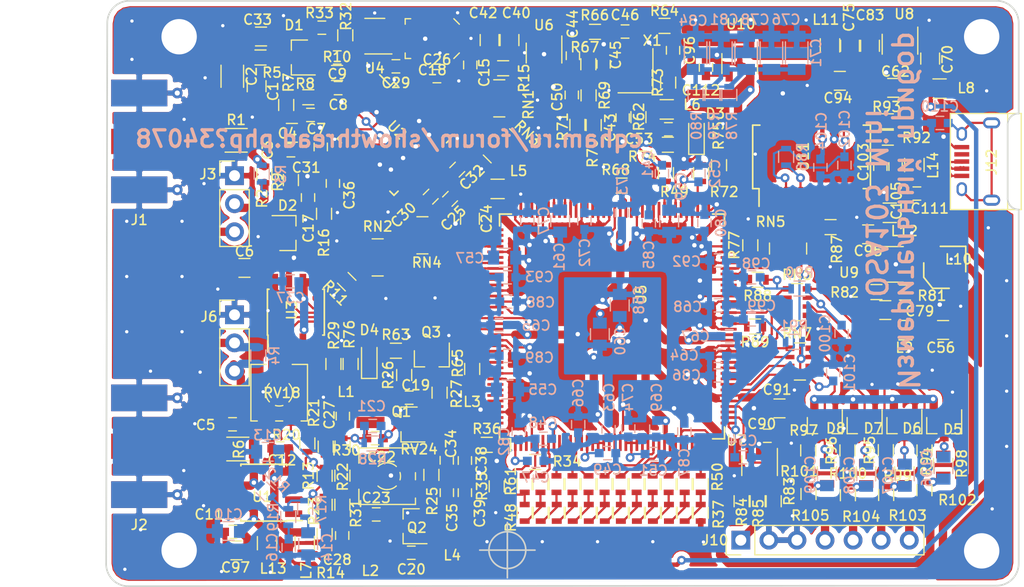
<source format=kicad_pcb>
(kicad_pcb (version 20171130) (host pcbnew "(2018-01-26 revision 0d532b43d)-makepkg")
  (layers (0 F.Cu signal) (31 B.Cu signal) (34 B.Paste user) (35 F.Paste user) (36 B.SilkS user) (37 F.SilkS user) (38 B.Mask user) (39 F.Mask user) (44 Edge.Cuts user))
  (net 0 "")
  (net 1 "Net-(C1-Pad2)")
  (net 2 "Net-(C1-Pad1)")
  (net 3 "Net-(C3-Pad2)")
  (net 4 GND)
  (net 5 "Net-(C5-Pad1)")
  (net 6 "Net-(C5-Pad2)")
  (net 7 "Net-(C6-Pad2)")
  (net 8 "Net-(C7-Pad1)")
  (net 9 "Net-(C7-Pad2)")
  (net 10 "Net-(C8-Pad1)")
  (net 11 "Net-(C9-Pad1)")
  (net 12 "Net-(C9-Pad2)")
  (net 13 +5V_GEN)
  (net 14 -5V_GEN)
  (net 15 "Net-(C14-Pad1)")
  (net 16 "Net-(C15-Pad2)")
  (net 17 "Net-(C15-Pad1)")
  (net 18 "Net-(C16-Pad1)")
  (net 19 "Net-(C17-Pad2)")
  (net 20 "Net-(C19-Pad1)")
  (net 21 "Net-(C20-Pad1)")
  (net 22 "Net-(C21-Pad1)")
  (net 23 "Net-(C21-Pad2)")
  (net 24 "Net-(C23-Pad1)")
  (net 25 "Net-(C23-Pad2)")
  (net 26 VDD+3.3)
  (net 27 VD+3.3)
  (net 28 "Net-(C34-Pad1)")
  (net 29 "Net-(C35-Pad1)")
  (net 30 +3.3V)
  (net 31 "Net-(C38-Pad1)")
  (net 32 "Net-(C39-Pad1)")
  (net 33 "Net-(C40-Pad1)")
  (net 34 "Net-(C41-Pad1)")
  (net 35 "Net-(C43-Pad1)")
  (net 36 "Net-(C46-Pad2)")
  (net 37 "Net-(C46-Pad1)")
  (net 38 "Net-(C47-Pad1)")
  (net 39 "Net-(C48-Pad1)")
  (net 40 "Net-(C49-Pad1)")
  (net 41 "Net-(C50-Pad2)")
  (net 42 "Net-(C51-Pad1)")
  (net 43 VCC_CMP_N)
  (net 44 VCC_CMP_P)
  (net 45 PROG_B)
  (net 46 +1.2V)
  (net 47 "Net-(C62-Pad1)")
  (net 48 "Net-(C70-Pad1)")
  (net 49 "Net-(C71-Pad1)")
  (net 50 "Net-(C75-Pad1)")
  (net 51 "Net-(C79-Pad1)")
  (net 52 "Net-(C83-Pad2)")
  (net 53 "Net-(C83-Pad1)")
  (net 54 +5V)
  (net 55 "Net-(C95-Pad1)")
  (net 56 "Net-(C98-Pad1)")
  (net 57 "Net-(C99-Pad1)")
  (net 58 "Net-(C100-Pad1)")
  (net 59 "Net-(C101-Pad1)")
  (net 60 +3.3USB)
  (net 61 "Net-(C103-Pad1)")
  (net 62 "Net-(C105-Pad1)")
  (net 63 "Net-(C106-Pad2)")
  (net 64 "Net-(C106-Pad1)")
  (net 65 "Net-(C107-Pad1)")
  (net 66 "Net-(C107-Pad2)")
  (net 67 "Net-(C108-Pad1)")
  (net 68 "Net-(C108-Pad2)")
  (net 69 "Net-(C109-Pad2)")
  (net 70 "Net-(C109-Pad1)")
  (net 71 "Net-(C110-Pad1)")
  (net 72 +5_USB)
  (net 73 "Net-(D2-Pad3)")
  (net 74 "Net-(D3-Pad2)")
  (net 75 "Net-(D4-Pad2)")
  (net 76 "Net-(J3-Pad2)")
  (net 77 "Net-(J3-Pad3)")
  (net 78 "Net-(J10-Pad7)")
  (net 79 "Net-(J10-Pad6)")
  (net 80 "Net-(J10-Pad5)")
  (net 81 "Net-(J10-Pad4)")
  (net 82 "Net-(J10-Pad1)")
  (net 83 "Net-(J12-Pad4)")
  (net 84 "Net-(L10-Pad2)")
  (net 85 "Net-(Q3-Pad1)")
  (net 86 SINXX_B)
  (net 87 "Net-(R1-Pad2)")
  (net 88 CH1_DITH)
  (net 89 "Net-(R12-Pad1)")
  (net 90 "Net-(R13-Pad2)")
  (net 91 ADC0_ENC)
  (net 92 ADC1_ENC)
  (net 93 "Net-(R20-Pad1)")
  (net 94 "Net-(R20-Pad2)")
  (net 95 "Net-(R25-Pad2)")
  (net 96 EE_CS)
  (net 97 "Net-(R32-Pad1)")
  (net 98 "Net-(R34-Pad2)")
  (net 99 "Net-(R35-Pad2)")
  (net 100 DAC144)
  (net 101 "Net-(R37-Pad2)")
  (net 102 "Net-(R38-Pad2)")
  (net 103 "Net-(R39-Pad2)")
  (net 104 "Net-(R40-Pad2)")
  (net 105 "Net-(R41-Pad2)")
  (net 106 "Net-(R42-Pad2)")
  (net 107 "Net-(R43-Pad2)")
  (net 108 "Net-(R44-Pad2)")
  (net 109 "Net-(R45-Pad2)")
  (net 110 "Net-(R46-Pad2)")
  (net 111 "Net-(R47-Pad2)")
  (net 112 FREQ_ADJ)
  (net 113 "/osa103k Main/DAC_1")
  (net 114 "/osa103k Main/DAC_2")
  (net 115 "/osa103k Main/DAC_3")
  (net 116 "/osa103k Main/DAC_4")
  (net 117 "/osa103k Main/DAC_5")
  (net 118 "/osa103k Main/DAC_6")
  (net 119 "/osa103k Main/DAC_7")
  (net 120 "/osa103k Main/DAC_8")
  (net 121 "/osa103k Main/DAC_9")
  (net 122 "/osa103k Main/DAC_10")
  (net 123 "/osa103k Main/DAC_11")
  (net 124 "/osa103k Main/DAC_12")
  (net 125 GEN_SINXX)
  (net 126 "Net-(R66-Pad2)")
  (net 127 "Net-(R67-Pad2)")
  (net 128 AUX_0)
  (net 129 AUX_1)
  (net 130 MAIN_CLKN)
  (net 131 MAIN_CLK)
  (net 132 VCC_CMP_LEV)
  (net 133 LED_RED)
  (net 134 "Net-(R77-Pad1)")
  (net 135 "Net-(R81-Pad1)")
  (net 136 "Net-(R83-Pad2)")
  (net 137 "Net-(R83-Pad1)")
  (net 138 "Net-(R84-Pad2)")
  (net 139 "Net-(R86-Pad1)")
  (net 140 "Net-(R87-Pad2)")
  (net 141 CH6_LEV)
  (net 142 CH3_5_LEV)
  (net 143 "Net-(R92-Pad2)")
  (net 144 "Net-(R93-Pad2)")
  (net 145 "/osa103k Main/ADC0_4")
  (net 146 "/osa103k Main/ADC0_5")
  (net 147 "/osa103k Main/ADC0_7")
  (net 148 "/osa103k Main/ADC0_6")
  (net 149 "Net-(RN1-Pad4)")
  (net 150 "Net-(RN1-Pad2)")
  (net 151 "Net-(RN1-Pad3)")
  (net 152 "Net-(RN1-Pad1)")
  (net 153 "Net-(RN2-Pad1)")
  (net 154 "Net-(RN2-Pad3)")
  (net 155 "Net-(RN2-Pad2)")
  (net 156 "Net-(RN2-Pad4)")
  (net 157 "/osa103k Main/ADC1_5")
  (net 158 "/osa103k Main/ADC1_4")
  (net 159 "/osa103k Main/ADC1_6")
  (net 160 "/osa103k Main/ADC1_7")
  (net 161 "/osa103k Main/ADC0_0")
  (net 162 "/osa103k Main/ADC0_1")
  (net 163 "/osa103k Main/ADC0_3")
  (net 164 "/osa103k Main/ADC0_2")
  (net 165 "Net-(RN3-Pad4)")
  (net 166 "Net-(RN3-Pad2)")
  (net 167 "Net-(RN3-Pad3)")
  (net 168 "Net-(RN3-Pad1)")
  (net 169 "/osa103k Main/ADC1_3")
  (net 170 "/osa103k Main/ADC1_2")
  (net 171 "/osa103k Main/ADC1_0")
  (net 172 "/osa103k Main/ADC1_1")
  (net 173 "Net-(RN4-Pad4)")
  (net 174 "Net-(RN4-Pad2)")
  (net 175 "Net-(RN4-Pad3)")
  (net 176 "Net-(RN4-Pad1)")
  (net 177 CCK_RTS)
  (net 178 DIN)
  (net 179 DOUT)
  (net 180 "Net-(RN5-Pad2)")
  (net 181 "Net-(RN5-Pad3)")
  (net 182 CH6N)
  (net 183 CH6P)
  (net 184 CH5P)
  (net 185 CH5N)
  (net 186 CH4N)
  (net 187 CH4P)
  (net 188 CH3P)
  (net 189 CH3N)
  (net 190 "Net-(U1-Pad1)")
  (net 191 "Net-(U1-Pad5)")
  (net 192 "Net-(U1-Pad8)")
  (net 193 "Net-(U2-Pad36)")
  (net 194 "Net-(U2-Pad35)")
  (net 195 "Net-(U2-Pad26)")
  (net 196 "Net-(U2-Pad25)")
  (net 197 EE_SO)
  (net 198 EE_CLK)
  (net 199 EE_SI)
  (net 200 "Net-(U5-Pad141)")
  (net 201 "Net-(U5-Pad140)")
  (net 202 "Net-(U5-Pad139)")
  (net 203 "Net-(U5-Pad138)")
  (net 204 "Net-(U5-Pad137)")
  (net 205 "Net-(U5-Pad134)")
  (net 206 "Net-(U5-Pad133)")
  (net 207 "Net-(U5-Pad110)")
  (net 208 "Net-(U5-Pad109)")
  (net 209 "Net-(U5-Pad107)")
  (net 210 "Net-(U5-Pad106)")
  (net 211 "Net-(U5-Pad94)")
  (net 212 "Net-(U5-Pad92)")
  (net 213 "Net-(U5-Pad72)")
  (net 214 "Net-(U5-Pad71)")
  (net 215 AUX_GEN)
  (net 216 "Net-(U5-Pad39)")
  (net 217 "Net-(U5-Pad35)")
  (net 218 "Net-(U11-Pad28)")
  (net 219 "Net-(U11-Pad27)")
  (net 220 "Net-(U11-Pad23)")
  (net 221 "Net-(U11-Pad22)")
  (net 222 "Net-(U11-Pad19)")
  (net 223 "Net-(U11-Pad14)")
  (net 224 "Net-(U11-Pad13)")
  (net 225 "Net-(U11-Pad12)")
  (net 226 "Net-(U11-Pad10)")
  (net 227 "Net-(U11-Pad9)")
  (net 228 "Net-(U11-Pad2)")
  (net 229 "Net-(C112-Pad2)")
  (net 230 "Net-(RN5-Pad4)")
  (net 231 VCC)
  (module son:VIA-0.6mm (layer F.Cu) (at 86.39 72.07)
    (fp_text reference REF** hide)
    (fp_text value VIA-0.6mm hide)
    (pad 1 thru_hole circle (at 0 0) (size 0.6 0.6) (drill 0.3) (layers *.Cu) (net 4 GND))
  )
  (module Resistors_SMD:R_0603 (layer F.Cu) (at 126.1 52.68 180)
    (fp_text reference R93 (at 0.11 1.31 180) (layer F.SilkS) (effects (font (size 0.9 0.9))))
    (fp_text value 15)
    (pad 1 smd rect (at -0.75 0 180) (size 0.5 0.9) (layers F.Cu F.Paste F.Mask) (net 62 "Net-(C105-Pad1)"))
    (pad 2 smd rect (at 0.75 0 180) (size 0.5 0.9) (layers F.Cu F.Paste F.Mask) (net 144 "Net-(R93-Pad2)"))
  )
  (module son:VIA-0.6mm (layer F.Cu) (at 94.49 53.27)
    (fp_text reference REF** hide)
    (fp_text value VIA-0.6mm hide)
    (pad 1 thru_hole circle (at 0 0) (size 0.6 0.6) (drill 0.3) (layers *.Cu) (net 4 GND))
  )
  (module son:VIA-0.6mm (layer F.Cu) (at 123.29 61.37)
    (fp_text reference REF** hide)
    (fp_text value VIA-0.6mm hide)
    (pad 1 thru_hole circle (at 0 0) (size 0.6 0.6) (drill 0.3) (layers *.Cu) (net 4 GND))
  )
  (module son:VIA-0.6mm (layer F.Cu) (at 92.89 59.27)
    (fp_text reference REF** hide)
    (fp_text value VIA-0.6mm hide)
    (pad 1 thru_hole circle (at 0 0) (size 0.6 0.6) (drill 0.3) (layers *.Cu) (net 4 GND))
  )
  (module son:VIA-0.6mm (layer F.Cu) (at 119.79 71.47)
    (fp_text reference REF** hide)
    (fp_text value VIA-0.6mm hide)
    (pad 1 thru_hole circle (at 0 0) (size 0.6 0.6) (drill 0.3) (layers *.Cu) (net 4 GND))
  )
  (module son:VIA-0.6mm (layer F.Cu) (at 93.24 46.47)
    (fp_text reference REF** hide)
    (fp_text value VIA-0.6mm hide)
    (pad 1 thru_hole circle (at 0 0) (size 0.6 0.6) (drill 0.3) (layers *.Cu) (net 4 GND))
  )
  (module son:VIA-0.6mm (layer F.Cu) (at 88.39 45.17)
    (fp_text reference REF** hide)
    (fp_text value VIA-0.6mm hide)
    (pad 1 thru_hole circle (at 0 0) (size 0.6 0.6) (drill 0.3) (layers *.Cu) (net 4 GND))
  )
  (module son:VIA-0.6mm (layer F.Cu) (at 87.29 49.02)
    (fp_text reference REF** hide)
    (fp_text value VIA-0.6mm hide)
    (pad 1 thru_hole circle (at 0 0) (size 0.6 0.6) (drill 0.3) (layers *.Cu) (net 4 GND))
  )
  (module son:VIA-0.6mm (layer F.Cu) (at 69.59 77.17)
    (fp_text reference REF** hide)
    (fp_text value VIA-0.6mm hide)
    (pad 1 thru_hole circle (at 0 0) (size 0.6 0.6) (drill 0.3) (layers *.Cu) (net 4 GND))
  )
  (module son:VIA-0.6mm (layer F.Cu) (at 82.79 72.17)
    (fp_text reference REF** hide)
    (fp_text value VIA-0.6mm hide)
    (pad 1 thru_hole circle (at 0 0) (size 0.6 0.6) (drill 0.3) (layers *.Cu) (net 4 GND))
  )
  (module son:VIA-0.6mm (layer F.Cu) (at 87.09 74.17)
    (fp_text reference REF** hide)
    (fp_text value VIA-0.6mm hide)
    (pad 1 thru_hole circle (at 0 0) (size 0.6 0.6) (drill 0.3) (layers *.Cu) (net 4 GND))
  )
  (module son:VIA-0.6mm (layer F.Cu) (at 132.69 69.42)
    (fp_text reference REF** hide)
    (fp_text value VIA-0.6mm hide)
    (pad 1 thru_hole circle (at 0 0) (size 0.6 0.6) (drill 0.3) (layers *.Cu) (net 4 GND))
  )
  (module son:VIA-0.6mm (layer F.Cu) (at 65.49 67.87)
    (fp_text reference REF** hide)
    (fp_text value VIA-0.6mm hide)
    (pad 1 thru_hole circle (at 0 0) (size 0.6 0.6) (drill 0.3) (layers *.Cu) (net 4 GND))
  )
  (module son:VIA-0.6mm (layer F.Cu) (at 69.14 63.12)
    (fp_text reference REF** hide)
    (fp_text value VIA-0.6mm hide)
    (pad 1 thru_hole circle (at 0 0) (size 0.6 0.6) (drill 0.3) (layers *.Cu) (net 4 GND))
  )
  (module son:VIA-0.6mm (layer F.Cu) (at 64.24 58.32)
    (fp_text reference REF** hide)
    (fp_text value VIA-0.6mm hide)
    (pad 1 thru_hole circle (at 0 0) (size 0.6 0.6) (drill 0.3) (layers *.Cu) (net 4 GND))
  )
  (module Mounting_Holes:MountingHole_3.2mm_M3_DIN965_Pad (layer F.Cu) (at 134.59 45.02)
    (fp_text reference REF** hide)
    (fp_text value MountingHole_3.2mm_M3_DIN965_Pad)
    (pad 1 thru_hole circle (at 0 0) (size 4.5 4.5) (drill 3.2) (layers *.Cu *.Mask) (net 4 GND))
  )
  (module Mounting_Holes:MountingHole_3.2mm_M3_DIN965_Pad (layer F.Cu) (at 134.59 91.57)
    (fp_text reference REF** hide)
    (fp_text value MountingHole_3.2mm_M3_DIN965_Pad)
    (pad 1 thru_hole circle (at 0 0) (size 4.5 4.5) (drill 3.2) (layers *.Cu *.Mask) (net 4 GND))
  )
  (module Mounting_Holes:MountingHole_3.2mm_M3_DIN965_Pad (layer F.Cu) (at 61.99 45.02)
    (fp_text reference REF** hide)
    (fp_text value MountingHole_3.2mm_M3_DIN965_Pad)
    (pad 1 thru_hole circle (at 0 0) (size 4.5 4.5) (drill 3.2) (layers *.Cu *.Mask) (net 4 GND))
  )
  (module Resistors_SMD:R_0603 (layer F.Cu) (at 102.02 58.5 180)
    (fp_text reference R68 (at 0.53 1.43 180) (layer F.SilkS) (effects (font (size 0.9 0.9))))
    (fp_text value NI)
    (pad 2 smd rect (at 0.75 0 180) (size 0.5 0.9) (layers F.Cu F.Paste F.Mask) (net 128 AUX_0))
    (pad 1 smd rect (at -0.75 0 180) (size 0.5 0.9) (layers F.Cu F.Paste F.Mask) (net 129 AUX_1))
  )
  (module son:VIA-0.6mm (layer F.Cu) (at 76.69 72.53)
    (fp_text reference REF** hide)
    (fp_text value VIA-0.6mm hide)
    (pad 1 thru_hole circle (at 0 0) (size 0.6 0.6) (drill 0.3) (layers *.Cu) (net 4 GND))
  )
  (module son:VIA-0.6mm (layer F.Cu) (at 87.38 77.47)
    (fp_text reference REF** hide)
    (fp_text value VIA-0.6mm hide)
    (pad 1 thru_hole circle (at 0 0) (size 0.6 0.6) (drill 0.3) (layers *.Cu) (net 4 GND))
  )
  (module son:VIA-0.6mm (layer F.Cu) (at 72.35 65.1)
    (fp_text reference REF** hide)
    (fp_text value VIA-0.6mm hide)
    (pad 1 thru_hole circle (at 0 0) (size 0.6 0.6) (drill 0.3) (layers *.Cu) (net 4 GND))
  )
  (module son:VIA-0.6mm (layer F.Cu) (at 70.03 69.82)
    (fp_text reference REF** hide)
    (fp_text value VIA-0.6mm hide)
    (pad 1 thru_hole circle (at 0 0) (size 0.6 0.6) (drill 0.3) (layers *.Cu) (net 4 GND))
  )
  (module son:VIA-0.6mm (layer F.Cu) (at 117.65 77.01)
    (fp_text reference REF** hide)
    (fp_text value VIA-0.6mm hide)
    (pad 1 thru_hole circle (at 0 0) (size 0.6 0.6) (drill 0.3) (layers *.Cu) (net 4 GND))
  )
  (module son:VIA-0.6mm (layer F.Cu) (at 111.19 52.9)
    (fp_text reference REF** hide)
    (fp_text value VIA-0.6mm hide)
    (pad 1 thru_hole circle (at 0 0) (size 0.6 0.6) (drill 0.3) (layers *.Cu) (net 4 GND))
  )
  (module son:VIA-0.6mm (layer F.Cu) (at 100.87 49.88)
    (fp_text reference REF** hide)
    (fp_text value VIA-0.6mm hide)
    (pad 1 thru_hole circle (at 0 0) (size 0.6 0.6) (drill 0.3) (layers *.Cu) (net 4 GND))
  )
  (module son:VIA-0.6mm (layer F.Cu) (at 94.41 50.76)
    (fp_text reference REF** hide)
    (fp_text value VIA-0.6mm hide)
    (pad 1 thru_hole circle (at 0 0) (size 0.6 0.6) (drill 0.3) (layers *.Cu) (net 4 GND))
  )
  (module son:VIA-0.6mm (layer F.Cu) (at 100.38 56.81)
    (fp_text reference REF** hide)
    (fp_text value VIA-0.6mm hide)
    (pad 1 thru_hole circle (at 0 0) (size 0.6 0.6) (drill 0.3) (layers *.Cu) (net 4 GND))
  )
  (module son:VIA-0.6mm (layer F.Cu) (at 87.16 54.23)
    (fp_text reference REF** hide)
    (fp_text value VIA-0.6mm hide)
    (pad 1 thru_hole circle (at 0 0) (size 0.6 0.6) (drill 0.3) (layers *.Cu) (net 4 GND))
  )
  (module son:VIA-0.6mm (layer F.Cu) (at 81.45 48.92)
    (fp_text reference REF** hide)
    (fp_text value VIA-0.6mm hide)
    (pad 1 thru_hole circle (at 0 0) (size 0.6 0.6) (drill 0.3) (layers *.Cu) (net 4 GND))
  )
  (module son:VIA-0.6mm (layer F.Cu) (at 76.07 54.3)
    (fp_text reference REF** hide)
    (fp_text value VIA-0.6mm hide)
    (pad 1 thru_hole circle (at 0 0) (size 0.6 0.6) (drill 0.3) (layers *.Cu) (net 4 GND))
  )
  (module son:VIA-0.6mm (layer F.Cu) (at 112.21 84.77)
    (fp_text reference REF** hide)
    (fp_text value VIA-0.6mm hide)
    (pad 1 thru_hole circle (at 0 0) (size 0.6 0.6) (drill 0.3) (layers *.Cu) (net 4 GND))
  )
  (module son:VIA-0.6mm (layer F.Cu) (at 96.44 52.35)
    (fp_text reference REF** hide)
    (fp_text value VIA-0.6mm hide)
    (pad 1 thru_hole circle (at 0 0) (size 0.6 0.6) (drill 0.3) (layers *.Cu) (net 4 GND))
  )
  (module son:VIA-0.6mm (layer F.Cu) (at 89.34 56.98)
    (fp_text reference REF** hide)
    (fp_text value VIA-0.6mm hide)
    (pad 1 thru_hole circle (at 0 0) (size 0.6 0.6) (drill 0.3) (layers *.Cu) (net 4 GND))
  )
  (module son:VIA-0.6mm (layer F.Cu) (at 80.89 60.89)
    (fp_text reference REF** hide)
    (fp_text value VIA-0.6mm hide)
    (pad 1 thru_hole circle (at 0 0) (size 0.6 0.6) (drill 0.3) (layers *.Cu) (net 4 GND))
  )
  (module son:VIA-0.6mm (layer F.Cu) (at 76.31 60.94)
    (fp_text reference REF** hide)
    (fp_text value VIA-0.6mm hide)
    (pad 1 thru_hole circle (at 0 0) (size 0.6 0.6) (drill 0.3) (layers *.Cu) (net 4 GND))
  )
  (module son:VIA-0.6mm (layer F.Cu) (at 76.25 63.51)
    (fp_text reference REF** hide)
    (fp_text value VIA-0.6mm hide)
    (pad 1 thru_hole circle (at 0 0) (size 0.6 0.6) (drill 0.3) (layers *.Cu) (net 4 GND))
  )
  (module son:VIA-0.6mm (layer F.Cu) (at 73.41 61.6)
    (fp_text reference REF** hide)
    (fp_text value VIA-0.6mm hide)
    (pad 1 thru_hole circle (at 0 0) (size 0.6 0.6) (drill 0.3) (layers *.Cu) (net 4 GND))
  )
  (module son:VIA-0.6mm (layer F.Cu) (at 85.14 68.67)
    (fp_text reference REF** hide)
    (fp_text value VIA-0.6mm hide)
    (pad 1 thru_hole circle (at 0 0) (size 0.6 0.6) (drill 0.3) (layers *.Cu) (net 4 GND))
  )
  (module son:VIA-0.6mm (layer F.Cu) (at 80.69 68.72)
    (fp_text reference REF** hide)
    (fp_text value VIA-0.6mm hide)
    (pad 1 thru_hole circle (at 0 0) (size 0.6 0.6) (drill 0.3) (layers *.Cu) (net 4 GND))
  )
  (module son:VIA-0.6mm (layer F.Cu) (at 75.99 68.42)
    (fp_text reference REF** hide)
    (fp_text value VIA-0.6mm hide)
    (pad 1 thru_hole circle (at 0 0) (size 0.6 0.6) (drill 0.3) (layers *.Cu) (net 4 GND))
  )
  (module son:VIA-0.6mm (layer F.Cu) (at 135.54 87.77)
    (fp_text reference REF** hide)
    (fp_text value VIA-0.6mm hide)
    (pad 1 thru_hole circle (at 0 0) (size 0.6 0.6) (drill 0.3) (layers *.Cu) (net 4 GND))
  )
  (module son:VIA-0.6mm (layer F.Cu) (at 136.85 82.11)
    (fp_text reference REF** hide)
    (fp_text value VIA-0.6mm hide)
    (pad 1 thru_hole circle (at 0 0) (size 0.6 0.6) (drill 0.3) (layers *.Cu) (net 4 GND))
  )
  (module son:VIA-0.6mm (layer F.Cu) (at 136.85 77.11)
    (fp_text reference REF** hide)
    (fp_text value VIA-0.6mm hide)
    (pad 1 thru_hole circle (at 0 0) (size 0.6 0.6) (drill 0.3) (layers *.Cu) (net 4 GND))
  )
  (module son:VIA-0.6mm (layer F.Cu) (at 136.85 72.11)
    (fp_text reference REF** hide)
    (fp_text value VIA-0.6mm hide)
    (pad 1 thru_hole circle (at 0 0) (size 0.6 0.6) (drill 0.3) (layers *.Cu) (net 4 GND))
  )
  (module son:VIA-0.6mm (layer F.Cu) (at 136.85 67.11)
    (fp_text reference REF** hide)
    (fp_text value VIA-0.6mm hide)
    (pad 1 thru_hole circle (at 0 0) (size 0.6 0.6) (drill 0.3) (layers *.Cu) (net 4 GND))
  )
  (module son:VIA-0.6mm (layer F.Cu) (at 135.19 62.32)
    (fp_text reference REF** hide)
    (fp_text value VIA-0.6mm hide)
    (pad 1 thru_hole circle (at 0 0) (size 0.6 0.6) (drill 0.3) (layers *.Cu) (net 4 GND))
  )
  (module son:VIA-0.6mm (layer F.Cu) (at 135.04 49.92)
    (fp_text reference REF** hide)
    (fp_text value VIA-0.6mm hide)
    (pad 1 thru_hole circle (at 0 0) (size 0.6 0.6) (drill 0.3) (layers *.Cu) (net 4 GND))
  )
  (module son:VIA-0.6mm (layer F.Cu) (at 129.84 43.53)
    (fp_text reference REF** hide)
    (fp_text value VIA-0.6mm hide)
    (pad 1 thru_hole circle (at 0 0) (size 0.6 0.6) (drill 0.3) (layers *.Cu) (net 4 GND))
  )
  (module son:VIA-0.6mm (layer F.Cu) (at 118.71 43.51)
    (fp_text reference REF** hide)
    (fp_text value VIA-0.6mm hide)
    (pad 1 thru_hole circle (at 0 0) (size 0.6 0.6) (drill 0.3) (layers *.Cu) (net 4 GND))
  )
  (module son:VIA-0.6mm (layer F.Cu) (at 113.71 43.51)
    (fp_text reference REF** hide)
    (fp_text value VIA-0.6mm hide)
    (pad 1 thru_hole circle (at 0 0) (size 0.6 0.6) (drill 0.3) (layers *.Cu) (net 4 GND))
  )
  (module son:VIA-0.6mm (layer F.Cu) (at 108.71 43.51)
    (fp_text reference REF** hide)
    (fp_text value VIA-0.6mm hide)
    (pad 1 thru_hole circle (at 0 0) (size 0.6 0.6) (drill 0.3) (layers *.Cu) (net 4 GND))
  )
  (module son:VIA-0.6mm (layer F.Cu) (at 118.81 49.43)
    (fp_text reference REF** hide)
    (fp_text value VIA-0.6mm hide)
    (pad 1 thru_hole circle (at 0 0) (size 0.6 0.6) (drill 0.3) (layers *.Cu) (net 4 GND))
  )
  (module son:VIA-0.6mm (layer F.Cu) (at 113.47 61.52)
    (fp_text reference REF** hide)
    (fp_text value VIA-0.6mm hide)
    (pad 1 thru_hole circle (at 0 0) (size 0.6 0.6) (drill 0.3) (layers *.Cu) (net 4 GND))
  )
  (module son:VIA-0.6mm (layer F.Cu) (at 114.11 55.65)
    (fp_text reference REF** hide)
    (fp_text value VIA-0.6mm hide)
    (pad 1 thru_hole circle (at 0 0) (size 0.6 0.6) (drill 0.3) (layers *.Cu) (net 4 GND))
  )
  (module son:VIA-0.6mm (layer F.Cu) (at 125.75 59.12)
    (fp_text reference REF** hide)
    (fp_text value VIA-0.6mm hide)
    (pad 1 thru_hole circle (at 0 0) (size 0.6 0.6) (drill 0.3) (layers *.Cu) (net 4 GND))
  )
  (module son:VIA-0.6mm (layer F.Cu) (at 128.26 62.78)
    (fp_text reference REF** hide)
    (fp_text value VIA-0.6mm hide)
    (pad 1 thru_hole circle (at 0 0) (size 0.6 0.6) (drill 0.3) (layers *.Cu) (net 4 GND))
  )
  (module son:VIA-0.6mm (layer F.Cu) (at 131.83 65.16)
    (fp_text reference REF** hide)
    (fp_text value VIA-0.6mm hide)
    (pad 1 thru_hole circle (at 0 0) (size 0.6 0.6) (drill 0.3) (layers *.Cu) (net 4 GND))
  )
  (module son:VIA-0.6mm (layer F.Cu) (at 120.89 65.85)
    (fp_text reference REF** hide)
    (fp_text value VIA-0.6mm hide)
    (pad 1 thru_hole circle (at 0 0) (size 0.6 0.6) (drill 0.3) (layers *.Cu) (net 4 GND))
  )
  (module son:VIA-0.6mm (layer F.Cu) (at 122.75 68.53)
    (fp_text reference REF** hide)
    (fp_text value VIA-0.6mm hide)
    (pad 1 thru_hole circle (at 0 0) (size 0.6 0.6) (drill 0.3) (layers *.Cu) (net 4 GND))
  )
  (module son:VIA-0.6mm (layer F.Cu) (at 128 73.49)
    (fp_text reference REF** hide)
    (fp_text value VIA-0.6mm hide)
    (pad 1 thru_hole circle (at 0 0) (size 0.6 0.6) (drill 0.3) (layers *.Cu) (net 4 GND))
  )
  (module son:VIA-0.6mm (layer F.Cu) (at 130.12 75.21)
    (fp_text reference REF** hide)
    (fp_text value VIA-0.6mm hide)
    (pad 1 thru_hole circle (at 0 0) (size 0.6 0.6) (drill 0.3) (layers *.Cu) (net 4 GND))
  )
  (module son:VIA-0.6mm (layer F.Cu) (at 131.95 77.2)
    (fp_text reference REF** hide)
    (fp_text value VIA-0.6mm hide)
    (pad 1 thru_hole circle (at 0 0) (size 0.6 0.6) (drill 0.3) (layers *.Cu) (net 4 GND))
  )
  (module son:VIA-0.6mm (layer F.Cu) (at 122.5 73.92)
    (fp_text reference REF** hide)
    (fp_text value VIA-0.6mm hide)
    (pad 1 thru_hole circle (at 0 0) (size 0.6 0.6) (drill 0.3) (layers *.Cu) (net 4 GND))
  )
  (module son:VIA-0.6mm (layer F.Cu) (at 124.67 76.5)
    (fp_text reference REF** hide)
    (fp_text value VIA-0.6mm hide)
    (pad 1 thru_hole circle (at 0 0) (size 0.6 0.6) (drill 0.3) (layers *.Cu) (net 4 GND))
  )
  (module son:VIA-0.6mm (layer F.Cu) (at 127 76.46)
    (fp_text reference REF** hide)
    (fp_text value VIA-0.6mm hide)
    (pad 1 thru_hole circle (at 0 0) (size 0.6 0.6) (drill 0.3) (layers *.Cu) (net 4 GND))
  )
  (module son:VIA-0.6mm (layer F.Cu) (at 122.14 80.48)
    (fp_text reference REF** hide)
    (fp_text value VIA-0.6mm hide)
    (pad 1 thru_hole circle (at 0 0) (size 0.6 0.6) (drill 0.3) (layers *.Cu) (net 4 GND))
  )
  (module son:VIA-0.6mm (layer F.Cu) (at 129.4 84.19)
    (fp_text reference REF** hide)
    (fp_text value VIA-0.6mm hide)
    (pad 1 thru_hole circle (at 0 0) (size 0.6 0.6) (drill 0.3) (layers *.Cu) (net 4 GND))
  )
  (module son:VIA-0.6mm (layer F.Cu) (at 125.91 84.42)
    (fp_text reference REF** hide)
    (fp_text value VIA-0.6mm hide)
    (pad 1 thru_hole circle (at 0 0) (size 0.6 0.6) (drill 0.3) (layers *.Cu) (net 4 GND))
  )
  (module son:VIA-0.6mm (layer F.Cu) (at 122.41 84.44)
    (fp_text reference REF** hide)
    (fp_text value VIA-0.6mm hide)
    (pad 1 thru_hole circle (at 0 0) (size 0.6 0.6) (drill 0.3) (layers *.Cu) (net 4 GND))
  )
  (module son:VIA-0.6mm (layer F.Cu) (at 117.35 85.26)
    (fp_text reference REF** hide)
    (fp_text value VIA-0.6mm hide)
    (pad 1 thru_hole circle (at 0 0) (size 0.6 0.6) (drill 0.3) (layers *.Cu) (net 4 GND))
  )
  (module son:VIA-0.6mm (layer F.Cu) (at 117.47 88.4)
    (fp_text reference REF** hide)
    (fp_text value VIA-0.6mm hide)
    (pad 1 thru_hole circle (at 0 0) (size 0.6 0.6) (drill 0.3) (layers *.Cu) (net 4 GND))
  )
  (module son:VIA-0.6mm (layer F.Cu) (at 117.37 81.82)
    (fp_text reference REF** hide)
    (fp_text value VIA-0.6mm hide)
    (pad 1 thru_hole circle (at 0 0) (size 0.6 0.6) (drill 0.3) (layers *.Cu) (net 4 GND))
  )
  (module son:VIA-0.6mm (layer F.Cu) (at 109.42 90.77)
    (fp_text reference REF** hide)
    (fp_text value VIA-0.6mm hide)
    (pad 1 thru_hole circle (at 0 0) (size 0.6 0.6) (drill 0.3) (layers *.Cu) (net 4 GND))
  )
  (module son:VIA-0.6mm (layer F.Cu) (at 104.84 90.74)
    (fp_text reference REF** hide)
    (fp_text value VIA-0.6mm hide)
    (pad 1 thru_hole circle (at 0 0) (size 0.6 0.6) (drill 0.3) (layers *.Cu) (net 4 GND))
  )
  (module son:VIA-0.6mm (layer F.Cu) (at 99.84 90.74)
    (fp_text reference REF** hide)
    (fp_text value VIA-0.6mm hide)
    (pad 1 thru_hole circle (at 0 0) (size 0.6 0.6) (drill 0.3) (layers *.Cu) (net 4 GND))
  )
  (module son:VIA-0.6mm (layer F.Cu) (at 94.84 90.74)
    (fp_text reference REF** hide)
    (fp_text value VIA-0.6mm hide)
    (pad 1 thru_hole circle (at 0 0) (size 0.6 0.6) (drill 0.3) (layers *.Cu) (net 4 GND))
  )
  (module son:VIA-0.6mm (layer F.Cu) (at 89.84 90.74)
    (fp_text reference REF** hide)
    (fp_text value VIA-0.6mm hide)
    (pad 1 thru_hole circle (at 0 0) (size 0.6 0.6) (drill 0.3) (layers *.Cu) (net 4 GND))
  )
  (module son:VIA-0.6mm (layer F.Cu) (at 90.63 88.11)
    (fp_text reference REF** hide)
    (fp_text value VIA-0.6mm hide)
    (pad 1 thru_hole circle (at 0 0) (size 0.6 0.6) (drill 0.3) (layers *.Cu) (net 4 GND))
  )
  (module son:VIA-0.6mm (layer F.Cu) (at 82.66 88.13)
    (fp_text reference REF** hide)
    (fp_text value VIA-0.6mm hide)
    (pad 1 thru_hole circle (at 0 0) (size 0.6 0.6) (drill 0.3) (layers *.Cu) (net 4 GND))
  )
  (module son:VIA-0.6mm (layer F.Cu) (at 81.07 90.68)
    (fp_text reference REF** hide)
    (fp_text value VIA-0.6mm hide)
    (pad 1 thru_hole circle (at 0 0) (size 0.6 0.6) (drill 0.3) (layers *.Cu) (net 4 GND))
  )
  (module son:VIA-0.6mm (layer F.Cu) (at 82.04 78.84)
    (fp_text reference REF** hide)
    (fp_text value VIA-0.6mm hide)
    (pad 1 thru_hole circle (at 0 0) (size 0.6 0.6) (drill 0.3) (layers *.Cu) (net 4 GND))
  )
  (module son:VIA-0.6mm (layer F.Cu) (at 80.92 75.68)
    (fp_text reference REF** hide)
    (fp_text value VIA-0.6mm hide)
    (pad 1 thru_hole circle (at 0 0) (size 0.6 0.6) (drill 0.3) (layers *.Cu) (net 4 GND))
  )
  (module son:VIA-0.6mm (layer F.Cu) (at 75.04 77.66)
    (fp_text reference REF** hide)
    (fp_text value VIA-0.6mm hide)
    (pad 1 thru_hole circle (at 0 0) (size 0.6 0.6) (drill 0.3) (layers *.Cu) (net 4 GND))
  )
  (module son:VIA-0.6mm (layer F.Cu) (at 71.78 48.77)
    (fp_text reference REF** hide)
    (fp_text value VIA-0.6mm hide)
    (pad 1 thru_hole circle (at 0 0) (size 0.6 0.6) (drill 0.3) (layers *.Cu) (net 4 GND))
  )
  (module son:VIA-0.6mm (layer F.Cu) (at 68.61 52.3)
    (fp_text reference REF** hide)
    (fp_text value VIA-0.6mm hide)
    (pad 1 thru_hole circle (at 0 0) (size 0.6 0.6) (drill 0.3) (layers *.Cu) (net 4 GND))
  )
  (module son:VIA-0.6mm (layer F.Cu) (at 85.58 46.49)
    (fp_text reference REF** hide)
    (fp_text value VIA-0.6mm hide)
    (pad 1 thru_hole circle (at 0 0) (size 0.6 0.6) (drill 0.3) (layers *.Cu) (net 4 GND))
  )
  (module son:VIA-0.6mm (layer F.Cu) (at 87.18 42.85)
    (fp_text reference REF** hide)
    (fp_text value VIA-0.6mm hide)
    (pad 1 thru_hole circle (at 0 0) (size 0.6 0.6) (drill 0.3) (layers *.Cu) (net 4 GND))
  )
  (module son:VIA-0.6mm (layer F.Cu) (at 79.68 42.87)
    (fp_text reference REF** hide)
    (fp_text value VIA-0.6mm hide)
    (pad 1 thru_hole circle (at 0 0) (size 0.6 0.6) (drill 0.3) (layers *.Cu) (net 4 GND))
  )
  (module son:VIA-0.6mm (layer F.Cu) (at 65.94 44.02)
    (fp_text reference REF** hide)
    (fp_text value VIA-0.6mm hide)
    (pad 1 thru_hole circle (at 0 0) (size 0.6 0.6) (drill 0.3) (layers *.Cu) (net 4 GND))
  )
  (module son:VIA-0.6mm (layer F.Cu) (at 57.72 43.6)
    (fp_text reference REF** hide)
    (fp_text value VIA-0.6mm hide)
    (pad 1 thru_hole circle (at 0 0) (size 0.6 0.6) (drill 0.3) (layers *.Cu) (net 4 GND))
  )
  (module son:VIA-0.6mm (layer F.Cu) (at 71.43 43.11)
    (fp_text reference REF** hide)
    (fp_text value VIA-0.6mm hide)
    (pad 1 thru_hole circle (at 0 0) (size 0.6 0.6) (drill 0.3) (layers *.Cu) (net 4 GND))
  )
  (module son:VIA-0.6mm (layer F.Cu) (at 57.72 47.07)
    (fp_text reference REF** hide)
    (fp_text value VIA-0.6mm hide)
    (pad 1 thru_hole circle (at 0 0) (size 0.6 0.6) (drill 0.3) (layers *.Cu) (net 4 GND))
  )
  (module son:VIA-0.6mm (layer F.Cu) (at 64.34 48.74)
    (fp_text reference REF** hide)
    (fp_text value VIA-0.6mm hide)
    (pad 1 thru_hole circle (at 0 0) (size 0.6 0.6) (drill 0.3) (layers *.Cu) (net 4 GND))
  )
  (module son:VIA-0.6mm (layer F.Cu) (at 62.44 52.5)
    (fp_text reference REF** hide)
    (fp_text value VIA-0.6mm hide)
    (pad 1 thru_hole circle (at 0 0) (size 0.6 0.6) (drill 0.3) (layers *.Cu) (net 4 GND))
  )
  (module son:VIA-0.6mm (layer F.Cu) (at 59.4 75.3)
    (fp_text reference REF** hide)
    (fp_text value VIA-0.6mm hide)
    (pad 1 thru_hole circle (at 0 0) (size 0.6 0.6) (drill 0.3) (layers *.Cu) (net 4 GND))
  )
  (module son:VIA-0.6mm (layer F.Cu) (at 70.25 93.5)
    (fp_text reference REF** hide)
    (fp_text value VIA-0.6mm hide)
    (pad 1 thru_hole circle (at 0 0) (size 0.6 0.6) (drill 0.3) (layers *.Cu) (net 4 GND))
  )
  (module son:VIA-0.6mm (layer F.Cu) (at 65.83 93.44)
    (fp_text reference REF** hide)
    (fp_text value VIA-0.6mm hide)
    (pad 1 thru_hole circle (at 0 0) (size 0.6 0.6) (drill 0.3) (layers *.Cu) (net 4 GND))
  )
  (module son:VIA-0.6mm (layer F.Cu) (at 57.08 93.24)
    (fp_text reference REF** hide)
    (fp_text value VIA-0.6mm hide)
    (pad 1 thru_hole circle (at 0 0) (size 0.6 0.6) (drill 0.3) (layers *.Cu) (net 4 GND))
  )
  (module son:VIA-0.6mm (layer F.Cu) (at 58.51 89.66)
    (fp_text reference REF** hide)
    (fp_text value VIA-0.6mm hide)
    (pad 1 thru_hole circle (at 0 0) (size 0.6 0.6) (drill 0.3) (layers *.Cu) (net 4 GND))
  )
  (module son:VIA-0.6mm (layer F.Cu) (at 64.2 87.48)
    (fp_text reference REF** hide)
    (fp_text value VIA-0.6mm hide)
    (pad 1 thru_hole circle (at 0 0) (size 0.6 0.6) (drill 0.3) (layers *.Cu) (net 4 GND))
  )
  (module son:VIA-0.6mm (layer F.Cu) (at 62.41 84.3)
    (fp_text reference REF** hide)
    (fp_text value VIA-0.6mm hide)
    (pad 1 thru_hole circle (at 0 0) (size 0.6 0.6) (drill 0.3) (layers *.Cu) (net 4 GND))
  )
  (module son:VIA-0.6mm (layer F.Cu) (at 63.41 80.06)
    (fp_text reference REF** hide)
    (fp_text value VIA-0.6mm hide)
    (pad 1 thru_hole circle (at 0 0) (size 0.6 0.6) (drill 0.3) (layers *.Cu) (net 4 GND))
  )
  (module son:VIA-0.6mm (layer F.Cu) (at 63.89 75.39)
    (fp_text reference REF** hide)
    (fp_text value VIA-0.6mm hide)
    (pad 1 thru_hole circle (at 0 0) (size 0.6 0.6) (drill 0.3) (layers *.Cu) (net 4 GND))
  )
  (module son:VIA-0.6mm (layer F.Cu) (at 62.25 71.73)
    (fp_text reference REF** hide)
    (fp_text value VIA-0.6mm hide)
    (pad 1 thru_hole circle (at 0 0) (size 0.6 0.6) (drill 0.3) (layers *.Cu) (net 4 GND))
  )
  (module son:VIA-0.6mm (layer F.Cu) (at 57.25 71.73)
    (fp_text reference REF** hide)
    (fp_text value VIA-0.6mm hide)
    (pad 1 thru_hole circle (at 0 0) (size 0.6 0.6) (drill 0.3) (layers *.Cu) (net 4 GND))
  )
  (module son:VIA-0.6mm (layer F.Cu) (at 62.25 66.73)
    (fp_text reference REF** hide)
    (fp_text value VIA-0.6mm hide)
    (pad 1 thru_hole circle (at 0 0) (size 0.6 0.6) (drill 0.3) (layers *.Cu) (net 4 GND))
  )
  (module son:VIA-0.6mm (layer F.Cu) (at 57.25 66.73)
    (fp_text reference REF** hide)
    (fp_text value VIA-0.6mm hide)
    (pad 1 thru_hole circle (at 0 0) (size 0.6 0.6) (drill 0.3) (layers *.Cu) (net 4 GND))
  )
  (module son:VIA-0.6mm (layer F.Cu) (at 62.25 61.73)
    (fp_text reference REF** hide)
    (fp_text value VIA-0.6mm hide)
    (pad 1 thru_hole circle (at 0 0) (size 0.6 0.6) (drill 0.3) (layers *.Cu) (net 4 GND))
  )
  (module Mounting_Holes:MountingHole_3.2mm_M3_DIN965_Pad (layer F.Cu) (at 61.99 91.52)
    (fp_text reference REF** hide)
    (fp_text value MountingHole_3.2mm_M3_DIN965_Pad)
    (pad 1 thru_hole circle (at 0 0) (size 4.5 4.5) (drill 3.2) (layers *.Cu *.Mask) (net 4 GND))
  )
  (module Resistors_SMD:R_0603 (layer F.Cu) (at 77.15 67.2 135)
    (fp_text reference R11 (at 0 -1.45 135) (layer F.SilkS) (effects (font (size 0.9 0.9))))
    (fp_text value 270)
    (pad 1 smd rect (at -0.75 0 135) (size 0.5 0.9) (layers F.Cu F.Paste F.Mask) (net 88 CH1_DITH))
    (pad 2 smd rect (at 0.75 0 135) (size 0.5 0.9) (layers F.Cu F.Paste F.Mask) (net 73 "Net-(D2-Pad3)"))
  )
  (module Capacitors_SMD:C_0603 (layer F.Cu) (at 109.65 47.8 270)
    (fp_text reference C112 (at 2.07 0.46) (layer F.SilkS) (effects (font (size 0.9 0.9))))
    (fp_text value 10nF)
    (pad 1 smd rect (at -0.75 0 270) (size 0.8 0.75) (layers F.Cu F.Paste F.Mask) (net 4 GND))
    (pad 2 smd rect (at 0.75 0 270) (size 0.8 0.75) (layers F.Cu F.Paste F.Mask) (net 229 "Net-(C112-Pad2)"))
  )
  (module Crystals:Crystal_SMD_SeikoEpson_TSX3225-4pin_3.2x2.5mm (layer F.Cu) (at 103.275 48.1 90)
    (fp_text reference X1 (at 2.73 1.515 180) (layer F.SilkS) (effects (font (size 0.9 0.9))))
    (fp_text value VTCXO-14)
    (pad 4 smd rect (at -1.1 -0.8 90) (size 1.4 1.15) (layers F.Cu F.Paste F.Mask) (net 231 VCC))
    (pad 3 smd rect (at 1.1 -0.8 90) (size 1.4 1.15) (layers F.Cu F.Paste F.Mask) (net 36 "Net-(C46-Pad2)"))
    (pad 2 smd rect (at 1.1 0.8 90) (size 1.4 1.15) (layers F.Cu F.Paste F.Mask) (net 4 GND))
    (pad 1 smd rect (at -1.1 0.8 90) (size 1.4 1.15) (layers F.Cu F.Paste F.Mask) (net 35 "Net-(C43-Pad1)"))
  )
  (module Housings_QFP:TQFP-144_20x20mm_Pitch0.5mm (layer F.Cu) (at 101.15 71.25 90)
    (fp_text reference U5 (at 2.88 2.64 90) (layer F.SilkS) (effects (font (size 0.9 0.9))))
    (fp_text value XC6SLXN-TQG144)
    (pad 144 smd rect (at -8.75 -10.55 180) (size 1.45 0.25) (layers F.Cu F.Paste F.Mask) (net 100 DAC144))
    (pad 143 smd rect (at -8.25 -10.55 180) (size 1.45 0.25) (layers F.Cu F.Paste F.Mask) (net 125 GEN_SINXX))
    (pad 142 smd rect (at -7.75 -10.55 180) (size 1.45 0.25) (layers F.Cu F.Paste F.Mask) (net 4 GND))
    (pad 141 smd rect (at -7.25 -10.55 180) (size 1.45 0.25) (layers F.Cu F.Paste F.Mask) (net 200 "Net-(U5-Pad141)"))
    (pad 140 smd rect (at -6.75 -10.55 180) (size 1.45 0.25) (layers F.Cu F.Paste F.Mask) (net 201 "Net-(U5-Pad140)"))
    (pad 139 smd rect (at -6.25 -10.55 180) (size 1.45 0.25) (layers F.Cu F.Paste F.Mask) (net 202 "Net-(U5-Pad139)"))
    (pad 138 smd rect (at -5.75 -10.55 180) (size 1.45 0.25) (layers F.Cu F.Paste F.Mask) (net 203 "Net-(U5-Pad138)"))
    (pad 137 smd rect (at -5.25 -10.55 180) (size 1.45 0.25) (layers F.Cu F.Paste F.Mask) (net 204 "Net-(U5-Pad137)"))
    (pad 136 smd rect (at -4.75 -10.55 180) (size 1.45 0.25) (layers F.Cu F.Paste F.Mask) (net 4 GND))
    (pad 135 smd rect (at -4.25 -10.55 180) (size 1.45 0.25) (layers F.Cu F.Paste F.Mask) (net 30 +3.3V))
    (pad 134 smd rect (at -3.75 -10.55 180) (size 1.45 0.25) (layers F.Cu F.Paste F.Mask) (net 205 "Net-(U5-Pad134)"))
    (pad 133 smd rect (at -3.25 -10.55 180) (size 1.45 0.25) (layers F.Cu F.Paste F.Mask) (net 206 "Net-(U5-Pad133)"))
    (pad 132 smd rect (at -2.75 -10.55 180) (size 1.45 0.25) (layers F.Cu F.Paste F.Mask) (net 96 EE_CS))
    (pad 131 smd rect (at -2.25 -10.55 180) (size 1.45 0.25) (layers F.Cu F.Paste F.Mask) (net 198 EE_CLK))
    (pad 130 smd rect (at -1.75 -10.55 180) (size 1.45 0.25) (layers F.Cu F.Paste F.Mask) (net 4 GND))
    (pad 129 smd rect (at -1.25 -10.55 180) (size 1.45 0.25) (layers F.Cu F.Paste F.Mask) (net 30 +3.3V))
    (pad 128 smd rect (at -0.75 -10.55 180) (size 1.45 0.25) (layers F.Cu F.Paste F.Mask) (net 46 +1.2V))
    (pad 127 smd rect (at -0.25 -10.55 180) (size 1.45 0.25) (layers F.Cu F.Paste F.Mask) (net 199 EE_SI))
    (pad 126 smd rect (at 0.25 -10.55 180) (size 1.45 0.25) (layers F.Cu F.Paste F.Mask) (net 197 EE_SO))
    (pad 125 smd rect (at 0.75 -10.55 180) (size 1.45 0.25) (layers F.Cu F.Paste F.Mask) (net 30 +3.3V))
    (pad 124 smd rect (at 1.25 -10.55 180) (size 1.45 0.25) (layers F.Cu F.Paste F.Mask) (net 88 CH1_DITH))
    (pad 123 smd rect (at 1.75 -10.55 180) (size 1.45 0.25) (layers F.Cu F.Paste F.Mask) (net 4 GND))
    (pad 122 smd rect (at 2.25 -10.55 180) (size 1.45 0.25) (layers F.Cu F.Paste F.Mask) (net 30 +3.3V))
    (pad 121 smd rect (at 2.75 -10.55 180) (size 1.45 0.25) (layers F.Cu F.Paste F.Mask) (net 92 ADC1_ENC))
    (pad 120 smd rect (at 3.25 -10.55 180) (size 1.45 0.25) (layers F.Cu F.Paste F.Mask) (net 4 GND))
    (pad 119 smd rect (at 3.75 -10.55 180) (size 1.45 0.25) (layers F.Cu F.Paste F.Mask) (net 160 "/osa103k Main/ADC1_7"))
    (pad 118 smd rect (at 4.25 -10.55 180) (size 1.45 0.25) (layers F.Cu F.Paste F.Mask) (net 159 "/osa103k Main/ADC1_6"))
    (pad 117 smd rect (at 4.75 -10.55 180) (size 1.45 0.25) (layers F.Cu F.Paste F.Mask) (net 157 "/osa103k Main/ADC1_5"))
    (pad 116 smd rect (at 5.25 -10.55 180) (size 1.45 0.25) (layers F.Cu F.Paste F.Mask) (net 158 "/osa103k Main/ADC1_4"))
    (pad 115 smd rect (at 5.75 -10.55 180) (size 1.45 0.25) (layers F.Cu F.Paste F.Mask) (net 169 "/osa103k Main/ADC1_3"))
    (pad 114 smd rect (at 6.25 -10.55 180) (size 1.45 0.25) (layers F.Cu F.Paste F.Mask) (net 170 "/osa103k Main/ADC1_2"))
    (pad 113 smd rect (at 6.75 -10.55 180) (size 1.45 0.25) (layers F.Cu F.Paste F.Mask) (net 4 GND))
    (pad 112 smd rect (at 7.25 -10.55 180) (size 1.45 0.25) (layers F.Cu F.Paste F.Mask) (net 172 "/osa103k Main/ADC1_1"))
    (pad 111 smd rect (at 7.75 -10.55 180) (size 1.45 0.25) (layers F.Cu F.Paste F.Mask) (net 171 "/osa103k Main/ADC1_0"))
    (pad 110 smd rect (at 8.25 -10.55 180) (size 1.45 0.25) (layers F.Cu F.Paste F.Mask) (net 207 "Net-(U5-Pad110)"))
    (pad 109 smd rect (at 8.75 -10.55 180) (size 1.45 0.25) (layers F.Cu F.Paste F.Mask) (net 208 "Net-(U5-Pad109)"))
    (pad 108 smd rect (at 10.55 -8.75 90) (size 1.45 0.25) (layers F.Cu F.Paste F.Mask) (net 4 GND))
    (pad 107 smd rect (at 10.55 -8.25 90) (size 1.45 0.25) (layers F.Cu F.Paste F.Mask) (net 209 "Net-(U5-Pad107)"))
    (pad 106 smd rect (at 10.55 -7.75 90) (size 1.45 0.25) (layers F.Cu F.Paste F.Mask) (net 210 "Net-(U5-Pad106)"))
    (pad 105 smd rect (at 10.55 -7.25 90) (size 1.45 0.25) (layers F.Cu F.Paste F.Mask) (net 161 "/osa103k Main/ADC0_0"))
    (pad 104 smd rect (at 10.55 -6.75 90) (size 1.45 0.25) (layers F.Cu F.Paste F.Mask) (net 162 "/osa103k Main/ADC0_1"))
    (pad 103 smd rect (at 10.55 -6.25 90) (size 1.45 0.25) (layers F.Cu F.Paste F.Mask) (net 30 +3.3V))
    (pad 102 smd rect (at 10.55 -5.75 90) (size 1.45 0.25) (layers F.Cu F.Paste F.Mask) (net 164 "/osa103k Main/ADC0_2"))
    (pad 101 smd rect (at 10.55 -5.25 90) (size 1.45 0.25) (layers F.Cu F.Paste F.Mask) (net 163 "/osa103k Main/ADC0_3"))
    (pad 100 smd rect (at 10.55 -4.75 90) (size 1.45 0.25) (layers F.Cu F.Paste F.Mask) (net 145 "/osa103k Main/ADC0_4"))
    (pad 99 smd rect (at 10.55 -4.25 90) (size 1.45 0.25) (layers F.Cu F.Paste F.Mask) (net 146 "/osa103k Main/ADC0_5"))
    (pad 98 smd rect (at 10.55 -3.75 90) (size 1.45 0.25) (layers F.Cu F.Paste F.Mask) (net 148 "/osa103k Main/ADC0_6"))
    (pad 97 smd rect (at 10.55 -3.25 90) (size 1.45 0.25) (layers F.Cu F.Paste F.Mask) (net 147 "/osa103k Main/ADC0_7"))
    (pad 96 smd rect (at 10.55 -2.75 90) (size 1.45 0.25) (layers F.Cu F.Paste F.Mask) (net 4 GND))
    (pad 95 smd rect (at 10.55 -2.25 90) (size 1.45 0.25) (layers F.Cu F.Paste F.Mask) (net 91 ADC0_ENC))
    (pad 94 smd rect (at 10.55 -1.75 90) (size 1.45 0.25) (layers F.Cu F.Paste F.Mask) (net 211 "Net-(U5-Pad94)"))
    (pad 93 smd rect (at 10.55 -1.25 90) (size 1.45 0.25) (layers F.Cu F.Paste F.Mask) (net 4 GND))
    (pad 92 smd rect (at 10.55 -0.75 90) (size 1.45 0.25) (layers F.Cu F.Paste F.Mask) (net 212 "Net-(U5-Pad92)"))
    (pad 91 smd rect (at 10.55 -0.25 90) (size 1.45 0.25) (layers F.Cu F.Paste F.Mask) (net 4 GND))
    (pad 90 smd rect (at 10.55 0.25 90) (size 1.45 0.25) (layers F.Cu F.Paste F.Mask) (net 30 +3.3V))
    (pad 89 smd rect (at 10.55 0.75 90) (size 1.45 0.25) (layers F.Cu F.Paste F.Mask) (net 46 +1.2V))
    (pad 88 smd rect (at 10.55 1.25 90) (size 1.45 0.25) (layers F.Cu F.Paste F.Mask) (net 128 AUX_0))
    (pad 87 smd rect (at 10.55 1.75 90) (size 1.45 0.25) (layers F.Cu F.Paste F.Mask) (net 129 AUX_1))
    (pad 86 smd rect (at 10.55 2.25 90) (size 1.45 0.25) (layers F.Cu F.Paste F.Mask) (net 30 +3.3V))
    (pad 85 smd rect (at 10.55 2.75 90) (size 1.45 0.25) (layers F.Cu F.Paste F.Mask) (net 131 MAIN_CLK))
    (pad 84 smd rect (at 10.55 3.25 90) (size 1.45 0.25) (layers F.Cu F.Paste F.Mask) (net 130 MAIN_CLKN))
    (pad 83 smd rect (at 10.55 3.75 90) (size 1.45 0.25) (layers F.Cu F.Paste F.Mask) (net 4 GND))
    (pad 82 smd rect (at 10.55 4.25 90) (size 1.45 0.25) (layers F.Cu F.Paste F.Mask) (net 4 GND))
    (pad 81 smd rect (at 10.55 4.75 90) (size 1.45 0.25) (layers F.Cu F.Paste F.Mask) (net 112 FREQ_ADJ))
    (pad 80 smd rect (at 10.55 5.25 90) (size 1.45 0.25) (layers F.Cu F.Paste F.Mask) (net 4 GND))
    (pad 79 smd rect (at 10.55 5.75 90) (size 1.45 0.25) (layers F.Cu F.Paste F.Mask) (net 44 VCC_CMP_P))
    (pad 78 smd rect (at 10.55 6.25 90) (size 1.45 0.25) (layers F.Cu F.Paste F.Mask) (net 43 VCC_CMP_N))
    (pad 77 smd rect (at 10.55 6.75 90) (size 1.45 0.25) (layers F.Cu F.Paste F.Mask) (net 4 GND))
    (pad 76 smd rect (at 10.55 7.25 90) (size 1.45 0.25) (layers F.Cu F.Paste F.Mask) (net 30 +3.3V))
    (pad 75 smd rect (at 10.55 7.75 90) (size 1.45 0.25) (layers F.Cu F.Paste F.Mask) (net 132 VCC_CMP_LEV))
    (pad 74 smd rect (at 10.55 8.25 90) (size 1.45 0.25) (layers F.Cu F.Paste F.Mask) (net 133 LED_RED))
    (pad 73 smd rect (at 10.55 8.75 90) (size 1.45 0.25) (layers F.Cu F.Paste F.Mask) (net 4 GND))
    (pad 72 smd rect (at 8.75 10.55 180) (size 1.45 0.25) (layers F.Cu F.Paste F.Mask) (net 213 "Net-(U5-Pad72)"))
    (pad 71 smd rect (at 8.25 10.55 180) (size 1.45 0.25) (layers F.Cu F.Paste F.Mask) (net 214 "Net-(U5-Pad71)"))
    (pad 70 smd rect (at 7.75 10.55 180) (size 1.45 0.25) (layers F.Cu F.Paste F.Mask) (net 177 CCK_RTS))
    (pad 69 smd rect (at 7.25 10.55 180) (size 1.45 0.25) (layers F.Cu F.Paste F.Mask) (net 30 +3.3V))
    (pad 68 smd rect (at 6.75 10.55 180) (size 1.45 0.25) (layers F.Cu F.Paste F.Mask) (net 4 GND))
    (pad 67 smd rect (at 6.25 10.55 180) (size 1.45 0.25) (layers F.Cu F.Paste F.Mask) (net 134 "Net-(R77-Pad1)"))
    (pad 66 smd rect (at 5.75 10.55 180) (size 1.45 0.25) (layers F.Cu F.Paste F.Mask) (net 4 GND))
    (pad 65 smd rect (at 5.25 10.55 180) (size 1.45 0.25) (layers F.Cu F.Paste F.Mask) (net 178 DIN))
    (pad 64 smd rect (at 4.75 10.55 180) (size 1.45 0.25) (layers F.Cu F.Paste F.Mask) (net 179 DOUT))
    (pad 63 smd rect (at 4.25 10.55 180) (size 1.45 0.25) (layers F.Cu F.Paste F.Mask) (net 30 +3.3V))
    (pad 62 smd rect (at 3.75 10.55 180) (size 1.45 0.25) (layers F.Cu F.Paste F.Mask) (net 30 +3.3V))
    (pad 61 smd rect (at 3.25 10.55 180) (size 1.45 0.25) (layers F.Cu F.Paste F.Mask) (net 141 CH6_LEV))
    (pad 60 smd rect (at 2.75 10.55 180) (size 1.45 0.25) (layers F.Cu F.Paste F.Mask) (net 30 +3.3V))
    (pad 59 smd rect (at 2.25 10.55 180) (size 1.45 0.25) (layers F.Cu F.Paste F.Mask) (net 4 GND))
    (pad 58 smd rect (at 1.75 10.55 180) (size 1.45 0.25) (layers F.Cu F.Paste F.Mask) (net 183 CH6P))
    (pad 57 smd rect (at 1.25 10.55 180) (size 1.45 0.25) (layers F.Cu F.Paste F.Mask) (net 182 CH6N))
    (pad 56 smd rect (at 0.75 10.55 180) (size 1.45 0.25) (layers F.Cu F.Paste F.Mask) (net 4 GND))
    (pad 55 smd rect (at 0.25 10.55 180) (size 1.45 0.25) (layers F.Cu F.Paste F.Mask) (net 142 CH3_5_LEV))
    (pad 54 smd rect (at -0.25 10.55 180) (size 1.45 0.25) (layers F.Cu F.Paste F.Mask) (net 4 GND))
    (pad 53 smd rect (at -0.75 10.55 180) (size 1.45 0.25) (layers F.Cu F.Paste F.Mask) (net 30 +3.3V))
    (pad 52 smd rect (at -1.25 10.55 180) (size 1.45 0.25) (layers F.Cu F.Paste F.Mask) (net 46 +1.2V))
    (pad 51 smd rect (at -1.75 10.55 180) (size 1.45 0.25) (layers F.Cu F.Paste F.Mask) (net 4 GND))
    (pad 50 smd rect (at -2.25 10.55 180) (size 1.45 0.25) (layers F.Cu F.Paste F.Mask) (net 4 GND))
    (pad 49 smd rect (at -2.75 10.55 180) (size 1.45 0.25) (layers F.Cu F.Paste F.Mask) (net 4 GND))
    (pad 48 smd rect (at -3.25 10.55 180) (size 1.45 0.25) (layers F.Cu F.Paste F.Mask) (net 184 CH5P))
    (pad 47 smd rect (at -3.75 10.55 180) (size 1.45 0.25) (layers F.Cu F.Paste F.Mask) (net 185 CH5N))
    (pad 46 smd rect (at -4.25 10.55 180) (size 1.45 0.25) (layers F.Cu F.Paste F.Mask) (net 187 CH4P))
    (pad 45 smd rect (at -4.75 10.55 180) (size 1.45 0.25) (layers F.Cu F.Paste F.Mask) (net 186 CH4N))
    (pad 44 smd rect (at -5.25 10.55 180) (size 1.45 0.25) (layers F.Cu F.Paste F.Mask) (net 188 CH3P))
    (pad 43 smd rect (at -5.75 10.55 180) (size 1.45 0.25) (layers F.Cu F.Paste F.Mask) (net 189 CH3N))
    (pad 42 smd rect (at -6.25 10.55 180) (size 1.45 0.25) (layers F.Cu F.Paste F.Mask) (net 30 +3.3V))
    (pad 41 smd rect (at -6.75 10.55 180) (size 1.45 0.25) (layers F.Cu F.Paste F.Mask) (net 30 +3.3V))
    (pad 40 smd rect (at -7.25 10.55 180) (size 1.45 0.25) (layers F.Cu F.Paste F.Mask) (net 215 AUX_GEN))
    (pad 39 smd rect (at -7.75 10.55 180) (size 1.45 0.25) (layers F.Cu F.Paste F.Mask) (net 216 "Net-(U5-Pad39)"))
    (pad 38 smd rect (at -8.25 10.55 180) (size 1.45 0.25) (layers F.Cu F.Paste F.Mask) (net 4 GND))
    (pad 37 smd rect (at -8.75 10.55 180) (size 1.45 0.25) (layers F.Cu F.Paste F.Mask) (net 45 PROG_B))
    (pad 36 smd rect (at -10.55 8.75 90) (size 1.45 0.25) (layers F.Cu F.Paste F.Mask) (net 30 +3.3V))
    (pad 35 smd rect (at -10.55 8.25 90) (size 1.45 0.25) (layers F.Cu F.Paste F.Mask) (net 217 "Net-(U5-Pad35)"))
    (pad 34 smd rect (at -10.55 7.75 90) (size 1.45 0.25) (layers F.Cu F.Paste F.Mask) (net 113 "/osa103k Main/DAC_1"))
    (pad 33 smd rect (at -10.55 7.25 90) (size 1.45 0.25) (layers F.Cu F.Paste F.Mask) (net 114 "/osa103k Main/DAC_2"))
    (pad 32 smd rect (at -10.55 6.75 90) (size 1.45 0.25) (layers F.Cu F.Paste F.Mask) (net 115 "/osa103k Main/DAC_3"))
    (pad 31 smd rect (at -10.55 6.25 90) (size 1.45 0.25) (layers F.Cu F.Paste F.Mask) (net 30 +3.3V))
    (pad 30 smd rect (at -10.55 5.75 90) (size 1.45 0.25) (layers F.Cu F.Paste F.Mask) (net 116 "/osa103k Main/DAC_4"))
    (pad 29 smd rect (at -10.55 5.25 90) (size 1.45 0.25) (layers F.Cu F.Paste F.Mask) (net 117 "/osa103k Main/DAC_5"))
    (pad 28 smd rect (at -10.55 4.75 90) (size 1.45 0.25) (layers F.Cu F.Paste F.Mask) (net 46 +1.2V))
    (pad 27 smd rect (at -10.55 4.25 90) (size 1.45 0.25) (layers F.Cu F.Paste F.Mask) (net 118 "/osa103k Main/DAC_6"))
    (pad 26 smd rect (at -10.55 3.75 90) (size 1.45 0.25) (layers F.Cu F.Paste F.Mask) (net 119 "/osa103k Main/DAC_7"))
    (pad 25 smd rect (at -10.55 3.25 90) (size 1.45 0.25) (layers F.Cu F.Paste F.Mask) (net 4 GND))
    (pad 24 smd rect (at -10.55 2.75 90) (size 1.45 0.25) (layers F.Cu F.Paste F.Mask) (net 42 "Net-(C51-Pad1)"))
    (pad 23 smd rect (at -10.55 2.25 90) (size 1.45 0.25) (layers F.Cu F.Paste F.Mask) (net 42 "Net-(C51-Pad1)"))
    (pad 22 smd rect (at -10.55 1.75 90) (size 1.45 0.25) (layers F.Cu F.Paste F.Mask) (net 42 "Net-(C51-Pad1)"))
    (pad 21 smd rect (at -10.55 1.25 90) (size 1.45 0.25) (layers F.Cu F.Paste F.Mask) (net 42 "Net-(C51-Pad1)"))
    (pad 20 smd rect (at -10.55 0.75 90) (size 1.45 0.25) (layers F.Cu F.Paste F.Mask) (net 30 +3.3V))
    (pad 19 smd rect (at -10.55 0.25 90) (size 1.45 0.25) (layers F.Cu F.Paste F.Mask) (net 46 +1.2V))
    (pad 18 smd rect (at -10.55 -0.25 90) (size 1.45 0.25) (layers F.Cu F.Paste F.Mask) (net 30 +3.3V))
    (pad 17 smd rect (at -10.55 -0.75 90) (size 1.45 0.25) (layers F.Cu F.Paste F.Mask) (net 40 "Net-(C49-Pad1)"))
    (pad 16 smd rect (at -10.55 -1.25 90) (size 1.45 0.25) (layers F.Cu F.Paste F.Mask) (net 40 "Net-(C49-Pad1)"))
    (pad 15 smd rect (at -10.55 -1.75 90) (size 1.45 0.25) (layers F.Cu F.Paste F.Mask) (net 40 "Net-(C49-Pad1)"))
    (pad 14 smd rect (at -10.55 -2.25 90) (size 1.45 0.25) (layers F.Cu F.Paste F.Mask) (net 40 "Net-(C49-Pad1)"))
    (pad 13 smd rect (at -10.55 -2.75 90) (size 1.45 0.25) (layers F.Cu F.Paste F.Mask) (net 4 GND))
    (pad 12 smd rect (at -10.55 -3.25 90) (size 1.45 0.25) (layers F.Cu F.Paste F.Mask) (net 120 "/osa103k Main/DAC_8"))
    (pad 11 smd rect (at -10.55 -3.75 90) (size 1.45 0.25) (layers F.Cu F.Paste F.Mask) (net 121 "/osa103k Main/DAC_9"))
    (pad 10 smd rect (at -10.55 -4.25 90) (size 1.45 0.25) (layers F.Cu F.Paste F.Mask) (net 39 "Net-(C48-Pad1)"))
    (pad 9 smd rect (at -10.55 -4.75 90) (size 1.45 0.25) (layers F.Cu F.Paste F.Mask) (net 122 "/osa103k Main/DAC_10"))
    (pad 8 smd rect (at -10.55 -5.25 90) (size 1.45 0.25) (layers F.Cu F.Paste F.Mask) (net 39 "Net-(C48-Pad1)"))
    (pad 7 smd rect (at -10.55 -5.75 90) (size 1.45 0.25) (layers F.Cu F.Paste F.Mask) (net 123 "/osa103k Main/DAC_11"))
    (pad 6 smd rect (at -10.55 -6.25 90) (size 1.45 0.25) (layers F.Cu F.Paste F.Mask) (net 98 "Net-(R34-Pad2)"))
    (pad 5 smd rect (at -10.55 -6.75 90) (size 1.45 0.25) (layers F.Cu F.Paste F.Mask) (net 124 "/osa103k Main/DAC_12"))
    (pad 4 smd rect (at -10.55 -7.25 90) (size 1.45 0.25) (layers F.Cu F.Paste F.Mask) (net 30 +3.3V))
    (pad 3 smd rect (at -10.55 -7.75 90) (size 1.45 0.25) (layers F.Cu F.Paste F.Mask) (net 4 GND))
    (pad 2 smd rect (at -10.55 -8.25 90) (size 1.45 0.25) (layers F.Cu F.Paste F.Mask) (net 38 "Net-(C47-Pad1)"))
    (pad 1 smd rect (at -10.55 -8.75 90) (size 1.45 0.25) (layers F.Cu F.Paste F.Mask) (net 38 "Net-(C47-Pad1)"))
  )
  (module Housings_SOIC:SOIC-8_3.9x4.9mm_Pitch1.27mm (layer F.Cu) (at 72.55 69.96 90)
    (fp_text reference U3 (at 0.19 -0.36 90) (layer F.SilkS) (effects (font (size 0.9 0.9))))
    (fp_text value AT45DB041D-SU)
    (pad 8 smd rect (at 2.7 -1.905 90) (size 1.55 0.6) (layers F.Cu F.Paste F.Mask) (net 197 EE_SO))
    (pad 7 smd rect (at 2.7 -0.635 90) (size 1.55 0.6) (layers F.Cu F.Paste F.Mask) (net 4 GND))
    (pad 6 smd rect (at 2.7 0.635 90) (size 1.55 0.6) (layers F.Cu F.Paste F.Mask) (net 30 +3.3V))
    (pad 5 smd rect (at 2.7 1.905 90) (size 1.55 0.6) (layers F.Cu F.Paste F.Mask) (net 30 +3.3V))
    (pad 4 smd rect (at -2.7 1.905 90) (size 1.55 0.6) (layers F.Cu F.Paste F.Mask) (net 96 EE_CS))
    (pad 3 smd rect (at -2.7 0.635 90) (size 1.55 0.6) (layers F.Cu F.Paste F.Mask) (net 30 +3.3V))
    (pad 2 smd rect (at -2.7 -0.635 90) (size 1.55 0.6) (layers F.Cu F.Paste F.Mask) (net 198 EE_CLK))
    (pad 1 smd rect (at -2.7 -1.905 90) (size 1.55 0.6) (layers F.Cu F.Paste F.Mask) (net 199 EE_SI))
  )
  (module Housings_SOIC:SOIC-8_3.9x4.9mm_Pitch1.27mm (layer F.Cu) (at 69.65 86.3 180)
    (fp_text reference U1 (at 0.16 -0.37 180) (layer F.SilkS) (effects (font (size 0.9 0.9))))
    (fp_text value AD8009ARZ)
    (pad 8 smd rect (at 2.7 -1.905 180) (size 1.55 0.6) (layers F.Cu F.Paste F.Mask) (net 192 "Net-(U1-Pad8)"))
    (pad 7 smd rect (at 2.7 -0.635 180) (size 1.55 0.6) (layers F.Cu F.Paste F.Mask) (net 13 +5V_GEN))
    (pad 6 smd rect (at 2.7 0.635 180) (size 1.55 0.6) (layers F.Cu F.Paste F.Mask) (net 6 "Net-(C5-Pad2)"))
    (pad 5 smd rect (at 2.7 1.905 180) (size 1.55 0.6) (layers F.Cu F.Paste F.Mask) (net 191 "Net-(U1-Pad5)"))
    (pad 4 smd rect (at -2.7 1.905 180) (size 1.55 0.6) (layers F.Cu F.Paste F.Mask) (net 14 -5V_GEN))
    (pad 3 smd rect (at -2.7 0.635 180) (size 1.55 0.6) (layers F.Cu F.Paste F.Mask) (net 93 "Net-(R20-Pad1)"))
    (pad 2 smd rect (at -2.7 -0.635 180) (size 1.55 0.6) (layers F.Cu F.Paste F.Mask) (net 89 "Net-(R12-Pad1)"))
    (pad 1 smd rect (at -2.7 -1.905 180) (size 1.55 0.6) (layers F.Cu F.Paste F.Mask) (net 190 "Net-(U1-Pad1)"))
  )
  (module Capacitors_SMD:C_0805 (layer F.Cu) (at 116.3 78.67)
    (fp_text reference C91 (at -0.21 -1.7) (layer F.SilkS) (effects (font (size 0.9 0.9))))
    (fp_text value 10uF)
    (pad 2 smd rect (at 1 0) (size 1 1.25) (layers F.Cu F.Paste F.Mask) (net 30 +3.3V))
    (pad 1 smd rect (at -1 0) (size 1 1.25) (layers F.Cu F.Paste F.Mask) (net 4 GND))
  )
  (module TO_SOT_Packages_SMD:SOT-23 (layer F.Cu) (at 84.85 74.15 270)
    (fp_text reference Q3 (at -2.38 0.06) (layer F.SilkS) (effects (font (size 0.9 0.9))))
    (fp_text value BC846)
    (pad 1 smd rect (at -1 -0.95 270) (size 0.9 0.8) (layers F.Cu F.Paste F.Mask) (net 85 "Net-(Q3-Pad1)"))
    (pad 2 smd rect (at -1 0.95 270) (size 0.9 0.8) (layers F.Cu F.Paste F.Mask) (net 86 SINXX_B))
    (pad 3 smd rect (at 1 0 270) (size 0.9 0.8) (layers F.Cu F.Paste F.Mask) (net 30 +3.3V))
  )
  (module Capacitors_SMD:C_0805 (layer F.Cu) (at 69 49.5 270)
    (fp_text reference C1 (at 0.47 -1.49 270) (layer F.SilkS) (effects (font (size 0.9 0.9))))
    (fp_text value 10uF)
    (pad 2 smd rect (at 1 0 270) (size 1 1.25) (layers F.Cu F.Paste F.Mask) (net 1 "Net-(C1-Pad2)"))
    (pad 1 smd rect (at -1 0 270) (size 1 1.25) (layers F.Cu F.Paste F.Mask) (net 2 "Net-(C1-Pad1)"))
  )
  (module Capacitors_SMD:C_1206 (layer F.Cu) (at 66.8 48.6 270)
    (fp_text reference C2 (at 0 -1.75 270) (layer F.SilkS) (effects (font (size 0.9 0.9))))
    (fp_text value 22uF)
    (pad 2 smd rect (at 1.5 0 270) (size 1 1.6) (layers F.Cu F.Paste F.Mask) (net 1 "Net-(C1-Pad2)"))
    (pad 1 smd rect (at -1.5 0 270) (size 1 1.6) (layers F.Cu F.Paste F.Mask) (net 2 "Net-(C1-Pad1)"))
  )
  (module Capacitors_SMD:C_0603 (layer F.Cu) (at 72.1 55.3)
    (fp_text reference C3 (at -2.11 -0.03 90) (layer F.SilkS) (effects (font (size 0.9 0.9))))
    (fp_text value 15p)
    (pad 2 smd rect (at 0.75 0) (size 0.8 0.75) (layers F.Cu F.Paste F.Mask) (net 3 "Net-(C3-Pad2)"))
    (pad 1 smd rect (at -0.75 0) (size 0.8 0.75) (layers F.Cu F.Paste F.Mask) (net 4 GND))
  )
  (module Capacitors_SMD:C_0805 (layer F.Cu) (at 72.19 53.72)
    (fp_text reference C4 (at -0.4 0.05) (layer F.SilkS) (effects (font (size 0.9 0.9))))
    (fp_text value 470p)
    (pad 2 smd rect (at 1 0) (size 1 1.25) (layers F.Cu F.Paste F.Mask) (net 3 "Net-(C3-Pad2)"))
    (pad 1 smd rect (at -1 0) (size 1 1.25) (layers F.Cu F.Paste F.Mask) (net 4 GND))
  )
  (module Capacitors_SMD:C_0603 (layer F.Cu) (at 66.82 80.11)
    (fp_text reference C5 (at -2.43 0.06) (layer F.SilkS) (effects (font (size 0.9 0.9))))
    (fp_text value 2.2p)
    (pad 1 smd rect (at -0.75 0) (size 0.8 0.75) (layers F.Cu F.Paste F.Mask) (net 5 "Net-(C5-Pad1)"))
    (pad 2 smd rect (at 0.75 0) (size 0.8 0.75) (layers F.Cu F.Paste F.Mask) (net 6 "Net-(C5-Pad2)"))
  )
  (module Capacitors_SMD:C_0805 (layer F.Cu) (at 67.9 65.95)
    (fp_text reference C6 (at 0 -1.5) (layer F.SilkS) (effects (font (size 0.9 0.9))))
    (fp_text value 10uF)
    (pad 1 smd rect (at -1 0) (size 1 1.25) (layers F.Cu F.Paste F.Mask) (net 4 GND))
    (pad 2 smd rect (at 1 0) (size 1 1.25) (layers F.Cu F.Paste F.Mask) (net 7 "Net-(C6-Pad2)"))
  )
  (module Capacitors_SMD:C_0603 (layer F.Cu) (at 73.875 52.1)
    (fp_text reference C7 (at 0.515 1.27) (layer F.SilkS) (effects (font (size 0.9 0.9))))
    (fp_text value 1uF)
    (pad 1 smd rect (at -0.75 0) (size 0.8 0.75) (layers F.Cu F.Paste F.Mask) (net 8 "Net-(C7-Pad1)"))
    (pad 2 smd rect (at 0.75 0) (size 0.8 0.75) (layers F.Cu F.Paste F.Mask) (net 9 "Net-(C7-Pad2)"))
  )
  (module Capacitors_SMD:C_0603 (layer F.Cu) (at 76.375 49.675 180)
    (fp_text reference C8 (at 0 -1.5 180) (layer F.SilkS) (effects (font (size 0.9 0.9))))
    (fp_text value 1uF)
    (pad 2 smd rect (at 0.75 0 180) (size 0.8 0.75) (layers F.Cu F.Paste F.Mask) (net 4 GND))
    (pad 1 smd rect (at -0.75 0 180) (size 0.8 0.75) (layers F.Cu F.Paste F.Mask) (net 10 "Net-(C8-Pad1)"))
  )
  (module Capacitors_SMD:C_0603 (layer F.Cu) (at 76.29 46.9 180)
    (fp_text reference C9 (at 0 -1.5 180) (layer F.SilkS) (effects (font (size 0.9 0.9))))
    (fp_text value NI)
    (pad 1 smd rect (at -0.75 0 180) (size 0.8 0.75) (layers F.Cu F.Paste F.Mask) (net 11 "Net-(C9-Pad1)"))
    (pad 2 smd rect (at 0.75 0 180) (size 0.8 0.75) (layers F.Cu F.Paste F.Mask) (net 12 "Net-(C9-Pad2)"))
  )
  (module Capacitors_SMD:C_0805 (layer B.Cu) (at 66.45 89.77 180)
    (fp_text reference C10 (at 0 1.5 180) (layer B.SilkS) (effects (font (size 0.9 0.9)) (justify mirror)))
    (fp_text value 10uF)
    (pad 1 smd rect (at -1 0 180) (size 1 1.25) (layers B.Cu B.Paste B.Mask) (net 13 +5V_GEN))
    (pad 2 smd rect (at 1 0 180) (size 1 1.25) (layers B.Cu B.Paste B.Mask) (net 4 GND))
  )
  (module Capacitors_SMD:C_0603 (layer F.Cu) (at 66.85 89.85 180)
    (fp_text reference C11 (at 2.16 1.58 180) (layer F.SilkS) (effects (font (size 0.9 0.9))))
    (fp_text value 0.1uF)
    (pad 2 smd rect (at 0.75 0 180) (size 0.8 0.75) (layers F.Cu F.Paste F.Mask) (net 4 GND))
    (pad 1 smd rect (at -0.75 0 180) (size 0.8 0.75) (layers F.Cu F.Paste F.Mask) (net 13 +5V_GEN))
  )
  (module Capacitors_SMD:C_0603 (layer F.Cu) (at 71.12 82.296 180)
    (fp_text reference C12 (at -0.17 -1.074 180) (layer F.SilkS) (effects (font (size 0.9 0.9))))
    (fp_text value 0.1uF)
    (pad 1 smd rect (at -0.75 0 180) (size 0.8 0.75) (layers F.Cu F.Paste F.Mask) (net 14 -5V_GEN))
    (pad 2 smd rect (at 0.75 0 180) (size 0.8 0.75) (layers F.Cu F.Paste F.Mask) (net 4 GND))
  )
  (module Capacitors_SMD:C_0805 (layer B.Cu) (at 70 82.6 180)
    (fp_text reference C13 (at 0 1.5 180) (layer B.SilkS) (effects (font (size 0.9 0.9)) (justify mirror)))
    (fp_text value 10uF)
    (pad 2 smd rect (at 1 0 180) (size 1 1.25) (layers B.Cu B.Paste B.Mask) (net 4 GND))
    (pad 1 smd rect (at -1 0 180) (size 1 1.25) (layers B.Cu B.Paste B.Mask) (net 14 -5V_GEN))
  )
  (module Capacitors_SMD:C_0805 (layer B.Cu) (at 73.66 90.932 270)
    (fp_text reference C14 (at 0.338 -1.73 270) (layer B.SilkS) (effects (font (size 0.9 0.9)) (justify mirror)))
    (fp_text value 470p)
    (pad 2 smd rect (at 1 0 270) (size 1 1.25) (layers B.Cu B.Paste B.Mask) (net 4 GND))
    (pad 1 smd rect (at -1 0 270) (size 1 1.25) (layers B.Cu B.Paste B.Mask) (net 15 "Net-(C14-Pad1)"))
  )
  (module Capacitors_SMD:C_0603 (layer F.Cu) (at 88.325 47.575 270)
    (fp_text reference C15 (at 0.695 -1.265 270) (layer F.SilkS) (effects (font (size 0.9 0.9))))
    (fp_text value 15p)
    (pad 2 smd rect (at 0.75 0 270) (size 0.8 0.75) (layers F.Cu F.Paste F.Mask) (net 16 "Net-(C15-Pad2)"))
    (pad 1 smd rect (at -0.75 0 270) (size 0.8 0.75) (layers F.Cu F.Paste F.Mask) (net 17 "Net-(C15-Pad1)"))
  )
  (module Capacitors_SMD:C_0603 (layer B.Cu) (at 71.9 91.25 270)
    (fp_text reference C16 (at 0 1.5 270) (layer B.SilkS) (effects (font (size 0.9 0.9)) (justify mirror)))
    (fp_text value NI)
    (pad 1 smd rect (at -0.75 0 270) (size 0.8 0.75) (layers B.Cu B.Paste B.Mask) (net 18 "Net-(C16-Pad1)"))
    (pad 2 smd rect (at 0.75 0 270) (size 0.8 0.75) (layers B.Cu B.Paste B.Mask) (net 4 GND))
  )
  (module Capacitors_SMD:C_0603 (layer F.Cu) (at 73.65 59.58 270)
    (fp_text reference C17 (at 2.79 -0.04 270) (layer F.SilkS) (effects (font (size 0.9 0.9))))
    (fp_text value NI)
    (pad 2 smd rect (at 0.75 0 270) (size 0.8 0.75) (layers F.Cu F.Paste F.Mask) (net 19 "Net-(C17-Pad2)"))
    (pad 1 smd rect (at -0.75 0 270) (size 0.8 0.75) (layers F.Cu F.Paste F.Mask) (net 4 GND))
  )
  (module Capacitors_SMD:C_Trimmer_Murata_TZC3 (layer F.Cu) (at 84.89 45.19 180)
    (fp_text reference C18 (at 0 -2.85 180) (layer F.SilkS) (effects (font (size 0.9 0.9))))
    (fp_text value 3..10p)
    (pad 2 smd rect (at 2.075 0 180) (size 0.85 1) (layers F.Cu F.Paste F.Mask) (net 4 GND))
    (pad 1 smd rect (at -2.075 0 180) (size 0.85 1) (layers F.Cu F.Paste F.Mask) (net 17 "Net-(C15-Pad1)"))
  )
  (module Capacitors_SMD:C_0603 (layer F.Cu) (at 82.8 77.7 180)
    (fp_text reference C19 (at -0.59 1.13) (layer F.SilkS) (effects (font (size 0.9 0.9))))
    (fp_text value 1uF)
    (pad 2 smd rect (at 0.75 0 180) (size 0.8 0.75) (layers F.Cu F.Paste F.Mask) (net 4 GND))
    (pad 1 smd rect (at -0.75 0 180) (size 0.8 0.75) (layers F.Cu F.Paste F.Mask) (net 20 "Net-(C19-Pad1)"))
  )
  (module Capacitors_SMD:C_0603 (layer F.Cu) (at 82.99 91.74 180)
    (fp_text reference C20 (at 0 -1.5 180) (layer F.SilkS) (effects (font (size 0.9 0.9))))
    (fp_text value 1uF)
    (pad 1 smd rect (at -0.75 0 180) (size 0.8 0.75) (layers F.Cu F.Paste F.Mask) (net 21 "Net-(C20-Pad1)"))
    (pad 2 smd rect (at 0.75 0 180) (size 0.8 0.75) (layers F.Cu F.Paste F.Mask) (net 4 GND))
  )
  (module Capacitors_SMD:C_0603 (layer B.Cu) (at 79.502 80.264)
    (fp_text reference C21 (at -0.112 -1.794) (layer B.SilkS) (effects (font (size 0.9 0.9)) (justify mirror)))
    (fp_text value 1uF)
    (pad 1 smd rect (at -0.75 0) (size 0.8 0.75) (layers B.Cu B.Paste B.Mask) (net 22 "Net-(C21-Pad1)"))
    (pad 2 smd rect (at 0.75 0) (size 0.8 0.75) (layers B.Cu B.Paste B.Mask) (net 23 "Net-(C21-Pad2)"))
  )
  (module Capacitors_SMD:C_0603 (layer F.Cu) (at 79.72 81.37)
    (fp_text reference C22 (at 0.57 1.7) (layer F.SilkS) (effects (font (size 0.9 0.9))))
    (fp_text value 1uF)
    (pad 2 smd rect (at 0.75 0) (size 0.8 0.75) (layers F.Cu F.Paste F.Mask) (net 23 "Net-(C21-Pad2)"))
    (pad 1 smd rect (at -0.75 0) (size 0.8 0.75) (layers F.Cu F.Paste F.Mask) (net 22 "Net-(C21-Pad1)"))
  )
  (module Capacitors_SMD:C_0603 (layer F.Cu) (at 79.82 88.27)
    (fp_text reference C23 (at 0 -1.5) (layer F.SilkS) (effects (font (size 0.9 0.9))))
    (fp_text value 1uF)
    (pad 1 smd rect (at -0.75 0) (size 0.8 0.75) (layers F.Cu F.Paste F.Mask) (net 24 "Net-(C23-Pad1)"))
    (pad 2 smd rect (at 0.75 0) (size 0.8 0.75) (layers F.Cu F.Paste F.Mask) (net 25 "Net-(C23-Pad2)"))
  )
  (module Capacitors_SMD:C_0805 (layer F.Cu) (at 88.3 61.5 270)
    (fp_text reference C24 (at 0 -1.5 270) (layer F.SilkS) (effects (font (size 0.9 0.9))))
    (fp_text value 10uF)
    (pad 2 smd rect (at 1 0 270) (size 1 1.25) (layers F.Cu F.Paste F.Mask) (net 4 GND))
    (pad 1 smd rect (at -1 0 270) (size 1 1.25) (layers F.Cu F.Paste F.Mask) (net 26 VDD+3.3))
  )
  (module Capacitors_SMD:C_0603 (layer F.Cu) (at 86.5 59.7 225)
    (fp_text reference C25 (at 1.046518 -1.45664 225) (layer F.SilkS) (effects (font (size 0.9 0.9))))
    (fp_text value 0.1uF)
    (pad 2 smd rect (at 0.75 0 225) (size 0.8 0.75) (layers F.Cu F.Paste F.Mask) (net 4 GND))
    (pad 1 smd rect (at -0.75 0 225) (size 0.8 0.75) (layers F.Cu F.Paste F.Mask) (net 27 VD+3.3))
  )
  (module Capacitors_SMD:C_0603 (layer F.Cu) (at 85.31 48.59)
    (fp_text reference C26 (at 0 -1.5) (layer F.SilkS) (effects (font (size 0.9 0.9))))
    (fp_text value 0.1uF)
    (pad 1 smd rect (at -0.75 0) (size 0.8 0.75) (layers F.Cu F.Paste F.Mask) (net 26 VDD+3.3))
    (pad 2 smd rect (at 0.75 0) (size 0.8 0.75) (layers F.Cu F.Paste F.Mask) (net 4 GND))
  )
  (module Capacitors_SMD:C_0603 (layer F.Cu) (at 76.8 79.375 270)
    (fp_text reference C27 (at -0.105 1.21 270) (layer F.SilkS) (effects (font (size 0.9 0.9))))
    (fp_text value 6.2p)
    (pad 2 smd rect (at 0.75 0 270) (size 0.8 0.75) (layers F.Cu F.Paste F.Mask) (net 22 "Net-(C21-Pad1)"))
    (pad 1 smd rect (at -0.75 0 270) (size 0.8 0.75) (layers F.Cu F.Paste F.Mask) (net 4 GND))
  )
  (module Capacitors_SMD:C_0603 (layer F.Cu) (at 76.74 90.18 270)
    (fp_text reference C28 (at 2.19 0.45) (layer F.SilkS) (effects (font (size 0.9 0.9))))
    (fp_text value 6.2p)
    (pad 1 smd rect (at -0.75 0 270) (size 0.8 0.75) (layers F.Cu F.Paste F.Mask) (net 24 "Net-(C23-Pad1)"))
    (pad 2 smd rect (at 0.75 0 270) (size 0.8 0.75) (layers F.Cu F.Paste F.Mask) (net 4 GND))
  )
  (module Capacitors_SMD:C_0603 (layer F.Cu) (at 81.6 47.7 180)
    (fp_text reference C29 (at 0 -1.5 180) (layer F.SilkS) (effects (font (size 0.9 0.9))))
    (fp_text value 0.1uF)
    (pad 1 smd rect (at -0.75 0 180) (size 0.8 0.75) (layers F.Cu F.Paste F.Mask) (net 27 VD+3.3))
    (pad 2 smd rect (at 0.75 0 180) (size 0.8 0.75) (layers F.Cu F.Paste F.Mask) (net 4 GND))
  )
  (module Capacitors_SMD:C_0603 (layer F.Cu) (at 84.75 59.5 45)
    (fp_text reference C30 (at -2.920351 -0.558614 225) (layer F.SilkS) (effects (font (size 0.9 0.9))))
    (fp_text value 1uF)
    (pad 1 smd rect (at -0.75 0 45) (size 0.8 0.75) (layers F.Cu F.Paste F.Mask) (net 26 VDD+3.3))
    (pad 2 smd rect (at 0.75 0 45) (size 0.8 0.75) (layers F.Cu F.Paste F.Mask) (net 4 GND))
  )
  (module Capacitors_SMD:C_0603 (layer F.Cu) (at 74.8 55 90)
    (fp_text reference C31 (at -1.87 -1.31 180) (layer F.SilkS) (effects (font (size 0.9 0.9))))
    (fp_text value 0.1uF)
    (pad 1 smd rect (at -0.75 0 90) (size 0.8 0.75) (layers F.Cu F.Paste F.Mask) (net 27 VD+3.3))
    (pad 2 smd rect (at 0.75 0 90) (size 0.8 0.75) (layers F.Cu F.Paste F.Mask) (net 4 GND))
  )
  (module Capacitors_SMD:C_0603 (layer F.Cu) (at 87.15 57.05 45)
    (fp_text reference C32 (at 0.438406 1.45664 45) (layer F.SilkS) (effects (font (size 0.9 0.9))))
    (fp_text value 1uF)
    (pad 1 smd rect (at -0.75 0 45) (size 0.8 0.75) (layers F.Cu F.Paste F.Mask) (net 26 VDD+3.3))
    (pad 2 smd rect (at 0.75 0 45) (size 0.8 0.75) (layers F.Cu F.Paste F.Mask) (net 4 GND))
  )
  (module Capacitors_SMD:C_0805 (layer F.Cu) (at 69.4 45 180)
    (fp_text reference C33 (at 0.31 1.53 180) (layer F.SilkS) (effects (font (size 0.9 0.9))))
    (fp_text value 10uF)
    (pad 2 smd rect (at 1 0 180) (size 1 1.25) (layers F.Cu F.Paste F.Mask) (net 4 GND))
    (pad 1 smd rect (at -1 0 180) (size 1 1.25) (layers F.Cu F.Paste F.Mask) (net 27 VD+3.3))
  )
  (module Capacitors_SMD:C_0603 (layer F.Cu) (at 86.2 83.37 270)
    (fp_text reference C34 (at -1.5 -0.39 270) (layer F.SilkS) (effects (font (size 0.9 0.9))))
    (fp_text value 15p)
    (pad 2 smd rect (at 0.75 0 270) (size 0.8 0.75) (layers F.Cu F.Paste F.Mask) (net 4 GND))
    (pad 1 smd rect (at -0.75 0 270) (size 0.8 0.75) (layers F.Cu F.Paste F.Mask) (net 28 "Net-(C34-Pad1)"))
  )
  (module Capacitors_SMD:C_0603 (layer F.Cu) (at 86.21 86.3 90)
    (fp_text reference C35 (at -2.27 0.48 90) (layer F.SilkS) (effects (font (size 0.9 0.9))))
    (fp_text value 15p)
    (pad 2 smd rect (at 0.75 0 90) (size 0.8 0.75) (layers F.Cu F.Paste F.Mask) (net 4 GND))
    (pad 1 smd rect (at -0.75 0 90) (size 0.8 0.75) (layers F.Cu F.Paste F.Mask) (net 29 "Net-(C35-Pad1)"))
  )
  (module Capacitors_SMD:C_0603 (layer F.Cu) (at 75.9 58.3 270)
    (fp_text reference C36 (at 1.07 -1.49 270) (layer F.SilkS) (effects (font (size 0.9 0.9))))
    (fp_text value 0.1uF)
    (pad 2 smd rect (at 0.75 0 270) (size 0.8 0.75) (layers F.Cu F.Paste F.Mask) (net 4 GND))
    (pad 1 smd rect (at -0.75 0 270) (size 0.8 0.75) (layers F.Cu F.Paste F.Mask) (net 26 VDD+3.3))
  )
  (module Capacitors_SMD:C_0603 (layer B.Cu) (at 72.07 67.17)
    (fp_text reference C37 (at 0 1.5) (layer B.SilkS) (effects (font (size 0.9 0.9)) (justify mirror)))
    (fp_text value 1uF)
    (pad 2 smd rect (at 0.75 0) (size 0.8 0.75) (layers B.Cu B.Paste B.Mask) (net 30 +3.3V))
    (pad 1 smd rect (at -0.75 0) (size 0.8 0.75) (layers B.Cu B.Paste B.Mask) (net 4 GND))
  )
  (module Capacitors_SMD:C_0603 (layer F.Cu) (at 87.84 83.39 270)
    (fp_text reference C38 (at 0 -1.5 270) (layer F.SilkS) (effects (font (size 0.9 0.9))))
    (fp_text value 2.2p)
    (pad 2 smd rect (at 0.75 0 270) (size 0.8 0.75) (layers F.Cu F.Paste F.Mask) (net 4 GND))
    (pad 1 smd rect (at -0.75 0 270) (size 0.8 0.75) (layers F.Cu F.Paste F.Mask) (net 31 "Net-(C38-Pad1)"))
  )
  (module Capacitors_SMD:C_0603 (layer F.Cu) (at 87.84 86.3 90)
    (fp_text reference C39 (at -1.87 1.35 90) (layer F.SilkS) (effects (font (size 0.9 0.9))))
    (fp_text value 2.2p)
    (pad 1 smd rect (at -0.75 0 90) (size 0.8 0.75) (layers F.Cu F.Paste F.Mask) (net 32 "Net-(C39-Pad1)"))
    (pad 2 smd rect (at 0.75 0 90) (size 0.8 0.75) (layers F.Cu F.Paste F.Mask) (net 4 GND))
  )
  (module Capacitors_SMD:C_0805 (layer F.Cu) (at 91.875 45.325 270)
    (fp_text reference C40 (at -2.455 -0.615) (layer F.SilkS) (effects (font (size 0.9 0.9))))
    (fp_text value 10uF)
    (pad 1 smd rect (at -1 0 270) (size 1 1.25) (layers F.Cu F.Paste F.Mask) (net 33 "Net-(C40-Pad1)"))
    (pad 2 smd rect (at 1 0 270) (size 1 1.25) (layers F.Cu F.Paste F.Mask) (net 4 GND))
  )
  (module Capacitors_SMD:C_0603 (layer B.Cu) (at 105.664 57.404 270)
    (fp_text reference C41 (at -0.834 1.274 270) (layer B.SilkS) (effects (font (size 0.9 0.9)) (justify mirror)))
    (fp_text value 1uF)
    (pad 1 smd rect (at -0.75 0 270) (size 0.8 0.75) (layers B.Cu B.Paste B.Mask) (net 34 "Net-(C41-Pad1)"))
    (pad 2 smd rect (at 0.75 0 270) (size 0.8 0.75) (layers B.Cu B.Paste B.Mask) (net 4 GND))
  )
  (module Capacitors_SMD:C_0805 (layer F.Cu) (at 90.075 45.325 270)
    (fp_text reference C42 (at -2.455 0.585) (layer F.SilkS) (effects (font (size 0.9 0.9))))
    (fp_text value 10uF)
    (pad 1 smd rect (at -1 0 270) (size 1 1.25) (layers F.Cu F.Paste F.Mask) (net 33 "Net-(C40-Pad1)"))
    (pad 2 smd rect (at 1 0 270) (size 1 1.25) (layers F.Cu F.Paste F.Mask) (net 4 GND))
  )
  (module Capacitors_SMD:C_0603 (layer F.Cu) (at 102.11 52.35 270)
    (fp_text reference C43 (at 0.92 1.12 270) (layer F.SilkS) (effects (font (size 0.9 0.9))))
    (fp_text value 1uF)
    (pad 2 smd rect (at 0.75 0 270) (size 0.8 0.75) (layers F.Cu F.Paste F.Mask) (net 4 GND))
    (pad 1 smd rect (at -0.75 0 270) (size 0.8 0.75) (layers F.Cu F.Paste F.Mask) (net 35 "Net-(C43-Pad1)"))
  )
  (module Capacitors_SMD:C_0603 (layer F.Cu) (at 97.61 46.74 90)
    (fp_text reference C44 (at 2.87 -0.02 270) (layer F.SilkS) (effects (font (size 0.9 0.9))))
    (fp_text value 1uF)
    (pad 2 smd rect (at 0.75 0 90) (size 0.8 0.75) (layers F.Cu F.Paste F.Mask) (net 4 GND))
    (pad 1 smd rect (at -0.75 0 90) (size 0.8 0.75) (layers F.Cu F.Paste F.Mask) (net 231 VCC))
  )
  (module Capacitors_SMD:C_0603 (layer F.Cu) (at 100.39 47.51 90)
    (fp_text reference C45 (at 0.84 1.1 90) (layer F.SilkS) (effects (font (size 0.9 0.9))))
    (fp_text value 1uF)
    (pad 2 smd rect (at 0.75 0 90) (size 0.8 0.75) (layers F.Cu F.Paste F.Mask) (net 4 GND))
    (pad 1 smd rect (at -0.75 0 90) (size 0.8 0.75) (layers F.Cu F.Paste F.Mask) (net 231 VCC))
  )
  (module Capacitors_SMD:C_0603 (layer F.Cu) (at 102.33 44.55)
    (fp_text reference C46 (at 0 -1.5) (layer F.SilkS) (effects (font (size 0.9 0.9))))
    (fp_text value 0.1uF)
    (pad 2 smd rect (at 0.75 0) (size 0.8 0.75) (layers F.Cu F.Paste F.Mask) (net 36 "Net-(C46-Pad2)"))
    (pad 1 smd rect (at -0.75 0) (size 0.8 0.75) (layers F.Cu F.Paste F.Mask) (net 37 "Net-(C46-Pad1)"))
  )
  (module Capacitors_SMD:C_0603 (layer B.Cu) (at 94.24 83.42)
    (fp_text reference C47 (at 0 1.5) (layer B.SilkS) (effects (font (size 0.9 0.9)) (justify mirror)))
    (fp_text value 0.1uF)
    (pad 2 smd rect (at 0.75 0) (size 0.8 0.75) (layers B.Cu B.Paste B.Mask) (net 4 GND))
    (pad 1 smd rect (at -0.75 0) (size 0.8 0.75) (layers B.Cu B.Paste B.Mask) (net 38 "Net-(C47-Pad1)"))
  )
  (module Capacitors_SMD:C_0603 (layer B.Cu) (at 94.94 81.42 180)
    (fp_text reference C48 (at 0.05 1.45 180) (layer B.SilkS) (effects (font (size 0.9 0.9)) (justify mirror)))
    (fp_text value 0.1uF)
    (pad 1 smd rect (at -0.75 0 180) (size 0.8 0.75) (layers B.Cu B.Paste B.Mask) (net 39 "Net-(C48-Pad1)"))
    (pad 2 smd rect (at 0.75 0 180) (size 0.8 0.75) (layers B.Cu B.Paste B.Mask) (net 4 GND))
  )
  (module Capacitors_SMD:C_0603 (layer B.Cu) (at 100.74 82.72)
    (fp_text reference C49 (at 0 1.5) (layer B.SilkS) (effects (font (size 0.9 0.9)) (justify mirror)))
    (fp_text value 0.1uF)
    (pad 1 smd rect (at -0.75 0) (size 0.8 0.75) (layers B.Cu B.Paste B.Mask) (net 40 "Net-(C49-Pad1)"))
    (pad 2 smd rect (at 0.75 0) (size 0.8 0.75) (layers B.Cu B.Paste B.Mask) (net 4 GND))
  )
  (module Capacitors_SMD:C_0603 (layer F.Cu) (at 97.51 50.29 270)
    (fp_text reference C50 (at 0.18 1.32 270) (layer F.SilkS) (effects (font (size 0.9 0.9))))
    (fp_text value 0.1uF)
    (pad 1 smd rect (at -0.75 0 270) (size 0.8 0.75) (layers F.Cu F.Paste F.Mask) (net 4 GND))
    (pad 2 smd rect (at 0.75 0 270) (size 0.8 0.75) (layers F.Cu F.Paste F.Mask) (net 41 "Net-(C50-Pad2)"))
  )
  (module Capacitors_SMD:C_0603 (layer B.Cu) (at 104.89 82.804)
    (fp_text reference C51 (at 0 1.5) (layer B.SilkS) (effects (font (size 0.9 0.9)) (justify mirror)))
    (fp_text value 0.1uF)
    (pad 1 smd rect (at -0.75 0) (size 0.8 0.75) (layers B.Cu B.Paste B.Mask) (net 42 "Net-(C51-Pad1)"))
    (pad 2 smd rect (at 0.75 0) (size 0.8 0.75) (layers B.Cu B.Paste B.Mask) (net 4 GND))
  )
  (module Capacitors_SMD:C_0603 (layer B.Cu) (at 108.966 57.404 90)
    (fp_text reference C52 (at 0 1.5 90) (layer B.SilkS) (effects (font (size 0.9 0.9)) (justify mirror)))
    (fp_text value 1uF)
    (pad 2 smd rect (at 0.75 0 90) (size 0.8 0.75) (layers B.Cu B.Paste B.Mask) (net 4 GND))
    (pad 1 smd rect (at -0.75 0 90) (size 0.8 0.75) (layers B.Cu B.Paste B.Mask) (net 43 VCC_CMP_N))
  )
  (module Capacitors_SMD:C_0603 (layer F.Cu) (at 106.25 53.4 180)
    (fp_text reference C53 (at 2.66 -0.87 180) (layer F.SilkS) (effects (font (size 0.9 0.9))))
    (fp_text value 0.1uF)
    (pad 1 smd rect (at -0.75 0 180) (size 0.8 0.75) (layers F.Cu F.Paste F.Mask) (net 44 VCC_CMP_P))
    (pad 2 smd rect (at 0.75 0 180) (size 0.8 0.75) (layers F.Cu F.Paste F.Mask) (net 4 GND))
  )
  (module Capacitors_SMD:C_0603 (layer B.Cu) (at 113 83.1 180)
    (fp_text reference C54 (at 0 1.5 180) (layer B.SilkS) (effects (font (size 0.9 0.9)) (justify mirror)))
    (fp_text value NI)
    (pad 2 smd rect (at 0.75 0 180) (size 0.8 0.75) (layers B.Cu B.Paste B.Mask) (net 45 PROG_B))
    (pad 1 smd rect (at -0.75 0 180) (size 0.8 0.75) (layers B.Cu B.Paste B.Mask) (net 4 GND))
  )
  (module Capacitors_SMD:C_0805 (layer B.Cu) (at 91.694 76.962 180)
    (fp_text reference C55 (at -3.196 -0.008 180) (layer B.SilkS) (effects (font (size 0.9 0.9)) (justify mirror)))
    (fp_text value 10uF)
    (pad 2 smd rect (at 1 0 180) (size 1 1.25) (layers B.Cu B.Paste B.Mask) (net 4 GND))
    (pad 1 smd rect (at -1 0 180) (size 1 1.25) (layers B.Cu B.Paste B.Mask) (net 30 +3.3V))
  )
  (module Capacitors_SMD:C_0805 (layer F.Cu) (at 131.1 71.57)
    (fp_text reference C56 (at -0.21 1.6) (layer F.SilkS) (effects (font (size 0.9 0.9))))
    (fp_text value 10uF)
    (pad 1 smd rect (at -1 0) (size 1 1.25) (layers F.Cu F.Paste F.Mask) (net 46 +1.2V))
    (pad 2 smd rect (at 1 0) (size 1 1.25) (layers F.Cu F.Paste F.Mask) (net 4 GND))
  )
  (module Capacitors_SMD:C_0805 (layer B.Cu) (at 91.44 65.024 180)
    (fp_text reference C57 (at 3.15 -0.046 180) (layer B.SilkS) (effects (font (size 0.9 0.9)) (justify mirror)))
    (fp_text value 10uF)
    (pad 2 smd rect (at 1 0 180) (size 1 1.25) (layers B.Cu B.Paste B.Mask) (net 4 GND))
    (pad 1 smd rect (at -1 0 180) (size 1 1.25) (layers B.Cu B.Paste B.Mask) (net 30 +3.3V))
  )
  (module Capacitors_SMD:C_0805 (layer B.Cu) (at 101.85 69.35 270)
    (fp_text reference C58 (at -0.48 -1.74 270) (layer B.SilkS) (effects (font (size 0.9 0.9)) (justify mirror)))
    (fp_text value 10uF)
    (pad 1 smd rect (at -1 0 270) (size 1 1.25) (layers B.Cu B.Paste B.Mask) (net 46 +1.2V))
    (pad 2 smd rect (at 1 0 270) (size 1 1.25) (layers B.Cu B.Paste B.Mask) (net 4 GND))
  )
  (module Capacitors_SMD:C_0805 (layer B.Cu) (at 106.32 61.73 90)
    (fp_text reference C59 (at 3.16 1.07 90) (layer B.SilkS) (effects (font (size 0.9 0.9)) (justify mirror)))
    (fp_text value 10uF)
    (pad 1 smd rect (at -1 0 90) (size 1 1.25) (layers B.Cu B.Paste B.Mask) (net 30 +3.3V))
    (pad 2 smd rect (at 1 0 90) (size 1 1.25) (layers B.Cu B.Paste B.Mask) (net 4 GND))
  )
  (module Capacitors_SMD:C_0805 (layer B.Cu) (at 100.05 71.95 90)
    (fp_text reference C60 (at -0.62 1.84 90) (layer B.SilkS) (effects (font (size 0.9 0.9)) (justify mirror)))
    (fp_text value 10uF)
    (pad 2 smd rect (at 1 0 90) (size 1 1.25) (layers B.Cu B.Paste B.Mask) (net 4 GND))
    (pad 1 smd rect (at -1 0 90) (size 1 1.25) (layers B.Cu B.Paste B.Mask) (net 46 +1.2V))
  )
  (module Capacitors_SMD:C_0805 (layer B.Cu) (at 96.46 61.71 90)
    (fp_text reference C61 (at -3.26 -0.07 90) (layer B.SilkS) (effects (font (size 0.9 0.9)) (justify mirror)))
    (fp_text value 10uF)
    (pad 2 smd rect (at 1 0 90) (size 1 1.25) (layers B.Cu B.Paste B.Mask) (net 4 GND))
    (pad 1 smd rect (at -1 0 90) (size 1 1.25) (layers B.Cu B.Paste B.Mask) (net 30 +3.3V))
  )
  (module Capacitors_SMD:C_0805 (layer F.Cu) (at 126.59 49.65 180)
    (fp_text reference C62 (at -0.2 1.48 180) (layer F.SilkS) (effects (font (size 0.9 0.9))))
    (fp_text value 10uF)
    (pad 1 smd rect (at -1 0 180) (size 1 1.25) (layers F.Cu F.Paste F.Mask) (net 47 "Net-(C62-Pad1)"))
    (pad 2 smd rect (at 1 0 180) (size 1 1.25) (layers F.Cu F.Paste F.Mask) (net 4 GND))
  )
  (module Capacitors_SMD:C_0603 (layer B.Cu) (at 100.84 80.57 270)
    (fp_text reference C63 (at -2.9 -0.05 270) (layer B.SilkS) (effects (font (size 0.9 0.9)) (justify mirror)))
    (fp_text value 1uF)
    (pad 2 smd rect (at 0.75 0 270) (size 0.8 0.75) (layers B.Cu B.Paste B.Mask) (net 4 GND))
    (pad 1 smd rect (at -0.75 0 270) (size 0.8 0.75) (layers B.Cu B.Paste B.Mask) (net 46 +1.2V))
  )
  (module Capacitors_SMD:C_0603 (layer B.Cu) (at 110.744 73.914)
    (fp_text reference C64 (at -3.054 -0.044) (layer B.SilkS) (effects (font (size 0.9 0.9)) (justify mirror)))
    (fp_text value 1uF)
    (pad 1 smd rect (at -0.75 0) (size 0.8 0.75) (layers B.Cu B.Paste B.Mask) (net 30 +3.3V))
    (pad 2 smd rect (at 0.75 0) (size 0.8 0.75) (layers B.Cu B.Paste B.Mask) (net 4 GND))
  )
  (module Capacitors_SMD:C_0603 (layer B.Cu) (at 90.932 71.12 180)
    (fp_text reference C65 (at -3.358 -0.05 180) (layer B.SilkS) (effects (font (size 0.9 0.9)) (justify mirror)))
    (fp_text value 1uF)
    (pad 2 smd rect (at 0.75 0 180) (size 0.8 0.75) (layers B.Cu B.Paste B.Mask) (net 4 GND))
    (pad 1 smd rect (at -0.75 0 180) (size 0.8 0.75) (layers B.Cu B.Paste B.Mask) (net 46 +1.2V))
  )
  (module Capacitors_SMD:C_0603 (layer B.Cu) (at 98.09 80.12 270)
    (fp_text reference C66 (at -2.85 0 270) (layer B.SilkS) (effects (font (size 0.9 0.9)) (justify mirror)))
    (fp_text value 1uF)
    (pad 1 smd rect (at -0.75 0 270) (size 0.8 0.75) (layers B.Cu B.Paste B.Mask) (net 30 +3.3V))
    (pad 2 smd rect (at 0.75 0 270) (size 0.8 0.75) (layers B.Cu B.Paste B.Mask) (net 4 GND))
  )
  (module Capacitors_SMD:C_0603 (layer B.Cu) (at 111.76 72.136)
    (fp_text reference C67 (at -3.07 0.034) (layer B.SilkS) (effects (font (size 0.9 0.9)) (justify mirror)))
    (fp_text value 1uF)
    (pad 2 smd rect (at 0.75 0) (size 0.8 0.75) (layers B.Cu B.Paste B.Mask) (net 4 GND))
    (pad 1 smd rect (at -0.75 0) (size 0.8 0.75) (layers B.Cu B.Paste B.Mask) (net 46 +1.2V))
  )
  (module Capacitors_SMD:C_0603 (layer B.Cu) (at 110.744 69.342)
    (fp_text reference C68 (at -2.754 0.128) (layer B.SilkS) (effects (font (size 0.9 0.9)) (justify mirror)))
    (fp_text value 1uF)
    (pad 1 smd rect (at -0.75 0) (size 0.8 0.75) (layers B.Cu B.Paste B.Mask) (net 30 +3.3V))
    (pad 2 smd rect (at 0.75 0) (size 0.8 0.75) (layers B.Cu B.Paste B.Mask) (net 4 GND))
  )
  (module Capacitors_SMD:C_0603 (layer B.Cu) (at 105.156 80.518 270)
    (fp_text reference C69 (at -2.848 -0.034 270) (layer B.SilkS) (effects (font (size 0.9 0.9)) (justify mirror)))
    (fp_text value 1uF)
    (pad 1 smd rect (at -0.75 0 270) (size 0.8 0.75) (layers B.Cu B.Paste B.Mask) (net 46 +1.2V))
    (pad 2 smd rect (at 0.75 0 270) (size 0.8 0.75) (layers B.Cu B.Paste B.Mask) (net 4 GND))
  )
  (module Capacitors_SMD:C_0805 (layer F.Cu) (at 129.93 47 270)
    (fp_text reference C70 (at 0.07 -1.56 270) (layer F.SilkS) (effects (font (size 0.9 0.9))))
    (fp_text value 10uF)
    (pad 1 smd rect (at -1 0 270) (size 1 1.25) (layers F.Cu F.Paste F.Mask) (net 48 "Net-(C70-Pad1)"))
    (pad 2 smd rect (at 1 0 270) (size 1 1.25) (layers F.Cu F.Paste F.Mask) (net 4 GND))
  )
  (module Capacitors_SMD:C_1206 (layer B.Cu) (at 117.856 46.482 90)
    (fp_text reference C71 (at 0 1.75 90) (layer B.SilkS) (effects (font (size 0.9 0.9)) (justify mirror)))
    (fp_text value 22uF)
    (pad 1 smd rect (at -1.5 0 90) (size 1 1.6) (layers B.Cu B.Paste B.Mask) (net 49 "Net-(C71-Pad1)"))
    (pad 2 smd rect (at 1.5 0 90) (size 1 1.6) (layers B.Cu B.Paste B.Mask) (net 4 GND))
  )
  (module Capacitors_SMD:C_0603 (layer B.Cu) (at 98.65 61.71 90)
    (fp_text reference C72 (at -2.86 0.04 90) (layer B.SilkS) (effects (font (size 0.9 0.9)) (justify mirror)))
    (fp_text value 1uF)
    (pad 1 smd rect (at -0.75 0 90) (size 0.8 0.75) (layers B.Cu B.Paste B.Mask) (net 30 +3.3V))
    (pad 2 smd rect (at 0.75 0 90) (size 0.8 0.75) (layers B.Cu B.Paste B.Mask) (net 4 GND))
  )
  (module Capacitors_SMD:C_0603 (layer B.Cu) (at 102.04 60.972 90)
    (fp_text reference C73 (at 2.902 0.05 90) (layer B.SilkS) (effects (font (size 0.9 0.9)) (justify mirror)))
    (fp_text value 1uF)
    (pad 1 smd rect (at -0.75 0 90) (size 0.8 0.75) (layers B.Cu B.Paste B.Mask) (net 46 +1.2V))
    (pad 2 smd rect (at 0.75 0 90) (size 0.8 0.75) (layers B.Cu B.Paste B.Mask) (net 4 GND))
  )
  (module Capacitors_SMD:C_0603 (layer B.Cu) (at 102.616 80.506 270)
    (fp_text reference C74 (at -2.836 0.026 270) (layer B.SilkS) (effects (font (size 0.9 0.9)) (justify mirror)))
    (fp_text value 1uF)
    (pad 1 smd rect (at -0.75 0 270) (size 0.8 0.75) (layers B.Cu B.Paste B.Mask) (net 30 +3.3V))
    (pad 2 smd rect (at 0.75 0 270) (size 0.8 0.75) (layers B.Cu B.Paste B.Mask) (net 4 GND))
  )
  (module Capacitors_SMD:C_0805 (layer F.Cu) (at 122.68 45.84 270)
    (fp_text reference C75 (at -2.57 0.09 270) (layer F.SilkS) (effects (font (size 0.9 0.9))))
    (fp_text value 10uF)
    (pad 1 smd rect (at -1 0 270) (size 1 1.25) (layers F.Cu F.Paste F.Mask) (net 50 "Net-(C75-Pad1)"))
    (pad 2 smd rect (at 1 0 270) (size 1 1.25) (layers F.Cu F.Paste F.Mask) (net 4 GND))
  )
  (module Capacitors_SMD:C_1206 (layer B.Cu) (at 115.57 46.482 90)
    (fp_text reference C76 (at 3.012 1.32 180) (layer B.SilkS) (effects (font (size 0.9 0.9)) (justify mirror)))
    (fp_text value 22uF)
    (pad 1 smd rect (at -1.5 0 90) (size 1 1.6) (layers B.Cu B.Paste B.Mask) (net 49 "Net-(C71-Pad1)"))
    (pad 2 smd rect (at 1.5 0 90) (size 1 1.6) (layers B.Cu B.Paste B.Mask) (net 4 GND))
  )
  (module Capacitors_SMD:C_0603 (layer B.Cu) (at 93.49 61.69 90)
    (fp_text reference C77 (at 0 1.5 90) (layer B.SilkS) (effects (font (size 0.9 0.9)) (justify mirror)))
    (fp_text value 1uF)
    (pad 1 smd rect (at -0.75 0 90) (size 0.8 0.75) (layers B.Cu B.Paste B.Mask) (net 30 +3.3V))
    (pad 2 smd rect (at 0.75 0 90) (size 0.8 0.75) (layers B.Cu B.Paste B.Mask) (net 4 GND))
  )
  (module Capacitors_SMD:C_1206 (layer B.Cu) (at 113.284 46.482 90)
    (fp_text reference C78 (at 3.012 0.806 180) (layer B.SilkS) (effects (font (size 0.9 0.9)) (justify mirror)))
    (fp_text value 22uF)
    (pad 1 smd rect (at -1.5 0 90) (size 1 1.6) (layers B.Cu B.Paste B.Mask) (net 49 "Net-(C71-Pad1)"))
    (pad 2 smd rect (at 1.5 0 90) (size 1 1.6) (layers B.Cu B.Paste B.Mask) (net 4 GND))
  )
  (module Capacitors_SMD:C_0805 (layer F.Cu) (at 125.87 69.77 180)
    (fp_text reference C79 (at -3.12 -0.1 180) (layer F.SilkS) (effects (font (size 0.9 0.9))))
    (fp_text value 10uF)
    (pad 2 smd rect (at 1 0 180) (size 1 1.25) (layers F.Cu F.Paste F.Mask) (net 4 GND))
    (pad 1 smd rect (at -1 0 180) (size 1 1.25) (layers F.Cu F.Paste F.Mask) (net 51 "Net-(C79-Pad1)"))
  )
  (module Capacitors_SMD:C_0603 (layer B.Cu) (at 109.51 61.87 90)
    (fp_text reference C80 (at 0 1.5 90) (layer B.SilkS) (effects (font (size 0.9 0.9)) (justify mirror)))
    (fp_text value 1uF)
    (pad 1 smd rect (at -0.75 0 90) (size 0.8 0.75) (layers B.Cu B.Paste B.Mask) (net 30 +3.3V))
    (pad 2 smd rect (at 0.75 0 90) (size 0.8 0.75) (layers B.Cu B.Paste B.Mask) (net 4 GND))
  )
  (module Capacitors_SMD:C_1206 (layer B.Cu) (at 110.998 46.482 90)
    (fp_text reference C81 (at 3.012 0.292 180) (layer B.SilkS) (effects (font (size 0.9 0.9)) (justify mirror)))
    (fp_text value 22uF)
    (pad 2 smd rect (at 1.5 0 90) (size 1 1.6) (layers B.Cu B.Paste B.Mask) (net 4 GND))
    (pad 1 smd rect (at -1.5 0 90) (size 1 1.6) (layers B.Cu B.Paste B.Mask) (net 49 "Net-(C71-Pad1)"))
  )
  (module Capacitors_SMD:C_0603 (layer B.Cu) (at 92.71 80.76 270)
    (fp_text reference C82 (at 0.91 1.32 270) (layer B.SilkS) (effects (font (size 0.9 0.9)) (justify mirror)))
    (fp_text value 1uF)
    (pad 1 smd rect (at -0.75 0 270) (size 0.8 0.75) (layers B.Cu B.Paste B.Mask) (net 30 +3.3V))
    (pad 2 smd rect (at 0.75 0 270) (size 0.8 0.75) (layers B.Cu B.Paste B.Mask) (net 4 GND))
  )
  (module Capacitors_SMD:C_0805 (layer F.Cu) (at 124.49 45.84 90)
    (fp_text reference C83 (at 2.77 0 180) (layer F.SilkS) (effects (font (size 0.9 0.9))))
    (fp_text value 10uF)
    (pad 2 smd rect (at 1 0 90) (size 1 1.25) (layers F.Cu F.Paste F.Mask) (net 52 "Net-(C83-Pad2)"))
    (pad 1 smd rect (at -1 0 90) (size 1 1.25) (layers F.Cu F.Paste F.Mask) (net 53 "Net-(C83-Pad1)"))
  )
  (module Capacitors_SMD:C_1206 (layer B.Cu) (at 108.712 46.482 90)
    (fp_text reference C84 (at 2.912 -0.222 180) (layer B.SilkS) (effects (font (size 0.9 0.9)) (justify mirror)))
    (fp_text value 22uF)
    (pad 2 smd rect (at 1.5 0 90) (size 1 1.6) (layers B.Cu B.Paste B.Mask) (net 4 GND))
    (pad 1 smd rect (at -1.5 0 90) (size 1 1.6) (layers B.Cu B.Paste B.Mask) (net 49 "Net-(C71-Pad1)"))
  )
  (module Capacitors_SMD:C_0603 (layer B.Cu) (at 104.48 61.9 90)
    (fp_text reference C85 (at -2.87 0.01 90) (layer B.SilkS) (effects (font (size 0.9 0.9)) (justify mirror)))
    (fp_text value 1uF)
    (pad 2 smd rect (at 0.75 0 90) (size 0.8 0.75) (layers B.Cu B.Paste B.Mask) (net 4 GND))
    (pad 1 smd rect (at -0.75 0 90) (size 0.8 0.75) (layers B.Cu B.Paste B.Mask) (net 30 +3.3V))
  )
  (module Capacitors_SMD:C_0603 (layer B.Cu) (at 110.744 75.692)
    (fp_text reference C86 (at -2.854 -0.022) (layer B.SilkS) (effects (font (size 0.9 0.9)) (justify mirror)))
    (fp_text value 1uF)
    (pad 2 smd rect (at 0.75 0) (size 0.8 0.75) (layers B.Cu B.Paste B.Mask) (net 4 GND))
    (pad 1 smd rect (at -0.75 0) (size 0.8 0.75) (layers B.Cu B.Paste B.Mask) (net 30 +3.3V))
  )
  (module Capacitors_SMD:C_0603 (layer B.Cu) (at 107.696 80.772 270)
    (fp_text reference C87 (at 2.798 0.006 270) (layer B.SilkS) (effects (font (size 0.9 0.9)) (justify mirror)))
    (fp_text value 1uF)
    (pad 2 smd rect (at 0.75 0 270) (size 0.8 0.75) (layers B.Cu B.Paste B.Mask) (net 4 GND))
    (pad 1 smd rect (at -0.75 0 270) (size 0.8 0.75) (layers B.Cu B.Paste B.Mask) (net 30 +3.3V))
  )
  (module Capacitors_SMD:C_0603 (layer B.Cu) (at 91.75 69 180)
    (fp_text reference C88 (at -2.94 -0.07 180) (layer B.SilkS) (effects (font (size 0.9 0.9)) (justify mirror)))
    (fp_text value 1uF)
    (pad 2 smd rect (at 0.75 0 180) (size 0.8 0.75) (layers B.Cu B.Paste B.Mask) (net 4 GND))
    (pad 1 smd rect (at -0.75 0 180) (size 0.8 0.75) (layers B.Cu B.Paste B.Mask) (net 30 +3.3V))
  )
  (module Capacitors_SMD:C_0603 (layer B.Cu) (at 91.694 73.914 180)
    (fp_text reference C89 (at -2.896 -0.156 180) (layer B.SilkS) (effects (font (size 0.9 0.9)) (justify mirror)))
    (fp_text value 1uF)
    (pad 2 smd rect (at 0.75 0 180) (size 0.8 0.75) (layers B.Cu B.Paste B.Mask) (net 4 GND))
    (pad 1 smd rect (at -0.75 0 180) (size 0.8 0.75) (layers B.Cu B.Paste B.Mask) (net 30 +3.3V))
  )
  (module Capacitors_SMD:C_0603 (layer F.Cu) (at 115.2 81.15)
    (fp_text reference C90 (at -0.51 -1.08) (layer F.SilkS) (effects (font (size 0.9 0.9))))
    (fp_text value 1uF)
    (pad 1 smd rect (at -0.75 0) (size 0.8 0.75) (layers F.Cu F.Paste F.Mask) (net 4 GND))
    (pad 2 smd rect (at 0.75 0) (size 0.8 0.75) (layers F.Cu F.Paste F.Mask) (net 30 +3.3V))
  )
  (module Capacitors_SMD:C_0603 (layer B.Cu) (at 110.744 65.278)
    (fp_text reference C92 (at -2.854 0.092) (layer B.SilkS) (effects (font (size 0.9 0.9)) (justify mirror)))
    (fp_text value 1uF)
    (pad 1 smd rect (at -0.75 0) (size 0.8 0.75) (layers B.Cu B.Paste B.Mask) (net 30 +3.3V))
    (pad 2 smd rect (at 0.75 0) (size 0.8 0.75) (layers B.Cu B.Paste B.Mask) (net 4 GND))
  )
  (module Capacitors_SMD:C_0603 (layer B.Cu) (at 91.694 66.802 180)
    (fp_text reference C93 (at -2.896 0.032 180) (layer B.SilkS) (effects (font (size 0.9 0.9)) (justify mirror)))
    (fp_text value 1uF)
    (pad 2 smd rect (at 0.75 0 180) (size 0.8 0.75) (layers B.Cu B.Paste B.Mask) (net 4 GND))
    (pad 1 smd rect (at -0.75 0 180) (size 0.8 0.75) (layers B.Cu B.Paste B.Mask) (net 30 +3.3V))
  )
  (module Capacitors_SMD:C_0805 (layer F.Cu) (at 121.76 49.01)
    (fp_text reference C94 (at -0.17 1.56) (layer F.SilkS) (effects (font (size 0.9 0.9))))
    (fp_text value 10uF)
    (pad 2 smd rect (at 1 0) (size 1 1.25) (layers F.Cu F.Paste F.Mask) (net 4 GND))
    (pad 1 smd rect (at -1 0) (size 1 1.25) (layers F.Cu F.Paste F.Mask) (net 54 +5V))
  )
  (module Capacitors_SMD:C_0805 (layer F.Cu) (at 124.32 62.91 180)
    (fp_text reference C95 (at 0 -1.5 180) (layer F.SilkS) (effects (font (size 0.9 0.9))))
    (fp_text value 10uF)
    (pad 1 smd rect (at -1 0 180) (size 1 1.25) (layers F.Cu F.Paste F.Mask) (net 55 "Net-(C95-Pad1)"))
    (pad 2 smd rect (at 1 0 180) (size 1 1.25) (layers F.Cu F.Paste F.Mask) (net 4 GND))
  )
  (module Capacitors_SMD:C_0603 (layer F.Cu) (at 106.67 46.25 270)
    (fp_text reference C96 (at 0 -1.5 270) (layer F.SilkS) (effects (font (size 0.9 0.9))))
    (fp_text value 1uF)
    (pad 2 smd rect (at 0.75 0 270) (size 0.8 0.75) (layers F.Cu F.Paste F.Mask) (net 4 GND))
    (pad 1 smd rect (at -0.75 0 270) (size 0.8 0.75) (layers F.Cu F.Paste F.Mask) (net 54 +5V))
  )
  (module Capacitors_SMD:C_0805 (layer F.Cu) (at 67.175 91.525 180)
    (fp_text reference C97 (at 0.085 -1.545 180) (layer F.SilkS) (effects (font (size 0.9 0.9))))
    (fp_text value 10uF)
    (pad 1 smd rect (at -1 0 180) (size 1 1.25) (layers F.Cu F.Paste F.Mask) (net 13 +5V_GEN))
    (pad 2 smd rect (at 1 0 180) (size 1 1.25) (layers F.Cu F.Paste F.Mask) (net 4 GND))
  )
  (module Capacitors_SMD:C_0603 (layer B.Cu) (at 113.804 66.802 180)
    (fp_text reference C98 (at -0.386 1.232 180) (layer B.SilkS) (effects (font (size 0.9 0.9)) (justify mirror)))
    (fp_text value 1uF)
    (pad 1 smd rect (at -0.75 0 180) (size 0.8 0.75) (layers B.Cu B.Paste B.Mask) (net 56 "Net-(C98-Pad1)"))
    (pad 2 smd rect (at 0.75 0 180) (size 0.8 0.75) (layers B.Cu B.Paste B.Mask) (net 4 GND))
  )
  (module Capacitors_SMD:C_0603 (layer B.Cu) (at 113.78 70.612 180)
    (fp_text reference C99 (at -0.91 1.242 180) (layer B.SilkS) (effects (font (size 0.9 0.9)) (justify mirror)))
    (fp_text value 1uF)
    (pad 1 smd rect (at -0.75 0 180) (size 0.8 0.75) (layers B.Cu B.Paste B.Mask) (net 57 "Net-(C99-Pad1)"))
    (pad 2 smd rect (at 0.75 0 180) (size 0.8 0.75) (layers B.Cu B.Paste B.Mask) (net 4 GND))
  )
  (module Capacitors_SMD:C_0603 (layer B.Cu) (at 121.92 71.882 270)
    (fp_text reference C100 (at 0 1.5 270) (layer B.SilkS) (effects (font (size 0.9 0.9)) (justify mirror)))
    (fp_text value 1uF)
    (pad 2 smd rect (at 0.75 0 270) (size 0.8 0.75) (layers B.Cu B.Paste B.Mask) (net 4 GND))
    (pad 1 smd rect (at -0.75 0 270) (size 0.8 0.75) (layers B.Cu B.Paste B.Mask) (net 58 "Net-(C100-Pad1)"))
  )
  (module Capacitors_SMD:C_0603 (layer B.Cu) (at 121.158 75.438 90)
    (fp_text reference C101 (at 0 1.5 90) (layer B.SilkS) (effects (font (size 0.9 0.9)) (justify mirror)))
    (fp_text value 1uF)
    (pad 2 smd rect (at 0.75 0 90) (size 0.8 0.75) (layers B.Cu B.Paste B.Mask) (net 4 GND))
    (pad 1 smd rect (at -0.75 0 90) (size 0.8 0.75) (layers B.Cu B.Paste B.Mask) (net 59 "Net-(C101-Pad1)"))
  )
  (module Capacitors_SMD:C_0603 (layer B.Cu) (at 122.174 56.642 90)
    (fp_text reference C102 (at 3.272 0.016 90) (layer B.SilkS) (effects (font (size 0.9 0.9)) (justify mirror)))
    (fp_text value 0.1uF)
    (pad 2 smd rect (at 0.75 0 90) (size 0.8 0.75) (layers B.Cu B.Paste B.Mask) (net 60 +3.3USB))
    (pad 1 smd rect (at -0.75 0 90) (size 0.8 0.75) (layers B.Cu B.Paste B.Mask) (net 4 GND))
  )
  (module Capacitors_SMD:C_0603 (layer F.Cu) (at 125.425 56.775 270)
    (fp_text reference C103 (at -0.405 1.535 270) (layer F.SilkS) (effects (font (size 0.9 0.9))))
    (fp_text value 47p)
    (pad 1 smd rect (at -0.75 0 270) (size 0.8 0.75) (layers F.Cu F.Paste F.Mask) (net 61 "Net-(C103-Pad1)"))
    (pad 2 smd rect (at 0.75 0 270) (size 0.8 0.75) (layers F.Cu F.Paste F.Mask) (net 4 GND))
  )
  (module Capacitors_SMD:C_0603 (layer B.Cu) (at 120 56.85 270)
    (fp_text reference C104 (at -3.28 -0.09 270) (layer B.SilkS) (effects (font (size 0.9 0.9)) (justify mirror)))
    (fp_text value 1uF)
    (pad 2 smd rect (at 0.75 0 270) (size 0.8 0.75) (layers B.Cu B.Paste B.Mask) (net 4 GND))
    (pad 1 smd rect (at -0.75 0 270) (size 0.8 0.75) (layers B.Cu B.Paste B.Mask) (net 54 +5V))
  )
  (module Capacitors_SMD:C_0603 (layer F.Cu) (at 126.8 56.775 270)
    (fp_text reference C105 (at 3.095 -0.09 90) (layer F.SilkS) (effects (font (size 0.9 0.9))))
    (fp_text value 47p)
    (pad 1 smd rect (at -0.75 0 270) (size 0.8 0.75) (layers F.Cu F.Paste F.Mask) (net 62 "Net-(C105-Pad1)"))
    (pad 2 smd rect (at 0.75 0 270) (size 0.8 0.75) (layers F.Cu F.Paste F.Mask) (net 4 GND))
  )
  (module Capacitors_SMD:C_0805 (layer B.Cu) (at 131.14 84.074 270)
    (fp_text reference C106 (at 0 1.5 270) (layer B.SilkS) (effects (font (size 0.9 0.9)) (justify mirror)))
    (fp_text value 3.6p)
    (pad 2 smd rect (at 1 0 270) (size 1 1.25) (layers B.Cu B.Paste B.Mask) (net 63 "Net-(C106-Pad2)"))
    (pad 1 smd rect (at -1 0 270) (size 1 1.25) (layers B.Cu B.Paste B.Mask) (net 64 "Net-(C106-Pad1)"))
  )
  (module Capacitors_SMD:C_0805 (layer B.Cu) (at 127.64 84.72 270)
    (fp_text reference C107 (at 0 1.5 270) (layer B.SilkS) (effects (font (size 0.9 0.9)) (justify mirror)))
    (fp_text value 3.6p)
    (pad 1 smd rect (at -1 0 270) (size 1 1.25) (layers B.Cu B.Paste B.Mask) (net 65 "Net-(C107-Pad1)"))
    (pad 2 smd rect (at 1 0 270) (size 1 1.25) (layers B.Cu B.Paste B.Mask) (net 66 "Net-(C107-Pad2)"))
  )
  (module Capacitors_SMD:C_0805 (layer B.Cu) (at 124.14 84.72 270)
    (fp_text reference C108 (at 0 1.5 270) (layer B.SilkS) (effects (font (size 0.9 0.9)) (justify mirror)))
    (fp_text value 3.6p)
    (pad 1 smd rect (at -1 0 270) (size 1 1.25) (layers B.Cu B.Paste B.Mask) (net 67 "Net-(C108-Pad1)"))
    (pad 2 smd rect (at 1 0 270) (size 1 1.25) (layers B.Cu B.Paste B.Mask) (net 68 "Net-(C108-Pad2)"))
  )
  (module Capacitors_SMD:C_0805 (layer B.Cu) (at 120.59 84.67 270)
    (fp_text reference C109 (at 0 1.5 270) (layer B.SilkS) (effects (font (size 0.9 0.9)) (justify mirror)))
    (fp_text value 3.6p)
    (pad 2 smd rect (at 1 0 270) (size 1 1.25) (layers B.Cu B.Paste B.Mask) (net 69 "Net-(C109-Pad2)"))
    (pad 1 smd rect (at -1 0 270) (size 1 1.25) (layers B.Cu B.Paste B.Mask) (net 70 "Net-(C109-Pad1)"))
  )
  (module Capacitors_SMD:C_0603 (layer B.Cu) (at 130.81 52.832 180)
    (fp_text reference C110 (at 0 1.5 180) (layer B.SilkS) (effects (font (size 0.9 0.9)) (justify mirror)))
    (fp_text value 1uF)
    (pad 2 smd rect (at 0.75 0 180) (size 0.8 0.75) (layers B.Cu B.Paste B.Mask) (net 4 GND))
    (pad 1 smd rect (at -0.75 0 180) (size 0.8 0.75) (layers B.Cu B.Paste B.Mask) (net 71 "Net-(C110-Pad1)"))
  )
  (module Capacitors_SMD:C_0603 (layer F.Cu) (at 128.73 59.22 180)
    (fp_text reference C111 (at -1.16 -1.35 180) (layer F.SilkS) (effects (font (size 0.9 0.9))))
    (fp_text value 1uF)
    (pad 1 smd rect (at -0.75 0 180) (size 0.8 0.75) (layers F.Cu F.Paste F.Mask) (net 72 +5_USB))
    (pad 2 smd rect (at 0.75 0 180) (size 0.8 0.75) (layers F.Cu F.Paste F.Mask) (net 4 GND))
  )
  (module TO_SOT_Packages_SMD:SOT-23 (layer F.Cu) (at 72.9 46.9 180)
    (fp_text reference D1 (at 0.51 2.93 180) (layer F.SilkS) (effects (font (size 0.9 0.9))))
    (fp_text value BAV99)
    (pad 3 smd rect (at 1 0 180) (size 0.9 0.8) (layers F.Cu F.Paste F.Mask) (net 12 "Net-(C9-Pad2)"))
    (pad 2 smd rect (at -1 0.95 180) (size 0.9 0.8) (layers F.Cu F.Paste F.Mask) (net 27 VD+3.3))
    (pad 1 smd rect (at -1 -0.95 180) (size 0.9 0.8) (layers F.Cu F.Paste F.Mask) (net 4 GND))
  )
  (module TO_SOT_Packages_SMD:SOT-23 (layer F.Cu) (at 71.8 62.8)
    (fp_text reference D2 (at 0 -2.5) (layer F.SilkS) (effects (font (size 0.9 0.9))))
    (fp_text value BAV99)
    (pad 3 smd rect (at 1 0) (size 0.9 0.8) (layers F.Cu F.Paste F.Mask) (net 73 "Net-(D2-Pad3)"))
    (pad 2 smd rect (at -1 0.95) (size 0.9 0.8) (layers F.Cu F.Paste F.Mask) (net 7 "Net-(C6-Pad2)"))
    (pad 1 smd rect (at -1 -0.95) (size 0.9 0.8) (layers F.Cu F.Paste F.Mask) (net 7 "Net-(C6-Pad2)"))
  )
  (module LEDs:LED_0805 (layer F.Cu) (at 108.79 53.87 90)
    (fp_text reference D3 (at 1.9 1.7 180) (layer F.SilkS) (effects (font (size 0.9 0.9))))
    (fp_text value red)
    (pad 1 smd rect (at -1.1 0 270) (size 1.2 1.2) (layers F.Cu F.Paste F.Mask) (net 4 GND))
    (pad 2 smd rect (at 1.1 0 270) (size 1.2 1.2) (layers F.Cu F.Paste F.Mask) (net 74 "Net-(D3-Pad2)"))
  )
  (module LEDs:LED_0805 (layer F.Cu) (at 79.19 74.16 90)
    (fp_text reference D4 (at 2.59 0 180) (layer F.SilkS) (effects (font (size 0.9 0.9))))
    (fp_text value green)
    (pad 2 smd rect (at 1.1 0 270) (size 1.2 1.2) (layers F.Cu F.Paste F.Mask) (net 75 "Net-(D4-Pad2)"))
    (pad 1 smd rect (at -1.1 0 270) (size 1.2 1.2) (layers F.Cu F.Paste F.Mask) (net 4 GND))
  )
  (module TO_SOT_Packages_SMD:SOT-23 (layer F.Cu) (at 131.2 80.2 270)
    (fp_text reference D5 (at 0.37 -0.79) (layer F.SilkS) (effects (font (size 0.9 0.9))))
    (fp_text value BAV99)
    (pad 3 smd rect (at 1 0 270) (size 0.9 0.8) (layers F.Cu F.Paste F.Mask) (net 64 "Net-(C106-Pad1)"))
    (pad 2 smd rect (at -1 0.95 270) (size 0.9 0.8) (layers F.Cu F.Paste F.Mask) (net 30 +3.3V))
    (pad 1 smd rect (at -1 -0.95 270) (size 0.9 0.8) (layers F.Cu F.Paste F.Mask) (net 4 GND))
  )
  (module TO_SOT_Packages_SMD:SOT-23 (layer F.Cu) (at 127.6 80.2 270)
    (fp_text reference D6 (at 0.27 -0.69) (layer F.SilkS) (effects (font (size 0.9 0.9))))
    (fp_text value BAV99)
    (pad 1 smd rect (at -1 -0.95 270) (size 0.9 0.8) (layers F.Cu F.Paste F.Mask) (net 4 GND))
    (pad 2 smd rect (at -1 0.95 270) (size 0.9 0.8) (layers F.Cu F.Paste F.Mask) (net 30 +3.3V))
    (pad 3 smd rect (at 1 0 270) (size 0.9 0.8) (layers F.Cu F.Paste F.Mask) (net 65 "Net-(C107-Pad1)"))
  )
  (module TO_SOT_Packages_SMD:SOT-23 (layer F.Cu) (at 124 80.2 270)
    (fp_text reference D7 (at 0.27 -0.79) (layer F.SilkS) (effects (font (size 0.9 0.9))))
    (fp_text value BAV99)
    (pad 3 smd rect (at 1 0 270) (size 0.9 0.8) (layers F.Cu F.Paste F.Mask) (net 67 "Net-(C108-Pad1)"))
    (pad 2 smd rect (at -1 0.95 270) (size 0.9 0.8) (layers F.Cu F.Paste F.Mask) (net 30 +3.3V))
    (pad 1 smd rect (at -1 -0.95 270) (size 0.9 0.8) (layers F.Cu F.Paste F.Mask) (net 4 GND))
  )
  (module TO_SOT_Packages_SMD:SOT-23 (layer F.Cu) (at 120.4 80.2 270)
    (fp_text reference D8 (at 0.27 -0.99) (layer F.SilkS) (effects (font (size 0.9 0.9))))
    (fp_text value BAV99)
    (pad 3 smd rect (at 1 0 270) (size 0.9 0.8) (layers F.Cu F.Paste F.Mask) (net 70 "Net-(C109-Pad1)"))
    (pad 2 smd rect (at -1 0.95 270) (size 0.9 0.8) (layers F.Cu F.Paste F.Mask) (net 30 +3.3V))
    (pad 1 smd rect (at -1 -0.95 270) (size 0.9 0.8) (layers F.Cu F.Paste F.Mask) (net 4 GND))
  )
  (module Connectors_Molex:Molex_SMA_Jack_Edge_Mount (layer F.Cu) (at 60.1 54.5)
    (fp_text reference J1 (at -1.72 7.11) (layer F.SilkS) (effects (font (size 0.9 0.9))))
    (fp_text value Conn_Coaxial)
    (pad 2 smd rect (at 1.27 4.38) (size 0.89 0.46) (layers B.Cu) (net 4 GND))
    (pad 2 smd rect (at 1.27 -4.38) (size 0.89 0.46) (layers B.Cu) (net 4 GND))
    (pad 2 smd rect (at 1.27 4.38) (size 0.89 0.46) (layers F.Cu) (net 4 GND))
    (pad 2 smd rect (at 1.27 -4.38) (size 0.89 0.46) (layers F.Cu) (net 4 GND))
    (pad 2 thru_hole circle (at 1.72 4.38) (size 0.97 0.97) (drill 0.46) (layers *.Cu) (net 4 GND))
    (pad 2 thru_hole circle (at 1.72 -4.38) (size 0.97 0.97) (drill 0.46) (layers *.Cu) (net 4 GND))
    (pad 2 smd rect (at -1.72 4.38) (size 5.08 2.42) (layers B.Cu B.Paste B.Mask) (net 4 GND))
    (pad 2 smd rect (at -1.72 -4.38) (size 5.08 2.42) (layers B.Cu B.Paste B.Mask) (net 4 GND))
    (pad 2 smd rect (at -1.72 4.38) (size 5.08 2.42) (layers F.Cu F.Paste F.Mask) (net 4 GND))
    (pad 2 smd rect (at -1.72 -4.38) (size 5.08 2.42) (layers F.Cu F.Paste F.Mask) (net 4 GND))
    (pad 1 smd rect (at -1.72 0) (size 5.08 2.29) (layers F.Cu F.Paste F.Mask) (net 1 "Net-(C1-Pad2)"))
  )
  (module Connectors_Molex:Molex_SMA_Jack_Edge_Mount (layer F.Cu) (at 60.1 82.1)
    (fp_text reference J2 (at -1.72 7.11) (layer F.SilkS) (effects (font (size 0.9 0.9))))
    (fp_text value Conn_Coaxial)
    (pad 1 smd rect (at -1.72 0) (size 5.08 2.29) (layers F.Cu F.Paste F.Mask) (net 5 "Net-(C5-Pad1)"))
    (pad 2 smd rect (at -1.72 -4.38) (size 5.08 2.42) (layers F.Cu F.Paste F.Mask) (net 4 GND))
    (pad 2 smd rect (at -1.72 4.38) (size 5.08 2.42) (layers F.Cu F.Paste F.Mask) (net 4 GND))
    (pad 2 smd rect (at -1.72 -4.38) (size 5.08 2.42) (layers B.Cu B.Paste B.Mask) (net 4 GND))
    (pad 2 smd rect (at -1.72 4.38) (size 5.08 2.42) (layers B.Cu B.Paste B.Mask) (net 4 GND))
    (pad 2 thru_hole circle (at 1.72 -4.38) (size 0.97 0.97) (drill 0.46) (layers *.Cu) (net 4 GND))
    (pad 2 thru_hole circle (at 1.72 4.38) (size 0.97 0.97) (drill 0.46) (layers *.Cu) (net 4 GND))
    (pad 2 smd rect (at 1.27 -4.38) (size 0.89 0.46) (layers F.Cu) (net 4 GND))
    (pad 2 smd rect (at 1.27 4.38) (size 0.89 0.46) (layers F.Cu) (net 4 GND))
    (pad 2 smd rect (at 1.27 -4.38) (size 0.89 0.46) (layers B.Cu) (net 4 GND))
    (pad 2 smd rect (at 1.27 4.38) (size 0.89 0.46) (layers B.Cu) (net 4 GND))
  )
  (module Pin_Headers:Pin_Header_Straight_1x03_Pitch2.54mm (layer F.Cu) (at 67 57.6)
    (fp_text reference J3 (at -2.41 -0.13) (layer F.SilkS) (effects (font (size 0.9 0.9))))
    (fp_text value Conn_01x03)
    (pad 1 thru_hole rect (at 0 0) (size 1.7 1.7) (drill 1) (layers *.Cu *.Mask) (net 4 GND))
    (pad 2 thru_hole oval (at 0 2.54) (size 1.7 1.7) (drill 1) (layers *.Cu *.Mask) (net 76 "Net-(J3-Pad2)"))
    (pad 3 thru_hole oval (at 0 5.08) (size 1.7 1.7) (drill 1) (layers *.Cu *.Mask) (net 77 "Net-(J3-Pad3)"))
  )
  (module Pin_Headers:Pin_Header_Straight_1x03_Pitch2.54mm (layer F.Cu) (at 67 70.2)
    (fp_text reference J6 (at -2.31 0.17) (layer F.SilkS) (effects (font (size 0.9 0.9))))
    (fp_text value Conn_01x03)
    (pad 3 thru_hole oval (at 0 5.08) (size 1.7 1.7) (drill 1) (layers *.Cu *.Mask) (net 6 "Net-(C5-Pad2)"))
    (pad 2 thru_hole oval (at 0 2.54) (size 1.7 1.7) (drill 1) (layers *.Cu *.Mask) (net 77 "Net-(J3-Pad3)"))
    (pad 1 thru_hole rect (at 0 0) (size 1.7 1.7) (drill 1) (layers *.Cu *.Mask) (net 4 GND))
  )
  (module Pin_Headers:Pin_Header_Straight_1x07_Pitch2.54mm (layer F.Cu) (at 112.8 90.6 90)
    (fp_text reference J10 (at 0 -2.33 180) (layer F.SilkS) (effects (font (size 0.9 0.9))))
    (fp_text value Conn_01x07)
    (pad 7 thru_hole oval (at 0 15.24 90) (size 1.7 1.7) (drill 1) (layers *.Cu *.Mask) (net 78 "Net-(J10-Pad7)"))
    (pad 6 thru_hole oval (at 0 12.7 90) (size 1.7 1.7) (drill 1) (layers *.Cu *.Mask) (net 79 "Net-(J10-Pad6)"))
    (pad 5 thru_hole oval (at 0 10.16 90) (size 1.7 1.7) (drill 1) (layers *.Cu *.Mask) (net 80 "Net-(J10-Pad5)"))
    (pad 4 thru_hole oval (at 0 7.62 90) (size 1.7 1.7) (drill 1) (layers *.Cu *.Mask) (net 81 "Net-(J10-Pad4)"))
    (pad 3 thru_hole oval (at 0 5.08 90) (size 1.7 1.7) (drill 1) (layers *.Cu *.Mask) (net 4 GND))
    (pad 2 thru_hole oval (at 0 2.54 90) (size 1.7 1.7) (drill 1) (layers *.Cu *.Mask) (net 4 GND))
    (pad 1 thru_hole rect (at 0 0 90) (size 1.7 1.7) (drill 1) (layers *.Cu *.Mask) (net 82 "Net-(J10-Pad1)"))
  )
  (module Connect:USB_Micro-B (layer F.Cu) (at 134.14 56.32 90)
    (fp_text reference J12 (at -0.05 1.35 90) (layer F.SilkS) (effects (font (size 0.9 0.9))))
    (fp_text value USB_OTG)
    (pad 6 thru_hole oval (at 3.5 1.35 180) (size 1.55 1) (drill oval 1.15 0.5) (layers *.Cu *.Mask) (net 71 "Net-(C110-Pad1)"))
    (pad 6 thru_hole oval (at -3.5 1.35 180) (size 1.55 1) (drill oval 1.15 0.5) (layers *.Cu *.Mask) (net 71 "Net-(C110-Pad1)"))
    (pad 6 thru_hole oval (at 2.5 -1.35 180) (size 0.95 1.25) (drill oval 0.55 0.85) (layers *.Cu *.Mask) (net 71 "Net-(C110-Pad1)"))
    (pad 6 thru_hole oval (at -2.5 -1.35 180) (size 0.95 1.25) (drill oval 0.55 0.85) (layers *.Cu *.Mask) (net 71 "Net-(C110-Pad1)"))
    (pad 5 smd rect (at 1.3 -1.35 180) (size 1.35 0.4) (layers F.Cu F.Paste F.Mask) (net 4 GND))
    (pad 4 smd rect (at 0.65 -1.35 180) (size 1.35 0.4) (layers F.Cu F.Paste F.Mask) (net 83 "Net-(J12-Pad4)"))
    (pad 3 smd rect (at 0 -1.35 180) (size 1.35 0.4) (layers F.Cu F.Paste F.Mask) (net 62 "Net-(C105-Pad1)"))
    (pad 2 smd rect (at -0.65 -1.35 180) (size 1.35 0.4) (layers F.Cu F.Paste F.Mask) (net 61 "Net-(C103-Pad1)"))
    (pad 1 smd rect (at -1.3 -1.35 180) (size 1.35 0.4) (layers F.Cu F.Paste F.Mask) (net 72 +5_USB))
  )
  (module Inductors_NEOSID:Neosid_Inductor_SM-NE29_SMD1008 (layer F.Cu) (at 79.3 78.8 90)
    (fp_text reference L1 (at 1.63 -2.21 180) (layer F.SilkS) (effects (font (size 0.9 0.9))))
    (fp_text value 560n)
    (pad 1 smd rect (at -1.14554 0 90) (size 1.02108 2.54) (layers F.Cu F.Paste F.Mask) (net 22 "Net-(C21-Pad1)"))
    (pad 2 smd rect (at 1.14554 0 90) (size 1.02108 2.54) (layers F.Cu F.Paste F.Mask) (net 4 GND))
  )
  (module Inductors_NEOSID:Neosid_Inductor_SM-NE29_SMD1008 (layer F.Cu) (at 79.01 90.71 90)
    (fp_text reference L2 (at -2.66 0.28 180) (layer F.SilkS) (effects (font (size 0.9 0.9))))
    (fp_text value 560n)
    (pad 2 smd rect (at 1.14554 0 90) (size 1.02108 2.54) (layers F.Cu F.Paste F.Mask) (net 24 "Net-(C23-Pad1)"))
    (pad 1 smd rect (at -1.14554 0 90) (size 1.02108 2.54) (layers F.Cu F.Paste F.Mask) (net 4 GND))
  )
  (module Inductors_NEOSID:Neosid_Inductor_SM-NE29_SMD1008 (layer F.Cu) (at 86.6 80.15 180)
    (fp_text reference L3 (at -1.89 2.08 180) (layer F.SilkS) (effects (font (size 0.9 0.9))))
    (fp_text value 560n)
    (pad 1 smd rect (at -1.14554 0 180) (size 1.02108 2.54) (layers F.Cu F.Paste F.Mask) (net 31 "Net-(C38-Pad1)"))
    (pad 2 smd rect (at 1.14554 0 180) (size 1.02108 2.54) (layers F.Cu F.Paste F.Mask) (net 28 "Net-(C34-Pad1)"))
  )
  (module Inductors_NEOSID:Neosid_Inductor_SM-NE29_SMD1008 (layer F.Cu) (at 86.7 89.6 180)
    (fp_text reference L4 (at 0.01 -2.37 180) (layer F.SilkS) (effects (font (size 0.9 0.9))))
    (fp_text value 560n)
    (pad 2 smd rect (at 1.14554 0 180) (size 1.02108 2.54) (layers F.Cu F.Paste F.Mask) (net 29 "Net-(C35-Pad1)"))
    (pad 1 smd rect (at -1.14554 0 180) (size 1.02108 2.54) (layers F.Cu F.Paste F.Mask) (net 32 "Net-(C39-Pad1)"))
  )
  (module Resistors_SMD:R_0805 (layer F.Cu) (at 90.8 58.8 180)
    (fp_text reference L5 (at -1.89 1.63 180) (layer F.SilkS) (effects (font (size 0.9 0.9))))
    (fp_text value BLM21PG221)
    (pad 1 smd rect (at -0.95 0 180) (size 0.7 1.3) (layers F.Cu F.Paste F.Mask) (net 30 +3.3V))
    (pad 2 smd rect (at 0.95 0 180) (size 0.7 1.3) (layers F.Cu F.Paste F.Mask) (net 26 VDD+3.3))
  )
  (module Resistors_SMD:R_0805 (layer F.Cu) (at 106.1 51.6 180)
    (fp_text reference L6 (at -2.29 0.43 180) (layer F.SilkS) (effects (font (size 0.9 0.9))))
    (fp_text value BLM21AG102)
    (pad 2 smd rect (at 0.95 0 180) (size 0.7 1.3) (layers F.Cu F.Paste F.Mask) (net 231 VCC))
    (pad 1 smd rect (at -0.95 0 180) (size 0.7 1.3) (layers F.Cu F.Paste F.Mask) (net 30 +3.3V))
  )
  (module Resistors_SMD:R_0805 (layer F.Cu) (at 73.35 90.85 90)
    (fp_text reference L7 (at -2.52 0.14 90) (layer F.SilkS) (effects (font (size 0.9 0.9))))
    (fp_text value BLM21AG102)
    (pad 1 smd rect (at -0.95 0 90) (size 0.7 1.3) (layers F.Cu F.Paste F.Mask) (net 47 "Net-(C62-Pad1)"))
    (pad 2 smd rect (at 0.95 0 90) (size 0.7 1.3) (layers F.Cu F.Paste F.Mask) (net 14 -5V_GEN))
  )
  (module Resistors_SMD:R_0805 (layer F.Cu) (at 130.78 49.72 180)
    (fp_text reference L8 (at -2.41 0.05 180) (layer F.SilkS) (effects (font (size 0.9 0.9))))
    (fp_text value BLM21AG102)
    (pad 2 smd rect (at 0.95 0 180) (size 0.7 1.3) (layers F.Cu F.Paste F.Mask) (net 47 "Net-(C62-Pad1)"))
    (pad 1 smd rect (at -0.95 0 180) (size 0.7 1.3) (layers F.Cu F.Paste F.Mask) (net 48 "Net-(C70-Pad1)"))
  )
  (module Resistors_SMD:R_0805 (layer F.Cu) (at 127.69 71.59)
    (fp_text reference L9 (at -0.1 1.58) (layer F.SilkS) (effects (font (size 0.9 0.9))))
    (fp_text value BLM21PG221)
    (pad 2 smd rect (at 0.95 0) (size 0.7 1.3) (layers F.Cu F.Paste F.Mask) (net 46 +1.2V))
    (pad 1 smd rect (at -0.95 0) (size 0.7 1.3) (layers F.Cu F.Paste F.Mask) (net 51 "Net-(C79-Pad1)"))
  )
  (module son:CDRH3D16 (layer F.Cu) (at 133.15 64 180)
    (fp_text reference L10 (at 0.66 -1.17 180) (layer F.SilkS) (effects (font (size 0.9 0.9))))
    (fp_text value 10uH)
    (pad 1 smd roundrect (at 0.556497 -3.243503 225) (size 1.5 1.4) (layers F.Cu F.Paste F.Mask) (net 51 "Net-(C79-Pad1)") (clearance 0.2))
    (pad 2 smd roundrect (at 3.243503 -0.556497 225) (size 1.5 1.4) (layers F.Cu F.Paste F.Mask) (net 84 "Net-(L10-Pad2)") (clearance 0.2))
  )
  (module Resistors_SMD:R_0805 (layer F.Cu) (at 120.87 45.8 90)
    (fp_text reference L11 (at 2.33 -0.38 180) (layer F.SilkS) (effects (font (size 0.9 0.9))))
    (fp_text value BLM21AG102)
    (pad 1 smd rect (at -0.95 0 90) (size 0.7 1.3) (layers F.Cu F.Paste F.Mask) (net 54 +5V))
    (pad 2 smd rect (at 0.95 0 90) (size 0.7 1.3) (layers F.Cu F.Paste F.Mask) (net 50 "Net-(C75-Pad1)"))
  )
  (module Resistors_SMD:R_0805 (layer F.Cu) (at 126.28 60.96 180)
    (fp_text reference L12 (at -1.31 -1.65 180) (layer F.SilkS) (effects (font (size 0.9 0.9))))
    (fp_text value BLM21PG221)
    (pad 2 smd rect (at 0.95 0 180) (size 0.7 1.3) (layers F.Cu F.Paste F.Mask) (net 55 "Net-(C95-Pad1)"))
    (pad 1 smd rect (at -0.95 0 180) (size 0.7 1.3) (layers F.Cu F.Paste F.Mask) (net 72 +5_USB))
  )
  (module Resistors_SMD:R_0805 (layer F.Cu) (at 69.95 90.875 90)
    (fp_text reference L13 (at -2.295 0.54 180) (layer F.SilkS) (effects (font (size 0.9 0.9))))
    (fp_text value BLM21AG102)
    (pad 1 smd rect (at -0.95 0 90) (size 0.7 1.3) (layers F.Cu F.Paste F.Mask) (net 72 +5_USB))
    (pad 2 smd rect (at 0.95 0 90) (size 0.7 1.3) (layers F.Cu F.Paste F.Mask) (net 13 +5V_GEN))
  )
  (module Resistors_SMD:R_0805 (layer F.Cu) (at 128.5 56.64 90)
    (fp_text reference L14 (at -0.03 1.69 90) (layer F.SilkS) (effects (font (size 0.9 0.9))))
    (fp_text value BLM21AG102)
    (pad 2 smd rect (at 0.95 0 90) (size 0.7 1.3) (layers F.Cu F.Paste F.Mask) (net 54 +5V))
    (pad 1 smd rect (at -0.95 0 90) (size 0.7 1.3) (layers F.Cu F.Paste F.Mask) (net 72 +5_USB))
  )
  (module TO_SOT_Packages_SMD:SOT-23 (layer F.Cu) (at 82.82 80.13 180)
    (fp_text reference Q1 (at 0.73 1.16 180) (layer F.SilkS) (effects (font (size 0.9 0.9))))
    (fp_text value BC846)
    (pad 1 smd rect (at -1 -0.95 180) (size 0.9 0.8) (layers F.Cu F.Paste F.Mask) (net 20 "Net-(C19-Pad1)"))
    (pad 2 smd rect (at -1 0.95 180) (size 0.9 0.8) (layers F.Cu F.Paste F.Mask) (net 4 GND))
    (pad 3 smd rect (at 1 0 180) (size 0.9 0.8) (layers F.Cu F.Paste F.Mask) (net 23 "Net-(C21-Pad2)"))
  )
  (module TO_SOT_Packages_SMD:SOT-23 (layer F.Cu) (at 83.01 89.34 180)
    (fp_text reference Q2 (at -0.48 -0.13 180) (layer F.SilkS) (effects (font (size 0.9 0.9))))
    (fp_text value BC846)
    (pad 1 smd rect (at -1 -0.95 180) (size 0.9 0.8) (layers F.Cu F.Paste F.Mask) (net 21 "Net-(C20-Pad1)"))
    (pad 2 smd rect (at -1 0.95 180) (size 0.9 0.8) (layers F.Cu F.Paste F.Mask) (net 4 GND))
    (pad 3 smd rect (at 1 0 180) (size 0.9 0.8) (layers F.Cu F.Paste F.Mask) (net 25 "Net-(C23-Pad2)"))
  )
  (module Resistors_SMD:R_1206 (layer F.Cu) (at 67.15 54.4)
    (fp_text reference R1 (at 0 -1.85) (layer F.SilkS) (effects (font (size 0.9 0.9))))
    (fp_text value "49.9 1%")
    (pad 1 smd rect (at -1.45 0) (size 0.9 1.7) (layers F.Cu F.Paste F.Mask) (net 1 "Net-(C1-Pad2)"))
    (pad 2 smd rect (at 1.45 0) (size 0.9 1.7) (layers F.Cu F.Paste F.Mask) (net 87 "Net-(R1-Pad2)"))
  )
  (module Resistors_SMD:R_0603 (layer F.Cu) (at 69.7 57.5 270)
    (fp_text reference R2 (at 2.17 0.21 270) (layer F.SilkS) (effects (font (size 0.9 0.9))))
    (fp_text value 1)
    (pad 2 smd rect (at 0.75 0 270) (size 0.5 0.9) (layers F.Cu F.Paste F.Mask) (net 76 "Net-(J3-Pad2)"))
    (pad 1 smd rect (at -0.75 0 270) (size 0.5 0.9) (layers F.Cu F.Paste F.Mask) (net 87 "Net-(R1-Pad2)"))
  )
  (module Resistors_SMD:R_0603 (layer B.Cu) (at 69.46 57.41 270)
    (fp_text reference R3 (at 0.06 -1.73 270) (layer B.SilkS) (effects (font (size 0.9 0.9)) (justify mirror)))
    (fp_text value 1)
    (pad 1 smd rect (at -0.75 0 270) (size 0.5 0.9) (layers B.Cu B.Paste B.Mask) (net 87 "Net-(R1-Pad2)"))
    (pad 2 smd rect (at 0.75 0 270) (size 0.5 0.9) (layers B.Cu B.Paste B.Mask) (net 76 "Net-(J3-Pad2)"))
  )
  (module Resistors_SMD:R_0603 (layer B.Cu) (at 69.15 73.88 90)
    (fp_text reference R4 (at 0 1.45 90) (layer B.SilkS) (effects (font (size 0.9 0.9)) (justify mirror)))
    (fp_text value "2k 1%")
    (pad 2 smd rect (at 0.75 0 90) (size 0.5 0.9) (layers B.Cu B.Paste B.Mask) (net 77 "Net-(J3-Pad3)"))
    (pad 1 smd rect (at -0.75 0 90) (size 0.5 0.9) (layers B.Cu B.Paste B.Mask) (net 6 "Net-(C5-Pad2)"))
  )
  (module Resistors_SMD:R_0603 (layer F.Cu) (at 69.35 46.9)
    (fp_text reference R5 (at 1.04 1.37) (layer F.SilkS) (effects (font (size 0.9 0.9))))
    (fp_text value 10)
    (pad 2 smd rect (at 0.75 0) (size 0.5 0.9) (layers F.Cu F.Paste F.Mask) (net 12 "Net-(C9-Pad2)"))
    (pad 1 smd rect (at -0.75 0) (size 0.5 0.9) (layers F.Cu F.Paste F.Mask) (net 2 "Net-(C1-Pad1)"))
  )
  (module Resistors_SMD:R_1206 (layer F.Cu) (at 67.3 82.35 180)
    (fp_text reference R6 (at -0.09 -0.02 270) (layer F.SilkS) (effects (font (size 0.9 0.9))))
    (fp_text value "49.9 1%")
    (pad 2 smd rect (at 1.45 0 180) (size 0.9 1.7) (layers F.Cu F.Paste F.Mask) (net 5 "Net-(C5-Pad1)"))
    (pad 1 smd rect (at -1.45 0 180) (size 0.9 1.7) (layers F.Cu F.Paste F.Mask) (net 6 "Net-(C5-Pad2)"))
  )
  (module Resistors_SMD:R_0603 (layer F.Cu) (at 71.675 51.2 270)
    (fp_text reference R7 (at -2.03 -0.215 270) (layer F.SilkS) (effects (font (size 0.9 0.9))))
    (fp_text value 82)
    (pad 2 smd rect (at 0.75 0 270) (size 0.5 0.9) (layers F.Cu F.Paste F.Mask) (net 3 "Net-(C3-Pad2)"))
    (pad 1 smd rect (at -0.75 0 270) (size 0.5 0.9) (layers F.Cu F.Paste F.Mask) (net 4 GND))
  )
  (module Resistors_SMD:R_0603 (layer F.Cu) (at 73.675 50.5 180)
    (fp_text reference R8 (at 0.285 1.23 180) (layer F.SilkS) (effects (font (size 0.9 0.9))))
    (fp_text value 82)
    (pad 1 smd rect (at -0.75 0 180) (size 0.5 0.9) (layers F.Cu F.Paste F.Mask) (net 3 "Net-(C3-Pad2)"))
    (pad 2 smd rect (at 0.75 0 180) (size 0.5 0.9) (layers F.Cu F.Paste F.Mask) (net 8 "Net-(C7-Pad1)"))
  )
  (module Resistors_SMD:R_0603 (layer F.Cu) (at 72.1 58 90)
    (fp_text reference R9 (at -0.17 -1.21 90) (layer F.SilkS) (effects (font (size 0.9 0.9))))
    (fp_text value 910)
    (pad 2 smd rect (at 0.75 0 90) (size 0.5 0.9) (layers F.Cu F.Paste F.Mask) (net 3 "Net-(C3-Pad2)"))
    (pad 1 smd rect (at -0.75 0 90) (size 0.5 0.9) (layers F.Cu F.Paste F.Mask) (net 73 "Net-(D2-Pad3)"))
  )
  (module Resistors_SMD:R_0603 (layer F.Cu) (at 76.275 48.3)
    (fp_text reference R10 (at 0 -1.45) (layer F.SilkS) (effects (font (size 0.9 0.9))))
    (fp_text value 10)
    (pad 1 smd rect (at -0.75 0) (size 0.5 0.9) (layers F.Cu F.Paste F.Mask) (net 12 "Net-(C9-Pad2)"))
    (pad 2 smd rect (at 0.75 0) (size 0.5 0.9) (layers F.Cu F.Paste F.Mask) (net 11 "Net-(C9-Pad1)"))
  )
  (module Resistors_SMD:R_0603 (layer B.Cu) (at 69.8 86.18 135)
    (fp_text reference R12 (at 0 1.45 135) (layer B.SilkS) (effects (font (size 0.9 0.9)) (justify mirror)))
    (fp_text value 910)
    (pad 2 smd rect (at 0.75 0 135) (size 0.5 0.9) (layers B.Cu B.Paste B.Mask) (net 6 "Net-(C5-Pad2)"))
    (pad 1 smd rect (at -0.75 0 135) (size 0.5 0.9) (layers B.Cu B.Paste B.Mask) (net 89 "Net-(R12-Pad1)"))
  )
  (module Resistors_SMD:R_0603 (layer F.Cu) (at 75.15 84.775 90)
    (fp_text reference R13 (at 0 -1.45 90) (layer F.SilkS) (effects (font (size 0.9 0.9))))
    (fp_text value 20k)
    (pad 1 smd rect (at -0.75 0 90) (size 0.5 0.9) (layers F.Cu F.Paste F.Mask) (net 89 "Net-(R12-Pad1)"))
    (pad 2 smd rect (at 0.75 0 90) (size 0.5 0.9) (layers F.Cu F.Paste F.Mask) (net 90 "Net-(R13-Pad2)"))
  )
  (module Resistors_SMD:R_0603 (layer F.Cu) (at 75.15 90.05 90)
    (fp_text reference R14 (at -3.52 0.54 180) (layer F.SilkS) (effects (font (size 0.9 0.9))))
    (fp_text value 390)
    (pad 2 smd rect (at 0.75 0 90) (size 0.5 0.9) (layers F.Cu F.Paste F.Mask) (net 89 "Net-(R12-Pad1)"))
    (pad 1 smd rect (at -0.75 0 90) (size 0.5 0.9) (layers F.Cu F.Paste F.Mask) (net 4 GND))
  )
  (module Resistors_SMD:R_0603 (layer F.Cu) (at 91.3 47.875)
    (fp_text reference R15 (at 1.89 0.895 270) (layer F.SilkS) (effects (font (size 0.9 0.9))))
    (fp_text value 82)
    (pad 1 smd rect (at -0.75 0) (size 0.5 0.9) (layers F.Cu F.Paste F.Mask) (net 16 "Net-(C15-Pad2)"))
    (pad 2 smd rect (at 0.75 0) (size 0.5 0.9) (layers F.Cu F.Paste F.Mask) (net 91 ADC0_ENC))
  )
  (module Resistors_SMD:R_0603 (layer F.Cu) (at 75.1 61.05 270)
    (fp_text reference R16 (at 2.62 0.01 270) (layer F.SilkS) (effects (font (size 0.9 0.9))))
    (fp_text value 82)
    (pad 1 smd rect (at -0.75 0 270) (size 0.5 0.9) (layers F.Cu F.Paste F.Mask) (net 19 "Net-(C17-Pad2)"))
    (pad 2 smd rect (at 0.75 0 270) (size 0.5 0.9) (layers F.Cu F.Paste F.Mask) (net 92 ADC1_ENC))
  )
  (module Resistors_SMD:R_0603 (layer B.Cu) (at 73.39 87.77 90)
    (fp_text reference R17 (at 0 1.45 90) (layer B.SilkS) (effects (font (size 0.9 0.9)) (justify mirror)))
    (fp_text value 20k)
    (pad 2 smd rect (at 0.75 0 90) (size 0.5 0.9) (layers B.Cu B.Paste B.Mask) (net 89 "Net-(R12-Pad1)"))
    (pad 1 smd rect (at -0.75 0 90) (size 0.5 0.9) (layers B.Cu B.Paste B.Mask) (net 15 "Net-(C14-Pad1)"))
  )
  (module Resistors_SMD:R_0603 (layer B.Cu) (at 71.86 88.5 90)
    (fp_text reference R19 (at 0 -1.37 90) (layer B.SilkS) (effects (font (size 0.9 0.9)) (justify mirror)))
    (fp_text value NI)
    (pad 1 smd rect (at -0.75 0 90) (size 0.5 0.9) (layers B.Cu B.Paste B.Mask) (net 18 "Net-(C16-Pad1)"))
    (pad 2 smd rect (at 0.75 0 90) (size 0.5 0.9) (layers B.Cu B.Paste B.Mask) (net 89 "Net-(R12-Pad1)"))
  )
  (module Resistors_SMD:R_0603 (layer F.Cu) (at 73.59 81.84 90)
    (fp_text reference R20 (at 0.77 -1.9 180) (layer F.SilkS) (effects (font (size 0.9 0.9))))
    (fp_text value 20k)
    (pad 1 smd rect (at -0.75 0 90) (size 0.5 0.9) (layers F.Cu F.Paste F.Mask) (net 93 "Net-(R20-Pad1)"))
    (pad 2 smd rect (at 0.75 0 90) (size 0.5 0.9) (layers F.Cu F.Paste F.Mask) (net 94 "Net-(R20-Pad2)"))
  )
  (module Resistors_SMD:R_0603 (layer F.Cu) (at 75.25 82.13 270)
    (fp_text reference R21 (at -3.06 1.06 270) (layer F.SilkS) (effects (font (size 0.9 0.9))))
    (fp_text value 270)
    (pad 1 smd rect (at -0.75 0 270) (size 0.5 0.9) (layers F.Cu F.Paste F.Mask) (net 4 GND))
    (pad 2 smd rect (at 0.75 0 270) (size 0.5 0.9) (layers F.Cu F.Paste F.Mask) (net 93 "Net-(R20-Pad1)"))
  )
  (module Resistors_SMD:R_0603 (layer F.Cu) (at 76.76 84.76 90)
    (fp_text reference R22 (at -0.11 0.03 90) (layer F.SilkS) (effects (font (size 0.9 0.9))))
    (fp_text value 200)
    (pad 1 smd rect (at -0.75 0 90) (size 0.5 0.9) (layers F.Cu F.Paste F.Mask) (net 93 "Net-(R20-Pad1)"))
    (pad 2 smd rect (at 0.75 0 90) (size 0.5 0.9) (layers F.Cu F.Paste F.Mask) (net 28 "Net-(C34-Pad1)"))
  )
  (module Resistors_SMD:R_0603 (layer F.Cu) (at 75.15 87.4 90)
    (fp_text reference R23 (at -0.57 -0.96 90) (layer F.SilkS) (effects (font (size 0.9 0.9))))
    (fp_text value 200)
    (pad 2 smd rect (at 0.75 0 90) (size 0.5 0.9) (layers F.Cu F.Paste F.Mask) (net 29 "Net-(C35-Pad1)"))
    (pad 1 smd rect (at -0.75 0 90) (size 0.5 0.9) (layers F.Cu F.Paste F.Mask) (net 89 "Net-(R12-Pad1)"))
  )
  (module Resistors_SMD:R_0603 (layer F.Cu) (at 84.81 84.69 90)
    (fp_text reference R25 (at -2.38 0.08 90) (layer F.SilkS) (effects (font (size 0.9 0.9))))
    (fp_text value "470 1%")
    (pad 2 smd rect (at 0.75 0 90) (size 0.5 0.9) (layers F.Cu F.Paste F.Mask) (net 95 "Net-(R25-Pad2)"))
    (pad 1 smd rect (at -0.75 0 90) (size 0.5 0.9) (layers F.Cu F.Paste F.Mask) (net 29 "Net-(C35-Pad1)"))
  )
  (module Resistors_SMD:R_0603 (layer F.Cu) (at 82.35 75.65 90)
    (fp_text reference R26 (at 0 -1.45 90) (layer F.SilkS) (effects (font (size 0.9 0.9))))
    (fp_text value "240 1%")
    (pad 2 smd rect (at 0.75 0 90) (size 0.5 0.9) (layers F.Cu F.Paste F.Mask) (net 86 SINXX_B))
    (pad 1 smd rect (at -0.75 0 90) (size 0.5 0.9) (layers F.Cu F.Paste F.Mask) (net 20 "Net-(C19-Pad1)"))
  )
  (module Resistors_SMD:R_0603 (layer F.Cu) (at 85.55 77.25 90)
    (fp_text reference R27 (at -0.12 1.54 90) (layer F.SilkS) (effects (font (size 0.9 0.9))))
    (fp_text value 910)
    (pad 1 smd rect (at -0.75 0 90) (size 0.5 0.9) (layers F.Cu F.Paste F.Mask) (net 21 "Net-(C20-Pad1)"))
    (pad 2 smd rect (at 0.75 0 90) (size 0.5 0.9) (layers F.Cu F.Paste F.Mask) (net 86 SINXX_B))
  )
  (module Resistors_SMD:R_0603 (layer B.Cu) (at 79.48 81.85 180)
    (fp_text reference R28 (at -0.01 -1.42 180) (layer B.SilkS) (effects (font (size 0.9 0.9)) (justify mirror)))
    (fp_text value 2M)
    (pad 1 smd rect (at -0.75 0 180) (size 0.5 0.9) (layers B.Cu B.Paste B.Mask) (net 23 "Net-(C21-Pad2)"))
    (pad 2 smd rect (at 0.75 0 180) (size 0.5 0.9) (layers B.Cu B.Paste B.Mask) (net 22 "Net-(C21-Pad1)"))
  )
  (module Resistors_SMD:R_0603 (layer F.Cu) (at 75.95 74.65 270)
    (fp_text reference R29 (at -2.58 -0.04 90) (layer F.SilkS) (effects (font (size 0.9 0.9))))
    (fp_text value 5.1k)
    (pad 1 smd rect (at -0.75 0 270) (size 0.5 0.9) (layers F.Cu F.Paste F.Mask) (net 96 EE_CS))
    (pad 2 smd rect (at 0.75 0 270) (size 0.5 0.9) (layers F.Cu F.Paste F.Mask) (net 30 +3.3V))
  )
  (module Resistors_SMD:R_0603 (layer F.Cu) (at 76.775 82.125 270)
    (fp_text reference R30 (at 0.345 -0.315) (layer F.SilkS) (effects (font (size 0.9 0.9))))
    (fp_text value "240 1%")
    (pad 2 smd rect (at 0.75 0 270) (size 0.5 0.9) (layers F.Cu F.Paste F.Mask) (net 28 "Net-(C34-Pad1)"))
    (pad 1 smd rect (at -0.75 0 270) (size 0.5 0.9) (layers F.Cu F.Paste F.Mask) (net 22 "Net-(C21-Pad1)"))
  )
  (module Resistors_SMD:R_0603 (layer F.Cu) (at 76.76 87.39 90)
    (fp_text reference R31 (at -0.78 1.23 90) (layer F.SilkS) (effects (font (size 0.9 0.9))))
    (fp_text value "240 1%")
    (pad 1 smd rect (at -0.75 0 90) (size 0.5 0.9) (layers F.Cu F.Paste F.Mask) (net 24 "Net-(C23-Pad1)"))
    (pad 2 smd rect (at 0.75 0 90) (size 0.5 0.9) (layers F.Cu F.Paste F.Mask) (net 29 "Net-(C35-Pad1)"))
  )
  (module Resistors_SMD:R_0603 (layer F.Cu) (at 77.02 44.89 270)
    (fp_text reference R32 (at -1.72 -0.07 90) (layer F.SilkS) (effects (font (size 0.9 0.9))))
    (fp_text value 8.2k)
    (pad 1 smd rect (at -0.75 0 270) (size 0.5 0.9) (layers F.Cu F.Paste F.Mask) (net 97 "Net-(R32-Pad1)"))
    (pad 2 smd rect (at 0.75 0 270) (size 0.5 0.9) (layers F.Cu F.Paste F.Mask) (net 27 VD+3.3))
  )
  (module Capacitors_SMD:C_0603 (layer F.Cu) (at 74.9 44.2 180)
    (fp_text reference R33 (at 0.21 1.33 180) (layer F.SilkS) (effects (font (size 0.9 0.9))))
    (fp_text value 10nF)
    (pad 2 smd rect (at 0.75 0 180) (size 0.8 0.75) (layers F.Cu F.Paste F.Mask) (net 4 GND))
    (pad 1 smd rect (at -0.75 0 180) (size 0.8 0.75) (layers F.Cu F.Paste F.Mask) (net 97 "Net-(R32-Pad1)"))
  )
  (module Resistors_SMD:R_0603 (layer F.Cu) (at 94.2 83.53)
    (fp_text reference R34 (at 2.89 -0.06) (layer F.SilkS) (effects (font (size 0.9 0.9))))
    (fp_text value "240 1%")
    (pad 2 smd rect (at 0.75 0) (size 0.5 0.9) (layers F.Cu F.Paste F.Mask) (net 98 "Net-(R34-Pad2)"))
    (pad 1 smd rect (at -0.75 0) (size 0.5 0.9) (layers F.Cu F.Paste F.Mask) (net 32 "Net-(C39-Pad1)"))
  )
  (module Resistors_SMD:R_0603 (layer F.Cu) (at 90.72 85.73 270)
    (fp_text reference R35 (at 0 1.33 270) (layer F.SilkS) (effects (font (size 0.9 0.9))))
    (fp_text value 1)
    (pad 1 smd rect (at -0.75 0 270) (size 0.5 0.9) (layers F.Cu F.Paste F.Mask) (net 31 "Net-(C38-Pad1)"))
    (pad 2 smd rect (at 0.75 0 270) (size 0.5 0.9) (layers F.Cu F.Paste F.Mask) (net 99 "Net-(R35-Pad2)"))
  )
  (module Resistors_SMD:R_0603 (layer F.Cu) (at 89.82 81.97)
    (fp_text reference R36 (at 0 -1.45) (layer F.SilkS) (effects (font (size 0.9 0.9))))
    (fp_text value "24.9k 1%")
    (pad 1 smd rect (at -0.75 0) (size 0.5 0.9) (layers F.Cu F.Paste F.Mask) (net 31 "Net-(C38-Pad1)"))
    (pad 2 smd rect (at 0.75 0) (size 0.5 0.9) (layers F.Cu F.Paste F.Mask) (net 100 DAC144))
  )
  (module Resistors_SMD:R_0603 (layer F.Cu) (at 109.175 88.125 90)
    (fp_text reference R37 (at -0.145 1.615 90) (layer F.SilkS) (effects (font (size 0.9 0.9))))
    (fp_text value "470 1%")
    (pad 2 smd rect (at 0.75 0 90) (size 0.5 0.9) (layers F.Cu F.Paste F.Mask) (net 101 "Net-(R37-Pad2)"))
    (pad 1 smd rect (at -0.75 0 90) (size 0.5 0.9) (layers F.Cu F.Paste F.Mask) (net 4 GND))
  )
  (module Resistors_SMD:R_0603 (layer F.Cu) (at 107.725 88.125 90)
    (fp_text reference R38 hide)
    (fp_text value "240 1%")
    (pad 1 smd rect (at -0.75 0 90) (size 0.5 0.9) (layers F.Cu F.Paste F.Mask) (net 101 "Net-(R37-Pad2)"))
    (pad 2 smd rect (at 0.75 0 90) (size 0.5 0.9) (layers F.Cu F.Paste F.Mask) (net 102 "Net-(R38-Pad2)"))
  )
  (module Resistors_SMD:R_0603 (layer F.Cu) (at 106.3 88.125 90)
    (fp_text reference R39 hide)
    (fp_text value "240 1%")
    (pad 2 smd rect (at 0.75 0 90) (size 0.5 0.9) (layers F.Cu F.Paste F.Mask) (net 103 "Net-(R39-Pad2)"))
    (pad 1 smd rect (at -0.75 0 90) (size 0.5 0.9) (layers F.Cu F.Paste F.Mask) (net 102 "Net-(R38-Pad2)"))
  )
  (module Resistors_SMD:R_0603 (layer F.Cu) (at 104.85 88.125 90)
    (fp_text reference R40 hide)
    (fp_text value "240 1%")
    (pad 2 smd rect (at 0.75 0 90) (size 0.5 0.9) (layers F.Cu F.Paste F.Mask) (net 104 "Net-(R40-Pad2)"))
    (pad 1 smd rect (at -0.75 0 90) (size 0.5 0.9) (layers F.Cu F.Paste F.Mask) (net 103 "Net-(R39-Pad2)"))
  )
  (module Resistors_SMD:R_0603 (layer F.Cu) (at 103.4 88.125 90)
    (fp_text reference R41 hide)
    (fp_text value "240 1%")
    (pad 1 smd rect (at -0.75 0 90) (size 0.5 0.9) (layers F.Cu F.Paste F.Mask) (net 104 "Net-(R40-Pad2)"))
    (pad 2 smd rect (at 0.75 0 90) (size 0.5 0.9) (layers F.Cu F.Paste F.Mask) (net 105 "Net-(R41-Pad2)"))
  )
  (module Resistors_SMD:R_0603 (layer F.Cu) (at 101.95 88.125 90)
    (fp_text reference R42 hide)
    (fp_text value "240 1%")
    (pad 2 smd rect (at 0.75 0 90) (size 0.5 0.9) (layers F.Cu F.Paste F.Mask) (net 106 "Net-(R42-Pad2)"))
    (pad 1 smd rect (at -0.75 0 90) (size 0.5 0.9) (layers F.Cu F.Paste F.Mask) (net 105 "Net-(R41-Pad2)"))
  )
  (module Resistors_SMD:R_0603 (layer F.Cu) (at 100.5 88.125 90)
    (fp_text reference R43 hide)
    (fp_text value "240 1%")
    (pad 1 smd rect (at -0.75 0 90) (size 0.5 0.9) (layers F.Cu F.Paste F.Mask) (net 106 "Net-(R42-Pad2)"))
    (pad 2 smd rect (at 0.75 0 90) (size 0.5 0.9) (layers F.Cu F.Paste F.Mask) (net 107 "Net-(R43-Pad2)"))
  )
  (module Resistors_SMD:R_0603 (layer F.Cu) (at 99.05 88.125 90)
    (fp_text reference R44 hide)
    (fp_text value "240 1%")
    (pad 2 smd rect (at 0.75 0 90) (size 0.5 0.9) (layers F.Cu F.Paste F.Mask) (net 108 "Net-(R44-Pad2)"))
    (pad 1 smd rect (at -0.75 0 90) (size 0.5 0.9) (layers F.Cu F.Paste F.Mask) (net 107 "Net-(R43-Pad2)"))
  )
  (module Resistors_SMD:R_0603 (layer F.Cu) (at 97.6 88.125 90)
    (fp_text reference R45 hide)
    (fp_text value "240 1%")
    (pad 1 smd rect (at -0.75 0 90) (size 0.5 0.9) (layers F.Cu F.Paste F.Mask) (net 108 "Net-(R44-Pad2)"))
    (pad 2 smd rect (at 0.75 0 90) (size 0.5 0.9) (layers F.Cu F.Paste F.Mask) (net 109 "Net-(R45-Pad2)"))
  )
  (module Resistors_SMD:R_0603 (layer F.Cu) (at 96.15 88.125 90)
    (fp_text reference R46 hide)
    (fp_text value "240 1%")
    (pad 2 smd rect (at 0.75 0 90) (size 0.5 0.9) (layers F.Cu F.Paste F.Mask) (net 110 "Net-(R46-Pad2)"))
    (pad 1 smd rect (at -0.75 0 90) (size 0.5 0.9) (layers F.Cu F.Paste F.Mask) (net 109 "Net-(R45-Pad2)"))
  )
  (module Resistors_SMD:R_0603 (layer F.Cu) (at 94.7 88.125 90)
    (fp_text reference R47 hide)
    (fp_text value "240 1%")
    (pad 1 smd rect (at -0.75 0 90) (size 0.5 0.9) (layers F.Cu F.Paste F.Mask) (net 110 "Net-(R46-Pad2)"))
    (pad 2 smd rect (at 0.75 0 90) (size 0.5 0.9) (layers F.Cu F.Paste F.Mask) (net 111 "Net-(R47-Pad2)"))
  )
  (module Resistors_SMD:R_0603 (layer F.Cu) (at 93.25 88.125 90)
    (fp_text reference R48 (at -0.445 -1.26 90) (layer F.SilkS) (effects (font (size 0.9 0.9))))
    (fp_text value "240 1%")
    (pad 1 smd rect (at -0.75 0 90) (size 0.5 0.9) (layers F.Cu F.Paste F.Mask) (net 111 "Net-(R47-Pad2)"))
    (pad 2 smd rect (at 0.75 0 90) (size 0.5 0.9) (layers F.Cu F.Paste F.Mask) (net 99 "Net-(R35-Pad2)"))
  )
  (module Resistors_SMD:R_0603 (layer F.Cu) (at 106.03 57.37 90)
    (fp_text reference R49 (at -1.7 0.76 180) (layer F.SilkS) (effects (font (size 0.9 0.9))))
    (fp_text value 10k)
    (pad 2 smd rect (at 0.75 0 90) (size 0.5 0.9) (layers F.Cu F.Paste F.Mask) (net 34 "Net-(C41-Pad1)"))
    (pad 1 smd rect (at -0.75 0 90) (size 0.5 0.9) (layers F.Cu F.Paste F.Mask) (net 112 FREQ_ADJ))
  )
  (module Resistors_SMD:R_0603 (layer F.Cu) (at 109.175 85.525 90)
    (fp_text reference R50 (at 0.655 1.515 90) (layer F.SilkS) (effects (font (size 0.9 0.9))))
    (fp_text value "470 1%")
    (pad 2 smd rect (at 0.75 0 90) (size 0.5 0.9) (layers F.Cu F.Paste F.Mask) (net 113 "/osa103k Main/DAC_1"))
    (pad 1 smd rect (at -0.75 0 90) (size 0.5 0.9) (layers F.Cu F.Paste F.Mask) (net 101 "Net-(R37-Pad2)"))
  )
  (module Resistors_SMD:R_0603 (layer F.Cu) (at 107.725 85.525 90)
    (fp_text reference R51 hide)
    (fp_text value "470 1%")
    (pad 1 smd rect (at -0.75 0 90) (size 0.5 0.9) (layers F.Cu F.Paste F.Mask) (net 102 "Net-(R38-Pad2)"))
    (pad 2 smd rect (at 0.75 0 90) (size 0.5 0.9) (layers F.Cu F.Paste F.Mask) (net 114 "/osa103k Main/DAC_2"))
  )
  (module Resistors_SMD:R_0603 (layer F.Cu) (at 106.275 85.525 90)
    (fp_text reference R52 hide)
    (fp_text value "470 1%")
    (pad 1 smd rect (at -0.75 0 90) (size 0.5 0.9) (layers F.Cu F.Paste F.Mask) (net 103 "Net-(R39-Pad2)"))
    (pad 2 smd rect (at 0.75 0 90) (size 0.5 0.9) (layers F.Cu F.Paste F.Mask) (net 115 "/osa103k Main/DAC_3"))
  )
  (module Resistors_SMD:R_0603 (layer F.Cu) (at 104.825 85.525 90)
    (fp_text reference R53 hide)
    (fp_text value "470 1%")
    (pad 1 smd rect (at -0.75 0 90) (size 0.5 0.9) (layers F.Cu F.Paste F.Mask) (net 104 "Net-(R40-Pad2)"))
    (pad 2 smd rect (at 0.75 0 90) (size 0.5 0.9) (layers F.Cu F.Paste F.Mask) (net 116 "/osa103k Main/DAC_4"))
  )
  (module Resistors_SMD:R_0603 (layer F.Cu) (at 103.375 85.525 90)
    (fp_text reference R54 hide)
    (fp_text value "470 1%")
    (pad 2 smd rect (at 0.75 0 90) (size 0.5 0.9) (layers F.Cu F.Paste F.Mask) (net 117 "/osa103k Main/DAC_5"))
    (pad 1 smd rect (at -0.75 0 90) (size 0.5 0.9) (layers F.Cu F.Paste F.Mask) (net 105 "Net-(R41-Pad2)"))
  )
  (module Resistors_SMD:R_0603 (layer F.Cu) (at 101.925 85.525 90)
    (fp_text reference R55 hide)
    (fp_text value "470 1%")
    (pad 2 smd rect (at 0.75 0 90) (size 0.5 0.9) (layers F.Cu F.Paste F.Mask) (net 118 "/osa103k Main/DAC_6"))
    (pad 1 smd rect (at -0.75 0 90) (size 0.5 0.9) (layers F.Cu F.Paste F.Mask) (net 106 "Net-(R42-Pad2)"))
  )
  (module Resistors_SMD:R_0603 (layer F.Cu) (at 100.475 85.525 90)
    (fp_text reference R56 hide)
    (fp_text value "470 1%")
    (pad 2 smd rect (at 0.75 0 90) (size 0.5 0.9) (layers F.Cu F.Paste F.Mask) (net 119 "/osa103k Main/DAC_7"))
    (pad 1 smd rect (at -0.75 0 90) (size 0.5 0.9) (layers F.Cu F.Paste F.Mask) (net 107 "Net-(R43-Pad2)"))
  )
  (module Resistors_SMD:R_0603 (layer F.Cu) (at 99.025 85.525 90)
    (fp_text reference R57 hide)
    (fp_text value "470 1%")
    (pad 2 smd rect (at 0.75 0 90) (size 0.5 0.9) (layers F.Cu F.Paste F.Mask) (net 120 "/osa103k Main/DAC_8"))
    (pad 1 smd rect (at -0.75 0 90) (size 0.5 0.9) (layers F.Cu F.Paste F.Mask) (net 108 "Net-(R44-Pad2)"))
  )
  (module Resistors_SMD:R_0603 (layer F.Cu) (at 97.575 85.525 90)
    (fp_text reference R58 hide)
    (fp_text value "470 1%")
    (pad 1 smd rect (at -0.75 0 90) (size 0.5 0.9) (layers F.Cu F.Paste F.Mask) (net 109 "Net-(R45-Pad2)"))
    (pad 2 smd rect (at 0.75 0 90) (size 0.5 0.9) (layers F.Cu F.Paste F.Mask) (net 121 "/osa103k Main/DAC_9"))
  )
  (module Resistors_SMD:R_0603 (layer F.Cu) (at 96.125 85.525 90)
    (fp_text reference R59 hide)
    (fp_text value "470 1%")
    (pad 1 smd rect (at -0.75 0 90) (size 0.5 0.9) (layers F.Cu F.Paste F.Mask) (net 110 "Net-(R46-Pad2)"))
    (pad 2 smd rect (at 0.75 0 90) (size 0.5 0.9) (layers F.Cu F.Paste F.Mask) (net 122 "/osa103k Main/DAC_10"))
  )
  (module Resistors_SMD:R_0603 (layer F.Cu) (at 94.675 85.525 90)
    (fp_text reference R60 hide)
    (fp_text value "470 1%")
    (pad 1 smd rect (at -0.75 0 90) (size 0.5 0.9) (layers F.Cu F.Paste F.Mask) (net 111 "Net-(R47-Pad2)"))
    (pad 2 smd rect (at 0.75 0 90) (size 0.5 0.9) (layers F.Cu F.Paste F.Mask) (net 123 "/osa103k Main/DAC_11"))
  )
  (module Resistors_SMD:R_0603 (layer F.Cu) (at 93.25 85.525 90)
    (fp_text reference R61 (at 0.255 -1.26 90) (layer F.SilkS) (effects (font (size 0.9 0.9))))
    (fp_text value "470 1%")
    (pad 2 smd rect (at 0.75 0 90) (size 0.5 0.9) (layers F.Cu F.Paste F.Mask) (net 124 "/osa103k Main/DAC_12"))
    (pad 1 smd rect (at -0.75 0 90) (size 0.5 0.9) (layers F.Cu F.Paste F.Mask) (net 99 "Net-(R35-Pad2)"))
  )
  (module Resistors_SMD:R_0603 (layer F.Cu) (at 103.54 52.3 90)
    (fp_text reference R62 (at 0.03 0.05 90) (layer F.SilkS) (effects (font (size 0.9 0.9))))
    (fp_text value 10k)
    (pad 1 smd rect (at -0.75 0 90) (size 0.5 0.9) (layers F.Cu F.Paste F.Mask) (net 34 "Net-(C41-Pad1)"))
    (pad 2 smd rect (at 0.75 0 90) (size 0.5 0.9) (layers F.Cu F.Paste F.Mask) (net 35 "Net-(C43-Pad1)"))
  )
  (module Resistors_SMD:R_0603 (layer F.Cu) (at 81.6 73.45)
    (fp_text reference R63 (at 0 -1.45) (layer F.SilkS) (effects (font (size 0.9 0.9))))
    (fp_text value 910)
    (pad 2 smd rect (at 0.75 0) (size 0.5 0.9) (layers F.Cu F.Paste F.Mask) (net 86 SINXX_B))
    (pad 1 smd rect (at -0.75 0) (size 0.5 0.9) (layers F.Cu F.Paste F.Mask) (net 4 GND))
  )
  (module Resistors_SMD:R_0603 (layer F.Cu) (at 105.9 44.04 180)
    (fp_text reference R64 (at 0.01 1.37 180) (layer F.SilkS) (effects (font (size 0.9 0.9))))
    (fp_text value 15)
    (pad 1 smd rect (at -0.75 0 180) (size 0.5 0.9) (layers F.Cu F.Paste F.Mask) (net 54 +5V))
    (pad 2 smd rect (at 0.75 0 180) (size 0.5 0.9) (layers F.Cu F.Paste F.Mask) (net 33 "Net-(C40-Pad1)"))
  )
  (module Resistors_SMD:R_0603 (layer F.Cu) (at 88.5 75.1 270)
    (fp_text reference R65 (at -0.53 1.31 270) (layer F.SilkS) (effects (font (size 0.9 0.9))))
    (fp_text value "240 1%")
    (pad 2 smd rect (at 0.75 0 270) (size 0.5 0.9) (layers F.Cu F.Paste F.Mask) (net 125 GEN_SINXX))
    (pad 1 smd rect (at -0.75 0 270) (size 0.5 0.9) (layers F.Cu F.Paste F.Mask) (net 85 "Net-(Q3-Pad1)"))
  )
  (module Resistors_SMD:R_0603 (layer F.Cu) (at 99.61 44.58 180)
    (fp_text reference R66 (at 0.02 1.51 180) (layer F.SilkS) (effects (font (size 0.9 0.9))))
    (fp_text value 68)
    (pad 1 smd rect (at -0.75 0 180) (size 0.5 0.9) (layers F.Cu F.Paste F.Mask) (net 37 "Net-(C46-Pad1)"))
    (pad 2 smd rect (at 0.75 0 180) (size 0.5 0.9) (layers F.Cu F.Paste F.Mask) (net 126 "Net-(R66-Pad2)"))
  )
  (module Resistors_SMD:R_0603 (layer F.Cu) (at 99.01 47.51 270)
    (fp_text reference R67 (at -1.54 0.32) (layer F.SilkS) (effects (font (size 0.9 0.9))))
    (fp_text value 2M)
    (pad 2 smd rect (at 0.75 0 270) (size 0.5 0.9) (layers F.Cu F.Paste F.Mask) (net 127 "Net-(R67-Pad2)"))
    (pad 1 smd rect (at -0.75 0 270) (size 0.5 0.9) (layers F.Cu F.Paste F.Mask) (net 126 "Net-(R66-Pad2)"))
  )
  (module Resistors_SMD:R_0603 (layer F.Cu) (at 99.03 50.33 270)
    (fp_text reference R69 (at 0 -1.45 270) (layer F.SilkS) (effects (font (size 0.9 0.9))))
    (fp_text value 10k)
    (pad 1 smd rect (at -0.75 0 270) (size 0.5 0.9) (layers F.Cu F.Paste F.Mask) (net 127 "Net-(R67-Pad2)"))
    (pad 2 smd rect (at 0.75 0 270) (size 0.5 0.9) (layers F.Cu F.Paste F.Mask) (net 41 "Net-(C50-Pad2)"))
  )
  (module Resistors_SMD:R_0603 (layer F.Cu) (at 99.49 53.02 270)
    (fp_text reference R70 (at 2.55 0.1 270) (layer F.SilkS) (effects (font (size 0.9 0.9))))
    (fp_text value 68)
    (pad 2 smd rect (at 0.75 0 270) (size 0.5 0.9) (layers F.Cu F.Paste F.Mask) (net 130 MAIN_CLKN))
    (pad 1 smd rect (at -0.75 0 270) (size 0.5 0.9) (layers F.Cu F.Paste F.Mask) (net 127 "Net-(R67-Pad2)"))
  )
  (module Resistors_SMD:R_0603 (layer F.Cu) (at 98.02 53 270)
    (fp_text reference R71 (at 0.17 1.33 270) (layer F.SilkS) (effects (font (size 0.9 0.9))))
    (fp_text value 82)
    (pad 2 smd rect (at 0.75 0 270) (size 0.5 0.9) (layers F.Cu F.Paste F.Mask) (net 131 MAIN_CLK))
    (pad 1 smd rect (at -0.75 0 270) (size 0.5 0.9) (layers F.Cu F.Paste F.Mask) (net 41 "Net-(C50-Pad2)"))
  )
  (module Resistors_SMD:R_0603 (layer F.Cu) (at 109.21 57.37 90)
    (fp_text reference R72 (at -1.7 2.08 180) (layer F.SilkS) (effects (font (size 0.9 0.9))))
    (fp_text value 10k)
    (pad 1 smd rect (at -0.75 0 90) (size 0.5 0.9) (layers F.Cu F.Paste F.Mask) (net 132 VCC_CMP_LEV))
    (pad 2 smd rect (at 0.75 0 90) (size 0.5 0.9) (layers F.Cu F.Paste F.Mask) (net 43 VCC_CMP_N))
  )
  (module Resistors_SMD:R_0603 (layer F.Cu) (at 106.23 49.17 270)
    (fp_text reference R73 (at 0 0.94 90) (layer F.SilkS) (effects (font (size 0.9 0.9))))
    (fp_text value "24.9k 1%")
    (pad 2 smd rect (at 0.75 0 270) (size 0.5 0.9) (layers F.Cu F.Paste F.Mask) (net 44 VCC_CMP_P))
    (pad 1 smd rect (at -0.75 0 270) (size 0.5 0.9) (layers F.Cu F.Paste F.Mask) (net 54 +5V))
  )
  (module Resistors_SMD:R_0603 (layer F.Cu) (at 106.2 54.8 180)
    (fp_text reference R74 (at 2.31 -1.07 180) (layer F.SilkS) (effects (font (size 0.9 0.9))))
    (fp_text value "24.9k 1%")
    (pad 1 smd rect (at -0.75 0 180) (size 0.5 0.9) (layers F.Cu F.Paste F.Mask) (net 44 VCC_CMP_P))
    (pad 2 smd rect (at 0.75 0 180) (size 0.5 0.9) (layers F.Cu F.Paste F.Mask) (net 4 GND))
  )
  (module Resistors_SMD:R_0603 (layer F.Cu) (at 110.83 56.65 90)
    (fp_text reference R75 (at 2.68 -0.04 90) (layer F.SilkS) (effects (font (size 0.9 0.9))))
    (fp_text value 5.1k)
    (pad 2 smd rect (at 0.75 0 90) (size 0.5 0.9) (layers F.Cu F.Paste F.Mask) (net 74 "Net-(D3-Pad2)"))
    (pad 1 smd rect (at -0.75 0 90) (size 0.5 0.9) (layers F.Cu F.Paste F.Mask) (net 133 LED_RED))
  )
  (module Resistors_SMD:R_0603 (layer F.Cu) (at 77.5 74.65 90)
    (fp_text reference R76 (at 2.68 -0.11 90) (layer F.SilkS) (effects (font (size 0.9 0.9))))
    (fp_text value 5.1k)
    (pad 1 smd rect (at -0.75 0 90) (size 0.5 0.9) (layers F.Cu F.Paste F.Mask) (net 30 +3.3V))
    (pad 2 smd rect (at 0.75 0 90) (size 0.5 0.9) (layers F.Cu F.Paste F.Mask) (net 75 "Net-(D4-Pad2)"))
  )
  (module Resistors_SMD:R_0603 (layer F.Cu) (at 113.66 63.9 90)
    (fp_text reference R77 (at 0 -1.45 90) (layer F.SilkS) (effects (font (size 0.9 0.9))))
    (fp_text value 68)
    (pad 2 smd rect (at 0.75 0 90) (size 0.5 0.9) (layers F.Cu F.Paste F.Mask) (net 4 GND))
    (pad 1 smd rect (at -0.75 0 90) (size 0.5 0.9) (layers F.Cu F.Paste F.Mask) (net 134 "Net-(R77-Pad1)"))
  )
  (module Resistors_SMD:R_0603 (layer B.Cu) (at 111.76 50.292 270)
    (fp_text reference R78 (at 2.778 -0.23 270) (layer B.SilkS) (effects (font (size 0.9 0.9)) (justify mirror)))
    (fp_text value 1)
    (pad 1 smd rect (at -0.75 0 270) (size 0.5 0.9) (layers B.Cu B.Paste B.Mask) (net 49 "Net-(C71-Pad1)"))
    (pad 2 smd rect (at 0.75 0 270) (size 0.5 0.9) (layers B.Cu B.Paste B.Mask) (net 30 +3.3V))
  )
  (module Resistors_SMD:R_0603 (layer B.Cu) (at 110.236 50.292 270)
    (fp_text reference R79 (at 2.778 -0.154 270) (layer B.SilkS) (effects (font (size 0.9 0.9)) (justify mirror)))
    (fp_text value 1)
    (pad 2 smd rect (at 0.75 0 270) (size 0.5 0.9) (layers B.Cu B.Paste B.Mask) (net 30 +3.3V))
    (pad 1 smd rect (at -0.75 0 270) (size 0.5 0.9) (layers B.Cu B.Paste B.Mask) (net 49 "Net-(C71-Pad1)"))
  )
  (module Resistors_SMD:R_0603 (layer B.Cu) (at 108.712 50.292 270)
    (fp_text reference R80 (at 2.778 -0.078 270) (layer B.SilkS) (effects (font (size 0.9 0.9)) (justify mirror)))
    (fp_text value 1)
    (pad 1 smd rect (at -0.75 0 270) (size 0.5 0.9) (layers B.Cu B.Paste B.Mask) (net 49 "Net-(C71-Pad1)"))
    (pad 2 smd rect (at 0.75 0 270) (size 0.5 0.9) (layers B.Cu B.Paste B.Mask) (net 30 +3.3V))
  )
  (module Resistors_SMD:R_0603 (layer F.Cu) (at 127.65 68.18)
    (fp_text reference R81 (at 2.44 0.29) (layer F.SilkS) (effects (font (size 0.9 0.9))))
    (fp_text value 7.5k)
    (pad 2 smd rect (at 0.75 0) (size 0.5 0.9) (layers F.Cu F.Paste F.Mask) (net 51 "Net-(C79-Pad1)"))
    (pad 1 smd rect (at -0.75 0) (size 0.5 0.9) (layers F.Cu F.Paste F.Mask) (net 135 "Net-(R81-Pad1)"))
  )
  (module Resistors_SMD:R_0603 (layer F.Cu) (at 125.07 68.14)
    (fp_text reference R82 (at -2.88 0.03) (layer F.SilkS) (effects (font (size 0.9 0.9))))
    (fp_text value 5.1k)
    (pad 1 smd rect (at -0.75 0) (size 0.5 0.9) (layers F.Cu F.Paste F.Mask) (net 4 GND))
    (pad 2 smd rect (at 0.75 0) (size 0.5 0.9) (layers F.Cu F.Paste F.Mask) (net 135 "Net-(R81-Pad1)"))
  )
  (module Resistors_SMD:R_0603 (layer F.Cu) (at 115.775 87.075 90)
    (fp_text reference R83 (at 0.905 1.415 90) (layer F.SilkS) (effects (font (size 0.9 0.9))))
    (fp_text value 68)
    (pad 2 smd rect (at 0.75 0 90) (size 0.5 0.9) (layers F.Cu F.Paste F.Mask) (net 136 "Net-(R83-Pad2)"))
    (pad 1 smd rect (at -0.75 0 90) (size 0.5 0.9) (layers F.Cu F.Paste F.Mask) (net 137 "Net-(R83-Pad1)"))
  )
  (module Resistors_SMD:R_0603 (layer F.Cu) (at 112.875 87.075 90)
    (fp_text reference R84 (at -0.995 0.015 90) (layer F.SilkS) (effects (font (size 0.9 0.9))))
    (fp_text value 68)
    (pad 2 smd rect (at 0.75 0 90) (size 0.5 0.9) (layers F.Cu F.Paste F.Mask) (net 138 "Net-(R84-Pad2)"))
    (pad 1 smd rect (at -0.75 0 90) (size 0.5 0.9) (layers F.Cu F.Paste F.Mask) (net 137 "Net-(R83-Pad1)"))
  )
  (module Resistors_SMD:R_0603 (layer F.Cu) (at 114.325 87.075 90)
    (fp_text reference R85 (at -1.095 0.065 90) (layer F.SilkS) (effects (font (size 0.9 0.9))))
    (fp_text value 10)
    (pad 1 smd rect (at -0.75 0 90) (size 0.5 0.9) (layers F.Cu F.Paste F.Mask) (net 82 "Net-(J10-Pad1)"))
    (pad 2 smd rect (at 0.75 0 90) (size 0.5 0.9) (layers F.Cu F.Paste F.Mask) (net 137 "Net-(R83-Pad1)"))
  )
  (module Resistors_SMD:R_0603 (layer B.Cu) (at 116.9 55.9 90)
    (fp_text reference R86 (at 0 1.45 90) (layer B.SilkS) (effects (font (size 0.9 0.9)) (justify mirror)))
    (fp_text value 910)
    (pad 1 smd rect (at -0.75 0 90) (size 0.5 0.9) (layers B.Cu B.Paste B.Mask) (net 139 "Net-(R86-Pad1)"))
    (pad 2 smd rect (at 0.75 0 90) (size 0.5 0.9) (layers B.Cu B.Paste B.Mask) (net 60 +3.3USB))
  )
  (module Resistors_SMD:R_0603 (layer F.Cu) (at 120.92 62.26)
    (fp_text reference R87 (at 0.57 2.01 90) (layer F.SilkS) (effects (font (size 0.9 0.9))))
    (fp_text value 68)
    (pad 2 smd rect (at 0.75 0) (size 0.5 0.9) (layers F.Cu F.Paste F.Mask) (net 140 "Net-(R87-Pad2)"))
    (pad 1 smd rect (at -0.75 0) (size 0.5 0.9) (layers F.Cu F.Paste F.Mask) (net 4 GND))
  )
  (module Resistors_SMD:R_0603 (layer F.Cu) (at 114.325 67.025 180)
    (fp_text reference R88 (at 0 -1.45 180) (layer F.SilkS) (effects (font (size 0.9 0.9))))
    (fp_text value "2k 1%")
    (pad 2 smd rect (at 0.75 0 180) (size 0.5 0.9) (layers F.Cu F.Paste F.Mask) (net 141 CH6_LEV))
    (pad 1 smd rect (at -0.75 0 180) (size 0.5 0.9) (layers F.Cu F.Paste F.Mask) (net 56 "Net-(C98-Pad1)"))
  )
  (module Resistors_SMD:R_0603 (layer F.Cu) (at 114.09 71.26 180)
    (fp_text reference R89 (at 0 -1.41 180) (layer F.SilkS) (effects (font (size 0.9 0.9))))
    (fp_text value "2k 1%")
    (pad 2 smd rect (at 0.75 0 180) (size 0.5 0.9) (layers F.Cu F.Paste F.Mask) (net 142 CH3_5_LEV))
    (pad 1 smd rect (at -0.75 0 180) (size 0.5 0.9) (layers F.Cu F.Paste F.Mask) (net 57 "Net-(C99-Pad1)"))
  )
  (module Resistors_SMD:R_0603 (layer B.Cu) (at 118.11 67.818 180)
    (fp_text reference R90 (at 0 1.45 180) (layer B.SilkS) (effects (font (size 0.9 0.9)) (justify mirror)))
    (fp_text value 10k)
    (pad 1 smd rect (at -0.75 0 180) (size 0.5 0.9) (layers B.Cu B.Paste B.Mask) (net 58 "Net-(C100-Pad1)"))
    (pad 2 smd rect (at 0.75 0 180) (size 0.5 0.9) (layers B.Cu B.Paste B.Mask) (net 56 "Net-(C98-Pad1)"))
  )
  (module Resistors_SMD:R_0603 (layer B.Cu) (at 117.602 72.644 180)
    (fp_text reference R91 (at 0 1.45 180) (layer B.SilkS) (effects (font (size 0.9 0.9)) (justify mirror)))
    (fp_text value 10k)
    (pad 1 smd rect (at -0.75 0 180) (size 0.5 0.9) (layers B.Cu B.Paste B.Mask) (net 59 "Net-(C101-Pad1)"))
    (pad 2 smd rect (at 0.75 0 180) (size 0.5 0.9) (layers B.Cu B.Paste B.Mask) (net 57 "Net-(C99-Pad1)"))
  )
  (module Resistors_SMD:R_0603 (layer F.Cu) (at 126.1 54.16 180)
    (fp_text reference R92 (at -2.59 -0.01 180) (layer F.SilkS) (effects (font (size 0.9 0.9))))
    (fp_text value 15)
    (pad 2 smd rect (at 0.75 0 180) (size 0.5 0.9) (layers F.Cu F.Paste F.Mask) (net 143 "Net-(R92-Pad2)"))
    (pad 1 smd rect (at -0.75 0 180) (size 0.5 0.9) (layers F.Cu F.Paste F.Mask) (net 61 "Net-(C103-Pad1)"))
  )
  (module Resistors_SMD:R_0603 (layer F.Cu) (at 129.42 82.48 90)
    (fp_text reference R94 (at -0.99 0.17 270) (layer F.SilkS) (effects (font (size 0.9 0.9))))
    (fp_text value "24.9k 1%")
    (pad 2 smd rect (at 0.75 0 90) (size 0.5 0.9) (layers F.Cu F.Paste F.Mask) (net 64 "Net-(C106-Pad1)"))
    (pad 1 smd rect (at -0.75 0 90) (size 0.5 0.9) (layers F.Cu F.Paste F.Mask) (net 4 GND))
  )
  (module Resistors_SMD:R_0603 (layer F.Cu) (at 125.92 82.45 90)
    (fp_text reference R95 (at 0 -1.45 90) (layer F.SilkS) (effects (font (size 0.9 0.9))))
    (fp_text value "24.9k 1%")
    (pad 2 smd rect (at 0.75 0 90) (size 0.5 0.9) (layers F.Cu F.Paste F.Mask) (net 65 "Net-(C107-Pad1)"))
    (pad 1 smd rect (at -0.75 0 90) (size 0.5 0.9) (layers F.Cu F.Paste F.Mask) (net 4 GND))
  )
  (module Resistors_SMD:R_0603 (layer F.Cu) (at 122.45 82.475 90)
    (fp_text reference R96 (at 0 -1.45 90) (layer F.SilkS) (effects (font (size 0.9 0.9))))
    (fp_text value "24.9k 1%")
    (pad 2 smd rect (at 0.75 0 90) (size 0.5 0.9) (layers F.Cu F.Paste F.Mask) (net 67 "Net-(C108-Pad1)"))
    (pad 1 smd rect (at -0.75 0 90) (size 0.5 0.9) (layers F.Cu F.Paste F.Mask) (net 4 GND))
  )
  (module Resistors_SMD:R_0603 (layer F.Cu) (at 118.9 82.475 90)
    (fp_text reference R97 (at 1.805 -0.41 180) (layer F.SilkS) (effects (font (size 0.9 0.9))))
    (fp_text value "24.9k 1%")
    (pad 2 smd rect (at 0.75 0 90) (size 0.5 0.9) (layers F.Cu F.Paste F.Mask) (net 70 "Net-(C109-Pad1)"))
    (pad 1 smd rect (at -0.75 0 90) (size 0.5 0.9) (layers F.Cu F.Paste F.Mask) (net 4 GND))
  )
  (module Resistors_SMD:R_0805 (layer F.Cu) (at 131.11 83.8 90)
    (fp_text reference R98 (at 0.13 1.68 270) (layer F.SilkS) (effects (font (size 0.9 0.9))))
    (fp_text value "75k 1%")
    (pad 1 smd rect (at -0.95 0 90) (size 0.7 1.3) (layers F.Cu F.Paste F.Mask) (net 63 "Net-(C106-Pad2)"))
    (pad 2 smd rect (at 0.95 0 90) (size 0.7 1.3) (layers F.Cu F.Paste F.Mask) (net 64 "Net-(C106-Pad1)"))
  )
  (module Resistors_SMD:R_0805 (layer F.Cu) (at 127.6 84.56 90)
    (fp_text reference R99 (at -0.21 -0.61 180) (layer F.SilkS) (effects (font (size 0.9 0.9))))
    (fp_text value "75k 1%")
    (pad 2 smd rect (at 0.95 0 90) (size 0.7 1.3) (layers F.Cu F.Paste F.Mask) (net 65 "Net-(C107-Pad1)"))
    (pad 1 smd rect (at -0.95 0 90) (size 0.7 1.3) (layers F.Cu F.Paste F.Mask) (net 66 "Net-(C107-Pad2)"))
  )
  (module Resistors_SMD:R_0805 (layer F.Cu) (at 124.14 84.57 90)
    (fp_text reference R100 (at 0 -1.65 180) (layer F.SilkS) (effects (font (size 0.9 0.9))))
    (fp_text value "75k 1%")
    (pad 1 smd rect (at -0.95 0 90) (size 0.7 1.3) (layers F.Cu F.Paste F.Mask) (net 68 "Net-(C108-Pad2)"))
    (pad 2 smd rect (at 0.95 0 90) (size 0.7 1.3) (layers F.Cu F.Paste F.Mask) (net 67 "Net-(C108-Pad1)"))
  )
  (module Resistors_SMD:R_0805 (layer F.Cu) (at 120.6 84.55 90)
    (fp_text reference R101 (at 0.18 -2.51 180) (layer F.SilkS) (effects (font (size 0.9 0.9))))
    (fp_text value "75k 1%")
    (pad 2 smd rect (at 0.95 0 90) (size 0.7 1.3) (layers F.Cu F.Paste F.Mask) (net 70 "Net-(C109-Pad1)"))
    (pad 1 smd rect (at -0.95 0 90) (size 0.7 1.3) (layers F.Cu F.Paste F.Mask) (net 69 "Net-(C109-Pad2)"))
  )
  (module Resistors_SMD:R_0603 (layer F.Cu) (at 129.41 86.08 90)
    (fp_text reference R102 (at -0.89 2.98 180) (layer F.SilkS) (effects (font (size 0.9 0.9))))
    (fp_text value "470 1%")
    (pad 1 smd rect (at -0.75 0 90) (size 0.5 0.9) (layers F.Cu F.Paste F.Mask) (net 78 "Net-(J10-Pad7)"))
    (pad 2 smd rect (at 0.75 0 90) (size 0.5 0.9) (layers F.Cu F.Paste F.Mask) (net 63 "Net-(C106-Pad2)"))
  )
  (module Resistors_SMD:R_0603 (layer F.Cu) (at 125.95 86.51 90)
    (fp_text reference R103 (at -1.86 1.94 180) (layer F.SilkS) (effects (font (size 0.9 0.9))))
    (fp_text value "470 1%")
    (pad 1 smd rect (at -0.75 0 90) (size 0.5 0.9) (layers F.Cu F.Paste F.Mask) (net 79 "Net-(J10-Pad6)"))
    (pad 2 smd rect (at 0.75 0 90) (size 0.5 0.9) (layers F.Cu F.Paste F.Mask) (net 66 "Net-(C107-Pad2)"))
  )
  (module Resistors_SMD:R_0603 (layer F.Cu) (at 122.49 86.53 90)
    (fp_text reference R104 (at -1.94 1.2 180) (layer F.SilkS) (effects (font (size 0.9 0.9))))
    (fp_text value "470 1%")
    (pad 2 smd rect (at 0.75 0 90) (size 0.5 0.9) (layers F.Cu F.Paste F.Mask) (net 68 "Net-(C108-Pad2)"))
    (pad 1 smd rect (at -0.75 0 90) (size 0.5 0.9) (layers F.Cu F.Paste F.Mask) (net 80 "Net-(J10-Pad5)"))
  )
  (module Resistors_SMD:R_0603 (layer F.Cu) (at 118.925 86.425 90)
    (fp_text reference R105 (at -1.945 0.165 180) (layer F.SilkS) (effects (font (size 0.9 0.9))))
    (fp_text value "470 1%")
    (pad 1 smd rect (at -0.75 0 90) (size 0.5 0.9) (layers F.Cu F.Paste F.Mask) (net 81 "Net-(J10-Pad4)"))
    (pad 2 smd rect (at 0.75 0 90) (size 0.5 0.9) (layers F.Cu F.Paste F.Mask) (net 69 "Net-(C109-Pad2)"))
  )
  (module Resistors_SMD:R_Array_Convex_4x0603 (layer F.Cu) (at 90.95 50.6)
    (fp_text reference RN1 (at 2.64 0.57 90) (layer F.SilkS) (effects (font (size 0.9 0.9))))
    (fp_text value 150)
    (pad 5 smd rect (at 0.9 1.2) (size 0.8 0.5) (layers F.Cu F.Paste F.Mask) (net 145 "/osa103k Main/ADC0_4"))
    (pad 6 smd rect (at 0.9 0.4) (size 0.8 0.4) (layers F.Cu F.Paste F.Mask) (net 146 "/osa103k Main/ADC0_5"))
    (pad 8 smd rect (at 0.9 -1.2) (size 0.8 0.5) (layers F.Cu F.Paste F.Mask) (net 147 "/osa103k Main/ADC0_7"))
    (pad 7 smd rect (at 0.9 -0.4) (size 0.8 0.4) (layers F.Cu F.Paste F.Mask) (net 148 "/osa103k Main/ADC0_6"))
    (pad 4 smd rect (at -0.9 1.2) (size 0.8 0.5) (layers F.Cu F.Paste F.Mask) (net 149 "Net-(RN1-Pad4)"))
    (pad 2 smd rect (at -0.9 -0.4) (size 0.8 0.4) (layers F.Cu F.Paste F.Mask) (net 150 "Net-(RN1-Pad2)"))
    (pad 3 smd rect (at -0.9 0.4) (size 0.8 0.4) (layers F.Cu F.Paste F.Mask) (net 151 "Net-(RN1-Pad3)"))
    (pad 1 smd rect (at -0.9 -1.2) (size 0.8 0.5) (layers F.Cu F.Paste F.Mask) (net 152 "Net-(RN1-Pad1)"))
  )
  (module Resistors_SMD:R_Array_Convex_4x0603 (layer F.Cu) (at 79.95 65)
    (fp_text reference RN2 (at 0 -2.8) (layer F.SilkS) (effects (font (size 0.9 0.9))))
    (fp_text value 150)
    (pad 1 smd rect (at -0.9 -1.2) (size 0.8 0.5) (layers F.Cu F.Paste F.Mask) (net 153 "Net-(RN2-Pad1)"))
    (pad 3 smd rect (at -0.9 0.4) (size 0.8 0.4) (layers F.Cu F.Paste F.Mask) (net 154 "Net-(RN2-Pad3)"))
    (pad 2 smd rect (at -0.9 -0.4) (size 0.8 0.4) (layers F.Cu F.Paste F.Mask) (net 155 "Net-(RN2-Pad2)"))
    (pad 4 smd rect (at -0.9 1.2) (size 0.8 0.5) (layers F.Cu F.Paste F.Mask) (net 156 "Net-(RN2-Pad4)"))
    (pad 7 smd rect (at 0.9 -0.4) (size 0.8 0.4) (layers F.Cu F.Paste F.Mask) (net 157 "/osa103k Main/ADC1_5"))
    (pad 8 smd rect (at 0.9 -1.2) (size 0.8 0.5) (layers F.Cu F.Paste F.Mask) (net 158 "/osa103k Main/ADC1_4"))
    (pad 6 smd rect (at 0.9 0.4) (size 0.8 0.4) (layers F.Cu F.Paste F.Mask) (net 159 "/osa103k Main/ADC1_6"))
    (pad 5 smd rect (at 0.9 1.2) (size 0.8 0.5) (layers F.Cu F.Paste F.Mask) (net 160 "/osa103k Main/ADC1_7"))
  )
  (module Resistors_SMD:R_Array_Convex_4x0603 (layer F.Cu) (at 91.05 54.9 315)
    (fp_text reference RN3 (at 0.92631 -2.524371 315) (layer F.SilkS) (effects (font (size 0.9 0.9))))
    (fp_text value 150)
    (pad 5 smd rect (at 0.9 1.2 315) (size 0.8 0.5) (layers F.Cu F.Paste F.Mask) (net 161 "/osa103k Main/ADC0_0"))
    (pad 6 smd rect (at 0.9 0.4 315) (size 0.8 0.4) (layers F.Cu F.Paste F.Mask) (net 162 "/osa103k Main/ADC0_1"))
    (pad 8 smd rect (at 0.9 -1.2 315) (size 0.8 0.5) (layers F.Cu F.Paste F.Mask) (net 163 "/osa103k Main/ADC0_3"))
    (pad 7 smd rect (at 0.9 -0.4 315) (size 0.8 0.4) (layers F.Cu F.Paste F.Mask) (net 164 "/osa103k Main/ADC0_2"))
    (pad 4 smd rect (at -0.9 1.2 315) (size 0.8 0.5) (layers F.Cu F.Paste F.Mask) (net 165 "Net-(RN3-Pad4)"))
    (pad 2 smd rect (at -0.9 -0.4 315) (size 0.8 0.4) (layers F.Cu F.Paste F.Mask) (net 166 "Net-(RN3-Pad2)"))
    (pad 3 smd rect (at -0.9 0.4 315) (size 0.8 0.4) (layers F.Cu F.Paste F.Mask) (net 167 "Net-(RN3-Pad3)"))
    (pad 1 smd rect (at -0.9 -1.2 315) (size 0.8 0.5) (layers F.Cu F.Paste F.Mask) (net 168 "Net-(RN3-Pad1)"))
  )
  (module Resistors_SMD:R_Array_Convex_4x0603 (layer F.Cu) (at 84 63)
    (fp_text reference RN4 (at 0.39 2.47) (layer F.SilkS) (effects (font (size 0.9 0.9))))
    (fp_text value 150)
    (pad 5 smd rect (at 0.9 1.2) (size 0.8 0.5) (layers F.Cu F.Paste F.Mask) (net 169 "/osa103k Main/ADC1_3"))
    (pad 6 smd rect (at 0.9 0.4) (size 0.8 0.4) (layers F.Cu F.Paste F.Mask) (net 170 "/osa103k Main/ADC1_2"))
    (pad 8 smd rect (at 0.9 -1.2) (size 0.8 0.5) (layers F.Cu F.Paste F.Mask) (net 171 "/osa103k Main/ADC1_0"))
    (pad 7 smd rect (at 0.9 -0.4) (size 0.8 0.4) (layers F.Cu F.Paste F.Mask) (net 172 "/osa103k Main/ADC1_1"))
    (pad 4 smd rect (at -0.9 1.2) (size 0.8 0.5) (layers F.Cu F.Paste F.Mask) (net 173 "Net-(RN4-Pad4)"))
    (pad 2 smd rect (at -0.9 -0.4) (size 0.8 0.4) (layers F.Cu F.Paste F.Mask) (net 174 "Net-(RN4-Pad2)"))
    (pad 3 smd rect (at -0.9 0.4) (size 0.8 0.4) (layers F.Cu F.Paste F.Mask) (net 175 "Net-(RN4-Pad3)"))
    (pad 1 smd rect (at -0.9 -1.2) (size 0.8 0.5) (layers F.Cu F.Paste F.Mask) (net 176 "Net-(RN4-Pad1)"))
  )
  (module Resistors_SMD:R_Array_Convex_4x0603 (layer F.Cu) (at 117.075 64.2 270)
    (fp_text reference RN5 (at -2.43 1.585) (layer F.SilkS) (effects (font (size 0.9 0.9))))
    (fp_text value 150)
    (pad 5 smd rect (at 0.9 1.2 270) (size 0.8 0.5) (layers F.Cu F.Paste F.Mask) (net 178 DIN))
    (pad 6 smd rect (at 0.9 0.4 270) (size 0.8 0.4) (layers F.Cu F.Paste F.Mask) (net 177 CCK_RTS))
    (pad 8 smd rect (at 0.9 -1.2 270) (size 0.8 0.5) (layers F.Cu F.Paste F.Mask) (net 45 PROG_B))
    (pad 7 smd rect (at 0.9 -0.4 270) (size 0.8 0.4) (layers F.Cu F.Paste F.Mask) (net 179 DOUT))
    (pad 4 smd rect (at -0.9 1.2 270) (size 0.8 0.5) (layers F.Cu F.Paste F.Mask) (net 230 "Net-(RN5-Pad4)"))
    (pad 2 smd rect (at -0.9 -0.4 270) (size 0.8 0.4) (layers F.Cu F.Paste F.Mask) (net 180 "Net-(RN5-Pad2)"))
    (pad 3 smd rect (at -0.9 0.4 270) (size 0.8 0.4) (layers F.Cu F.Paste F.Mask) (net 181 "Net-(RN5-Pad3)"))
    (pad 1 smd rect (at -0.9 -1.2 270) (size 0.8 0.5) (layers F.Cu F.Paste F.Mask) (net 139 "Net-(R86-Pad1)"))
  )
  (module Resistors_SMD:R_Array_Convex_4x0603 (layer F.Cu) (at 117.9 69.05 180)
    (fp_text reference RN6 (at 0.01 2.48 180) (layer F.SilkS) (effects (font (size 0.9 0.9))))
    (fp_text value 150)
    (pad 1 smd rect (at -0.9 -1.2 180) (size 0.8 0.5) (layers F.Cu F.Paste F.Mask) (net 59 "Net-(C101-Pad1)"))
    (pad 3 smd rect (at -0.9 0.4 180) (size 0.8 0.4) (layers F.Cu F.Paste F.Mask) (net 58 "Net-(C100-Pad1)"))
    (pad 2 smd rect (at -0.9 -0.4 180) (size 0.8 0.4) (layers F.Cu F.Paste F.Mask) (net 65 "Net-(C107-Pad1)"))
    (pad 4 smd rect (at -0.9 1.2 180) (size 0.8 0.5) (layers F.Cu F.Paste F.Mask) (net 64 "Net-(C106-Pad1)"))
    (pad 7 smd rect (at 0.9 -0.4 180) (size 0.8 0.4) (layers F.Cu F.Paste F.Mask) (net 184 CH5P))
    (pad 8 smd rect (at 0.9 -1.2 180) (size 0.8 0.5) (layers F.Cu F.Paste F.Mask) (net 185 CH5N))
    (pad 6 smd rect (at 0.9 0.4 180) (size 0.8 0.4) (layers F.Cu F.Paste F.Mask) (net 182 CH6N))
    (pad 5 smd rect (at 0.9 1.2 180) (size 0.8 0.5) (layers F.Cu F.Paste F.Mask) (net 183 CH6P))
  )
  (module Resistors_SMD:R_Array_Convex_4x0603 (layer F.Cu) (at 118.15 74.425 180)
    (fp_text reference RN7 (at 0.26 2.555 180) (layer F.SilkS) (effects (font (size 0.9 0.9))))
    (fp_text value 150)
    (pad 1 smd rect (at -0.9 -1.2 180) (size 0.8 0.5) (layers F.Cu F.Paste F.Mask) (net 59 "Net-(C101-Pad1)"))
    (pad 3 smd rect (at -0.9 0.4 180) (size 0.8 0.4) (layers F.Cu F.Paste F.Mask) (net 59 "Net-(C101-Pad1)"))
    (pad 2 smd rect (at -0.9 -0.4 180) (size 0.8 0.4) (layers F.Cu F.Paste F.Mask) (net 70 "Net-(C109-Pad1)"))
    (pad 4 smd rect (at -0.9 1.2 180) (size 0.8 0.5) (layers F.Cu F.Paste F.Mask) (net 67 "Net-(C108-Pad1)"))
    (pad 7 smd rect (at 0.9 -0.4 180) (size 0.8 0.4) (layers F.Cu F.Paste F.Mask) (net 188 CH3P))
    (pad 8 smd rect (at 0.9 -1.2 180) (size 0.8 0.5) (layers F.Cu F.Paste F.Mask) (net 189 CH3N))
    (pad 6 smd rect (at 0.9 0.4 180) (size 0.8 0.4) (layers F.Cu F.Paste F.Mask) (net 186 CH4N))
    (pad 5 smd rect (at 0.9 1.2 180) (size 0.8 0.5) (layers F.Cu F.Paste F.Mask) (net 187 CH4P))
  )
  (module Potentiometers:Potentiometer_Trimmer_Vishay_TS53YJ (layer F.Cu) (at 71.04 77.25 270)
    (fp_text reference RV18 (at 0.02 -0.25) (layer F.SilkS) (effects (font (size 0.9 0.9))))
    (fp_text value 20k)
    (pad 3 smd rect (at 2 1.15 270) (size 2 1.3) (layers F.Cu F.Mask) (net 94 "Net-(R20-Pad2)"))
    (pad 2 smd rect (at -2 0 270) (size 2 2) (layers F.Cu F.Mask) (net 30 +3.3V))
    (pad 1 smd rect (at 2 -1.15 270) (size 2 1.3) (layers F.Cu F.Mask) (net 90 "Net-(R13-Pad2)"))
  )
  (module Potentiometers:Potentiometer_Trimmer_Vishay_TS53YJ (layer F.Cu) (at 80.81 84.81)
    (fp_text reference RV24 (at 2.88 -2.44) (layer F.SilkS) (effects (font (size 0.9 0.9))))
    (fp_text value 1k)
    (pad 1 smd rect (at 2 -1.15) (size 2 1.3) (layers F.Cu F.Mask) (net 95 "Net-(R25-Pad2)"))
    (pad 2 smd rect (at -2 0) (size 2 2) (layers F.Cu F.Mask) (net 28 "Net-(C34-Pad1)"))
    (pad 3 smd rect (at 2 1.15) (size 2 1.3) (layers F.Cu F.Mask) (net 28 "Net-(C34-Pad1)"))
  )
  (module Housings_QFP:LQFP-48_7x7mm_Pitch0.5mm (layer F.Cu) (at 81.425 54.25 315)
    (fp_text reference U2 (at -0.36416 -0.738927 315) (layer F.SilkS) (effects (font (size 0.9 0.9))))
    (fp_text value AD9288BST-40)
    (pad 48 smd rect (at -2.75 -4.35 45) (size 1.3 0.25) (layers F.Cu F.Paste F.Mask) (net 27 VD+3.3))
    (pad 47 smd rect (at -2.25 -4.35 45) (size 1.3 0.25) (layers F.Cu F.Paste F.Mask) (net 16 "Net-(C15-Pad2)"))
    (pad 46 smd rect (at -1.749999 -4.35 45) (size 1.3 0.25) (layers F.Cu F.Paste F.Mask) (net 26 VDD+3.3))
    (pad 45 smd rect (at -1.25 -4.35 45) (size 1.3 0.25) (layers F.Cu F.Paste F.Mask) (net 4 GND))
    (pad 44 smd rect (at -0.750001 -4.35 45) (size 1.3 0.25) (layers F.Cu F.Paste F.Mask) (net 152 "Net-(RN1-Pad1)"))
    (pad 43 smd rect (at -0.25 -4.35 45) (size 1.3 0.25) (layers F.Cu F.Paste F.Mask) (net 150 "Net-(RN1-Pad2)"))
    (pad 42 smd rect (at 0.25 -4.35 45) (size 1.3 0.25) (layers F.Cu F.Paste F.Mask) (net 151 "Net-(RN1-Pad3)"))
    (pad 41 smd rect (at 0.750001 -4.35 45) (size 1.3 0.25) (layers F.Cu F.Paste F.Mask) (net 149 "Net-(RN1-Pad4)"))
    (pad 40 smd rect (at 1.25 -4.35 45) (size 1.3 0.25) (layers F.Cu F.Paste F.Mask) (net 168 "Net-(RN3-Pad1)"))
    (pad 39 smd rect (at 1.749999 -4.35 45) (size 1.3 0.25) (layers F.Cu F.Paste F.Mask) (net 166 "Net-(RN3-Pad2)"))
    (pad 38 smd rect (at 2.25 -4.35 45) (size 1.3 0.25) (layers F.Cu F.Paste F.Mask) (net 167 "Net-(RN3-Pad3)"))
    (pad 37 smd rect (at 2.75 -4.35 45) (size 1.3 0.25) (layers F.Cu F.Paste F.Mask) (net 165 "Net-(RN3-Pad4)"))
    (pad 36 smd rect (at 4.35 -2.75 315) (size 1.3 0.25) (layers F.Cu F.Paste F.Mask) (net 193 "Net-(U2-Pad36)"))
    (pad 35 smd rect (at 4.35 -2.25 315) (size 1.3 0.25) (layers F.Cu F.Paste F.Mask) (net 194 "Net-(U2-Pad35)"))
    (pad 34 smd rect (at 4.35 -1.749999 315) (size 1.3 0.25) (layers F.Cu F.Paste F.Mask) (net 4 GND))
    (pad 33 smd rect (at 4.35 -1.25 315) (size 1.3 0.25) (layers F.Cu F.Paste F.Mask) (net 26 VDD+3.3))
    (pad 32 smd rect (at 4.35 -0.750001 315) (size 1.3 0.25) (layers F.Cu F.Paste F.Mask) (net 4 GND))
    (pad 31 smd rect (at 4.35 -0.25 315) (size 1.3 0.25) (layers F.Cu F.Paste F.Mask) (net 27 VD+3.3))
    (pad 30 smd rect (at 4.35 0.25 315) (size 1.3 0.25) (layers F.Cu F.Paste F.Mask) (net 27 VD+3.3))
    (pad 29 smd rect (at 4.35 0.750001 315) (size 1.3 0.25) (layers F.Cu F.Paste F.Mask) (net 4 GND))
    (pad 28 smd rect (at 4.35 1.25 315) (size 1.3 0.25) (layers F.Cu F.Paste F.Mask) (net 26 VDD+3.3))
    (pad 27 smd rect (at 4.35 1.749999 315) (size 1.3 0.25) (layers F.Cu F.Paste F.Mask) (net 4 GND))
    (pad 26 smd rect (at 4.35 2.25 315) (size 1.3 0.25) (layers F.Cu F.Paste F.Mask) (net 195 "Net-(U2-Pad26)"))
    (pad 25 smd rect (at 4.35 2.75 315) (size 1.3 0.25) (layers F.Cu F.Paste F.Mask) (net 196 "Net-(U2-Pad25)"))
    (pad 24 smd rect (at 2.75 4.35 45) (size 1.3 0.25) (layers F.Cu F.Paste F.Mask) (net 176 "Net-(RN4-Pad1)"))
    (pad 23 smd rect (at 2.25 4.35 45) (size 1.3 0.25) (layers F.Cu F.Paste F.Mask) (net 174 "Net-(RN4-Pad2)"))
    (pad 22 smd rect (at 1.749999 4.35 45) (size 1.3 0.25) (layers F.Cu F.Paste F.Mask) (net 175 "Net-(RN4-Pad3)"))
    (pad 21 smd rect (at 1.25 4.35 45) (size 1.3 0.25) (layers F.Cu F.Paste F.Mask) (net 173 "Net-(RN4-Pad4)"))
    (pad 20 smd rect (at 0.750001 4.35 45) (size 1.3 0.25) (layers F.Cu F.Paste F.Mask) (net 153 "Net-(RN2-Pad1)"))
    (pad 19 smd rect (at 0.25 4.35 45) (size 1.3 0.25) (layers F.Cu F.Paste F.Mask) (net 155 "Net-(RN2-Pad2)"))
    (pad 18 smd rect (at -0.25 4.35 45) (size 1.3 0.25) (layers F.Cu F.Paste F.Mask) (net 154 "Net-(RN2-Pad3)"))
    (pad 17 smd rect (at -0.750001 4.35 45) (size 1.3 0.25) (layers F.Cu F.Paste F.Mask) (net 156 "Net-(RN2-Pad4)"))
    (pad 16 smd rect (at -1.25 4.35 45) (size 1.3 0.25) (layers F.Cu F.Paste F.Mask) (net 4 GND))
    (pad 15 smd rect (at -1.749999 4.35 45) (size 1.3 0.25) (layers F.Cu F.Paste F.Mask) (net 26 VDD+3.3))
    (pad 14 smd rect (at -2.25 4.35 45) (size 1.3 0.25) (layers F.Cu F.Paste F.Mask) (net 19 "Net-(C17-Pad2)"))
    (pad 13 smd rect (at -2.75 4.35 45) (size 1.3 0.25) (layers F.Cu F.Paste F.Mask) (net 27 VD+3.3))
    (pad 12 smd rect (at -4.35 2.75 315) (size 1.3 0.25) (layers F.Cu F.Paste F.Mask) (net 4 GND))
    (pad 11 smd rect (at -4.35 2.25 315) (size 1.3 0.25) (layers F.Cu F.Paste F.Mask) (net 9 "Net-(C7-Pad2)"))
    (pad 10 smd rect (at -4.35 1.749999 315) (size 1.3 0.25) (layers F.Cu F.Paste F.Mask) (net 11 "Net-(C9-Pad1)"))
    (pad 9 smd rect (at -4.35 1.25 315) (size 1.3 0.25) (layers F.Cu F.Paste F.Mask) (net 4 GND))
    (pad 8 smd rect (at -4.35 0.750001 315) (size 1.3 0.25) (layers F.Cu F.Paste F.Mask) (net 27 VD+3.3))
    (pad 7 smd rect (at -4.35 0.25 315) (size 1.3 0.25) (layers F.Cu F.Paste F.Mask) (net 10 "Net-(C8-Pad1)"))
    (pad 6 smd rect (at -4.35 -0.25 315) (size 1.3 0.25) (layers F.Cu F.Paste F.Mask) (net 10 "Net-(C8-Pad1)"))
    (pad 5 smd rect (at -4.35 -0.750001 315) (size 1.3 0.25) (layers F.Cu F.Paste F.Mask) (net 10 "Net-(C8-Pad1)"))
    (pad 4 smd rect (at -4.35 -1.25 315) (size 1.3 0.25) (layers F.Cu F.Paste F.Mask) (net 4 GND))
    (pad 3 smd rect (at -4.35 -1.749999 315) (size 1.3 0.25) (layers F.Cu F.Paste F.Mask) (net 11 "Net-(C9-Pad1)"))
    (pad 2 smd rect (at -4.35 -2.25 315) (size 1.3 0.25) (layers F.Cu F.Paste F.Mask) (net 9 "Net-(C7-Pad2)"))
    (pad 1 smd rect (at -4.35 -2.75 315) (size 1.3 0.25) (layers F.Cu F.Paste F.Mask) (net 4 GND))
  )
  (module TO_SOT_Packages_SMD:SOT-23-5 (layer F.Cu) (at 79.69 44.97 180)
    (fp_text reference U4 (at 0 -2.9 180) (layer F.SilkS) (effects (font (size 0.9 0.9))))
    (fp_text value LP2985-1.8)
    (pad 1 smd rect (at -1.1 -0.95 180) (size 1.06 0.65) (layers F.Cu F.Paste F.Mask) (net 33 "Net-(C40-Pad1)"))
    (pad 2 smd rect (at -1.1 0 180) (size 1.06 0.65) (layers F.Cu F.Paste F.Mask) (net 4 GND))
    (pad 3 smd rect (at -1.1 0.95 180) (size 1.06 0.65) (layers F.Cu F.Paste F.Mask) (net 33 "Net-(C40-Pad1)"))
    (pad 4 smd rect (at 1.1 0.95 180) (size 1.06 0.65) (layers F.Cu F.Paste F.Mask) (net 97 "Net-(R32-Pad1)"))
    (pad 5 smd rect (at 1.1 -0.95 180) (size 1.06 0.65) (layers F.Cu F.Paste F.Mask) (net 27 VD+3.3))
  )
  (module TO_SOT_Packages_SMD:SOT-23-5 (layer F.Cu) (at 95 46.5 270)
    (fp_text reference U6 (at -2.53 0.01) (layer F.SilkS) (effects (font (size 0.9 0.9))))
    (fp_text value 74LVC1GU04)
    (pad 5 smd rect (at 1.1 -0.95 270) (size 1.06 0.65) (layers F.Cu F.Paste F.Mask) (net 231 VCC))
    (pad 4 smd rect (at 1.1 0.95 270) (size 1.06 0.65) (layers F.Cu F.Paste F.Mask) (net 127 "Net-(R67-Pad2)"))
    (pad 3 smd rect (at -1.1 0.95 270) (size 1.06 0.65) (layers F.Cu F.Paste F.Mask) (net 4 GND))
    (pad 2 smd rect (at -1.1 0 270) (size 1.06 0.65) (layers F.Cu F.Paste F.Mask) (net 126 "Net-(R66-Pad2)"))
    (pad 1 smd rect (at -1.1 -0.95 270) (size 1.06 0.65) (layers F.Cu F.Paste F.Mask))
  )
  (module TO_SOT_Packages_SMD:SOT-23-6 (layer F.Cu) (at 114.5 83.85 270)
    (fp_text reference U7 (at -2.28 2.11) (layer F.SilkS) (effects (font (size 0.9 0.9))))
    (fp_text value 74LVC2G14)
    (pad 5 smd rect (at 1.1 0 270) (size 1.06 0.65) (layers F.Cu F.Paste F.Mask) (net 30 +3.3V))
    (pad 6 smd rect (at 1.1 -0.95 270) (size 1.06 0.65) (layers F.Cu F.Paste F.Mask) (net 136 "Net-(R83-Pad2)"))
    (pad 4 smd rect (at 1.1 0.95 270) (size 1.06 0.65) (layers F.Cu F.Paste F.Mask) (net 138 "Net-(R84-Pad2)"))
    (pad 3 smd rect (at -1.1 0.95 270) (size 1.06 0.65) (layers F.Cu F.Paste F.Mask) (net 215 AUX_GEN))
    (pad 2 smd rect (at -1.1 0 270) (size 1.06 0.65) (layers F.Cu F.Paste F.Mask) (net 4 GND))
    (pad 1 smd rect (at -1.1 -0.95 270) (size 1.06 0.65) (layers F.Cu F.Paste F.Mask) (net 215 AUX_GEN))
  )
  (module TO_SOT_Packages_SMD:SOT-23-5 (layer F.Cu) (at 127.2 45.7 270)
    (fp_text reference U8 (at -2.73 -0.39) (layer F.SilkS) (effects (font (size 0.9 0.9))))
    (fp_text value TPS60403_DBV_5)
    (pad 5 smd rect (at 1.1 -0.95 270) (size 1.06 0.65) (layers F.Cu F.Paste F.Mask) (net 53 "Net-(C83-Pad1)"))
    (pad 4 smd rect (at 1.1 0.95 270) (size 1.06 0.65) (layers F.Cu F.Paste F.Mask) (net 4 GND))
    (pad 3 smd rect (at -1.1 0.95 270) (size 1.06 0.65) (layers F.Cu F.Paste F.Mask) (net 52 "Net-(C83-Pad2)"))
    (pad 2 smd rect (at -1.1 0 270) (size 1.06 0.65) (layers F.Cu F.Paste F.Mask) (net 50 "Net-(C75-Pad1)"))
    (pad 1 smd rect (at -1.1 -0.95 270) (size 1.06 0.65) (layers F.Cu F.Paste F.Mask) (net 48 "Net-(C70-Pad1)"))
  )
  (module TO_SOT_Packages_SMD:SOT-23-5 (layer F.Cu) (at 126.6 65.63)
    (fp_text reference U9 (at -4.01 0.74) (layer F.SilkS) (effects (font (size 0.9 0.9))))
    (fp_text value TPS62200DBV)
    (pad 5 smd rect (at 1.1 -0.95) (size 1.06 0.65) (layers F.Cu F.Paste F.Mask) (net 84 "Net-(L10-Pad2)"))
    (pad 4 smd rect (at 1.1 0.95) (size 1.06 0.65) (layers F.Cu F.Paste F.Mask) (net 135 "Net-(R81-Pad1)"))
    (pad 3 smd rect (at -1.1 0.95) (size 1.06 0.65) (layers F.Cu F.Paste F.Mask) (net 55 "Net-(C95-Pad1)"))
    (pad 2 smd rect (at -1.1 0) (size 1.06 0.65) (layers F.Cu F.Paste F.Mask) (net 4 GND))
    (pad 1 smd rect (at -1.1 -0.95) (size 1.06 0.65) (layers F.Cu F.Paste F.Mask) (net 55 "Net-(C95-Pad1)"))
  )
  (module TO_SOT_Packages_SMD:SOT-23-5 (layer F.Cu) (at 112.7 47.45 270)
    (fp_text reference U10 (at -3.58 -0.09) (layer F.SilkS) (effects (font (size 0.9 0.9))))
    (fp_text value LDK130-08_SOT23_SOT353)
    (pad 1 smd rect (at -1.1 -0.95 270) (size 1.06 0.65) (layers F.Cu F.Paste F.Mask) (net 54 +5V))
    (pad 2 smd rect (at -1.1 0 270) (size 1.06 0.65) (layers F.Cu F.Paste F.Mask) (net 4 GND))
    (pad 3 smd rect (at -1.1 0.95 270) (size 1.06 0.65) (layers F.Cu F.Paste F.Mask) (net 54 +5V))
    (pad 4 smd rect (at 1.1 0.95 270) (size 1.06 0.65) (layers F.Cu F.Paste F.Mask) (net 229 "Net-(C112-Pad2)"))
    (pad 5 smd rect (at 1.1 -0.95 270) (size 1.06 0.65) (layers F.Cu F.Paste F.Mask) (net 30 +3.3V))
  )
  (module Housings_SSOP:SSOP-28_5.3x10.2mm_Pitch0.65mm (layer F.Cu) (at 119.2 55.9 90)
    (fp_text reference U11 (at 0.03 -0.71 90) (layer F.SilkS) (effects (font (size 0.9 0.9))))
    (fp_text value FT232RL)
    (pad 28 smd rect (at 3.6 -4.225 90) (size 1.75 0.45) (layers F.Cu F.Paste F.Mask) (net 218 "Net-(U11-Pad28)"))
    (pad 27 smd rect (at 3.6 -3.575 90) (size 1.75 0.45) (layers F.Cu F.Paste F.Mask) (net 219 "Net-(U11-Pad27)"))
    (pad 26 smd rect (at 3.6 -2.925 90) (size 1.75 0.45) (layers F.Cu F.Paste F.Mask) (net 4 GND))
    (pad 25 smd rect (at 3.6 -2.275 90) (size 1.75 0.45) (layers F.Cu F.Paste F.Mask) (net 4 GND))
    (pad 24 smd rect (at 3.6 -1.625 90) (size 1.75 0.45) (layers F.Cu F.Paste F.Mask))
    (pad 23 smd rect (at 3.6 -0.975 90) (size 1.75 0.45) (layers F.Cu F.Paste F.Mask) (net 220 "Net-(U11-Pad23)"))
    (pad 22 smd rect (at 3.6 -0.325 90) (size 1.75 0.45) (layers F.Cu F.Paste F.Mask) (net 221 "Net-(U11-Pad22)"))
    (pad 21 smd rect (at 3.6 0.325 90) (size 1.75 0.45) (layers F.Cu F.Paste F.Mask) (net 4 GND))
    (pad 20 smd rect (at 3.6 0.975 90) (size 1.75 0.45) (layers F.Cu F.Paste F.Mask) (net 54 +5V))
    (pad 19 smd rect (at 3.6 1.625 90) (size 1.75 0.45) (layers F.Cu F.Paste F.Mask) (net 222 "Net-(U11-Pad19)"))
    (pad 18 smd rect (at 3.6 2.275 90) (size 1.75 0.45) (layers F.Cu F.Paste F.Mask) (net 4 GND))
    (pad 17 smd rect (at 3.6 2.925 90) (size 1.75 0.45) (layers F.Cu F.Paste F.Mask) (net 60 +3.3USB))
    (pad 16 smd rect (at 3.6 3.575 90) (size 1.75 0.45) (layers F.Cu F.Paste F.Mask) (net 143 "Net-(R92-Pad2)"))
    (pad 15 smd rect (at 3.6 4.225 90) (size 1.75 0.45) (layers F.Cu F.Paste F.Mask) (net 144 "Net-(R93-Pad2)"))
    (pad 14 smd rect (at -3.6 4.225 90) (size 1.75 0.45) (layers F.Cu F.Paste F.Mask) (net 223 "Net-(U11-Pad14)"))
    (pad 13 smd rect (at -3.6 3.575 90) (size 1.75 0.45) (layers F.Cu F.Paste F.Mask) (net 224 "Net-(U11-Pad13)"))
    (pad 12 smd rect (at -3.6 2.925 90) (size 1.75 0.45) (layers F.Cu F.Paste F.Mask) (net 225 "Net-(U11-Pad12)"))
    (pad 11 smd rect (at -3.6 2.275 90) (size 1.75 0.45) (layers F.Cu F.Paste F.Mask) (net 140 "Net-(R87-Pad2)"))
    (pad 10 smd rect (at -3.6 1.625 90) (size 1.75 0.45) (layers F.Cu F.Paste F.Mask) (net 226 "Net-(U11-Pad10)"))
    (pad 9 smd rect (at -3.6 0.975 90) (size 1.75 0.45) (layers F.Cu F.Paste F.Mask) (net 227 "Net-(U11-Pad9)"))
    (pad 8 smd rect (at -3.6 0.325 90) (size 1.75 0.45) (layers F.Cu F.Paste F.Mask))
    (pad 7 smd rect (at -3.6 -0.325 90) (size 1.75 0.45) (layers F.Cu F.Paste F.Mask) (net 4 GND))
    (pad 6 smd rect (at -3.6 -0.975 90) (size 1.75 0.45) (layers F.Cu F.Paste F.Mask) (net 139 "Net-(R86-Pad1)"))
    (pad 5 smd rect (at -3.6 -1.625 90) (size 1.75 0.45) (layers F.Cu F.Paste F.Mask) (net 180 "Net-(RN5-Pad2)"))
    (pad 4 smd rect (at -3.6 -2.275 90) (size 1.75 0.45) (layers F.Cu F.Paste F.Mask) (net 60 +3.3USB))
    (pad 3 smd rect (at -3.6 -2.925 90) (size 1.75 0.45) (layers F.Cu F.Paste F.Mask) (net 181 "Net-(RN5-Pad3)"))
    (pad 2 smd rect (at -3.6 -3.575 90) (size 1.75 0.45) (layers F.Cu F.Paste F.Mask) (net 228 "Net-(U11-Pad2)"))
    (pad 1 smd rect (at -3.6 -4.225 90) (size 1.75 0.45) (layers F.Cu F.Paste F.Mask) (net 230 "Net-(RN5-Pad4)"))
  )
  (module son:VIA-0.6mm (layer F.Cu) (at 57.25 61.73)
    (fp_text reference REF** hide)
    (fp_text value VIA-0.6mm hide)
    (pad 1 thru_hole circle (at 0 0) (size 0.6 0.6) (drill 0.3) (layers *.Cu) (net 4 GND))
  )
  (gr_text cqham.ru/forum/showthread.php?34078 (at 80.99 54.27) (layer B.SilkS) (effects (font (size 1.5 1.5) (thickness 0.3)) (justify mirror)))
  (gr_text "Измерительный прибор \nOSA103 Mini\n" (at 126.49 60.07 270) (layer B.SilkS) (effects (font (size 1.8 1.8) (thickness 0.3)) (justify mirror)))
  (gr_line (start 137.94 51.97) (end 137.94 43.77) (layer Edge.Cuts) (width 0.15))
  (gr_arc (start 137.94 52.97) (end 137.94 51.97) (angle -90) (layer Edge.Cuts) (width 0.15))
  (gr_arc (start 137.94 59.67) (end 136.94 59.67) (angle -90) (layer Edge.Cuts) (width 0.15))
  (gr_line (start 136.94 59.67) (end 136.94 52.97) (layer Edge.Cuts) (width 0.15))
  (gr_arc (start 135.94 43.77) (end 137.94 43.77) (angle -90) (layer Edge.Cuts) (width 0.15))
  (gr_arc (start 135.94 92.72) (end 135.94 94.72) (angle -90) (layer Edge.Cuts) (width 0.15))
  (gr_arc (start 57.39 92.77) (end 55.39 92.77) (angle -88.56790382) (layer Edge.Cuts) (width 0.15))
  (gr_arc (start 57.49 43.77) (end 57.49 41.77) (angle -90) (layer Edge.Cuts) (width 0.15))
  (target plus (at 91.681828 91.50252) (size 5) (width 0.15) (layer Edge.Cuts))
  (gr_line (start 135.94 41.77) (end 57.49 41.77) (layer Edge.Cuts) (width 0.15))
  (gr_line (start 137.94 92.72) (end 137.94 60.67) (layer Edge.Cuts) (width 0.15))
  (gr_line (start 57.34 94.77) (end 135.94 94.72) (layer Edge.Cuts) (width 0.15))
  (gr_line (start 55.49 43.77) (end 55.39 92.77) (layer Edge.Cuts) (width 0.15))
  (via (at 113.38747 72.88167) (size 0.8) (drill 0.4) (layers F.Cu B.Cu) (net 4))
  (segment (start 111.7 73) (end 113.26914 73) (width 0.2) (layer F.Cu) (net 4))
  (segment (start 113.26914 73) (end 113.38747 72.88167) (width 0.2) (layer F.Cu) (net 4))
  (via (at 130.8 69.275) (size 0.8) (drill 0.4) (layers F.Cu B.Cu) (net 4))
  (segment (start 132.1 70.575) (end 130.8 69.275) (width 0.75) (layer F.Cu) (net 4))
  (segment (start 132.1 71.57) (end 132.1 70.575) (width 0.75) (layer F.Cu) (net 4))
  (segment (start 98.4 59.775) (end 98.39 59.765) (width 0.2) (layer F.Cu) (net 4))
  (segment (start 98.4 60.7) (end 98.4 59.775) (width 0.2) (layer F.Cu) (net 4))
  (segment (start 98.39 59.765) (end 98.39 57.37) (width 0.2) (layer F.Cu) (net 4))
  (segment (start 98.39 57.37) (end 97.69 56.67) (width 0.2) (layer F.Cu) (net 4))
  (segment (start 89.475463 79) (end 89.256091 78.780628) (width 0.2) (layer F.Cu) (net 4))
  (segment (start 90.6 79) (end 89.475463 79) (width 0.2) (layer F.Cu) (net 4))
  (via (at 89.256091 78.780628) (size 0.8) (drill 0.4) (layers F.Cu B.Cu) (net 4))
  (segment (start 94.39 53.07) (end 94.39 53.336686) (width 0.4) (layer F.Cu) (net 4))
  (segment (start 94.39 53.336686) (end 97.726555 56.673241) (width 0.4) (layer F.Cu) (net 4))
  (segment (start 94.41 50.76) (end 92.79 49.14) (width 0.4) (layer F.Cu) (net 4))
  (segment (start 66.8 50.1) (end 68.6 50.1) (width 0.75) (layer F.Cu) (net 1))
  (segment (start 68.6 50.1) (end 69 50.5) (width 0.75) (layer F.Cu) (net 1))
  (segment (start 65.7 54.4) (end 65.7 51.2) (width 0.75) (layer F.Cu) (net 1))
  (segment (start 65.7 51.2) (end 66.8 50.1) (width 0.75) (layer F.Cu) (net 1))
  (segment (start 65.7 54.4) (end 58.64 54.4) (width 0.75) (layer F.Cu) (net 1))
  (segment (start 58.64 54.4) (end 58.55 54.31) (width 0.75) (layer F.Cu) (net 1))
  (segment (start 68.6 46.9) (end 67 46.9) (width 0.75) (layer F.Cu) (net 2))
  (segment (start 67 46.9) (end 66.8 47.1) (width 0.75) (layer F.Cu) (net 2))
  (segment (start 69 48.5) (end 69 47.3) (width 0.75) (layer F.Cu) (net 2))
  (segment (start 69 47.3) (end 68.6 46.9) (width 0.75) (layer F.Cu) (net 2))
  (segment (start 72.195 52.6) (end 71.875 52.6) (width 0.2) (layer F.Cu) (net 3))
  (segment (start 71.875 52.6) (end 71.675 52.4) (width 0.2) (layer F.Cu) (net 3))
  (segment (start 71.675 52.4) (end 71.675 51.95) (width 0.2) (layer F.Cu) (net 3))
  (segment (start 73.19 53.595) (end 72.195 52.6) (width 0.2) (layer F.Cu) (net 3))
  (segment (start 73.19 53.595) (end 73.85 52.935) (width 0.2) (layer F.Cu) (net 3))
  (segment (start 73.19 53.72) (end 73.19 53.595) (width 0.2) (layer F.Cu) (net 3))
  (segment (start 73.85 52.935) (end 73.85 51.275) (width 0.2) (layer F.Cu) (net 3))
  (segment (start 73.85 51.275) (end 74.425 50.7) (width 0.2) (layer F.Cu) (net 3))
  (segment (start 74.425 50.7) (end 74.425 50.5) (width 0.2) (layer F.Cu) (net 3))
  (segment (start 72.85 55.3) (end 72.85 54.06) (width 0.2) (layer F.Cu) (net 3))
  (segment (start 72.85 54.06) (end 73.19 53.72) (width 0.2) (layer F.Cu) (net 3))
  (segment (start 72.1 57.25) (end 72.1 56.025) (width 0.2) (layer F.Cu) (net 3))
  (segment (start 72.1 56.025) (end 72.825 55.3) (width 0.2) (layer F.Cu) (net 3))
  (segment (start 72.825 55.3) (end 72.85 55.3) (width 0.2) (layer F.Cu) (net 3))
  (segment (start 116.275 53.255) (end 118.620002 55.600002) (width 0.4) (layer F.Cu) (net 4))
  (segment (start 116.275 52.3) (end 116.275 53.255) (width 0.4) (layer F.Cu) (net 4))
  (segment (start 118.620002 55.600002) (end 120.684002 55.600002) (width 0.4) (layer F.Cu) (net 4))
  (segment (start 92.39 61.580002) (end 92.909998 62.1) (width 0.2) (layer F.Cu) (net 4))
  (segment (start 92.39 60.71) (end 92.39 61.580002) (width 0.2) (layer F.Cu) (net 4))
  (segment (start 92.4 60.7) (end 92.39 60.71) (width 0.2) (layer F.Cu) (net 4))
  (segment (start 92.909998 62.1) (end 93.875 62.1) (width 0.2) (layer F.Cu) (net 4))
  (segment (start 111.7 74) (end 111.7 73) (width 0.2) (layer F.Cu) (net 4))
  (segment (start 111.7 73) (end 111.7 73.5) (width 0.2) (layer F.Cu) (net 4))
  (segment (start 91.44 80.835) (end 91.44 82.71) (width 0.2) (layer F.Cu) (net 4))
  (segment (start 92.4 79.875) (end 91.44 80.835) (width 0.2) (layer F.Cu) (net 4))
  (segment (start 91.44 82.71) (end 90.725 83.425) (width 0.2) (layer F.Cu) (net 4))
  (segment (start 99.91 59.765) (end 99.91 59.33) (width 0.2) (layer F.Cu) (net 4))
  (segment (start 99.9 60.7) (end 99.9 59.775) (width 0.2) (layer F.Cu) (net 4))
  (segment (start 99.9 59.775) (end 99.91 59.765) (width 0.2) (layer F.Cu) (net 4))
  (segment (start 62.334999 86.964999) (end 62.47 87.1) (width 0.2) (layer F.Cu) (net 4))
  (segment (start 61.82 86.48) (end 62.304999 86.964999) (width 0.2) (layer F.Cu) (net 4))
  (segment (start 62.304999 86.964999) (end 62.334999 86.964999) (width 0.2) (layer F.Cu) (net 4))
  (segment (start 61.82 86.48) (end 62.304999 85.995001) (width 0.2) (layer F.Cu) (net 4))
  (segment (start 62.304999 85.995001) (end 62.314999 85.995001) (width 0.2) (layer F.Cu) (net 4))
  (segment (start 61.82 77.72) (end 62.49 78.39) (width 0.2) (layer F.Cu) (net 4))
  (segment (start 61.82 77.72) (end 62.304999 77.235001) (width 0.2) (layer F.Cu) (net 4))
  (segment (start 62.304999 77.235001) (end 62.304999 77.225001) (width 0.2) (layer F.Cu) (net 4))
  (segment (start 62.304999 59.364999) (end 62.45 59.51) (width 0.2) (layer F.Cu) (net 4))
  (segment (start 61.82 58.88) (end 62.304999 59.364999) (width 0.2) (layer F.Cu) (net 4))
  (segment (start 62.304999 58.395001) (end 62.46 58.24) (width 0.2) (layer F.Cu) (net 4))
  (segment (start 61.82 58.88) (end 62.304999 58.395001) (width 0.2) (layer F.Cu) (net 4))
  (segment (start 62.304999 50.604999) (end 62.39 50.69) (width 0.2) (layer F.Cu) (net 4))
  (segment (start 61.82 50.12) (end 62.304999 50.604999) (width 0.2) (layer F.Cu) (net 4))
  (segment (start 61.82 50.12) (end 62.304999 49.635001) (width 0.2) (layer F.Cu) (net 4))
  (segment (start 114.45 81.15) (end 114.45 81.89) (width 0.2) (layer F.Cu) (net 4))
  (segment (start 114.5 82.75) (end 114.5 81.94) (width 0.2) (layer F.Cu) (net 4))
  (segment (start 114.5 81.94) (end 114.45 81.89) (width 0.2) (layer F.Cu) (net 4))
  (via (at 114.45 81.89) (size 0.8) (drill 0.4) (layers F.Cu B.Cu) (net 4))
  (segment (start 62.304999 50.614999) (end 62.44 50.75) (width 0.2) (layer B.Cu) (net 4))
  (segment (start 61.82 50.12) (end 62.304999 50.604999) (width 0.2) (layer B.Cu) (net 4))
  (segment (start 62.304999 50.604999) (end 62.304999 50.614999) (width 0.2) (layer B.Cu) (net 4))
  (segment (start 62.324999 49.635001) (end 62.46 49.5) (width 0.2) (layer B.Cu) (net 4))
  (segment (start 61.82 50.12) (end 62.304999 49.635001) (width 0.2) (layer B.Cu) (net 4))
  (segment (start 62.304999 49.635001) (end 62.324999 49.635001) (width 0.2) (layer B.Cu) (net 4))
  (segment (start 62.304999 59.374999) (end 62.43 59.5) (width 0.2) (layer B.Cu) (net 4))
  (segment (start 61.82 58.88) (end 62.304999 59.364999) (width 0.2) (layer B.Cu) (net 4))
  (segment (start 62.304999 59.364999) (end 62.304999 59.374999) (width 0.2) (layer B.Cu) (net 4))
  (segment (start 62.304999 58.395001) (end 61.82 58.88) (width 0.2) (layer B.Cu) (net 4))
  (segment (start 62.304999 58.395001) (end 62.304999 58.385001) (width 0.2) (layer B.Cu) (net 4))
  (segment (start 61.82 77.72) (end 62.42 78.32) (width 0.2) (layer B.Cu) (net 4))
  (segment (start 62.46 77.08) (end 61.82 77.72) (width 0.2) (layer B.Cu) (net 4))
  (segment (start 61.82 86.48) (end 62.16 86.82) (width 0.2) (layer B.Cu) (net 4))
  (segment (start 62.304999 86.964999) (end 62.16 86.82) (width 0.2) (layer B.Cu) (net 4))
  (segment (start 61.82 86.48) (end 62.304999 85.995001) (width 0.2) (layer B.Cu) (net 4))
  (segment (start 62.304999 85.995001) (end 62.314999 85.995001) (width 0.2) (layer B.Cu) (net 4))
  (segment (start 121.475 54.066087) (end 121.249098 54.291989) (width 0.4) (layer F.Cu) (net 4))
  (segment (start 121.475 52.3) (end 121.475 54.066087) (width 0.4) (layer F.Cu) (net 4))
  (segment (start 120.684002 55.600002) (end 121.249098 55.034906) (width 0.4) (layer F.Cu) (net 4))
  (segment (start 121.249098 55.034906) (end 121.249098 54.291989) (width 0.4) (layer F.Cu) (net 4))
  (via (at 121.249098 54.291989) (size 0.8) (drill 0.4) (layers F.Cu B.Cu) (net 4))
  (segment (start 79.01 91.145) (end 79.01 91.85554) (width 0.2) (layer F.Cu) (net 4))
  (segment (start 78.795 90.93) (end 79.01 91.145) (width 0.2) (layer F.Cu) (net 4))
  (segment (start 76.74 90.93) (end 78.795 90.93) (width 0.2) (layer F.Cu) (net 4))
  (segment (start 58.38 77.72) (end 61.22 77.72) (width 0.3) (layer B.Cu) (net 4))
  (segment (start 61.22 77.72) (end 61.82 77.72) (width 0.3) (layer B.Cu) (net 4))
  (segment (start 58.38 86.48) (end 61.82 86.48) (width 0.3) (layer B.Cu) (net 4))
  (segment (start 111.7 71.5) (end 110.775 71.5) (width 0.2) (layer F.Cu) (net 4))
  (segment (start 110.775 71.5) (end 110.05 70.775) (width 0.2) (layer F.Cu) (net 4))
  (segment (start 110.05 70.775) (end 110.05 70.225) (width 0.2) (layer F.Cu) (net 4))
  (via (at 86.990469 61.944137) (size 0.8) (drill 0.4) (layers F.Cu B.Cu) (net 4))
  (segment (start 88.3 62.5) (end 87.475 62.5) (width 0.2) (layer F.Cu) (net 4))
  (segment (start 86.990469 62.015469) (end 86.990469 61.944137) (width 0.2) (layer F.Cu) (net 4))
  (segment (start 87.475 62.5) (end 86.990469 62.015469) (width 0.2) (layer F.Cu) (net 4))
  (segment (start 132.79 55.02) (end 132.09 55.02) (width 0.2) (layer F.Cu) (net 4))
  (segment (start 132.09 55.02) (end 131.14 54.07) (width 0.2) (layer F.Cu) (net 4))
  (via (at 131.14 54.07) (size 0.8) (drill 0.4) (layers F.Cu B.Cu) (net 4))
  (segment (start 110.26 47.05) (end 110.64 46.67) (width 0.2) (layer F.Cu) (net 4))
  (segment (start 109.65 47.05) (end 110.26 47.05) (width 0.2) (layer F.Cu) (net 4))
  (via (at 110.64 46.67) (size 0.8) (drill 0.4) (layers F.Cu B.Cu) (net 4))
  (segment (start 102.616 81.256) (end 105.144 81.256) (width 0.2) (layer B.Cu) (net 4))
  (segment (start 105.144 81.256) (end 105.156 81.268) (width 0.2) (layer B.Cu) (net 4))
  (segment (start 112.625 79.5) (end 113.049985 79.924985) (width 0.2) (layer F.Cu) (net 4))
  (segment (start 111.7 79.5) (end 112.625 79.5) (width 0.2) (layer F.Cu) (net 4))
  (segment (start 113.049985 79.924985) (end 113.049985 81.57) (width 0.2) (layer F.Cu) (net 4))
  (via (at 113.049985 81.57) (size 0.8) (drill 0.4) (layers F.Cu B.Cu) (net 4))
  (segment (start 102.616 81.256) (end 100.904 81.256) (width 0.2) (layer B.Cu) (net 4))
  (segment (start 100.904 81.256) (end 100.84 81.32) (width 0.2) (layer B.Cu) (net 4))
  (segment (start 101.49 82.72) (end 101.49 81.395) (width 0.2) (layer B.Cu) (net 4))
  (segment (start 101.49 81.395) (end 101.415 81.32) (width 0.2) (layer B.Cu) (net 4))
  (segment (start 101.415 81.32) (end 100.84 81.32) (width 0.2) (layer B.Cu) (net 4))
  (segment (start 103.94 80.415) (end 103.94 79.77) (width 0.2) (layer F.Cu) (net 4))
  (segment (start 104.4 81.8) (end 104.4 80.875) (width 0.2) (layer F.Cu) (net 4))
  (segment (start 104.4 80.875) (end 103.94 80.415) (width 0.2) (layer F.Cu) (net 4))
  (segment (start 119.299998 53.800002) (end 119.299998 54.684002) (width 0.4) (layer F.Cu) (net 4))
  (segment (start 119.299998 54.684002) (end 120.215998 55.600002) (width 0.4) (layer F.Cu) (net 4))
  (segment (start 119.525 53.575) (end 119.299998 53.800002) (width 0.4) (layer F.Cu) (net 4))
  (segment (start 119.525 52.3) (end 119.525 53.575) (width 0.4) (layer F.Cu) (net 4))
  (segment (start 120.215998 55.600002) (end 120.684002 55.600002) (width 0.4) (layer F.Cu) (net 4))
  (segment (start 115.3 78.67) (end 114.003989 78.67) (width 0.2) (layer F.Cu) (net 4))
  (segment (start 114.003989 78.67) (end 113.98401 78.650021) (width 0.2) (layer F.Cu) (net 4))
  (via (at 113.98401 78.650021) (size 0.8) (drill 0.4) (layers F.Cu B.Cu) (net 4))
  (segment (start 62.484999 76.915001) (end 62.530999 76.915001) (width 0.2) (layer F.Cu) (net 4))
  (segment (start 62 86.16) (end 62 86.845893) (width 0.2) (layer F.Cu) (net 4))
  (segment (start 62 86.845893) (end 62.022107 86.868) (width 0.2) (layer F.Cu) (net 4))
  (segment (start 100.05 70.13) (end 100.076 70.104) (width 0.2) (layer B.Cu) (net 4))
  (segment (start 100.05 70.95) (end 100.05 70.13) (width 0.2) (layer B.Cu) (net 4))
  (via (at 100.076 70.104) (size 0.8) (drill 0.4) (layers F.Cu B.Cu) (net 4))
  (segment (start 101.85 71.37) (end 101.854 71.374) (width 0.2) (layer B.Cu) (net 4))
  (segment (start 101.85 70.35) (end 101.85 71.37) (width 0.2) (layer B.Cu) (net 4))
  (via (at 101.854 71.374) (size 0.8) (drill 0.4) (layers F.Cu B.Cu) (net 4))
  (segment (start 126.82 65.63) (end 126.825 65.625) (width 0.75) (layer F.Cu) (net 4))
  (segment (start 125.5 65.63) (end 126.82 65.63) (width 0.75) (layer F.Cu) (net 4))
  (via (at 126.825 65.625) (size 0.8) (drill 0.4) (layers F.Cu B.Cu) (net 4))
  (segment (start 94.05 45.605) (end 93.4 46.575) (width 0.4) (layer F.Cu) (net 4))
  (segment (start 93.23 46.425) (end 93.25 46.425) (width 0.4) (layer F.Cu) (net 4))
  (segment (start 93.25 46.425) (end 93.4 46.575) (width 0.4) (layer F.Cu) (net 4))
  (segment (start 94.05 45.4) (end 94.05 45.605) (width 0.4) (layer F.Cu) (net 4))
  (segment (start 71.915 65.485) (end 72.375 65.025) (width 0.2) (layer F.Cu) (net 4))
  (segment (start 71.915 67.26) (end 71.915 65.485) (width 0.2) (layer F.Cu) (net 4))
  (via (at 72.375 65.025) (size 0.8) (drill 0.4) (layers F.Cu B.Cu) (net 4))
  (segment (start 92.4 59.75) (end 92.95 59.2) (width 0.2) (layer F.Cu) (net 4))
  (segment (start 92.4 60.7) (end 92.4 59.75) (width 0.2) (layer F.Cu) (net 4))
  (segment (start 111.7 74) (end 110.175 74) (width 0.2) (layer F.Cu) (net 4))
  (segment (start 110.175 74) (end 110.125 74.05) (width 0.2) (layer F.Cu) (net 4))
  (segment (start 110.225 74.05) (end 110.125 74.05) (width 0.2) (layer F.Cu) (net 4))
  (segment (start 111.7 73.5) (end 110.775 73.5) (width 0.2) (layer F.Cu) (net 4))
  (segment (start 110.775 73.5) (end 110.225 74.05) (width 0.2) (layer F.Cu) (net 4))
  (segment (start 110 73.775) (end 109.85 73.775) (width 0.2) (layer F.Cu) (net 4))
  (segment (start 111.7 73) (end 110.775 73) (width 0.2) (layer F.Cu) (net 4))
  (segment (start 110.775 73) (end 110 73.775) (width 0.2) (layer F.Cu) (net 4))
  (segment (start 111.7 69) (end 110.775 69) (width 0.2) (layer F.Cu) (net 4))
  (segment (start 110.775 69) (end 110.075 69.7) (width 0.2) (layer F.Cu) (net 4))
  (segment (start 110.325 70.5) (end 110.05 70.225) (width 0.2) (layer F.Cu) (net 4))
  (segment (start 111.7 70.5) (end 110.325 70.5) (width 0.2) (layer F.Cu) (net 4))
  (segment (start 110.75 65.475) (end 110.15 65.475) (width 0.2) (layer F.Cu) (net 4))
  (segment (start 111.7 65.5) (end 110.775 65.5) (width 0.2) (layer F.Cu) (net 4))
  (segment (start 110.775 65.5) (end 110.75 65.475) (width 0.2) (layer F.Cu) (net 4))
  (segment (start 111.7 64.5) (end 110.775 64.5) (width 0.2) (layer F.Cu) (net 4))
  (segment (start 110.775 64.5) (end 110.275 65) (width 0.2) (layer F.Cu) (net 4))
  (segment (start 107.375 62.15) (end 107.25 62.15) (width 0.2) (layer F.Cu) (net 4))
  (segment (start 107.9 60.7) (end 107.9 61.625) (width 0.2) (layer F.Cu) (net 4))
  (segment (start 107.9 61.625) (end 107.375 62.15) (width 0.2) (layer F.Cu) (net 4))
  (segment (start 110.125 60.7) (end 110.625 60.2) (width 0.2) (layer F.Cu) (net 4))
  (segment (start 109.9 60.7) (end 110.125 60.7) (width 0.2) (layer F.Cu) (net 4))
  (via (at 110.625 60.2) (size 0.8) (drill 0.4) (layers F.Cu B.Cu) (net 4))
  (segment (start 100.3 62.025) (end 99.9 61.625) (width 0.2) (layer F.Cu) (net 4))
  (segment (start 99.9 61.625) (end 99.9 60.7) (width 0.2) (layer F.Cu) (net 4))
  (segment (start 100.5 62.025) (end 100.3 62.025) (width 0.2) (layer F.Cu) (net 4))
  (segment (start 100.9 60.7) (end 100.9 61.625) (width 0.2) (layer F.Cu) (net 4))
  (segment (start 100.9 61.625) (end 100.5 62.025) (width 0.2) (layer F.Cu) (net 4))
  (segment (start 105.125 61.85) (end 105.125 62.325) (width 0.2) (layer F.Cu) (net 4))
  (segment (start 104.9 60.7) (end 104.9 61.625) (width 0.2) (layer F.Cu) (net 4))
  (segment (start 104.9 61.625) (end 105.125 61.85) (width 0.2) (layer F.Cu) (net 4))
  (segment (start 105.5 61.725) (end 105.5 62.425) (width 0.2) (layer F.Cu) (net 4))
  (segment (start 105.4 60.7) (end 105.4 61.625) (width 0.2) (layer F.Cu) (net 4))
  (segment (start 105.4 61.625) (end 105.5 61.725) (width 0.2) (layer F.Cu) (net 4))
  (segment (start 106.35 61.675) (end 106.35 62.3) (width 0.2) (layer F.Cu) (net 4))
  (segment (start 106.4 60.7) (end 106.4 61.625) (width 0.2) (layer F.Cu) (net 4))
  (segment (start 106.4 61.625) (end 106.35 61.675) (width 0.2) (layer F.Cu) (net 4))
  (segment (start 98.175 62.7) (end 98.1 62.775) (width 0.2) (layer F.Cu) (net 4))
  (segment (start 98.175 61.85) (end 98.175 62.7) (width 0.2) (layer F.Cu) (net 4))
  (segment (start 98.4 60.7) (end 98.4 61.625) (width 0.2) (layer F.Cu) (net 4))
  (segment (start 98.4 61.625) (end 98.175 61.85) (width 0.2) (layer F.Cu) (net 4))
  (segment (start 90.6 64.5) (end 92.15 64.5) (width 0.2) (layer F.Cu) (net 4))
  (segment (start 91.525 69.5) (end 92.05 70.025) (width 0.2) (layer F.Cu) (net 4))
  (segment (start 90.6 69.5) (end 91.525 69.5) (width 0.2) (layer F.Cu) (net 4))
  (segment (start 92.05 70.025) (end 94.275 70.025) (width 0.2) (layer F.Cu) (net 4))
  (segment (start 94.275 70.025) (end 94.625 69.675) (width 0.2) (layer F.Cu) (net 4))
  (segment (start 90.6 68) (end 92.125 68) (width 0.2) (layer F.Cu) (net 4))
  (via (at 90.725 83.425) (size 0.8) (drill 0.4) (layers F.Cu B.Cu) (net 4))
  (segment (start 92.4 79.875) (end 93.4 80.875) (width 0.2) (layer F.Cu) (net 4))
  (segment (start 91.525 79) (end 92.4 79.875) (width 0.2) (layer F.Cu) (net 4))
  (segment (start 98.4 80.620304) (end 98.350952 80.571256) (width 0.2) (layer F.Cu) (net 4))
  (segment (start 98.4 81.8) (end 98.4 80.620304) (width 0.2) (layer F.Cu) (net 4))
  (segment (start 90.6 79) (end 91.525 79) (width 0.2) (layer F.Cu) (net 4))
  (segment (start 93.4 80.875) (end 93.4 81.8) (width 0.2) (layer F.Cu) (net 4))
  (segment (start 91.525 76) (end 92 76.475) (width 0.2) (layer F.Cu) (net 4))
  (segment (start 90.6 76) (end 91.525 76) (width 0.2) (layer F.Cu) (net 4))
  (segment (start 92 76.475) (end 92 78.525) (width 0.2) (layer F.Cu) (net 4))
  (segment (start 92 78.525) (end 91.525 79) (width 0.2) (layer F.Cu) (net 4))
  (segment (start 91.525 73) (end 91.925002 73.400002) (width 0.2) (layer F.Cu) (net 4))
  (segment (start 90.6 73) (end 91.525 73) (width 0.2) (layer F.Cu) (net 4))
  (segment (start 91.925002 73.400002) (end 91.925002 73.95) (width 0.2) (layer F.Cu) (net 4))
  (segment (start 118.875 60.965) (end 118.875 59.5) (width 0.4) (layer F.Cu) (net 4))
  (segment (start 119.525 52.3) (end 119.525 51.025) (width 0.4) (layer F.Cu) (net 4))
  (segment (start 119.525 51.025) (end 118.65 50.15) (width 0.4) (layer F.Cu) (net 4))
  (segment (start 118.65 50.15) (end 116.6 50.15) (width 0.4) (layer F.Cu) (net 4))
  (segment (start 116.925 52.3) (end 116.925 50.475) (width 0.4) (layer F.Cu) (net 4))
  (segment (start 116.925 50.475) (end 116.6 50.15) (width 0.4) (layer F.Cu) (net 4))
  (segment (start 116.275 50.475) (end 116.6 50.15) (width 0.4) (layer F.Cu) (net 4))
  (segment (start 116.275 52.3) (end 116.275 50.475) (width 0.4) (layer F.Cu) (net 4))
  (via (at 116.6 50.15) (size 0.8) (drill 0.4) (layers F.Cu B.Cu) (net 4))
  (segment (start 123.66 49.01) (end 124.42 48.25) (width 0.4) (layer F.Cu) (net 4))
  (segment (start 122.76 49.01) (end 123.66 49.01) (width 0.4) (layer F.Cu) (net 4))
  (segment (start 124.42 48.25) (end 125.95 48.25) (width 0.4) (layer F.Cu) (net 4))
  (segment (start 122.68 46.84) (end 122.68 48.93) (width 0.4) (layer F.Cu) (net 4))
  (segment (start 122.68 48.93) (end 122.76 49.01) (width 0.4) (layer F.Cu) (net 4))
  (segment (start 126.25 46.8) (end 126.25 47.95) (width 0.75) (layer F.Cu) (net 4))
  (segment (start 126.25 47.95) (end 125.95 48.25) (width 0.75) (layer F.Cu) (net 4))
  (segment (start 125.59 48.61) (end 125.95 48.25) (width 0.75) (layer F.Cu) (net 4))
  (segment (start 125.59 49.65) (end 125.59 48.61) (width 0.75) (layer F.Cu) (net 4))
  (via (at 125.95 48.25) (size 0.8) (drill 0.4) (layers F.Cu B.Cu) (net 4))
  (segment (start 110.675 47.5) (end 112.28 47.5) (width 0.2) (layer F.Cu) (net 4))
  (segment (start 112.28 47.5) (end 112.7 47.08) (width 0.2) (layer F.Cu) (net 4))
  (segment (start 112.7 47.08) (end 112.7 46.35) (width 0.2) (layer F.Cu) (net 4))
  (segment (start 109.65 47.05) (end 110.225 47.05) (width 0.2) (layer F.Cu) (net 4))
  (segment (start 110.225 47.05) (end 110.675 47.5) (width 0.2) (layer F.Cu) (net 4))
  (segment (start 100.39 45.71) (end 100.4 45.7) (width 0.2) (layer F.Cu) (net 4))
  (segment (start 100.39 46.76) (end 100.39 45.71) (width 0.2) (layer F.Cu) (net 4))
  (via (at 100.4 45.7) (size 0.8) (drill 0.4) (layers F.Cu B.Cu) (net 4))
  (segment (start 108.79 55.77) (end 108.46 56.1) (width 0.2) (layer F.Cu) (net 4))
  (segment (start 108.79 54.97) (end 108.79 55.77) (width 0.2) (layer F.Cu) (net 4))
  (segment (start 108.46 56.1) (end 107.65 56.1) (width 0.2) (layer F.Cu) (net 4))
  (via (at 107.65 56.1) (size 0.8) (drill 0.4) (layers F.Cu B.Cu) (net 4))
  (segment (start 102.11 54.49) (end 102.1 54.5) (width 0.2) (layer F.Cu) (net 4))
  (segment (start 102.11 53.1) (end 102.11 54.49) (width 0.2) (layer F.Cu) (net 4))
  (via (at 102.1 54.5) (size 0.8) (drill 0.4) (layers F.Cu B.Cu) (net 4))
  (segment (start 104.45 54.8) (end 104.25 54.6) (width 0.2) (layer F.Cu) (net 4))
  (segment (start 105.45 54.8) (end 104.45 54.8) (width 0.2) (layer F.Cu) (net 4))
  (via (at 104.25 54.6) (size 0.8) (drill 0.4) (layers F.Cu B.Cu) (net 4))
  (segment (start 94.05 46.13) (end 94.52 46.6) (width 0.2) (layer F.Cu) (net 4))
  (segment (start 94.05 45.4) (end 94.05 46.13) (width 0.2) (layer F.Cu) (net 4))
  (segment (start 94.52 46.6) (end 95 46.6) (width 0.2) (layer F.Cu) (net 4))
  (via (at 95 46.6) (size 0.8) (drill 0.4) (layers F.Cu B.Cu) (net 4))
  (segment (start 104.075 45.975) (end 104.5 45.55) (width 0.2) (layer F.Cu) (net 4))
  (segment (start 104.075 47) (end 104.075 45.975) (width 0.2) (layer F.Cu) (net 4))
  (via (at 104.5 45.55) (size 0.8) (drill 0.4) (layers F.Cu B.Cu) (net 4))
  (segment (start 97.61 44.81) (end 97.55 44.75) (width 0.2) (layer F.Cu) (net 4))
  (segment (start 97.61 45.99) (end 97.61 44.81) (width 0.2) (layer F.Cu) (net 4))
  (via (at 97.55 44.75) (size 0.8) (drill 0.4) (layers F.Cu B.Cu) (net 4))
  (segment (start 95.86 49.54) (end 95.85 49.55) (width 0.2) (layer F.Cu) (net 4))
  (segment (start 97.51 49.54) (end 95.86 49.54) (width 0.2) (layer F.Cu) (net 4))
  (via (at 95.85 49.55) (size 0.8) (drill 0.4) (layers F.Cu B.Cu) (net 4))
  (segment (start 75.9 59.05) (end 75.9 59.025) (width 0.2) (layer F.Cu) (net 4))
  (segment (start 75.9 59.025) (end 76.575001 58.349999) (width 0.2) (layer F.Cu) (net 4))
  (segment (start 76.575001 58.349999) (end 76.575001 57.332232) (width 0.2) (layer F.Cu) (net 4))
  (segment (start 76.575001 57.332232) (end 77.465202 56.442031) (width 0.2) (layer F.Cu) (net 4))
  (segment (start 73.65 57.7) (end 73.6 57.65) (width 0.2) (layer F.Cu) (net 4))
  (segment (start 73.65 58.83) (end 73.65 57.7) (width 0.2) (layer F.Cu) (net 4))
  (via (at 73.6 57.65) (size 0.8) (drill 0.4) (layers F.Cu B.Cu) (net 4))
  (segment (start 77.465202 52.057969) (end 76.668453 51.26122) (width 0.2) (layer F.Cu) (net 4))
  (via (at 76.668453 50.922053) (size 0.8) (drill 0.4) (layers F.Cu B.Cu) (net 4))
  (segment (start 76.668453 51.26122) (end 76.668453 50.922053) (width 0.2) (layer F.Cu) (net 4))
  (segment (start 77.432969 52.057969) (end 77.465202 52.057969) (width 0.2) (layer F.Cu) (net 4))
  (segment (start 74.881371 53.118629) (end 74.75 53.25) (width 0.2) (layer F.Cu) (net 4))
  (segment (start 85.96967 60.23033) (end 86.305545 60.566205) (width 0.2) (layer F.Cu) (net 4))
  (segment (start 85.28033 58.96967) (end 85.28033 59.54099) (width 0.2) (layer F.Cu) (net 4))
  (segment (start 85.28033 59.54099) (end 85.96967 60.23033) (width 0.2) (layer F.Cu) (net 4))
  (segment (start 74.8 53.3) (end 74.75 53.25) (width 0.2) (layer F.Cu) (net 4))
  (segment (start 74.8 54.25) (end 74.8 53.3) (width 0.2) (layer F.Cu) (net 4))
  (via (at 74.75 53.25) (size 0.8) (drill 0.4) (layers F.Cu B.Cu) (net 4))
  (segment (start 73.95 47.85) (end 74.4 48.3) (width 0.2) (layer F.Cu) (net 4))
  (segment (start 73.9 47.85) (end 73.95 47.85) (width 0.2) (layer F.Cu) (net 4))
  (segment (start 74.4 48.3) (end 74.4 48.95) (width 0.2) (layer F.Cu) (net 4))
  (segment (start 74.4 48.95) (end 75.125 49.675) (width 0.2) (layer F.Cu) (net 4))
  (segment (start 75.125 49.675) (end 75.625 49.675) (width 0.2) (layer F.Cu) (net 4))
  (segment (start 70.45 81.2) (end 70.4 81.15) (width 0.2) (layer F.Cu) (net 4))
  (segment (start 70.45 82.28) (end 70.45 81.2) (width 0.2) (layer F.Cu) (net 4))
  (via (at 70.4 81.15) (size 0.8) (drill 0.4) (layers F.Cu B.Cu) (net 4))
  (segment (start 75.25 81.38) (end 75.25 79.6) (width 0.2) (layer F.Cu) (net 4))
  (segment (start 75.25 79.6) (end 76.225 78.625) (width 0.2) (layer F.Cu) (net 4))
  (segment (start 76.225 78.625) (end 76.8 78.625) (width 0.2) (layer F.Cu) (net 4))
  (segment (start 86.21 85.55) (end 86.21 84.95) (width 0.2) (layer F.Cu) (net 4))
  (segment (start 86.21 84.95) (end 86.01 84.75) (width 0.2) (layer F.Cu) (net 4))
  (segment (start 86.01 84.75) (end 85.595 84.75) (width 0.2) (layer F.Cu) (net 4))
  (segment (start 75.15 90.8) (end 76.61 90.8) (width 0.2) (layer F.Cu) (net 4))
  (segment (start 76.61 90.8) (end 76.74 90.93) (width 0.2) (layer F.Cu) (net 4))
  (segment (start 86.2 84.145) (end 85.595 84.75) (width 0.2) (layer F.Cu) (net 4))
  (segment (start 86.2 84.12) (end 86.2 84.145) (width 0.2) (layer F.Cu) (net 4))
  (segment (start 85.595 84.75) (end 81.15 84.75) (width 0.2) (layer F.Cu) (net 4))
  (via (at 81.15 84.75) (size 0.8) (drill 0.4) (layers F.Cu B.Cu) (net 4))
  (segment (start 88.05 85.55) (end 89.1 84.5) (width 0.2) (layer F.Cu) (net 4))
  (segment (start 87.84 85.55) (end 88.05 85.55) (width 0.2) (layer F.Cu) (net 4))
  (via (at 89.1 84.5) (size 0.8) (drill 0.4) (layers F.Cu B.Cu) (net 4))
  (segment (start 84.24 45.19) (end 84.25 45.2) (width 0.2) (layer F.Cu) (net 4))
  (segment (start 82.815 45.19) (end 84.24 45.19) (width 0.2) (layer F.Cu) (net 4))
  (via (at 84.25 45.2) (size 0.8) (drill 0.4) (layers F.Cu B.Cu) (net 4))
  (segment (start 79.15 47.7) (end 79.1 47.65) (width 0.2) (layer F.Cu) (net 4))
  (segment (start 80.85 47.7) (end 79.15 47.7) (width 0.2) (layer F.Cu) (net 4))
  (via (at 79.1 47.65) (size 0.8) (drill 0.4) (layers F.Cu B.Cu) (net 4))
  (segment (start 80.85 47.7) (end 80.85 48.673171) (width 0.2) (layer F.Cu) (net 4))
  (segment (start 80.85 48.673171) (end 80.293629 49.229542) (width 0.2) (layer F.Cu) (net 4))
  (segment (start 80.79 44.97) (end 82.595 44.97) (width 0.4) (layer F.Cu) (net 4))
  (segment (start 82.595 44.97) (end 82.815 45.19) (width 0.4) (layer F.Cu) (net 4))
  (segment (start 83.617031 50.290202) (end 84.507241 49.399992) (width 0.2) (layer F.Cu) (net 4))
  (segment (start 84.507241 49.399992) (end 85.225008 49.399992) (width 0.2) (layer F.Cu) (net 4))
  (segment (start 85.225008 49.399992) (end 86.035 48.59) (width 0.2) (layer F.Cu) (net 4))
  (segment (start 86.035 48.59) (end 86.06 48.59) (width 0.2) (layer F.Cu) (net 4))
  (segment (start 79.232969 50.290202) (end 79.85 50.907233) (width 0.2) (layer F.Cu) (net 4))
  (segment (start 79.85 50.907233) (end 79.85 51.85) (width 0.2) (layer F.Cu) (net 4))
  (via (at 79.85 51.85) (size 0.8) (drill 0.4) (layers F.Cu B.Cu) (net 4))
  (segment (start 80 56.6) (end 80.15 56.6) (width 0.2) (layer F.Cu) (net 4))
  (via (at 80.15 56.6) (size 0.8) (drill 0.4) (layers F.Cu B.Cu) (net 4))
  (segment (start 83.527434 52.477434) (end 83.7 52.65) (width 0.2) (layer F.Cu) (net 4))
  (segment (start 83.527434 52.472566) (end 83.527434 52.477434) (width 0.2) (layer F.Cu) (net 4))
  (via (at 83.7 52.65) (size 0.8) (drill 0.4) (layers F.Cu B.Cu) (net 4))
  (segment (start 83.122566 52.472566) (end 83.527434 52.472566) (width 0.2) (layer F.Cu) (net 4))
  (segment (start 83.122566 50.678617) (end 83.122566 52.472566) (width 0.2) (layer F.Cu) (net 4))
  (segment (start 83.617031 50.290202) (end 83.510981 50.290202) (width 0.2) (layer F.Cu) (net 4))
  (segment (start 83.510981 50.290202) (end 83.122566 50.678617) (width 0.2) (layer F.Cu) (net 4))
  (segment (start 79.347566 55.947566) (end 80 56.6) (width 0.2) (layer F.Cu) (net 4))
  (segment (start 77.465202 56.442031) (end 77.571252 56.442031) (width 0.2) (layer F.Cu) (net 4))
  (segment (start 77.571252 56.442031) (end 78.065717 55.947566) (width 0.2) (layer F.Cu) (net 4))
  (segment (start 78.065717 55.947566) (end 79.347566 55.947566) (width 0.2) (layer F.Cu) (net 4))
  (segment (start 85.208022 55.558149) (end 85.208022 54.508022) (width 0.2) (layer F.Cu) (net 4))
  (segment (start 85.738351 56.088478) (end 85.208022 55.558149) (width 0.2) (layer F.Cu) (net 4))
  (segment (start 85.208022 54.508022) (end 84.6 53.9) (width 0.2) (layer F.Cu) (net 4))
  (via (at 84.6 53.9) (size 0.8) (drill 0.4) (layers F.Cu B.Cu) (net 4))
  (segment (start 83.4 55.164339) (end 83.4 54.95) (width 0.2) (layer F.Cu) (net 4))
  (segment (start 85.031245 56.795584) (end 83.4 55.164339) (width 0.2) (layer F.Cu) (net 4))
  (via (at 83.4 54.95) (size 0.8) (drill 0.4) (layers F.Cu B.Cu) (net 4))
  (segment (start 82.133022 58.033022) (end 81.15 57.05) (width 0.2) (layer F.Cu) (net 4))
  (via (at 82.25 56) (size 0.8) (drill 0.4) (layers F.Cu B.Cu) (net 4))
  (segment (start 82.733149 58.033022) (end 82.133022 58.033022) (width 0.2) (layer F.Cu) (net 4))
  (segment (start 83.263478 58.563351) (end 82.733149 58.033022) (width 0.2) (layer F.Cu) (net 4))
  (segment (start 83.970584 57.856245) (end 82.25 56.135661) (width 0.2) (layer F.Cu) (net 4))
  (segment (start 82.25 56.135661) (end 82.25 56) (width 0.2) (layer F.Cu) (net 4))
  (via (at 81.15 57.05) (size 0.8) (drill 0.4) (layers F.Cu B.Cu) (net 4))
  (segment (start 85.28033 58.96967) (end 85.084009 58.96967) (width 0.2) (layer F.Cu) (net 4))
  (segment (start 85.084009 58.96967) (end 83.970584 57.856245) (width 0.2) (layer F.Cu) (net 4))
  (segment (start 85.738351 56.088478) (end 86.26868 56.618807) (width 0.2) (layer F.Cu) (net 4))
  (segment (start 86.26868 56.618807) (end 86.950863 56.618807) (width 0.2) (layer F.Cu) (net 4))
  (segment (start 86.950863 56.618807) (end 87.05 56.51967) (width 0.2) (layer F.Cu) (net 4))
  (segment (start 87.05 56.51967) (end 87.68033 56.51967) (width 0.2) (layer F.Cu) (net 4))
  (segment (start 65.85 82.35) (end 58.63 82.35) (width 0.75) (layer F.Cu) (net 5))
  (segment (start 58.63 82.35) (end 58.38 82.1) (width 0.75) (layer F.Cu) (net 5))
  (segment (start 65.85 82.35) (end 65.85 80.33) (width 0.75) (layer F.Cu) (net 5))
  (segment (start 65.85 80.33) (end 66.07 80.11) (width 0.75) (layer F.Cu) (net 5))
  (segment (start 69.15 74.63) (end 67.65 74.63) (width 0.75) (layer B.Cu) (net 6))
  (segment (start 67.65 74.63) (end 67 75.28) (width 0.75) (layer B.Cu) (net 6))
  (segment (start 67 75.28) (end 67.57 75.85) (width 0.75) (layer F.Cu) (net 6))
  (segment (start 67.57 75.85) (end 67.57 80.11) (width 0.75) (layer F.Cu) (net 6))
  (segment (start 69.00967 85.64967) (end 68.75 85.39) (width 0.2) (layer B.Cu) (net 6))
  (segment (start 69.26967 85.64967) (end 69.00967 85.64967) (width 0.2) (layer B.Cu) (net 6))
  (via (at 68.75 85.39) (size 0.8) (drill 0.4) (layers F.Cu B.Cu) (net 6))
  (segment (start 67.57 75.325) (end 66.925 74.68) (width 0.75) (layer F.Cu) (net 6))
  (segment (start 68.75 82.35) (end 68.75 81.29) (width 0.75) (layer F.Cu) (net 6))
  (segment (start 68.75 81.29) (end 67.57 80.11) (width 0.75) (layer F.Cu) (net 6))
  (segment (start 68.75 82.35) (end 68.75 85.39) (width 0.75) (layer F.Cu) (net 6))
  (segment (start 68.75 85.39) (end 68.475 85.665) (width 0.75) (layer F.Cu) (net 6))
  (segment (start 68.475 85.665) (end 66.95 85.665) (width 0.75) (layer F.Cu) (net 6))
  (segment (start 68.75 82.35) (end 68.75 82.75) (width 0.2) (layer F.Cu) (net 6))
  (segment (start 70.8 63.75) (end 70.8 61.85) (width 0.2) (layer F.Cu) (net 7))
  (segment (start 70.8 63.75) (end 70.75 63.75) (width 0.2) (layer F.Cu) (net 7))
  (segment (start 70.75 63.75) (end 68.9 65.6) (width 0.2) (layer F.Cu) (net 7))
  (segment (start 68.9 65.6) (end 68.9 65.95) (width 0.2) (layer F.Cu) (net 7))
  (segment (start 72.925 50.5) (end 72.925 51.9) (width 0.2) (layer F.Cu) (net 8))
  (segment (start 72.925 51.9) (end 73.125 52.1) (width 0.2) (layer F.Cu) (net 8))
  (segment (start 76.093019 52.1) (end 76.593019 52.6) (width 0.2) (layer F.Cu) (net 9))
  (segment (start 74.625 52.1) (end 76.093019 52.1) (width 0.2) (layer F.Cu) (net 9))
  (segment (start 76.593019 52.6) (end 76.699071 52.6) (width 0.2) (layer F.Cu) (net 9))
  (segment (start 79.336002 53.400002) (end 77.393021 53.400002) (width 0.2) (layer F.Cu) (net 9))
  (segment (start 79.940076 49.583095) (end 80.550002 50.193021) (width 0.2) (layer F.Cu) (net 9))
  (segment (start 80.550002 50.193021) (end 80.550002 52.186002) (width 0.2) (layer F.Cu) (net 9))
  (segment (start 80.550002 52.186002) (end 79.336002 53.400002) (width 0.2) (layer F.Cu) (net 9))
  (segment (start 77.393021 53.400002) (end 76.758095 52.765076) (width 0.2) (layer F.Cu) (net 9))
  (segment (start 78.525862 50.997309) (end 78.215146 51.308025) (width 0.4) (layer F.Cu) (net 10))
  (segment (start 78.525862 50.997309) (end 78.86173 50.661441) (width 0.4) (layer F.Cu) (net 10))
  (segment (start 77.125 49.675) (end 77.203553 49.675) (width 0.4) (layer F.Cu) (net 10))
  (segment (start 77.203553 49.675) (end 78.525862 50.997309) (width 0.4) (layer F.Cu) (net 10))
  (segment (start 75.849998 51.149871) (end 77.111649 52.411522) (width 0.2) (layer F.Cu) (net 11))
  (segment (start 75.849998 50.663998) (end 75.849998 51.149871) (width 0.2) (layer F.Cu) (net 11))
  (segment (start 76.35 50.163996) (end 75.849998 50.663998) (width 0.2) (layer F.Cu) (net 11))
  (segment (start 76.35 49.175) (end 76.35 50.163996) (width 0.2) (layer F.Cu) (net 11))
  (segment (start 77.025 48.3) (end 77.025 48.5) (width 0.2) (layer F.Cu) (net 11))
  (segment (start 77.025 48.5) (end 76.35 49.175) (width 0.2) (layer F.Cu) (net 11))
  (segment (start 77.025 48.3) (end 77.025 46.915) (width 0.2) (layer F.Cu) (net 11))
  (segment (start 77.025 46.915) (end 77.04 46.9) (width 0.2) (layer F.Cu) (net 11))
  (segment (start 77.025 48.3) (end 77.949873 48.3) (width 0.2) (layer F.Cu) (net 11))
  (segment (start 77.949873 48.3) (end 79.586522 49.936649) (width 0.2) (layer F.Cu) (net 11))
  (segment (start 71.9 46.9) (end 70.1 46.9) (width 0.2) (layer F.Cu) (net 12))
  (segment (start 75.54 46.9) (end 71.9 46.9) (width 0.2) (layer F.Cu) (net 12))
  (segment (start 75.525 48.3) (end 75.525 46.915) (width 0.2) (layer F.Cu) (net 12))
  (segment (start 75.525 46.915) (end 75.54 46.9) (width 0.2) (layer F.Cu) (net 12))
  (segment (start 67.705 89.77) (end 68.75 88.725) (width 0.75) (layer B.Cu) (net 13))
  (segment (start 67.45 89.77) (end 67.705 89.77) (width 0.75) (layer B.Cu) (net 13))
  (via (at 68.75 88.725) (size 0.8) (drill 0.4) (layers F.Cu B.Cu) (net 13))
  (segment (start 69.95 89.925) (end 68.75 88.725) (width 0.75) (layer F.Cu) (net 13))
  (segment (start 66.95 86.935) (end 67.790002 86.935) (width 0.75) (layer F.Cu) (net 13))
  (segment (start 67.790002 86.935) (end 68.75 87.894998) (width 0.75) (layer F.Cu) (net 13))
  (segment (start 68.75 87.894998) (end 68.75 88.725) (width 0.75) (layer F.Cu) (net 13))
  (segment (start 68.75 88.725) (end 67.625 89.85) (width 0.75) (layer F.Cu) (net 13))
  (segment (start 67.625 89.85) (end 67.6 89.85) (width 0.75) (layer F.Cu) (net 13))
  (segment (start 68.175 91.525) (end 68.175 90.425) (width 0.75) (layer F.Cu) (net 13))
  (segment (start 68.175 90.425) (end 67.6 89.85) (width 0.75) (layer F.Cu) (net 13))
  (segment (start 68.475 91.825) (end 68.175 91.525) (width 0.75) (layer F.Cu) (net 13))
  (segment (start 70.6 85) (end 70.6 88.565002) (width 0.75) (layer F.Cu) (net 14))
  (segment (start 70.6 84.62) (end 70.6 85) (width 0.75) (layer F.Cu) (net 14))
  (segment (start 71 82.6) (end 71 84.6) (width 0.75) (layer B.Cu) (net 14))
  (segment (start 71 84.6) (end 70.6 85) (width 0.75) (layer B.Cu) (net 14))
  (via (at 70.6 85) (size 0.8) (drill 0.4) (layers F.Cu B.Cu) (net 14))
  (segment (start 70.6 88.565002) (end 71.934998 89.9) (width 0.75) (layer F.Cu) (net 14))
  (segment (start 71.934998 89.9) (end 73.35 89.9) (width 0.75) (layer F.Cu) (net 14))
  (segment (start 72.35 84.395) (end 70.825 84.395) (width 0.75) (layer F.Cu) (net 14))
  (segment (start 70.825 84.395) (end 70.6 84.62) (width 0.75) (layer F.Cu) (net 14))
  (segment (start 71.95 82.28) (end 71.95 83.995) (width 0.75) (layer F.Cu) (net 14))
  (segment (start 71.95 83.995) (end 72.35 84.395) (width 0.75) (layer F.Cu) (net 14))
  (segment (start 73.66 89.932) (end 73.66 88.79) (width 0.2) (layer B.Cu) (net 15))
  (segment (start 73.66 88.79) (end 73.39 88.52) (width 0.2) (layer B.Cu) (net 15))
  (segment (start 88.325 48.325) (end 87.75 48.325) (width 0.2) (layer F.Cu) (net 16))
  (segment (start 87.75 48.325) (end 87.025 47.6) (width 0.2) (layer F.Cu) (net 16))
  (segment (start 87.025 47.6) (end 84 47.6) (width 0.2) (layer F.Cu) (net 16))
  (segment (start 88.325 48.325) (end 90.1 48.325) (width 0.2) (layer F.Cu) (net 16))
  (segment (start 90.1 48.325) (end 90.55 47.875) (width 0.2) (layer F.Cu) (net 16))
  (segment (start 90.55 47.875) (end 90.275 47.6) (width 0.2) (layer F.Cu) (net 16))
  (segment (start 84 47.6) (end 83.440253 48.159747) (width 0.2) (layer F.Cu) (net 16))
  (segment (start 83.440253 48.159747) (end 83.440253 49.052766) (width 0.2) (layer F.Cu) (net 16))
  (segment (start 83.440253 49.052766) (end 82.909924 49.583095) (width 0.2) (layer F.Cu) (net 16))
  (segment (start 86.965 45.19) (end 86.965 45.465) (width 0.75) (layer F.Cu) (net 17))
  (segment (start 86.965 45.465) (end 88.325 46.825) (width 0.75) (layer F.Cu) (net 17))
  (segment (start 71.9 90.5) (end 71.9 89.29) (width 0.2) (layer B.Cu) (net 18))
  (segment (start 71.9 89.29) (end 71.86 89.25) (width 0.2) (layer B.Cu) (net 18))
  (segment (start 76.043018 56.450001) (end 75.499999 56.450001) (width 0.2) (layer F.Cu) (net 19))
  (segment (start 76.758095 55.734924) (end 76.043018 56.450001) (width 0.2) (layer F.Cu) (net 19))
  (segment (start 75.499999 56.450001) (end 74.75 57.2) (width 0.2) (layer F.Cu) (net 19))
  (segment (start 74.75 57.2) (end 74.75 59.5) (width 0.2) (layer F.Cu) (net 19))
  (segment (start 74.75 59.5) (end 75.1 59.85) (width 0.2) (layer F.Cu) (net 19))
  (segment (start 75.1 59.85) (end 75.1 60.3) (width 0.2) (layer F.Cu) (net 19))
  (segment (start 75.1 60.3) (end 73.68 60.3) (width 0.2) (layer F.Cu) (net 19))
  (segment (start 73.68 60.3) (end 73.65 60.33) (width 0.2) (layer F.Cu) (net 19))
  (segment (start 83.82 80.63) (end 84.625 79.825) (width 0.2) (layer F.Cu) (net 20))
  (segment (start 83.82 81.08) (end 83.82 80.63) (width 0.2) (layer F.Cu) (net 20))
  (segment (start 84.625 79.825) (end 84.625 78.175) (width 0.2) (layer F.Cu) (net 20))
  (segment (start 84.625 78.175) (end 84.15 77.7) (width 0.2) (layer F.Cu) (net 20))
  (segment (start 84.15 77.7) (end 83.55 77.7) (width 0.2) (layer F.Cu) (net 20))
  (segment (start 82.35 76.4) (end 82.35 76.5) (width 0.2) (layer F.Cu) (net 20))
  (segment (start 82.35 76.5) (end 83.55 77.7) (width 0.2) (layer F.Cu) (net 20))
  (segment (start 87.05 88.074998) (end 87.05 81.9) (width 0.2) (layer F.Cu) (net 21))
  (segment (start 86.6 81.45) (end 87.05 81.9) (width 0.2) (layer F.Cu) (net 21))
  (segment (start 86.7 88.424998) (end 87.05 88.074998) (width 0.2) (layer F.Cu) (net 21))
  (segment (start 86.7 91) (end 86.7 88.424998) (width 0.2) (layer F.Cu) (net 21))
  (segment (start 83.74 91.74) (end 85.96 91.74) (width 0.2) (layer F.Cu) (net 21))
  (segment (start 85.96 91.74) (end 86.7 91) (width 0.2) (layer F.Cu) (net 21))
  (segment (start 86.6 81.45) (end 86.6 78.85) (width 0.2) (layer F.Cu) (net 21))
  (segment (start 86.6 78.85) (end 85.75 78) (width 0.2) (layer F.Cu) (net 21))
  (segment (start 85.75 78) (end 85.55 78) (width 0.2) (layer F.Cu) (net 21))
  (segment (start 84.01 90.29) (end 84.01 91.47) (width 0.2) (layer F.Cu) (net 21))
  (segment (start 84.01 91.47) (end 83.74 91.74) (width 0.2) (layer F.Cu) (net 21))
  (segment (start 78.73 81.85) (end 78.73 80.286) (width 0.2) (layer B.Cu) (net 22))
  (segment (start 78.73 80.286) (end 78.752 80.264) (width 0.2) (layer B.Cu) (net 22))
  (segment (start 77.89 81.375) (end 78.965 81.375) (width 0.2) (layer F.Cu) (net 22))
  (segment (start 76.775 81.375) (end 77.89 81.375) (width 0.2) (layer F.Cu) (net 22))
  (segment (start 78.73 81.85) (end 78.365 81.85) (width 0.2) (layer B.Cu) (net 22))
  (segment (start 78.365 81.85) (end 77.89 81.375) (width 0.2) (layer B.Cu) (net 22))
  (via (at 77.89 81.375) (size 0.8) (drill 0.4) (layers F.Cu B.Cu) (net 22))
  (segment (start 78.97 81.37) (end 78.97 80.27554) (width 0.2) (layer F.Cu) (net 22))
  (segment (start 78.97 80.27554) (end 79.3 79.94554) (width 0.2) (layer F.Cu) (net 22))
  (segment (start 78.965 81.375) (end 78.97 81.37) (width 0.2) (layer F.Cu) (net 22))
  (segment (start 76.8 80.125) (end 76.8 81.35) (width 0.2) (layer F.Cu) (net 22))
  (segment (start 76.8 81.35) (end 76.775 81.375) (width 0.2) (layer F.Cu) (net 22))
  (segment (start 80.93 81.02) (end 81.82 80.13) (width 0.2) (layer F.Cu) (net 23))
  (segment (start 80.58 81.37) (end 80.93 81.02) (width 0.2) (layer F.Cu) (net 23))
  (segment (start 80.23 81.85) (end 80.23 81.72) (width 0.2) (layer B.Cu) (net 23))
  (segment (start 80.23 81.72) (end 80.93 81.02) (width 0.2) (layer B.Cu) (net 23))
  (via (at 80.93 81.02) (size 0.8) (drill 0.4) (layers F.Cu B.Cu) (net 23))
  (segment (start 80.23 81.85) (end 80.23 80.286) (width 0.2) (layer B.Cu) (net 23))
  (segment (start 80.23 80.286) (end 80.252 80.264) (width 0.2) (layer B.Cu) (net 23))
  (segment (start 80.47 81.37) (end 80.58 81.37) (width 0.2) (layer F.Cu) (net 23))
  (segment (start 79.01 89.56446) (end 79.01 88.33) (width 0.2) (layer F.Cu) (net 24))
  (segment (start 79.01 88.33) (end 79.07 88.27) (width 0.2) (layer F.Cu) (net 24))
  (segment (start 76.74 89.43) (end 78.87554 89.43) (width 0.2) (layer F.Cu) (net 24))
  (segment (start 78.87554 89.43) (end 79.01 89.56446) (width 0.2) (layer F.Cu) (net 24))
  (segment (start 76.76 88.14) (end 76.76 89.41) (width 0.2) (layer F.Cu) (net 24))
  (segment (start 76.76 89.41) (end 76.74 89.43) (width 0.2) (layer F.Cu) (net 24))
  (segment (start 80.57 88.27) (end 80.94 88.27) (width 0.2) (layer F.Cu) (net 25))
  (segment (start 80.94 88.27) (end 82.01 89.34) (width 0.2) (layer F.Cu) (net 25))
  (segment (start 83.273351 49.936649) (end 84.56 48.65) (width 0.2) (layer F.Cu) (net 26))
  (segment (start 83.263478 49.936649) (end 83.273351 49.936649) (width 0.2) (layer F.Cu) (net 26))
  (segment (start 84.56 48.65) (end 84.56 48.59) (width 0.2) (layer F.Cu) (net 26))
  (segment (start 85.790002 61.32) (end 86.455 61.32) (width 0.4) (layer F.Cu) (net 26))
  (segment (start 86.455 61.32) (end 87.275 60.5) (width 0.4) (layer F.Cu) (net 26))
  (segment (start 87.275 60.5) (end 88.3 60.5) (width 0.4) (layer F.Cu) (net 26))
  (segment (start 84.21967 60.03033) (end 84.500332 60.03033) (width 0.4) (layer F.Cu) (net 26))
  (segment (start 84.500332 60.03033) (end 85.790002 61.32) (width 0.4) (layer F.Cu) (net 26))
  (segment (start 85.384798 56.464798) (end 86.50033 57.58033) (width 0.2) (layer F.Cu) (net 26))
  (segment (start 85.384798 56.442031) (end 85.384798 56.464798) (width 0.2) (layer F.Cu) (net 26))
  (segment (start 86.50033 57.58033) (end 86.61967 57.58033) (width 0.2) (layer F.Cu) (net 26))
  (segment (start 75.9 57.55) (end 75.9 57.300127) (width 0.2) (layer F.Cu) (net 26))
  (segment (start 75.9 57.300127) (end 77.111649 56.088478) (width 0.2) (layer F.Cu) (net 26))
  (segment (start 82.722555 50.477572) (end 82.722555 53.122555) (width 0.2) (layer F.Cu) (net 26))
  (segment (start 83.263478 49.936649) (end 82.722555 50.477572) (width 0.2) (layer F.Cu) (net 26))
  (segment (start 82.722555 53.122555) (end 84.4 54.8) (width 0.2) (layer F.Cu) (net 26))
  (segment (start 84.4 54.8) (end 84.4 55.457233) (width 0.2) (layer F.Cu) (net 26))
  (segment (start 84.4 55.457233) (end 85.384798 56.442031) (width 0.2) (layer F.Cu) (net 26))
  (segment (start 82.107235 56.700002) (end 81.913998 56.700002) (width 0.2) (layer F.Cu) (net 26))
  (segment (start 83.617031 58.209798) (end 82.107235 56.700002) (width 0.2) (layer F.Cu) (net 26))
  (segment (start 81.913998 56.700002) (end 80.761551 55.547555) (width 0.2) (layer F.Cu) (net 26))
  (segment (start 80.761551 55.547555) (end 77.652572 55.547555) (width 0.2) (layer F.Cu) (net 26))
  (segment (start 77.652572 55.547555) (end 77.111649 56.088478) (width 0.2) (layer F.Cu) (net 26))
  (segment (start 85.45 56.507233) (end 85.384798 56.442031) (width 0.2) (layer F.Cu) (net 26))
  (segment (start 83.617031 58.209798) (end 84.21967 58.812437) (width 0.2) (layer F.Cu) (net 26))
  (segment (start 84.21967 58.812437) (end 84.21967 60.03033) (width 0.2) (layer F.Cu) (net 26))
  (segment (start 88.3 60.5) (end 88.3 58.63033) (width 0.75) (layer F.Cu) (net 26))
  (segment (start 88.3 58.63033) (end 87.25 57.58033) (width 0.75) (layer F.Cu) (net 26))
  (segment (start 87.25 57.58033) (end 86.61967 57.58033) (width 0.75) (layer F.Cu) (net 26))
  (segment (start 89.85 58.8) (end 89.85 58.95) (width 0.75) (layer F.Cu) (net 26))
  (segment (start 89.85 58.95) (end 88.3 60.5) (width 0.75) (layer F.Cu) (net 26))
  (segment (start 85.478553 57.95) (end 84.677691 57.149138) (width 0.2) (layer F.Cu) (net 27))
  (segment (start 85.65 57.95) (end 85.478553 57.95) (width 0.2) (layer F.Cu) (net 27))
  (segment (start 82.19691 54.836906) (end 82.086906 54.836906) (width 0.3) (layer F.Cu) (net 27))
  (segment (start 82.086906 54.836906) (end 82 54.75) (width 0.3) (layer F.Cu) (net 27))
  (segment (start 80.15 54.836906) (end 82.19691 54.836906) (width 0.3) (layer F.Cu) (net 27))
  (segment (start 82.19691 54.836906) (end 83.355002 55.994998) (width 0.3) (layer F.Cu) (net 27))
  (segment (start 74.8 55.75) (end 76.035913 55.75) (width 0.2) (layer F.Cu) (net 27))
  (segment (start 76.035913 55.75) (end 76.404542 55.381371) (width 0.2) (layer F.Cu) (net 27))
  (segment (start 82.35 49.023171) (end 82.556371 49.229542) (width 0.2) (layer F.Cu) (net 27))
  (segment (start 82.35 47.7) (end 82.35 49.023171) (width 0.2) (layer F.Cu) (net 27))
  (segment (start 77.02 45.64) (end 78.31 45.64) (width 0.75) (layer F.Cu) (net 27))
  (segment (start 78.31 45.64) (end 78.59 45.92) (width 0.75) (layer F.Cu) (net 27))
  (segment (start 74.25 45.6) (end 76.98 45.6) (width 0.75) (layer F.Cu) (net 27))
  (segment (start 73.9 45.95) (end 74.25 45.6) (width 0.75) (layer F.Cu) (net 27))
  (segment (start 76.98 45.6) (end 77.02 45.64) (width 0.75) (layer F.Cu) (net 27))
  (segment (start 70.4 45) (end 72.95 45) (width 0.75) (layer F.Cu) (net 27))
  (segment (start 72.95 45) (end 73.9 45.95) (width 0.75) (layer F.Cu) (net 27))
  (segment (start 78.795 45.92) (end 79.625 46.75) (width 0.4) (layer F.Cu) (net 27))
  (segment (start 78.59 45.92) (end 78.795 45.92) (width 0.4) (layer F.Cu) (net 27))
  (segment (start 79.625 46.75) (end 81.375 46.75) (width 0.4) (layer F.Cu) (net 27))
  (segment (start 81.375 46.75) (end 82.325 47.7) (width 0.4) (layer F.Cu) (net 27))
  (segment (start 82.325 47.7) (end 82.35 47.7) (width 0.4) (layer F.Cu) (net 27))
  (segment (start 76.949007 54.836906) (end 80.15 54.836906) (width 0.3) (layer F.Cu) (net 27))
  (segment (start 80.15 53.95) (end 80.15 54.836906) (width 0.2) (layer F.Cu) (net 27))
  (segment (start 78.9 52.7) (end 80.15 53.95) (width 0.2) (layer B.Cu) (net 27))
  (via (at 80.15 53.95) (size 0.8) (drill 0.4) (layers F.Cu B.Cu) (net 27))
  (segment (start 77.818755 51.704416) (end 77.904416 51.704416) (width 0.2) (layer F.Cu) (net 27))
  (segment (start 77.904416 51.704416) (end 78.9 52.7) (width 0.2) (layer F.Cu) (net 27))
  (via (at 78.9 52.7) (size 0.8) (drill 0.4) (layers F.Cu B.Cu) (net 27))
  (segment (start 83.25 56.1) (end 83.25 56.428553) (width 0.2) (layer F.Cu) (net 27))
  (segment (start 83.355002 55.994998) (end 83.25 56.1) (width 0.2) (layer F.Cu) (net 27))
  (segment (start 83.25 56.428553) (end 84.324138 57.502691) (width 0.2) (layer F.Cu) (net 27))
  (segment (start 83.394998 55.994998) (end 84.549138 57.149138) (width 0.2) (layer F.Cu) (net 27))
  (segment (start 83.355002 55.994998) (end 83.394998 55.994998) (width 0.2) (layer F.Cu) (net 27))
  (segment (start 84.549138 57.149138) (end 84.677691 57.149138) (width 0.2) (layer F.Cu) (net 27))
  (segment (start 82 49.785913) (end 82 54.75) (width 0.3) (layer F.Cu) (net 27))
  (segment (start 82.556371 49.229542) (end 82 49.785913) (width 0.3) (layer F.Cu) (net 27))
  (segment (start 82 54.75) (end 82.011906 54.761906) (width 0.3) (layer F.Cu) (net 27))
  (segment (start 76.404542 55.381371) (end 76.949007 54.836906) (width 0.3) (layer F.Cu) (net 27))
  (segment (start 86.533795 58.833795) (end 85.65 57.95) (width 0.4) (layer F.Cu) (net 27))
  (segment (start 87.03033 59.16967) (end 86.694455 58.833795) (width 0.4) (layer F.Cu) (net 27))
  (segment (start 86.694455 58.833795) (end 86.533795 58.833795) (width 0.4) (layer F.Cu) (net 27))
  (segment (start 76.76 84.01) (end 78.01 84.01) (width 0.2) (layer F.Cu) (net 28))
  (segment (start 78.01 84.01) (end 78.81 84.81) (width 0.2) (layer F.Cu) (net 28))
  (segment (start 76.76 84.01) (end 76.76 82.89) (width 0.2) (layer F.Cu) (net 28))
  (segment (start 76.76 82.89) (end 76.775 82.875) (width 0.2) (layer F.Cu) (net 28))
  (segment (start 86.2 80.89554) (end 85.45446 80.15) (width 0.2) (layer F.Cu) (net 28))
  (segment (start 86.2 82.62) (end 86.2 80.89554) (width 0.2) (layer F.Cu) (net 28))
  (segment (start 86.03 82.45) (end 79.97 82.45) (width 0.2) (layer F.Cu) (net 28))
  (segment (start 86.2 82.62) (end 86.03 82.45) (width 0.2) (layer F.Cu) (net 28))
  (segment (start 79.97 82.45) (end 78.81 83.61) (width 0.2) (layer F.Cu) (net 28))
  (segment (start 78.81 83.61) (end 78.81 84.81) (width 0.2) (layer F.Cu) (net 28))
  (segment (start 80.01 84.81) (end 81.16 85.96) (width 0.2) (layer F.Cu) (net 28))
  (segment (start 78.81 84.81) (end 80.01 84.81) (width 0.2) (layer F.Cu) (net 28))
  (segment (start 81.16 85.96) (end 82.81 85.96) (width 0.2) (layer F.Cu) (net 28))
  (segment (start 86.21 87.05) (end 86.21 87.075) (width 0.2) (layer F.Cu) (net 29))
  (segment (start 86.21 87.075) (end 85.55446 87.73054) (width 0.2) (layer F.Cu) (net 29))
  (segment (start 85.55446 87.73054) (end 85.55446 88.13) (width 0.2) (layer F.Cu) (net 29))
  (segment (start 84.5 87) (end 84.81 86.69) (width 0.2) (layer F.Cu) (net 29))
  (segment (start 84.3 87.2) (end 84.5 87) (width 0.2) (layer F.Cu) (net 29))
  (segment (start 85.55446 89.6) (end 85.55446 88.13) (width 0.2) (layer F.Cu) (net 29))
  (segment (start 85.55446 88.13) (end 84.5 87.07554) (width 0.2) (layer F.Cu) (net 29))
  (segment (start 84.5 87.07554) (end 84.5 87) (width 0.2) (layer F.Cu) (net 29))
  (segment (start 86.1 85.44) (end 86.21 85.55) (width 0.2) (layer F.Cu) (net 4))
  (segment (start 84.81 86.69) (end 84.81 85.44) (width 0.2) (layer F.Cu) (net 29))
  (segment (start 77.97 87.2) (end 84.3 87.2) (width 0.2) (layer F.Cu) (net 29))
  (segment (start 76.76 86.64) (end 77.41 86.64) (width 0.2) (layer F.Cu) (net 29))
  (segment (start 77.41 86.64) (end 77.97 87.2) (width 0.2) (layer F.Cu) (net 29))
  (segment (start 75.15 86.65) (end 76.75 86.65) (width 0.2) (layer F.Cu) (net 29))
  (segment (start 76.75 86.65) (end 76.76 86.64) (width 0.2) (layer F.Cu) (net 29))
  (segment (start 92.725389 62.87) (end 92.725389 62.905389) (width 0.75) (layer F.Cu) (net 30))
  (segment (start 92.725389 62.905389) (end 93.69 63.87) (width 0.75) (layer F.Cu) (net 30))
  (segment (start 90.69 60.87) (end 90.725389 60.87) (width 0.75) (layer F.Cu) (net 30))
  (segment (start 90.725389 60.87) (end 92.725389 62.87) (width 0.75) (layer F.Cu) (net 30))
  (segment (start 91.75 59.1) (end 90.69 60.16) (width 0.75) (layer F.Cu) (net 30))
  (segment (start 91.75 58.8) (end 91.75 59.1) (width 0.75) (layer F.Cu) (net 30))
  (segment (start 90.69 60.16) (end 90.69 60.87) (width 0.75) (layer F.Cu) (net 30))
  (segment (start 93.640004 65.27) (end 93.640004 63.919996) (width 0.75) (layer F.Cu) (net 30))
  (segment (start 93.640004 63.919996) (end 93.69 63.87) (width 0.75) (layer F.Cu) (net 30))
  (via (at 93.69 63.87) (size 0.8) (drill 0.4) (layers F.Cu B.Cu) (net 30))
  (via (at 93.640004 65.27) (size 0.8) (drill 0.4) (layers F.Cu B.Cu) (net 30))
  (segment (start 107.625 80.65) (end 107.4 80.875) (width 0.2) (layer F.Cu) (net 30))
  (segment (start 109.565392 80.65) (end 107.625 80.65) (width 0.2) (layer F.Cu) (net 30))
  (segment (start 109.9 81.8) (end 109.9 80.984608) (width 0.2) (layer F.Cu) (net 30))
  (segment (start 109.9 80.984608) (end 109.565392 80.65) (width 0.2) (layer F.Cu) (net 30))
  (segment (start 107.4 80.875) (end 107.4 81.8) (width 0.2) (layer F.Cu) (net 30))
  (segment (start 87.517054 69.609956) (end 88.407098 70.5) (width 0.2) (layer F.Cu) (net 30))
  (segment (start 89.675 70.5) (end 90.6 70.5) (width 0.2) (layer F.Cu) (net 30))
  (segment (start 74.109956 69.609956) (end 87.517054 69.609956) (width 0.2) (layer F.Cu) (net 30))
  (segment (start 88.407098 70.5) (end 89.675 70.5) (width 0.2) (layer F.Cu) (net 30))
  (segment (start 73.25 68.75) (end 74.109956 69.609956) (width 0.2) (layer F.Cu) (net 30))
  (segment (start 115.71 84.03) (end 116.55 83.19) (width 0.2) (layer F.Cu) (net 30))
  (segment (start 116.55 83.19) (end 116.55 82.325) (width 0.2) (layer F.Cu) (net 30))
  (segment (start 116.55 82.325) (end 115.95 81.725) (width 0.2) (layer F.Cu) (net 30))
  (segment (start 115.95 81.725) (end 115.95 81.15) (width 0.2) (layer F.Cu) (net 30))
  (segment (start 114.69 84.03) (end 115.71 84.03) (width 0.2) (layer F.Cu) (net 30))
  (segment (start 114.5 84.95) (end 114.5 84.22) (width 0.2) (layer F.Cu) (net 30))
  (segment (start 114.5 84.22) (end 114.69 84.03) (width 0.2) (layer F.Cu) (net 30))
  (via (at 102.15 78.32) (size 0.8) (drill 0.4) (layers F.Cu B.Cu) (net 30))
  (segment (start 101.9 81.8) (end 101.9 80.875) (width 0.2) (layer F.Cu) (net 30))
  (segment (start 101.9 80.875) (end 102.15 80.625) (width 0.2) (layer F.Cu) (net 30))
  (segment (start 102.15 78.885685) (end 102.15 78.32) (width 0.2) (layer F.Cu) (net 30))
  (segment (start 102.15 80.625) (end 102.15 78.885685) (width 0.2) (layer F.Cu) (net 30))
  (segment (start 122.95 77.85) (end 126.47501 77.85) (width 0.75) (layer B.Cu) (net 30))
  (segment (start 107.696 80.022) (end 107.696 79.596) (width 0.75) (layer B.Cu) (net 30))
  (segment (start 107.696 79.596) (end 106.76 78.66) (width 0.75) (layer B.Cu) (net 30))
  (segment (start 107.4 81.8) (end 107.4 79.3) (width 0.2) (layer F.Cu) (net 30))
  (segment (start 107.4 79.3) (end 106.76 78.66) (width 0.2) (layer F.Cu) (net 30))
  (via (at 106.76 78.66) (size 0.8) (drill 0.4) (layers F.Cu B.Cu) (net 30))
  (segment (start 92.71 80.01) (end 93.04 80.01) (width 0.75) (layer B.Cu) (net 30))
  (segment (start 93.04 80.01) (end 93.7 79.35) (width 0.75) (layer B.Cu) (net 30))
  (segment (start 73.25 68.75) (end 73.25 67.325) (width 0.75) (layer F.Cu) (net 30))
  (segment (start 73.25 67.325) (end 73.185 67.26) (width 0.75) (layer F.Cu) (net 30))
  (segment (start 73.185 67.26) (end 74.455 67.26) (width 0.75) (layer F.Cu) (net 30))
  (segment (start 73.294982 71.550032) (end 73.294982 68.794982) (width 0.75) (layer B.Cu) (net 30))
  (segment (start 73.294982 68.794982) (end 73.25 68.75) (width 0.75) (layer B.Cu) (net 30))
  (segment (start 72.82 67.17) (end 72.82 68.32) (width 0.75) (layer B.Cu) (net 30))
  (segment (start 72.82 68.32) (end 73.25 68.75) (width 0.75) (layer B.Cu) (net 30))
  (segment (start 94.9 60.7) (end 94.9 63.28) (width 0.2) (layer F.Cu) (net 30))
  (segment (start 94.9 63.28) (end 95.14 63.52) (width 0.2) (layer F.Cu) (net 30))
  (via (at 95.14 63.52) (size 0.8) (drill 0.4) (layers F.Cu B.Cu) (net 30))
  (segment (start 108.712 51.042) (end 110.236 51.042) (width 0.75) (layer B.Cu) (net 30))
  (segment (start 110.236 51.042) (end 111.76 51.042) (width 0.75) (layer B.Cu) (net 30))
  (segment (start 112.438 51.042) (end 113.65 49.83) (width 0.75) (layer B.Cu) (net 30))
  (segment (start 111.76 51.042) (end 112.438 51.042) (width 0.75) (layer B.Cu) (net 30))
  (via (at 113.65 49.83) (size 0.8) (drill 0.4) (layers F.Cu B.Cu) (net 30))
  (segment (start 90.6 70.5) (end 93.368874 70.5) (width 0.2) (layer F.Cu) (net 30))
  (segment (start 93.368874 70.5) (end 93.671937 70.803063) (width 0.2) (layer F.Cu) (net 30))
  (via (at 93.671937 70.803063) (size 0.8) (drill 0.4) (layers F.Cu B.Cu) (net 30))
  (via (at 109.1 71.16099) (size 0.8) (drill 0.4) (layers F.Cu B.Cu) (net 30))
  (segment (start 109.93901 72) (end 109.1 71.16099) (width 0.2) (layer F.Cu) (net 30))
  (segment (start 111.7 72) (end 109.93901 72) (width 0.2) (layer F.Cu) (net 30))
  (segment (start 99.86299 79.83799) (end 99.86299 79.211765) (width 0.2) (layer F.Cu) (net 30))
  (segment (start 100.9 80.875) (end 99.86299 79.83799) (width 0.2) (layer F.Cu) (net 30))
  (segment (start 100.9 81.8) (end 100.9 80.875) (width 0.2) (layer F.Cu) (net 30))
  (via (at 99.86299 79.211765) (size 0.8) (drill 0.4) (layers F.Cu B.Cu) (net 30))
  (segment (start 114.659609 77.295) (end 114.279598 77.675011) (width 0.75) (layer F.Cu) (net 30))
  (segment (start 117.3 78.67) (end 117.3 78.545) (width 0.75) (layer F.Cu) (net 30))
  (segment (start 117.3 78.545) (end 116.05 77.295) (width 0.75) (layer F.Cu) (net 30))
  (segment (start 114.279598 77.675011) (end 112.909991 77.675011) (width 0.75) (layer F.Cu) (net 30))
  (segment (start 116.05 77.295) (end 114.659609 77.295) (width 0.75) (layer F.Cu) (net 30))
  (via (at 126.50001 77.825) (size 0.8) (drill 0.4) (layers F.Cu B.Cu) (net 30))
  (segment (start 130.2 77.825) (end 126.50001 77.825) (width 0.75) (layer B.Cu) (net 30))
  (segment (start 126.65 77.97499) (end 126.50001 77.825) (width 0.75) (layer F.Cu) (net 30))
  (segment (start 126.65 79.2) (end 126.65 77.97499) (width 0.75) (layer F.Cu) (net 30))
  (segment (start 126.47501 77.85) (end 126.50001 77.825) (width 0.75) (layer B.Cu) (net 30))
  (segment (start 122.95 77.85) (end 126.47501 77.85) (width 0.75) (layer B.Cu) (net 30))
  (segment (start 119.45 77.85) (end 122.95 77.85) (width 0.75) (layer B.Cu) (net 30))
  (segment (start 119.45 79.2) (end 119.45 77.85) (width 0.75) (layer F.Cu) (net 30))
  (via (at 119.45 77.85) (size 0.8) (drill 0.4) (layers F.Cu B.Cu) (net 30))
  (segment (start 130.25 77.875) (end 130.2 77.825) (width 0.75) (layer F.Cu) (net 30))
  (segment (start 130.25 79.2) (end 130.25 77.875) (width 0.75) (layer F.Cu) (net 30))
  (via (at 130.2 77.825) (size 0.8) (drill 0.4) (layers F.Cu B.Cu) (net 30))
  (segment (start 123.05 77.95) (end 122.95 77.85) (width 0.75) (layer F.Cu) (net 30))
  (segment (start 123.05 79.2) (end 123.05 77.95) (width 0.75) (layer F.Cu) (net 30))
  (via (at 122.95 77.85) (size 0.8) (drill 0.4) (layers F.Cu B.Cu) (net 30))
  (segment (start 75.95 75.4) (end 77.5 75.4) (width 0.75) (layer F.Cu) (net 30))
  (segment (start 73.185 72.66) (end 73.185 74.185) (width 0.75) (layer F.Cu) (net 30))
  (segment (start 73.185 74.185) (end 74.4 75.4) (width 0.75) (layer F.Cu) (net 30))
  (segment (start 74.4 75.4) (end 75.95 75.4) (width 0.75) (layer F.Cu) (net 30))
  (segment (start 71.04 75.25) (end 72.79 75.25) (width 0.75) (layer F.Cu) (net 30))
  (segment (start 72.79 75.25) (end 73.185 74.855) (width 0.75) (layer F.Cu) (net 30))
  (segment (start 73.185 74.855) (end 73.185 74.185) (width 0.75) (layer F.Cu) (net 30))
  (segment (start 103.4 62.825) (end 103.375 62.85) (width 0.2) (layer F.Cu) (net 30))
  (segment (start 103.4 60.7) (end 103.4 62.825) (width 0.2) (layer F.Cu) (net 30))
  (via (at 103.375 62.85) (size 0.8) (drill 0.4) (layers F.Cu B.Cu) (net 30))
  (segment (start 117.3 78.67) (end 117.3 79.8) (width 0.75) (layer F.Cu) (net 30))
  (segment (start 117.3 79.8) (end 115.95 81.15) (width 0.75) (layer F.Cu) (net 30))
  (segment (start 93.55 69) (end 93.6 69.05) (width 0.2) (layer F.Cu) (net 30))
  (segment (start 90.6 69) (end 93.55 69) (width 0.2) (layer F.Cu) (net 30))
  (via (at 93.6 69.05) (size 0.8) (drill 0.4) (layers F.Cu B.Cu) (net 30))
  (segment (start 92.2407 73.15) (end 93.7 73.15) (width 0.2) (layer F.Cu) (net 30))
  (segment (start 90.6 72.5) (end 91.5907 72.5) (width 0.2) (layer F.Cu) (net 30))
  (segment (start 91.5907 72.5) (end 92.2407 73.15) (width 0.2) (layer F.Cu) (net 30))
  (segment (start 73.185 71.660014) (end 73.294982 71.550032) (width 0.2) (layer F.Cu) (net 30))
  (segment (start 73.185 72.66) (end 73.185 71.660014) (width 0.2) (layer F.Cu) (net 30))
  (via (at 73.294982 71.550032) (size 0.8) (drill 0.4) (layers F.Cu B.Cu) (net 30))
  (via (at 73.25 68.75) (size 0.8) (drill 0.4) (layers F.Cu B.Cu) (net 30))
  (segment (start 75.95 75.4) (end 75.3 75.4) (width 0.2) (layer F.Cu) (net 30))
  (segment (start 73.185 73.285) (end 73.185 72.66) (width 0.2) (layer F.Cu) (net 30))
  (segment (start 89.3 75.15) (end 89.65 75.5) (width 0.2) (layer F.Cu) (net 30))
  (segment (start 89.65 75.5) (end 90.6 75.5) (width 0.2) (layer F.Cu) (net 30))
  (segment (start 84.85 75.15) (end 89.3 75.15) (width 0.2) (layer F.Cu) (net 30))
  (via (at 93.7 73.15) (size 0.8) (drill 0.4) (layers F.Cu B.Cu) (net 30))
  (segment (start 90.6 75.5) (end 93.7 75.5) (width 0.2) (layer F.Cu) (net 30))
  (via (at 93.7 75.5) (size 0.8) (drill 0.4) (layers F.Cu B.Cu) (net 30))
  (segment (start 93.9 79.55) (end 93.7 79.35) (width 0.2) (layer F.Cu) (net 30))
  (segment (start 93.9 81.8) (end 93.9 79.55) (width 0.2) (layer F.Cu) (net 30))
  (via (at 93.7 79.35) (size 0.8) (drill 0.4) (layers F.Cu B.Cu) (net 30))
  (segment (start 109.15 68.5) (end 109.1 68.55) (width 0.2) (layer F.Cu) (net 30))
  (segment (start 111.7 68.5) (end 109.15 68.5) (width 0.2) (layer F.Cu) (net 30))
  (via (at 109.1 68.55) (size 0.8) (drill 0.4) (layers F.Cu B.Cu) (net 30))
  (segment (start 109.2 67) (end 109.1 67.1) (width 0.2) (layer F.Cu) (net 30))
  (segment (start 111.7 67) (end 109.2 67) (width 0.2) (layer F.Cu) (net 30))
  (via (at 109.1 67.1) (size 0.8) (drill 0.4) (layers F.Cu B.Cu) (net 30))
  (segment (start 111.7 67.5) (end 111.7 67) (width 0.2) (layer F.Cu) (net 30))
  (segment (start 101.4 62.35) (end 100.9 62.85) (width 0.2) (layer F.Cu) (net 30))
  (via (at 100.9 62.85) (size 0.8) (drill 0.4) (layers F.Cu B.Cu) (net 30))
  (segment (start 101.4 60.7) (end 101.4 62.35) (width 0.2) (layer F.Cu) (net 30))
  (segment (start 111.7 64) (end 109.25 64) (width 0.2) (layer F.Cu) (net 30))
  (via (at 109.25 64) (size 0.8) (drill 0.4) (layers F.Cu B.Cu) (net 30))
  (segment (start 108.4 60.7) (end 108.4 63.2) (width 0.2) (layer F.Cu) (net 30))
  (via (at 108.4 63.2) (size 0.8) (drill 0.4) (layers F.Cu B.Cu) (net 30))
  (segment (start 109.9 77.5) (end 110.55 77.775) (width 0.75) (layer F.Cu) (net 30))
  (segment (start 108 75.6) (end 108.7 76.3) (width 0.75) (layer F.Cu) (net 30))
  (via (at 108 75.6) (size 0.8) (drill 0.4) (layers F.Cu B.Cu) (net 30))
  (segment (start 109.9 77.5) (end 108.7 76.3) (width 0.75) (layer F.Cu) (net 30))
  (via (at 108.7 76.3) (size 0.8) (drill 0.4) (layers F.Cu B.Cu) (net 30))
  (segment (start 111.7 78) (end 110.775 78) (width 0.2) (layer F.Cu) (net 30))
  (segment (start 110.775 78) (end 110.45 77.675) (width 0.2) (layer F.Cu) (net 30))
  (segment (start 110.45 77.675) (end 110.45 77.5) (width 0.2) (layer F.Cu) (net 30))
  (segment (start 111.7 77.5) (end 110.45 77.5) (width 0.2) (layer F.Cu) (net 30))
  (segment (start 111.7 78) (end 112.625 78) (width 0.2) (layer F.Cu) (net 30))
  (segment (start 112.625 78) (end 112.835002 77.789998) (width 0.2) (layer F.Cu) (net 30))
  (segment (start 112.835002 77.789998) (end 112.835002 77.710002) (width 0.2) (layer F.Cu) (net 30))
  (segment (start 112.835002 77.710002) (end 112.625 77.5) (width 0.2) (layer F.Cu) (net 30))
  (segment (start 112.625 77.5) (end 111.7 77.5) (width 0.2) (layer F.Cu) (net 30))
  (segment (start 119.45 79.2) (end 117.83 79.2) (width 0.75) (layer F.Cu) (net 30))
  (segment (start 117.83 79.2) (end 117.3 78.67) (width 0.75) (layer F.Cu) (net 30))
  (segment (start 113.65 49.83) (end 112.55 50.93) (width 0.75) (layer F.Cu) (net 30))
  (segment (start 113.65 48.55) (end 113.65 49.83) (width 0.75) (layer F.Cu) (net 30))
  (segment (start 112.55 50.93) (end 112.55 59.85) (width 0.75) (layer F.Cu) (net 30))
  (segment (start 112.55 59.85) (end 108.6 63.8) (width 0.75) (layer F.Cu) (net 30))
  (segment (start 108.6 63.8) (end 108.6 63.9) (width 0.75) (layer F.Cu) (net 30))
  (via (at 108.6 63.9) (size 0.8) (drill 0.4) (layers F.Cu B.Cu) (net 30))
  (segment (start 113.65 48.55) (end 113.65 48.755) (width 0.75) (layer F.Cu) (net 30))
  (segment (start 113.65 48.755) (end 112.205 50.2) (width 0.75) (layer F.Cu) (net 30))
  (segment (start 112.205 50.2) (end 108.15 50.2) (width 0.75) (layer F.Cu) (net 30))
  (segment (start 108.15 50.2) (end 107.05 51.3) (width 0.75) (layer F.Cu) (net 30))
  (segment (start 107.05 51.3) (end 107.05 51.6) (width 0.75) (layer F.Cu) (net 30))
  (segment (start 87.74554 80.15) (end 88.45608 80.15) (width 0.2) (layer F.Cu) (net 31))
  (segment (start 88.45608 80.15) (end 89.07 80.76392) (width 0.2) (layer F.Cu) (net 31))
  (segment (start 89.07 80.76392) (end 89.07 81.97) (width 0.2) (layer F.Cu) (net 31))
  (segment (start 89.07 81.97) (end 88.51 81.97) (width 0.2) (layer F.Cu) (net 31))
  (segment (start 88.51 81.97) (end 87.84 82.64) (width 0.2) (layer F.Cu) (net 31))
  (segment (start 90.72 84.53) (end 89.07 82.88) (width 0.2) (layer F.Cu) (net 31))
  (segment (start 90.72 84.98) (end 90.72 84.53) (width 0.2) (layer F.Cu) (net 31))
  (segment (start 89.07 82.88) (end 89.07 81.97) (width 0.2) (layer F.Cu) (net 31))
  (segment (start 91.925 85.015002) (end 91.170002 85.77) (width 0.2) (layer F.Cu) (net 32))
  (segment (start 91.925 84.605) (end 91.925 85.015002) (width 0.2) (layer F.Cu) (net 32))
  (segment (start 92.35 84.18) (end 91.925 84.605) (width 0.2) (layer F.Cu) (net 32))
  (segment (start 93 84.18) (end 92.35 84.18) (width 0.2) (layer F.Cu) (net 32))
  (segment (start 93.45 83.53) (end 93.45 83.73) (width 0.2) (layer F.Cu) (net 32))
  (segment (start 93.45 83.73) (end 93 84.18) (width 0.2) (layer F.Cu) (net 32))
  (segment (start 91.170002 85.77) (end 89.695 85.77) (width 0.2) (layer F.Cu) (net 32))
  (segment (start 89.695 85.77) (end 88.415 87.05) (width 0.2) (layer F.Cu) (net 32))
  (segment (start 88.415 87.05) (end 87.84 87.05) (width 0.2) (layer F.Cu) (net 32))
  (segment (start 87.84 87.05) (end 87.84 89.59446) (width 0.2) (layer F.Cu) (net 32))
  (segment (start 87.84 89.59446) (end 87.84554 89.6) (width 0.2) (layer F.Cu) (net 32))
  (segment (start 104.5 44.04) (end 103.81 43.35) (width 0.4) (layer F.Cu) (net 33))
  (segment (start 105.15 44.04) (end 104.5 44.04) (width 0.4) (layer F.Cu) (net 33))
  (segment (start 103.81 43.35) (end 93.875 43.35) (width 0.4) (layer F.Cu) (net 33))
  (segment (start 93.875 43.35) (end 92.9 44.325) (width 0.4) (layer F.Cu) (net 33))
  (segment (start 92.9 44.325) (end 91.875 44.325) (width 0.4) (layer F.Cu) (net 33))
  (segment (start 90.075 44.325) (end 89.05 44.325) (width 0.4) (layer F.Cu) (net 33))
  (segment (start 89.05 44.325) (end 88.745 44.02) (width 0.4) (layer F.Cu) (net 33))
  (segment (start 88.745 44.02) (end 80.79 44.02) (width 0.4) (layer F.Cu) (net 33))
  (segment (start 91.875 44.325) (end 90.075 44.325) (width 0.4) (layer F.Cu) (net 33))
  (segment (start 79.65 44.355002) (end 79.65 45.51) (width 0.2) (layer F.Cu) (net 33))
  (segment (start 79.65 45.51) (end 80.06 45.92) (width 0.2) (layer F.Cu) (net 33))
  (segment (start 80.06 45.92) (end 80.79 45.92) (width 0.2) (layer F.Cu) (net 33))
  (segment (start 80.79 44.02) (end 79.985002 44.02) (width 0.2) (layer F.Cu) (net 33))
  (segment (start 79.985002 44.02) (end 79.65 44.355002) (width 0.2) (layer F.Cu) (net 33))
  (segment (start 104.29 55.79) (end 103.54 55.04) (width 0.2) (layer F.Cu) (net 34))
  (segment (start 104.4 55.9) (end 104.29 55.79) (width 0.2) (layer F.Cu) (net 34))
  (segment (start 105.664 56.654) (end 105.154 56.654) (width 0.2) (layer B.Cu) (net 34))
  (segment (start 105.154 56.654) (end 104.29 55.79) (width 0.2) (layer B.Cu) (net 34))
  (via (at 104.29 55.79) (size 0.8) (drill 0.4) (layers F.Cu B.Cu) (net 34))
  (segment (start 103.54 55.04) (end 103.54 53.05) (width 0.2) (layer F.Cu) (net 34))
  (segment (start 105.11 55.9) (end 104.4 55.9) (width 0.2) (layer F.Cu) (net 34))
  (segment (start 106.03 56.62) (end 105.83 56.62) (width 0.2) (layer F.Cu) (net 34))
  (segment (start 105.83 56.62) (end 105.11 55.9) (width 0.2) (layer F.Cu) (net 34))
  (segment (start 103.54 51.55) (end 103.54 49.735) (width 0.2) (layer F.Cu) (net 35))
  (segment (start 103.54 49.735) (end 104.075 49.2) (width 0.2) (layer F.Cu) (net 35))
  (segment (start 102.11 51.6) (end 103.49 51.6) (width 0.2) (layer F.Cu) (net 35))
  (segment (start 103.49 51.6) (end 103.54 51.55) (width 0.2) (layer F.Cu) (net 35))
  (segment (start 93.49 83.42) (end 92.39 83.42) (width 0.2) (layer B.Cu) (net 38))
  (via (at 92.39 83.42) (size 0.8) (drill 0.4) (layers F.Cu B.Cu) (net 38))
  (segment (start 92.4 83.41) (end 92.39 83.42) (width 0.2) (layer F.Cu) (net 38))
  (segment (start 92.4 81.8) (end 92.4 83.41) (width 0.2) (layer F.Cu) (net 38))
  (segment (start 92.9 81.8) (end 92.4 81.8) (width 0.2) (layer F.Cu) (net 38))
  (segment (start 95.79 81.37) (end 95.79 80.270002) (width 0.2) (layer B.Cu) (net 39))
  (segment (start 95.9 81.8) (end 95.9 80.380002) (width 0.2) (layer F.Cu) (net 39))
  (segment (start 95.9 80.380002) (end 95.79 80.270002) (width 0.2) (layer F.Cu) (net 39))
  (segment (start 96.9 80.875) (end 96.295002 80.270002) (width 0.2) (layer F.Cu) (net 39))
  (segment (start 96.295002 80.270002) (end 95.79 80.270002) (width 0.2) (layer F.Cu) (net 39))
  (segment (start 96.9 81.8) (end 96.9 80.875) (width 0.2) (layer F.Cu) (net 39))
  (segment (start 95.64 81.52) (end 95.79 81.37) (width 0.2) (layer B.Cu) (net 39))
  (via (at 95.79 80.270002) (size 0.8) (drill 0.4) (layers F.Cu B.Cu) (net 39))
  (segment (start 99.9 81.8) (end 100.4 81.8) (width 0.2) (layer F.Cu) (net 40))
  (segment (start 98.9 81.8) (end 99.4 81.8) (width 0.2) (layer F.Cu) (net 40))
  (via (at 98.698862 83.09927) (size 0.8) (drill 0.4) (layers F.Cu B.Cu) (net 40))
  (segment (start 98.9 81.8) (end 98.9 82.898132) (width 0.2) (layer F.Cu) (net 40))
  (segment (start 98.9 82.898132) (end 98.698862 83.09927) (width 0.2) (layer F.Cu) (net 40))
  (segment (start 99.078132 82.72) (end 98.698862 83.09927) (width 0.2) (layer B.Cu) (net 40))
  (segment (start 99.99 82.72) (end 99.078132 82.72) (width 0.2) (layer B.Cu) (net 40))
  (segment (start 98.9 81.8) (end 100.4 81.8) (width 0.2) (layer F.Cu) (net 40))
  (segment (start 99.03 51.08) (end 99.03 51.24) (width 0.2) (layer F.Cu) (net 41))
  (segment (start 99.03 51.24) (end 98.02 52.25) (width 0.2) (layer F.Cu) (net 41))
  (segment (start 97.51 51.04) (end 97.51 51.74) (width 0.2) (layer F.Cu) (net 41))
  (segment (start 97.51 51.74) (end 98.02 52.25) (width 0.2) (layer F.Cu) (net 41))
  (segment (start 104.14 82.804) (end 103.106006 82.804) (width 0.2) (layer B.Cu) (net 42))
  (segment (start 103.106006 82.804) (end 102.79 83.120006) (width 0.2) (layer B.Cu) (net 42))
  (segment (start 102.9 83.010006) (end 102.79 83.120006) (width 0.2) (layer F.Cu) (net 42))
  (segment (start 102.9 81.8) (end 102.9 83.010006) (width 0.2) (layer F.Cu) (net 42))
  (via (at 102.79 83.120006) (size 0.8) (drill 0.4) (layers F.Cu B.Cu) (net 42))
  (segment (start 102.4 81.8) (end 102.9 81.8) (width 0.2) (layer F.Cu) (net 42))
  (segment (start 102.4 81.8) (end 103.4 81.8) (width 0.2) (layer F.Cu) (net 42))
  (segment (start 102.4 81.8) (end 103.9 81.8) (width 0.2) (layer F.Cu) (net 42))
  (segment (start 107.66 57.97) (end 109.01 56.62) (width 0.2) (layer F.Cu) (net 43))
  (segment (start 107.4 58.23) (end 107.66 57.97) (width 0.2) (layer F.Cu) (net 43))
  (segment (start 108.966 58.154) (end 107.844 58.154) (width 0.2) (layer B.Cu) (net 43))
  (segment (start 107.844 58.154) (end 107.66 57.97) (width 0.2) (layer B.Cu) (net 43))
  (via (at 107.66 57.97) (size 0.8) (drill 0.4) (layers F.Cu B.Cu) (net 43))
  (segment (start 111.7 80.325) (end 111.996073 80.621073) (width 0.2) (layer F.Cu) (net 45))
  (segment (start 112.25 83.1) (end 112.25 80.695864) (width 0.2) (layer B.Cu) (net 45))
  (segment (start 112.324791 78.411211) (end 112.324791 80.621073) (width 0.2) (layer B.Cu) (net 45))
  (segment (start 111.996073 80.621073) (end 112.324791 80.621073) (width 0.2) (layer F.Cu) (net 45))
  (segment (start 118.11 67.056) (end 118.11 71.246) (width 0.2) (layer B.Cu) (net 45))
  (segment (start 111.7 80) (end 111.7 80.325) (width 0.2) (layer F.Cu) (net 45))
  (segment (start 118.618 66.548) (end 118.11 67.056) (width 0.2) (layer B.Cu) (net 45))
  (segment (start 117.602 73.134002) (end 112.324791 78.411211) (width 0.2) (layer B.Cu) (net 45))
  (segment (start 112.25 80.695864) (end 112.324791 80.621073) (width 0.2) (layer B.Cu) (net 45))
  (segment (start 117.602 71.754) (end 117.602 73.134002) (width 0.2) (layer B.Cu) (net 45))
  (via (at 112.324791 80.621073) (size 0.8) (drill 0.4) (layers F.Cu B.Cu) (net 45))
  (segment (start 118.11 71.246) (end 117.602 71.754) (width 0.2) (layer B.Cu) (net 45))
  (segment (start 118.275 66.205) (end 118.618 66.548) (width 0.2) (layer F.Cu) (net 45))
  (segment (start 118.275 65.1) (end 118.275 66.205) (width 0.2) (layer F.Cu) (net 45))
  (via (at 118.618 66.548) (size 0.8) (drill 0.4) (layers F.Cu B.Cu) (net 45))
  (segment (start 129.09 92.67) (end 129.94 91.82) (width 0.75) (layer F.Cu) (net 46))
  (segment (start 111.67 92.67) (end 129.09 92.67) (width 0.75) (layer F.Cu) (net 46))
  (segment (start 110.925 91.925) (end 111.67 92.67) (width 0.75) (layer F.Cu) (net 46))
  (segment (start 110.925 81.055) (end 110.925 91.925) (width 0.75) (layer F.Cu) (net 46))
  (segment (start 104.192501 74.207499) (end 104.192501 74.322501) (width 0.75) (layer F.Cu) (net 46))
  (segment (start 130.1 71.695) (end 130.1 71.57) (width 0.75) (layer F.Cu) (net 46))
  (segment (start 104.192501 74.322501) (end 110.925 81.055) (width 0.75) (layer F.Cu) (net 46))
  (segment (start 133.8 75.395) (end 130.1 71.695) (width 0.75) (layer F.Cu) (net 46))
  (segment (start 129.94 91.82) (end 129.94 88.62) (width 0.75) (layer F.Cu) (net 46))
  (segment (start 129.94 88.62) (end 133.8 84.76) (width 0.75) (layer F.Cu) (net 46))
  (segment (start 133.8 84.76) (end 133.8 75.395) (width 0.75) (layer F.Cu) (net 46))
  (segment (start 99.5 77.343004) (end 99.5 74.615685) (width 0.75) (layer F.Cu) (net 46))
  (segment (start 101.4 80.1) (end 101.4 79.243004) (width 0.75) (layer F.Cu) (net 46))
  (segment (start 101.4 79.243004) (end 99.5 77.343004) (width 0.75) (layer F.Cu) (net 46))
  (segment (start 99.5 74.615685) (end 99.5 74.05) (width 0.75) (layer F.Cu) (net 46))
  (segment (start 92.4 72) (end 93.49 72) (width 0.75) (layer F.Cu) (net 46))
  (segment (start 105.968 79.768) (end 106 79.8) (width 0.75) (layer B.Cu) (net 46))
  (segment (start 105.156 79.768) (end 105.968 79.768) (width 0.75) (layer B.Cu) (net 46))
  (via (at 106 79.8) (size 0.8) (drill 0.4) (layers F.Cu B.Cu) (net 46))
  (segment (start 101.9 63.57) (end 101.9 67.1) (width 0.75) (layer F.Cu) (net 46))
  (segment (start 101.9 62.85) (end 101.9 63.57) (width 0.75) (layer F.Cu) (net 46))
  (segment (start 102.04 61.722) (end 102.04 63.43) (width 0.75) (layer B.Cu) (net 46))
  (segment (start 102.04 63.43) (end 101.9 63.57) (width 0.75) (layer B.Cu) (net 46))
  (via (at 101.9 63.57) (size 0.8) (drill 0.4) (layers F.Cu B.Cu) (net 46))
  (segment (start 92.61 71.12) (end 93.49 72) (width 0.75) (layer B.Cu) (net 46))
  (segment (start 91.682 71.12) (end 92.61 71.12) (width 0.75) (layer B.Cu) (net 46))
  (via (at 93.49 72) (size 0.8) (drill 0.4) (layers F.Cu B.Cu) (net 46))
  (segment (start 108.09 72.5) (end 106 72.5) (width 0.75) (layer F.Cu) (net 46))
  (segment (start 111.01 72.136) (end 108.454 72.136) (width 0.75) (layer B.Cu) (net 46))
  (segment (start 109.2 72.5) (end 108.09 72.5) (width 0.75) (layer F.Cu) (net 46))
  (segment (start 108.454 72.136) (end 108.09 72.5) (width 0.75) (layer B.Cu) (net 46))
  (via (at 108.09 72.5) (size 0.8) (drill 0.4) (layers F.Cu B.Cu) (net 46))
  (segment (start 100.838 80.034) (end 100.838 75.322) (width 0.75) (layer B.Cu) (net 46))
  (segment (start 128.64 71.59) (end 130.08 71.59) (width 0.75) (layer F.Cu) (net 46))
  (segment (start 130.08 71.59) (end 130.1 71.57) (width 0.75) (layer F.Cu) (net 46))
  (segment (start 128.49 92.42) (end 134.09 86.82) (width 0.4) (layer B.Cu) (net 47))
  (segment (start 107.44 92.42) (end 128.49 92.42) (width 0.4) (layer B.Cu) (net 47))
  (segment (start 134.09 86.82) (end 134.09 53.47) (width 0.4) (layer B.Cu) (net 47))
  (segment (start 134.09 53.47) (end 131.94 51.32) (width 0.4) (layer B.Cu) (net 47))
  (segment (start 131.94 51.32) (end 130.04 51.32) (width 0.4) (layer B.Cu) (net 47))
  (segment (start 130.04 51.32) (end 129.99 51.37) (width 0.4) (layer B.Cu) (net 47))
  (segment (start 129.99 51.37) (end 129.99 49.88) (width 0.4) (layer F.Cu) (net 47))
  (segment (start 129.99 49.88) (end 129.83 49.72) (width 0.4) (layer F.Cu) (net 47))
  (via (at 129.99 51.37) (size 0.8) (drill 0.4) (layers F.Cu B.Cu) (net 47))
  (via (at 107.44 92.42) (size 0.8) (drill 0.4) (layers F.Cu B.Cu) (net 47))
  (segment (start 73.35 91.8) (end 74.4 91.8) (width 0.4) (layer F.Cu) (net 47))
  (segment (start 75.419999 92.819999) (end 107.040001 92.819999) (width 0.4) (layer F.Cu) (net 47))
  (segment (start 107.040001 92.819999) (end 107.44 92.42) (width 0.4) (layer F.Cu) (net 47))
  (segment (start 74.4 91.8) (end 75.419999 92.819999) (width 0.4) (layer F.Cu) (net 47))
  (segment (start 113.284 47.982) (end 115.57 47.982) (width 0.2) (layer B.Cu) (net 49))
  (segment (start 110.236 49.542) (end 111.76 49.542) (width 0.2) (layer B.Cu) (net 49))
  (segment (start 108.712 49.542) (end 110.236 49.542) (width 0.2) (layer B.Cu) (net 49))
  (segment (start 113.284 47.982) (end 113.284 48.018) (width 0.4) (layer B.Cu) (net 49))
  (segment (start 113.284 48.018) (end 111.76 49.542) (width 0.4) (layer B.Cu) (net 49))
  (segment (start 110.998 47.982) (end 110.998 48.78) (width 0.4) (layer B.Cu) (net 49))
  (segment (start 110.998 48.78) (end 110.236 49.542) (width 0.4) (layer B.Cu) (net 49))
  (segment (start 108.712 47.982) (end 108.712 49.542) (width 0.4) (layer B.Cu) (net 49))
  (segment (start 117.856 47.982) (end 108.712 47.982) (width 0.4) (layer B.Cu) (net 49))
  (segment (start 126.74 71.59) (end 126.74 69.9) (width 0.75) (layer F.Cu) (net 51))
  (segment (start 126.74 69.9) (end 126.87 69.77) (width 0.75) (layer F.Cu) (net 51))
  (segment (start 128.4 68.18) (end 128.4 68.24) (width 0.75) (layer F.Cu) (net 51))
  (segment (start 128.4 68.24) (end 126.87 69.77) (width 0.75) (layer F.Cu) (net 51))
  (segment (start 132.593503 67.243503) (end 129.336497 67.243503) (width 0.75) (layer F.Cu) (net 51))
  (segment (start 129.336497 67.243503) (end 128.4 68.18) (width 0.75) (layer F.Cu) (net 51))
  (segment (start 120.175 54.275) (end 120.2 54.3) (width 0.4) (layer F.Cu) (net 54))
  (segment (start 120.175 52.3) (end 120.175 54.275) (width 0.4) (layer F.Cu) (net 54))
  (segment (start 119.94 56.04) (end 120 56.1) (width 0.4) (layer B.Cu) (net 54))
  (segment (start 119.94 55.92) (end 119.94 56.04) (width 0.4) (layer B.Cu) (net 54))
  (segment (start 120.2 55.66) (end 119.94 55.92) (width 0.4) (layer B.Cu) (net 54))
  (via (at 120.2 54.3) (size 0.8) (drill 0.4) (layers F.Cu B.Cu) (net 54))
  (segment (start 120.2 54.3) (end 120.2 55.66) (width 0.4) (layer B.Cu) (net 54))
  (segment (start 111.75 46.35) (end 111.75 45.409998) (width 0.75) (layer F.Cu) (net 54))
  (segment (start 111.75 45.409998) (end 111.914999 45.244999) (width 0.75) (layer F.Cu) (net 54))
  (segment (start 111.914999 45.244999) (end 113.485001 45.244999) (width 0.75) (layer F.Cu) (net 54))
  (segment (start 113.485001 45.244999) (end 113.65 45.409998) (width 0.75) (layer F.Cu) (net 54))
  (segment (start 113.65 45.409998) (end 113.65 46.35) (width 0.75) (layer F.Cu) (net 54))
  (segment (start 128.5 52.594998) (end 127.130002 51.225) (width 0.75) (layer F.Cu) (net 54))
  (segment (start 128.5 55.69) (end 128.5 52.594998) (width 0.75) (layer F.Cu) (net 54))
  (segment (start 127.130002 51.225) (end 124.944611 51.225) (width 0.75) (layer F.Cu) (net 54))
  (segment (start 124.944611 51.225) (end 123.9446 50.224989) (width 0.75) (layer F.Cu) (net 54))
  (segment (start 123.9446 50.224989) (end 120.920011 50.224989) (width 0.75) (layer F.Cu) (net 54))
  (segment (start 120.920011 50.224989) (end 120.76 50.385) (width 0.75) (layer F.Cu) (net 54))
  (segment (start 125.32 62.91) (end 125.32 60.97) (width 0.75) (layer F.Cu) (net 55))
  (segment (start 125.32 60.97) (end 125.33 60.96) (width 0.75) (layer F.Cu) (net 55))
  (segment (start 125.5 64.68) (end 125.5 63.09) (width 0.75) (layer F.Cu) (net 55))
  (segment (start 125.5 63.09) (end 125.32 62.91) (width 0.75) (layer F.Cu) (net 55))
  (segment (start 124.075 66.435) (end 124.075 64.825) (width 0.75) (layer F.Cu) (net 55))
  (segment (start 124.075 64.825) (end 124.22 64.68) (width 0.75) (layer F.Cu) (net 55))
  (segment (start 124.22 64.68) (end 125.5 64.68) (width 0.75) (layer F.Cu) (net 55))
  (segment (start 125.5 66.58) (end 124.22 66.58) (width 0.75) (layer F.Cu) (net 55))
  (segment (start 124.22 66.58) (end 124.075 66.435) (width 0.75) (layer F.Cu) (net 55))
  (segment (start 116.078 67.818) (end 114.995 67.818) (width 0.2) (layer B.Cu) (net 56))
  (segment (start 117.36 67.818) (end 116.078 67.818) (width 0.2) (layer B.Cu) (net 56))
  (segment (start 116.078 67.056) (end 116.078 67.818) (width 0.2) (layer B.Cu) (net 56))
  (segment (start 116.047 67.025) (end 116.078 67.056) (width 0.2) (layer F.Cu) (net 56))
  (segment (start 115.075 67.025) (end 116.047 67.025) (width 0.2) (layer F.Cu) (net 56))
  (via (at 116.078 67.056) (size 0.8) (drill 0.4) (layers F.Cu B.Cu) (net 56))
  (segment (start 114.995 67.818) (end 114.554 67.377) (width 0.2) (layer B.Cu) (net 56))
  (segment (start 114.554 67.377) (end 114.554 66.802) (width 0.2) (layer B.Cu) (net 56))
  (segment (start 114.84 71.26) (end 114.84 71.91) (width 0.2) (layer F.Cu) (net 57))
  (via (at 114.395021 72.175015) (size 0.8) (drill 0.4) (layers F.Cu B.Cu) (net 57))
  (segment (start 114.574985 72.175015) (end 114.395021 72.175015) (width 0.2) (layer F.Cu) (net 57))
  (segment (start 114.84 71.91) (end 114.574985 72.175015) (width 0.2) (layer F.Cu) (net 57))
  (segment (start 114.53 72.040036) (end 114.395021 72.175015) (width 0.2) (layer B.Cu) (net 57))
  (segment (start 114.53 70.612) (end 114.53 72.040036) (width 0.2) (layer B.Cu) (net 57))
  (segment (start 114.53 70.612) (end 115.02 70.612) (width 0.2) (layer B.Cu) (net 57))
  (segment (start 115.02 70.612) (end 116.852 72.444) (width 0.2) (layer B.Cu) (net 57))
  (segment (start 116.852 72.444) (end 116.852 72.644) (width 0.2) (layer B.Cu) (net 57))
  (via (at 120.033 69.22) (size 0.8) (drill 0.4) (layers F.Cu B.Cu) (net 58))
  (segment (start 120.033 69.22) (end 118.86 68.047) (width 0.2) (layer B.Cu) (net 58))
  (segment (start 118.8 68.65) (end 119.463 68.65) (width 0.2) (layer F.Cu) (net 58))
  (segment (start 121.92 71.107) (end 120.033 69.22) (width 0.2) (layer B.Cu) (net 58))
  (segment (start 119.463 68.65) (end 120.033 69.22) (width 0.2) (layer F.Cu) (net 58))
  (segment (start 121.92 71.132) (end 121.92 71.107) (width 0.2) (layer B.Cu) (net 58))
  (segment (start 118.86 68.047) (end 118.86 67.818) (width 0.2) (layer B.Cu) (net 58))
  (segment (start 121.678 71.374) (end 121.92 71.132) (width 0.2) (layer B.Cu) (net 58))
  (segment (start 118.253026 74.175096) (end 118.175 74.3) (width 0.2) (layer F.Cu) (net 59))
  (segment (start 118.45 74.025) (end 118.253026 74.175096) (width 0.2) (layer F.Cu) (net 59))
  (segment (start 118.352 72.644) (end 118.352 74.076122) (width 0.2) (layer B.Cu) (net 59))
  (segment (start 118.352 74.076122) (end 118.253026 74.175096) (width 0.2) (layer B.Cu) (net 59))
  (via (at 118.253026 74.175096) (size 0.8) (drill 0.4) (layers F.Cu B.Cu) (net 59))
  (segment (start 122.174 55.867) (end 122.174 55.892) (width 0.4) (layer B.Cu) (net 60))
  (segment (start 120.621 56.87) (end 121.599 55.892) (width 0.2) (layer B.Cu) (net 60))
  (segment (start 118.82 56.87) (end 120.621 56.87) (width 0.2) (layer B.Cu) (net 60))
  (segment (start 116.9 55.15) (end 117.1 55.15) (width 0.2) (layer B.Cu) (net 60))
  (segment (start 117.1 55.15) (end 118.82 56.87) (width 0.2) (layer B.Cu) (net 60))
  (segment (start 122.174 54.475385) (end 122.245516 54.403869) (width 0.2) (layer B.Cu) (net 60))
  (via (at 122.245516 54.403869) (size 0.8) (drill 0.4) (layers F.Cu B.Cu) (net 60))
  (segment (start 122.125 52.3) (end 122.125 54.283353) (width 0.2) (layer F.Cu) (net 60))
  (segment (start 122.125 54.283353) (end 122.245516 54.403869) (width 0.2) (layer F.Cu) (net 60))
  (segment (start 122.174 55.892) (end 122.174 54.475385) (width 0.2) (layer B.Cu) (net 60))
  (segment (start 121.599 55.892) (end 122.174 55.892) (width 0.2) (layer B.Cu) (net 60))
  (segment (start 116.89 57.89) (end 116.89 59.465) (width 0.2) (layer F.Cu) (net 60))
  (segment (start 116.8 57.8) (end 116.89 57.89) (width 0.2) (layer F.Cu) (net 60))
  (segment (start 116.89 59.465) (end 116.925 59.5) (width 0.2) (layer F.Cu) (net 60))
  (segment (start 116.7 55.15) (end 115.8 55.6) (width 0.2) (layer B.Cu) (net 60))
  (segment (start 116.9 55.15) (end 116.7 55.15) (width 0.2) (layer B.Cu) (net 60))
  (segment (start 115.8 55.6) (end 115.8 57.5) (width 0.2) (layer B.Cu) (net 60))
  (segment (start 115.8 57.5) (end 116.1 57.8) (width 0.2) (layer B.Cu) (net 60))
  (segment (start 116.1 57.8) (end 116.8 57.8) (width 0.2) (layer B.Cu) (net 60))
  (segment (start 125.425 56.025) (end 125.425 56) (width 0.2) (layer F.Cu) (net 61))
  (segment (start 125.425 56) (end 126.85 54.575) (width 0.2) (layer F.Cu) (net 61))
  (segment (start 126.85 54.575) (end 126.85 54.16) (width 0.2) (layer F.Cu) (net 61))
  (segment (start 126.145 56.77) (end 131.715 56.77) (width 0.2) (layer F.Cu) (net 61))
  (segment (start 131.715 56.77) (end 131.915 56.97) (width 0.2) (layer F.Cu) (net 61))
  (segment (start 131.915 56.97) (end 132.79 56.97) (width 0.2) (layer F.Cu) (net 61))
  (segment (start 125.425 56.05) (end 126.145 56.77) (width 0.2) (layer F.Cu) (net 61))
  (segment (start 125.425 56.05) (end 125.425 56.025) (width 0.2) (layer F.Cu) (net 61))
  (segment (start 127.3 52.68) (end 127.59 52.97) (width 0.2) (layer F.Cu) (net 62))
  (segment (start 126.85 52.68) (end 127.3 52.68) (width 0.2) (layer F.Cu) (net 62))
  (segment (start 127.59 52.97) (end 127.59 54.77) (width 0.2) (layer F.Cu) (net 62))
  (segment (start 127.59 54.77) (end 126.8 55.56) (width 0.2) (layer F.Cu) (net 62))
  (segment (start 126.8 55.56) (end 126.8 56.025) (width 0.2) (layer F.Cu) (net 62))
  (segment (start 127.145 56.025) (end 127.48501 56.36501) (width 0.2) (layer F.Cu) (net 62))
  (segment (start 126.8 56.025) (end 127.145 56.025) (width 0.2) (layer F.Cu) (net 62))
  (segment (start 127.48501 56.36501) (end 132.74499 56.36501) (width 0.2) (layer F.Cu) (net 62))
  (segment (start 132.74499 56.36501) (end 132.79 56.32) (width 0.2) (layer F.Cu) (net 62))
  (segment (start 126.8 56.025) (end 126.8 56.05) (width 0.2) (layer F.Cu) (net 62))
  (segment (start 126.8 56.025) (end 126.800001 56.280001) (width 0.2) (layer F.Cu) (net 62))
  (segment (start 132.805 56.42) (end 133 56.225) (width 0.2) (layer F.Cu) (net 62))
  (segment (start 132.644999 56.824999) (end 132.669991 56.849991) (width 0.2) (layer F.Cu) (net 61))
  (segment (start 132.669991 56.849991) (end 132.79 56.849991) (width 0.2) (layer F.Cu) (net 61))
  (segment (start 132.949999 56.824999) (end 133 56.875) (width 0.2) (layer F.Cu) (net 61))
  (segment (start 130.19 85.33) (end 131.08 85.33) (width 0.2) (layer F.Cu) (net 63))
  (segment (start 129.41 85.33) (end 130.19 85.33) (width 0.2) (layer F.Cu) (net 63))
  (segment (start 131.14 85.074) (end 130.446 85.074) (width 0.2) (layer B.Cu) (net 63))
  (segment (start 130.446 85.074) (end 130.19 85.33) (width 0.2) (layer B.Cu) (net 63))
  (via (at 130.19 85.33) (size 0.8) (drill 0.4) (layers F.Cu B.Cu) (net 63))
  (segment (start 129.42 77.413996) (end 129.42 81.73) (width 0.2) (layer F.Cu) (net 64))
  (segment (start 119.856004 67.85) (end 129.42 77.413996) (width 0.2) (layer F.Cu) (net 64))
  (segment (start 118.8 67.85) (end 119.856004 67.85) (width 0.2) (layer F.Cu) (net 64))
  (segment (start 131.2 82.12) (end 131.2 82.76) (width 0.2) (layer F.Cu) (net 64))
  (segment (start 131.2 81.2) (end 131.2 82.12) (width 0.2) (layer F.Cu) (net 64))
  (segment (start 131.14 83.074) (end 131.14 82.18) (width 0.2) (layer B.Cu) (net 64))
  (segment (start 131.14 82.18) (end 131.2 82.12) (width 0.2) (layer B.Cu) (net 64))
  (via (at 131.2 82.12) (size 0.8) (drill 0.4) (layers F.Cu B.Cu) (net 64))
  (segment (start 125.92 81.7) (end 125.92 81.25) (width 0.2) (layer F.Cu) (net 65))
  (segment (start 125.92 81.25) (end 125.8 81.13) (width 0.2) (layer F.Cu) (net 65))
  (segment (start 125.8 81.13) (end 125.8 75.194) (width 0.2) (layer F.Cu) (net 65))
  (segment (start 120.526002 69.920002) (end 119.696998 69.920002) (width 0.2) (layer F.Cu) (net 65))
  (segment (start 125.8 75.194) (end 120.526002 69.920002) (width 0.2) (layer F.Cu) (net 65))
  (segment (start 119.226996 69.45) (end 118.8 69.45) (width 0.2) (layer F.Cu) (net 65))
  (segment (start 119.696998 69.920002) (end 119.226996 69.45) (width 0.2) (layer F.Cu) (net 65))
  (segment (start 127.6 82.47) (end 127.6 83.61) (width 0.2) (layer F.Cu) (net 65))
  (segment (start 127.6 81.2) (end 127.6 82.47) (width 0.2) (layer F.Cu) (net 65))
  (segment (start 127.64 83.72) (end 127.64 82.51) (width 0.2) (layer B.Cu) (net 65))
  (segment (start 127.64 82.51) (end 127.6 82.47) (width 0.2) (layer B.Cu) (net 65))
  (via (at 127.6 82.47) (size 0.8) (drill 0.4) (layers F.Cu B.Cu) (net 65))
  (segment (start 126.69 85.76) (end 127.35 85.76) (width 0.2) (layer F.Cu) (net 66))
  (segment (start 125.95 85.76) (end 126.69 85.76) (width 0.2) (layer F.Cu) (net 66))
  (segment (start 127.64 85.72) (end 126.73 85.72) (width 0.2) (layer B.Cu) (net 66))
  (segment (start 126.73 85.72) (end 126.69 85.76) (width 0.2) (layer B.Cu) (net 66))
  (via (at 126.69 85.76) (size 0.8) (drill 0.4) (layers F.Cu B.Cu) (net 66))
  (segment (start 124 82.47) (end 124 83.48) (width 0.2) (layer F.Cu) (net 67))
  (segment (start 124 81.2) (end 124 82.47) (width 0.2) (layer F.Cu) (net 67))
  (segment (start 124.14 83.72) (end 124.14 82.61) (width 0.2) (layer B.Cu) (net 67))
  (segment (start 124.14 82.61) (end 124 82.47) (width 0.2) (layer B.Cu) (net 67))
  (via (at 124 82.47) (size 0.8) (drill 0.4) (layers F.Cu B.Cu) (net 67))
  (segment (start 123.29 85.78) (end 123.88 85.78) (width 0.2) (layer F.Cu) (net 68))
  (segment (start 122.49 85.78) (end 123.29 85.78) (width 0.2) (layer F.Cu) (net 68))
  (segment (start 124.14 85.72) (end 123.35 85.72) (width 0.2) (layer B.Cu) (net 68))
  (segment (start 123.35 85.72) (end 123.29 85.78) (width 0.2) (layer B.Cu) (net 68))
  (via (at 123.29 85.78) (size 0.8) (drill 0.4) (layers F.Cu B.Cu) (net 68))
  (segment (start 119.79 85.675) (end 120.425 85.675) (width 0.2) (layer F.Cu) (net 69))
  (segment (start 118.925 85.675) (end 119.79 85.675) (width 0.2) (layer F.Cu) (net 69))
  (segment (start 120.59 85.67) (end 119.795 85.67) (width 0.2) (layer B.Cu) (net 69))
  (segment (start 119.795 85.67) (end 119.79 85.675) (width 0.2) (layer B.Cu) (net 69))
  (via (at 119.79 85.675) (size 0.8) (drill 0.4) (layers F.Cu B.Cu) (net 69))
  (segment (start 120.4 81.2) (end 120.4 82.37) (width 0.2) (layer F.Cu) (net 70))
  (segment (start 120.4 82.37) (end 120.4 83.4) (width 0.2) (layer F.Cu) (net 70))
  (segment (start 120.4 83.4) (end 120.6 83.6) (width 0.2) (layer F.Cu) (net 70))
  (segment (start 120.59 82.56) (end 120.4 82.37) (width 0.2) (layer B.Cu) (net 70))
  (via (at 120.4 82.37) (size 0.8) (drill 0.4) (layers F.Cu B.Cu) (net 70))
  (segment (start 120.59 83.67) (end 120.59 82.56) (width 0.2) (layer B.Cu) (net 70))
  (segment (start 121.29 77.12) (end 121.29 76.465) (width 0.2) (layer F.Cu) (net 70))
  (segment (start 121.29 76.465) (end 119.65 74.825) (width 0.2) (layer F.Cu) (net 70))
  (segment (start 119.65 74.825) (end 119.05 74.825) (width 0.2) (layer F.Cu) (net 70))
  (segment (start 120.4 78.01) (end 121.29 77.12) (width 0.2) (layer F.Cu) (net 70))
  (segment (start 120.4 81.2) (end 120.4 78.01) (width 0.2) (layer F.Cu) (net 70))
  (segment (start 135.49 59.82) (end 133.64 59.82) (width 0.2) (layer F.Cu) (net 71))
  (segment (start 133.64 59.82) (end 132.79 58.97) (width 0.2) (layer F.Cu) (net 71))
  (segment (start 132.79 58.97) (end 132.79 58.82) (width 0.2) (layer F.Cu) (net 71))
  (segment (start 135.49 52.82) (end 135.49 59.82) (width 0.2) (layer F.Cu) (net 71))
  (segment (start 135.49 52.82) (end 133.64 52.82) (width 0.2) (layer F.Cu) (net 71))
  (segment (start 133.64 52.82) (end 132.79 53.67) (width 0.2) (layer F.Cu) (net 71))
  (segment (start 132.79 53.67) (end 132.79 53.82) (width 0.2) (layer F.Cu) (net 71))
  (segment (start 131.56 52.832) (end 131.802 52.832) (width 0.2) (layer B.Cu) (net 71))
  (segment (start 131.802 52.832) (end 132.79 53.82) (width 0.2) (layer B.Cu) (net 71))
  (segment (start 131.09 89.32) (end 135.4 85.01) (width 0.75) (layer F.Cu) (net 72))
  (segment (start 131.09 92.32) (end 131.09 89.32) (width 0.75) (layer F.Cu) (net 72))
  (segment (start 129.64 93.77) (end 131.09 92.32) (width 0.75) (layer F.Cu) (net 72))
  (segment (start 72.195 93.77) (end 129.64 93.77) (width 0.75) (layer F.Cu) (net 72))
  (segment (start 69.95 91.825) (end 70.25 91.825) (width 0.75) (layer F.Cu) (net 72))
  (segment (start 70.25 91.825) (end 72.195 93.77) (width 0.75) (layer F.Cu) (net 72))
  (segment (start 135.4 85.01) (end 135.4 66.265) (width 0.75) (layer F.Cu) (net 72))
  (segment (start 135.4 66.265) (end 129.48 60.345) (width 0.75) (layer F.Cu) (net 72))
  (segment (start 132.79 57.62) (end 131.915 57.62) (width 0.2) (layer F.Cu) (net 72))
  (segment (start 131.915 57.62) (end 131.865 57.57) (width 0.2) (layer F.Cu) (net 72))
  (segment (start 131.865 57.57) (end 131.39 57.57) (width 0.2) (layer F.Cu) (net 72))
  (segment (start 131.39 57.57) (end 131.539999 57.57) (width 0.75) (layer F.Cu) (net 72))
  (segment (start 130.929999 58.030001) (end 131.39 57.57) (width 0.75) (layer F.Cu) (net 72))
  (segment (start 130.929999 59.22) (end 130.929999 58.030001) (width 0.75) (layer F.Cu) (net 72))
  (segment (start 72.8 62.8) (end 72.85 62.8) (width 0.2) (layer F.Cu) (net 73))
  (segment (start 72.85 62.8) (end 76.61967 66.56967) (width 0.2) (layer F.Cu) (net 73))
  (segment (start 76.61967 66.56967) (end 76.61967 66.66967) (width 0.2) (layer F.Cu) (net 73))
  (segment (start 72.1 58.75) (end 72.1 62.15) (width 0.2) (layer F.Cu) (net 73))
  (segment (start 72.1 62.15) (end 72.75 62.8) (width 0.2) (layer F.Cu) (net 73))
  (segment (start 72.75 62.8) (end 72.8 62.8) (width 0.2) (layer F.Cu) (net 73))
  (segment (start 69.7 59.22) (end 69.7 59.75) (width 0.75) (layer F.Cu) (net 76))
  (segment (start 69.7 58.25) (end 69.7 59.22) (width 0.75) (layer F.Cu) (net 76))
  (segment (start 69.46 58.16) (end 69.46 58.98) (width 0.2) (layer B.Cu) (net 76))
  (segment (start 69.46 58.98) (end 69.7 59.22) (width 0.2) (layer B.Cu) (net 76))
  (via (at 69.7 59.22) (size 0.8) (drill 0.4) (layers F.Cu B.Cu) (net 76))
  (segment (start 69.15 73.13) (end 67.39 73.13) (width 0.75) (layer B.Cu) (net 77))
  (segment (start 67.39 73.13) (end 67 72.74) (width 0.75) (layer B.Cu) (net 77))
  (segment (start 65.13 62.68) (end 63.59 64.22) (width 0.75) (layer F.Cu) (net 77))
  (segment (start 67 62.68) (end 65.13 62.68) (width 0.75) (layer F.Cu) (net 77))
  (segment (start 63.59 64.22) (end 63.59 70.77) (width 0.75) (layer F.Cu) (net 77))
  (segment (start 63.59 70.77) (end 65.56 72.74) (width 0.75) (layer F.Cu) (net 77))
  (segment (start 65.56 72.74) (end 67 72.74) (width 0.75) (layer F.Cu) (net 77))
  (segment (start 66.925 63.055) (end 66.86 63.12) (width 0.75) (layer F.Cu) (net 77))
  (segment (start 128.04 90.6) (end 128.04 88.2) (width 0.75) (layer F.Cu) (net 78))
  (segment (start 128.04 88.2) (end 129.41 86.83) (width 0.75) (layer F.Cu) (net 78))
  (segment (start 125.5 90.6) (end 125.5 87.71) (width 0.75) (layer F.Cu) (net 79))
  (segment (start 125.5 87.71) (end 125.95 87.26) (width 0.75) (layer F.Cu) (net 79))
  (segment (start 122.96 90.6) (end 122.96 87.75) (width 0.75) (layer F.Cu) (net 80))
  (segment (start 122.96 87.75) (end 122.49 87.28) (width 0.75) (layer F.Cu) (net 80))
  (segment (start 120.42 90.6) (end 120.42 88.67) (width 0.75) (layer F.Cu) (net 81))
  (segment (start 120.42 88.67) (end 118.925 87.175) (width 0.75) (layer F.Cu) (net 81))
  (segment (start 112.8 90.6) (end 114.325 89.075) (width 0.75) (layer F.Cu) (net 82))
  (segment (start 114.325 89.075) (end 114.325 87.825) (width 0.75) (layer F.Cu) (net 82))
  (segment (start 69.07 56.12) (end 69.7 56.75) (width 0.75) (layer F.Cu) (net 87))
  (segment (start 68.6 55.65) (end 69.07 56.12) (width 0.75) (layer F.Cu) (net 87))
  (segment (start 69.46 56.66) (end 69.46 56.51) (width 0.3) (layer B.Cu) (net 87))
  (segment (start 69.46 56.51) (end 69.07 56.12) (width 0.3) (layer B.Cu) (net 87))
  (via (at 69.07 56.12) (size 0.8) (drill 0.4) (layers F.Cu B.Cu) (net 87))
  (segment (start 77.68033 67.73033) (end 86.63033 67.73033) (width 0.2) (layer F.Cu) (net 88))
  (segment (start 86.63033 67.73033) (end 88.55 69.65) (width 0.2) (layer F.Cu) (net 88))
  (segment (start 88.55 69.65) (end 89.325 69.65) (width 0.2) (layer F.Cu) (net 88))
  (segment (start 89.325 69.65) (end 89.675 70) (width 0.2) (layer F.Cu) (net 88))
  (segment (start 89.675 70) (end 90.6 70) (width 0.2) (layer F.Cu) (net 88))
  (segment (start 92.5 47.875) (end 95.29001 50.66501) (width 0.2) (layer F.Cu) (net 91))
  (segment (start 92.05 47.875) (end 92.5 47.875) (width 0.2) (layer F.Cu) (net 91))
  (segment (start 95.29001 50.66501) (end 95.29001 53.47001) (width 0.2) (layer F.Cu) (net 91))
  (segment (start 95.29001 53.47001) (end 98.9 57.08) (width 0.2) (layer F.Cu) (net 91))
  (segment (start 98.9 57.08) (end 98.9 59.775) (width 0.2) (layer F.Cu) (net 91))
  (segment (start 98.9 59.775) (end 98.9 60.7) (width 0.2) (layer F.Cu) (net 91))
  (segment (start 75.1 61.8) (end 75.1 63.5043) (width 0.2) (layer F.Cu) (net 92))
  (segment (start 75.1 63.5043) (end 78.926019 67.330319) (width 0.2) (layer F.Cu) (net 92))
  (segment (start 78.926019 67.330319) (end 86.796019 67.330319) (width 0.2) (layer F.Cu) (net 92))
  (segment (start 86.796019 67.330319) (end 87.9657 68.5) (width 0.2) (layer F.Cu) (net 92))
  (segment (start 87.9657 68.5) (end 89.675 68.5) (width 0.2) (layer F.Cu) (net 92))
  (segment (start 89.675 68.5) (end 90.6 68.5) (width 0.2) (layer F.Cu) (net 92))
  (segment (start 74.455 72.66) (end 74.955 72.66) (width 0.2) (layer F.Cu) (net 96))
  (segment (start 89.644298 74) (end 90.6 74) (width 0.2) (layer F.Cu) (net 96))
  (segment (start 74.955 72.66) (end 76.405 71.21) (width 0.2) (layer F.Cu) (net 96))
  (segment (start 76.405 71.21) (end 86.854298 71.21) (width 0.2) (layer F.Cu) (net 96))
  (segment (start 86.854298 71.21) (end 89.644298 74) (width 0.2) (layer F.Cu) (net 96))
  (segment (start 102.675001 84.224999) (end 103.536717 84.224999) (width 0.2) (layer F.Cu) (net 118))
  (segment (start 104.536704 83.225012) (end 104.93069 83.225012) (width 0.2) (layer F.Cu) (net 118))
  (segment (start 104.93069 83.225012) (end 105.4 82.755702) (width 0.2) (layer F.Cu) (net 118))
  (segment (start 105.4 82.755702) (end 105.4 82.725) (width 0.2) (layer F.Cu) (net 118))
  (segment (start 105.4 82.725) (end 105.4 81.8) (width 0.2) (layer F.Cu) (net 118))
  (segment (start 102.125 84.775) (end 102.675001 84.224999) (width 0.2) (layer F.Cu) (net 118))
  (segment (start 101.925 84.775) (end 102.125 84.775) (width 0.2) (layer F.Cu) (net 118))
  (segment (start 103.536717 84.224999) (end 104.536704 83.225012) (width 0.2) (layer F.Cu) (net 118))
  (segment (start 100.475 84.775) (end 100.675 84.775) (width 0.2) (layer F.Cu) (net 119))
  (segment (start 100.675 84.775) (end 101.625012 83.824988) (width 0.2) (layer F.Cu) (net 119))
  (segment (start 101.625012 83.824988) (end 103.371028 83.824988) (width 0.2) (layer F.Cu) (net 119))
  (segment (start 103.371028 83.824988) (end 104.371015 82.825001) (width 0.2) (layer F.Cu) (net 119))
  (segment (start 104.9 82.690002) (end 104.9 81.8) (width 0.2) (layer F.Cu) (net 119))
  (segment (start 104.765001 82.825001) (end 104.9 82.690002) (width 0.2) (layer F.Cu) (net 119))
  (segment (start 104.371015 82.825001) (end 104.765001 82.825001) (width 0.2) (layer F.Cu) (net 119))
  (segment (start 97.889998 83.839998) (end 97.889998 82.735002) (width 0.2) (layer F.Cu) (net 120))
  (segment (start 99.025 84.775) (end 98.825 84.775) (width 0.2) (layer F.Cu) (net 120))
  (segment (start 97.9 82.725) (end 97.9 81.8) (width 0.2) (layer F.Cu) (net 120))
  (segment (start 98.825 84.775) (end 97.889998 83.839998) (width 0.2) (layer F.Cu) (net 120))
  (segment (start 97.889998 82.735002) (end 97.9 82.725) (width 0.2) (layer F.Cu) (net 120))
  (segment (start 88.5 76.3) (end 88.556081 76.356081) (width 0.2) (layer F.Cu) (net 125))
  (segment (start 88.5 75.85) (end 88.5 76.3) (width 0.2) (layer F.Cu) (net 125))
  (segment (start 88.556081 76.356081) (end 88.556081 79.172085) (width 0.2) (layer F.Cu) (net 125))
  (segment (start 88.556081 79.172085) (end 88.883996 79.5) (width 0.2) (layer F.Cu) (net 125))
  (segment (start 88.883996 79.5) (end 89.675 79.5) (width 0.2) (layer F.Cu) (net 125))
  (segment (start 89.675 79.5) (end 90.6 79.5) (width 0.2) (layer F.Cu) (net 125))
  (segment (start 99.82 50.17) (end 99.82 51.49) (width 0.2) (layer F.Cu) (net 127))
  (segment (start 99.82 51.49) (end 99.49 51.82) (width 0.2) (layer F.Cu) (net 127))
  (segment (start 99.49 51.82) (end 99.49 52.27) (width 0.2) (layer F.Cu) (net 127))
  (segment (start 99.03 49.58) (end 99.23 49.58) (width 0.2) (layer F.Cu) (net 127))
  (segment (start 99.23 49.58) (end 99.82 50.17) (width 0.2) (layer F.Cu) (net 127))
  (segment (start 101.27 58.5) (end 101.27 58.7) (width 0.2) (layer F.Cu) (net 128))
  (segment (start 101.27 58.7) (end 102.4 59.83) (width 0.2) (layer F.Cu) (net 128))
  (segment (start 102.4 59.83) (end 102.4 60.7) (width 0.2) (layer F.Cu) (net 128))
  (segment (start 102.77 58.5) (end 102.77 59.15) (width 0.2) (layer F.Cu) (net 129))
  (segment (start 102.77 59.15) (end 102.9 59.28) (width 0.2) (layer F.Cu) (net 129))
  (segment (start 102.9 59.28) (end 102.9 59.775) (width 0.2) (layer F.Cu) (net 129))
  (segment (start 102.9 59.775) (end 102.9 60.7) (width 0.2) (layer F.Cu) (net 129))
  (segment (start 99.49 53.77) (end 99.99 53.77) (width 0.2) (layer F.Cu) (net 130))
  (segment (start 99.99 53.77) (end 104.4 58.18) (width 0.2) (layer F.Cu) (net 130))
  (segment (start 104.4 58.18) (end 104.4 59.775) (width 0.2) (layer F.Cu) (net 130))
  (segment (start 104.4 59.775) (end 104.4 60.7) (width 0.2) (layer F.Cu) (net 130))
  (segment (start 98.22 53.75) (end 98.02 53.75) (width 0.2) (layer F.Cu) (net 131))
  (segment (start 103.9 60.7) (end 103.9 58.2457) (width 0.2) (layer F.Cu) (net 131))
  (segment (start 103.9 58.2457) (end 100.1143 54.46) (width 0.2) (layer F.Cu) (net 131))
  (segment (start 98.93 54.46) (end 98.22 53.75) (width 0.2) (layer F.Cu) (net 131))
  (segment (start 100.1143 54.46) (end 98.93 54.46) (width 0.2) (layer F.Cu) (net 131))
  (segment (start 118.2 57.8) (end 118.2 59.475) (width 0.2) (layer F.Cu) (net 139))
  (segment (start 118.2 59.475) (end 118.225 59.5) (width 0.2) (layer F.Cu) (net 139))
  (segment (start 117.05 56.65) (end 118.2 57.8) (width 0.2) (layer B.Cu) (net 139))
  (segment (start 116.9 56.65) (end 117.05 56.65) (width 0.2) (layer B.Cu) (net 139))
  (via (at 118.2 57.8) (size 0.8) (drill 0.4) (layers F.Cu B.Cu) (net 139))
  (segment (start 116.9 56.65) (end 117.1 56.65) (width 0.4) (layer B.Cu) (net 139))
  (segment (start 116.852 57.748) (end 116.8 57.8) (width 0.2) (layer B.Cu) (net 60))
  (via (at 116.8 57.8) (size 0.8) (drill 0.4) (layers F.Cu B.Cu) (net 60))
  (segment (start 119.888 76.708) (end 120.638 76.708) (width 0.2) (layer B.Cu) (net 59))
  (segment (start 120.638 76.708) (end 121.158 76.188) (width 0.2) (layer B.Cu) (net 59))
  (segment (start 119.05 75.87) (end 119.888 76.708) (width 0.2) (layer F.Cu) (net 59))
  (segment (start 119.05 75.625) (end 119.05 75.87) (width 0.2) (layer F.Cu) (net 59))
  (via (at 119.888 76.708) (size 0.8) (drill 0.4) (layers F.Cu B.Cu) (net 59))
  (segment (start 118.175 73.75) (end 118.175 71.325) (width 0.2) (layer F.Cu) (net 59))
  (segment (start 118.175 71.325) (end 118.8 70.7) (width 0.2) (layer F.Cu) (net 59))
  (segment (start 118.8 70.7) (end 118.8 70.25) (width 0.2) (layer F.Cu) (net 59))
  (segment (start 118.45 74.025) (end 118.175 73.75) (width 0.2) (layer F.Cu) (net 59))
  (segment (start 118.175 74.3) (end 118.175 75.35) (width 0.2) (layer F.Cu) (net 59))
  (segment (start 118.175 75.35) (end 118.45 75.625) (width 0.2) (layer F.Cu) (net 59))
  (segment (start 118.45 75.625) (end 119.05 75.625) (width 0.2) (layer F.Cu) (net 59))
  (segment (start 119.05 74.025) (end 118.45 74.025) (width 0.2) (layer F.Cu) (net 59))
  (segment (start 126.85 55.975) (end 126.8 56.025) (width 0.2) (layer F.Cu) (net 62))
  (segment (start 126.85 54.16) (end 126.85 54.36) (width 0.2) (layer F.Cu) (net 61))
  (segment (start 126.85 52.68) (end 126.85 52.88) (width 0.2) (layer F.Cu) (net 62))
  (segment (start 129.22 81.73) (end 129.42 81.73) (width 0.2) (layer F.Cu) (net 64))
  (segment (start 124 77.575) (end 119.65 73.225) (width 0.2) (layer F.Cu) (net 67))
  (segment (start 124 81.2) (end 124 77.575) (width 0.2) (layer F.Cu) (net 67))
  (segment (start 119.65 73.225) (end 119.05 73.225) (width 0.2) (layer F.Cu) (net 67))
  (segment (start 129.48 59.22) (end 130.929999 59.22) (width 0.75) (layer F.Cu) (net 72))
  (segment (start 77.5 73.9) (end 77.5 73.45) (width 0.2) (layer F.Cu) (net 75))
  (segment (start 77.5 73.45) (end 78.05 72.9) (width 0.2) (layer F.Cu) (net 75))
  (segment (start 78.05 72.9) (end 79.15 72.9) (width 0.2) (layer F.Cu) (net 75))
  (segment (start 129.906497 64.556497) (end 127.823503 64.556497) (width 0.75) (layer F.Cu) (net 84))
  (segment (start 127.823503 64.556497) (end 127.7 64.68) (width 0.75) (layer F.Cu) (net 84))
  (segment (start 74.099998 86.4) (end 74.399999 86.4) (width 0.2) (layer F.Cu) (net 89))
  (segment (start 73.479998 87.02) (end 74.099998 86.4) (width 0.2) (layer B.Cu) (net 89))
  (segment (start 73.39 87.02) (end 73.479998 87.02) (width 0.2) (layer B.Cu) (net 89))
  (via (at 74.099998 86.4) (size 0.8) (drill 0.4) (layers F.Cu B.Cu) (net 89))
  (segment (start 71.86 87.75) (end 71.86 87.3) (width 0.2) (layer B.Cu) (net 89))
  (segment (start 71.86 87.3) (end 72.14 87.02) (width 0.2) (layer B.Cu) (net 89))
  (segment (start 72.14 87.02) (end 73.39 87.02) (width 0.2) (layer B.Cu) (net 89))
  (segment (start 71.86 87.75) (end 71.37 87.75) (width 0.2) (layer B.Cu) (net 89))
  (segment (start 71.37 87.75) (end 70.33033 86.71033) (width 0.2) (layer B.Cu) (net 89))
  (segment (start 90.72 86.48) (end 93.045 86.48) (width 0.2) (layer F.Cu) (net 99))
  (segment (start 93.045 86.48) (end 93.25 86.275) (width 0.2) (layer F.Cu) (net 99))
  (segment (start 112.975 64.65) (end 113.66 64.65) (width 0.2) (layer F.Cu) (net 134))
  (segment (start 111.7 65) (end 112.625 65) (width 0.2) (layer F.Cu) (net 134))
  (segment (start 112.625 65) (end 112.975 64.65) (width 0.2) (layer F.Cu) (net 134))
  (segment (start 126.9 68.18) (end 126.9 67.38) (width 0.75) (layer F.Cu) (net 135))
  (segment (start 126.9 67.38) (end 127.7 66.58) (width 0.75) (layer F.Cu) (net 135))
  (segment (start 126.9 68.18) (end 125.86 68.18) (width 0.75) (layer F.Cu) (net 135))
  (segment (start 125.86 68.18) (end 125.82 68.14) (width 0.75) (layer F.Cu) (net 135))
  (segment (start 118.275 63.3) (end 118.275 59.55) (width 0.2) (layer F.Cu) (net 139))
  (segment (start 118.275 59.55) (end 118.225 59.5) (width 0.2) (layer F.Cu) (net 139))
  (segment (start 111.7 68) (end 112.625 68) (width 0.2) (layer F.Cu) (net 141))
  (segment (start 112.625 68) (end 113.575 67.05) (width 0.2) (layer F.Cu) (net 141))
  (segment (start 113.575 67.05) (end 113.575 67.025) (width 0.2) (layer F.Cu) (net 141))
  (segment (start 111.7 71) (end 113.08 71) (width 0.2) (layer F.Cu) (net 142))
  (segment (start 113.08 71) (end 113.34 71.26) (width 0.2) (layer F.Cu) (net 142))
  (segment (start 122.775 52.3) (end 122.775 53.375) (width 0.2) (layer F.Cu) (net 143))
  (segment (start 122.775 53.375) (end 123.56 54.16) (width 0.2) (layer F.Cu) (net 143))
  (segment (start 123.56 54.16) (end 124.9 54.16) (width 0.2) (layer F.Cu) (net 143))
  (segment (start 124.9 54.16) (end 125.35 54.16) (width 0.2) (layer F.Cu) (net 143))
  (segment (start 123.425 52.3) (end 124.97 52.3) (width 0.2) (layer F.Cu) (net 144))
  (segment (start 124.97 52.3) (end 125.35 52.68) (width 0.2) (layer F.Cu) (net 144))
  (segment (start 91.85 51.8) (end 91.85 53.22511) (width 0.2) (layer F.Cu) (net 145))
  (segment (start 92.553129 53.928239) (end 93.294553 54.669663) (width 0.2) (layer F.Cu) (net 145))
  (segment (start 92.548239 53.928239) (end 92.553129 53.928239) (width 0.2) (layer F.Cu) (net 145))
  (segment (start 92.021761 53.401761) (end 92.548239 53.928239) (width 0.2) (layer F.Cu) (net 145))
  (segment (start 92.021761 53.396871) (end 92.021761 53.401761) (width 0.2) (layer F.Cu) (net 145))
  (segment (start 91.85 53.22511) (end 92.021761 53.396871) (width 0.2) (layer F.Cu) (net 145))
  (segment (start 93.294553 54.669663) (end 93.294553 54.674553) (width 0.2) (layer F.Cu) (net 145))
  (segment (start 93.294553 54.674553) (end 96.02162 57.40162) (width 0.2) (layer F.Cu) (net 145))
  (segment (start 96.02162 57.40162) (end 96.026512 57.40162) (width 0.2) (layer F.Cu) (net 145))
  (segment (start 96.026512 57.40162) (end 96.4 57.775108) (width 0.2) (layer F.Cu) (net 145))
  (segment (start 96.4 57.775108) (end 96.4 59.775) (width 0.2) (layer F.Cu) (net 145))
  (segment (start 96.4 59.775) (end 96.4 60.7) (width 0.2) (layer F.Cu) (net 145))
  (segment (start 96.9 59.775) (end 96.9 60.7) (width 0.2) (layer F.Cu) (net 146))
  (segment (start 92.45 51) (end 92.889978 51.439978) (width 0.2) (layer F.Cu) (net 146))
  (segment (start 96.9 57.709408) (end 96.9 59.775) (width 0.2) (layer F.Cu) (net 146))
  (segment (start 91.85 51) (end 92.45 51) (width 0.2) (layer F.Cu) (net 146))
  (segment (start 92.889978 53.699386) (end 96.9 57.709408) (width 0.2) (layer F.Cu) (net 146))
  (segment (start 92.889978 51.439978) (end 92.889978 53.699386) (width 0.2) (layer F.Cu) (net 146))
  (segment (start 93.700021 53.378029) (end 97.9 57.578008) (width 0.2) (layer F.Cu) (net 147))
  (segment (start 93.700021 51.5) (end 93.700021 53.378029) (width 0.2) (layer F.Cu) (net 147))
  (segment (start 97.9 57.578008) (end 97.9 59.775) (width 0.2) (layer F.Cu) (net 147))
  (segment (start 97.9 59.775) (end 97.9 60.7) (width 0.2) (layer F.Cu) (net 147))
  (segment (start 92.29 49.4) (end 93.69 50.8) (width 0.2) (layer F.Cu) (net 147))
  (segment (start 91.85 49.4) (end 92.29 49.4) (width 0.2) (layer F.Cu) (net 147))
  (segment (start 93.69 50.8) (end 93.69 51.47) (width 0.2) (layer F.Cu) (net 147))
  (segment (start 93.69 51.47) (end 93.700021 51.480021) (width 0.2) (layer F.Cu) (net 147))
  (segment (start 93.700021 51.480021) (end 93.700021 51.5) (width 0.2) (layer F.Cu) (net 147))
  (segment (start 97.4 57.643708) (end 93.289989 53.533697) (width 0.2) (layer F.Cu) (net 148))
  (segment (start 93.289989 53.533697) (end 93.289989 51.039989) (width 0.2) (layer F.Cu) (net 148))
  (segment (start 97.4 60.7) (end 97.4 57.643708) (width 0.2) (layer F.Cu) (net 148))
  (segment (start 93.289989 51.039989) (end 92.45 50.2) (width 0.2) (layer F.Cu) (net 148))
  (segment (start 92.45 50.2) (end 91.85 50.2) (width 0.2) (layer F.Cu) (net 148))
  (segment (start 84.814336 49.800003) (end 89.049997 49.800003) (width 0.2) (layer F.Cu) (net 152))
  (segment (start 83.970584 50.643755) (end 84.814336 49.800003) (width 0.2) (layer F.Cu) (net 152))
  (segment (start 89.049997 49.800003) (end 89.45 49.4) (width 0.2) (layer F.Cu) (net 152))
  (segment (start 89.45 49.4) (end 90.05 49.4) (width 0.2) (layer F.Cu) (net 152))
  (segment (start 80.85 64.6) (end 81.6928 64.6) (width 0.2) (layer F.Cu) (net 157))
  (segment (start 89.675 66.5) (end 90.6 66.5) (width 0.2) (layer F.Cu) (net 157))
  (segment (start 87.6628 66.5) (end 89.675 66.5) (width 0.2) (layer F.Cu) (net 157))
  (segment (start 87.293086 66.130286) (end 87.6628 66.5) (width 0.2) (layer F.Cu) (net 157))
  (segment (start 83.223086 66.130286) (end 87.293086 66.130286) (width 0.2) (layer F.Cu) (net 157))
  (segment (start 81.6928 64.6) (end 83.223086 66.130286) (width 0.2) (layer F.Cu) (net 157))
  (segment (start 89.675 66) (end 90.6 66) (width 0.2) (layer F.Cu) (net 158))
  (segment (start 87.7285 66) (end 89.675 66) (width 0.2) (layer F.Cu) (net 158))
  (segment (start 87.458775 65.730275) (end 87.7285 66) (width 0.2) (layer F.Cu) (net 158))
  (segment (start 83.388775 65.730275) (end 87.458775 65.730275) (width 0.2) (layer F.Cu) (net 158))
  (segment (start 81.4585 63.8) (end 83.388775 65.730275) (width 0.2) (layer F.Cu) (net 158))
  (segment (start 80.85 63.8) (end 81.4585 63.8) (width 0.2) (layer F.Cu) (net 158))
  (segment (start 80.85 65.4) (end 81.9271 65.4) (width 0.2) (layer F.Cu) (net 159))
  (segment (start 81.9271 65.4) (end 83.057397 66.530297) (width 0.2) (layer F.Cu) (net 159))
  (segment (start 83.057397 66.530297) (end 87.127397 66.530297) (width 0.2) (layer F.Cu) (net 159))
  (segment (start 87.127397 66.530297) (end 87.5971 67) (width 0.2) (layer F.Cu) (net 159))
  (segment (start 87.5971 67) (end 89.675 67) (width 0.2) (layer F.Cu) (net 159))
  (segment (start 89.675 67) (end 90.6 67) (width 0.2) (layer F.Cu) (net 159))
  (segment (start 80.85 66.2) (end 81.45 66.2) (width 0.2) (layer F.Cu) (net 160))
  (segment (start 81.45 66.2) (end 82.180308 66.930308) (width 0.2) (layer F.Cu) (net 160))
  (segment (start 82.180308 66.930308) (end 86.961708 66.930308) (width 0.2) (layer F.Cu) (net 160))
  (segment (start 86.961708 66.930308) (end 87.5314 67.5) (width 0.2) (layer F.Cu) (net 160))
  (segment (start 87.5314 67.5) (end 89.675 67.5) (width 0.2) (layer F.Cu) (net 160))
  (segment (start 89.675 67.5) (end 90.6 67.5) (width 0.2) (layer F.Cu) (net 160))
  (segment (start 93.9 59.013996) (end 93.386002 58.499998) (width 0.2) (layer F.Cu) (net 161))
  (segment (start 93.9 60.7) (end 93.9 59.013996) (width 0.2) (layer F.Cu) (net 161))
  (segment (start 93.386002 58.499998) (end 93.119998 58.499998) (width 0.2) (layer F.Cu) (net 161))
  (segment (start 93.119998 58.499998) (end 91.004924 56.384924) (width 0.2) (layer F.Cu) (net 161))
  (segment (start 91.004924 56.384924) (end 90.837868 56.384924) (width 0.2) (layer F.Cu) (net 161))
  (segment (start 92.888476 55.04142) (end 92.888476 55.168476) (width 0.2) (layer F.Cu) (net 163))
  (segment (start 92.534924 54.687868) (end 92.888476 55.04142) (width 0.2) (layer F.Cu) (net 163))
  (segment (start 92.888476 55.168476) (end 95.9 58.18) (width 0.2) (layer F.Cu) (net 163))
  (segment (start 95.9 58.18) (end 95.9 59.775) (width 0.2) (layer F.Cu) (net 163))
  (segment (start 95.9 59.775) (end 95.9 60.7) (width 0.2) (layer F.Cu) (net 163))
  (segment (start 86.279273 51.8706) (end 88.2906 51.8706) (width 0.2) (layer F.Cu) (net 166))
  (segment (start 85.738351 52.411522) (end 86.279273 51.8706) (width 0.2) (layer F.Cu) (net 166))
  (segment (start 88.2906 51.8706) (end 90.09 53.67) (width 0.2) (layer F.Cu) (net 166))
  (segment (start 90.09 53.67) (end 90.385686 53.67) (width 0.2) (layer F.Cu) (net 166))
  (segment (start 90.385686 53.67) (end 90.696447 53.980761) (width 0.2) (layer F.Cu) (net 166))
  (segment (start 86.094924 52.765076) (end 86.589389 52.270611) (width 0.2) (layer F.Cu) (net 167))
  (segment (start 86.091905 52.765076) (end 86.094924 52.765076) (width 0.2) (layer F.Cu) (net 167))
  (segment (start 86.589389 52.270611) (end 87.854925 52.270611) (width 0.2) (layer F.Cu) (net 167))
  (segment (start 87.854925 52.270611) (end 90.130761 54.546447) (width 0.2) (layer F.Cu) (net 167))
  (segment (start 88.456289 51.470589) (end 89.6857 52.7) (width 0.2) (layer F.Cu) (net 168))
  (segment (start 85.384798 52.057969) (end 85.972178 51.470589) (width 0.2) (layer F.Cu) (net 168))
  (segment (start 89.6857 52.7) (end 90.547056 52.7) (width 0.2) (layer F.Cu) (net 168))
  (segment (start 85.972178 51.470589) (end 88.456289 51.470589) (width 0.2) (layer F.Cu) (net 168))
  (segment (start 90.90858 53.061524) (end 91.262132 53.415076) (width 0.2) (layer F.Cu) (net 168))
  (segment (start 90.547056 52.7) (end 90.90858 53.061524) (width 0.2) (layer F.Cu) (net 168))
  (segment (start 84.9 64.2) (end 85.5 64.2) (width 0.2) (layer F.Cu) (net 169))
  (segment (start 85.5 64.2) (end 86.630264 65.330264) (width 0.2) (layer F.Cu) (net 169))
  (segment (start 86.630264 65.330264) (end 87.624464 65.330264) (width 0.2) (layer F.Cu) (net 169))
  (segment (start 87.624464 65.330264) (end 87.7942 65.5) (width 0.2) (layer F.Cu) (net 169))
  (segment (start 89.675 65.5) (end 90.6 65.5) (width 0.2) (layer F.Cu) (net 169))
  (segment (start 87.7942 65.5) (end 89.675 65.5) (width 0.2) (layer F.Cu) (net 169))
  (segment (start 89.605253 64.930253) (end 89.675 65) (width 0.2) (layer F.Cu) (net 170))
  (segment (start 89.675 65) (end 90.6 65) (width 0.2) (layer F.Cu) (net 170))
  (segment (start 87.030253 64.930253) (end 89.605253 64.930253) (width 0.2) (layer F.Cu) (net 170))
  (segment (start 85.5 63.4) (end 87.030253 64.930253) (width 0.2) (layer F.Cu) (net 170))
  (segment (start 84.9 63.4) (end 85.5 63.4) (width 0.2) (layer F.Cu) (net 170))
  (segment (start 87.072879 63.5) (end 90.6 63.5) (width 0.2) (layer F.Cu) (net 171))
  (segment (start 85.372879 61.8) (end 87.072879 63.5) (width 0.2) (layer F.Cu) (net 171))
  (segment (start 84.9 61.8) (end 85.372879 61.8) (width 0.2) (layer F.Cu) (net 171))
  (segment (start 84.9 62.6) (end 85.5 62.6) (width 0.2) (layer F.Cu) (net 172))
  (segment (start 85.5 62.6) (end 86.9 64) (width 0.2) (layer F.Cu) (net 172))
  (segment (start 89.675 64) (end 90.6 64) (width 0.2) (layer F.Cu) (net 172))
  (segment (start 86.9 64) (end 89.675 64) (width 0.2) (layer F.Cu) (net 172))
  (segment (start 113.05 63.925) (end 112.625 63.5) (width 0.2) (layer F.Cu) (net 177))
  (segment (start 116.675 64.5) (end 116.325 64.15) (width 0.2) (layer F.Cu) (net 177))
  (segment (start 114.425 63.925) (end 113.05 63.925) (width 0.2) (layer F.Cu) (net 177))
  (segment (start 114.65 64.15) (end 114.425 63.925) (width 0.2) (layer F.Cu) (net 177))
  (segment (start 116.325 64.15) (end 114.65 64.15) (width 0.2) (layer F.Cu) (net 177))
  (segment (start 116.675 65.1) (end 116.675 64.5) (width 0.2) (layer F.Cu) (net 177))
  (segment (start 112.625 63.5) (end 111.7 63.5) (width 0.2) (layer F.Cu) (net 177))
  (segment (start 112.5593 66) (end 113.0093 65.55) (width 0.2) (layer F.Cu) (net 178))
  (segment (start 111.7 66) (end 112.5593 66) (width 0.2) (layer F.Cu) (net 178))
  (segment (start 113.0093 65.55) (end 114.975 65.55) (width 0.2) (layer F.Cu) (net 178))
  (segment (start 114.975 65.55) (end 115.425 65.1) (width 0.2) (layer F.Cu) (net 178))
  (segment (start 115.425 65.1) (end 115.875 65.1) (width 0.2) (layer F.Cu) (net 178))
  (segment (start 112.625 66.5) (end 113.155001 65.969999) (width 0.2) (layer F.Cu) (net 179))
  (segment (start 111.7 66.5) (end 112.625 66.5) (width 0.2) (layer F.Cu) (net 179))
  (segment (start 113.155001 65.969999) (end 117.205001 65.969999) (width 0.2) (layer F.Cu) (net 179))
  (segment (start 117.205001 65.969999) (end 117.475 65.7) (width 0.2) (layer F.Cu) (net 179))
  (segment (start 117.475 65.7) (end 117.475 65.1) (width 0.2) (layer F.Cu) (net 179))
  (segment (start 117.475 63.3) (end 117.475 59.6) (width 0.2) (layer F.Cu) (net 180))
  (segment (start 117.475 59.6) (end 117.575 59.5) (width 0.2) (layer F.Cu) (net 180))
  (segment (start 116.29 60.87) (end 116.29 62.315) (width 0.2) (layer F.Cu) (net 181))
  (segment (start 116.29 60.675001) (end 116.29 60.87) (width 0.2) (layer F.Cu) (net 181))
  (segment (start 116.275 59.5) (end 116.275 60.575) (width 0.2) (layer F.Cu) (net 181))
  (segment (start 116.275 60.575) (end 116.29 60.59) (width 0.2) (layer F.Cu) (net 181))
  (segment (start 116.29 60.59) (end 116.29 60.87) (width 0.2) (layer F.Cu) (net 181))
  (segment (start 116.29 62.315) (end 116.675 62.7) (width 0.2) (layer F.Cu) (net 181))
  (segment (start 116.275 59.5) (end 116.150001 59.624999) (width 0.2) (layer F.Cu) (net 181))
  (segment (start 116.675 62.7) (end 116.675 63.3) (width 0.2) (layer F.Cu) (net 181))
  (segment (start 111.7 70) (end 115.078912 70) (width 0.2) (layer F.Cu) (net 182))
  (segment (start 116.428912 68.65) (end 117 68.65) (width 0.2) (layer F.Cu) (net 182))
  (segment (start 115.078912 70) (end 116.428912 68.65) (width 0.2) (layer F.Cu) (net 182))
  (segment (start 111.7 69.5) (end 115.009998 69.5) (width 0.2) (layer F.Cu) (net 183))
  (segment (start 115.009998 69.5) (end 116.659998 67.85) (width 0.2) (layer F.Cu) (net 183))
  (segment (start 116.659998 67.85) (end 117 67.85) (width 0.2) (layer F.Cu) (net 183))
  (segment (start 115.6 71.96) (end 115.6 70.25) (width 0.2) (layer F.Cu) (net 184))
  (segment (start 111.7 74.5) (end 113.06 74.5) (width 0.2) (layer F.Cu) (net 184))
  (segment (start 113.06 74.5) (end 115.6 71.96) (width 0.2) (layer F.Cu) (net 184))
  (segment (start 115.6 70.25) (end 116.4 69.45) (width 0.2) (layer F.Cu) (net 184))
  (segment (start 116.4 69.45) (end 117 69.45) (width 0.2) (layer F.Cu) (net 184))
  (segment (start 117 70.7) (end 116.09 71.61) (width 0.2) (layer F.Cu) (net 185))
  (segment (start 117 70.25) (end 117 70.7) (width 0.2) (layer F.Cu) (net 185))
  (segment (start 116.09 71.61) (end 116.09 72.27) (width 0.2) (layer F.Cu) (net 185))
  (segment (start 116.09 72.27) (end 113.36 75) (width 0.2) (layer F.Cu) (net 185))
  (segment (start 113.36 75) (end 111.7 75) (width 0.2) (layer F.Cu) (net 185))
  (segment (start 113.6 76) (end 115.575 74.025) (width 0.2) (layer F.Cu) (net 186))
  (segment (start 111.7 76) (end 113.6 76) (width 0.2) (layer F.Cu) (net 186))
  (segment (start 115.575 74.025) (end 117.25 74.025) (width 0.2) (layer F.Cu) (net 186))
  (segment (start 111.7 75.5) (end 113.5257 75.5) (width 0.2) (layer F.Cu) (net 187))
  (segment (start 115.8007 73.225) (end 116.65 73.225) (width 0.2) (layer F.Cu) (net 187))
  (segment (start 116.65 73.225) (end 117.25 73.225) (width 0.2) (layer F.Cu) (net 187))
  (segment (start 113.5257 75.5) (end 115.8007 73.225) (width 0.2) (layer F.Cu) (net 187))
  (segment (start 115.375 74.825) (end 113.7 76.5) (width 0.2) (layer F.Cu) (net 188))
  (segment (start 117.25 74.825) (end 115.375 74.825) (width 0.2) (layer F.Cu) (net 188))
  (segment (start 113.7 76.5) (end 111.7 76.5) (width 0.2) (layer F.Cu) (net 188))
  (segment (start 111.7 77) (end 114 77) (width 0.2) (layer F.Cu) (net 189))
  (segment (start 114 77) (end 115.375 75.625) (width 0.2) (layer F.Cu) (net 189))
  (segment (start 115.375 75.625) (end 117.25 75.625) (width 0.2) (layer F.Cu) (net 189))
  (segment (start 70.645 67.735) (end 72.919967 70.009967) (width 0.2) (layer F.Cu) (net 197))
  (segment (start 70.645 67.26) (end 70.645 67.735) (width 0.2) (layer F.Cu) (net 197))
  (segment (start 88.341398 71) (end 89.675 71) (width 0.2) (layer F.Cu) (net 197))
  (segment (start 89.675 71) (end 90.6 71) (width 0.2) (layer F.Cu) (net 197))
  (segment (start 72.919967 70.009967) (end 87.351365 70.009967) (width 0.2) (layer F.Cu) (net 197))
  (segment (start 87.351365 70.009967) (end 88.341398 71) (width 0.2) (layer F.Cu) (net 197))
  (segment (start 72.790011 70.809989) (end 87.019987 70.809989) (width 0.2) (layer F.Cu) (net 198))
  (segment (start 89.709998 73.5) (end 90.6 73.5) (width 0.2) (layer F.Cu) (net 198))
  (segment (start 71.915 72.66) (end 71.915 71.685) (width 0.2) (layer F.Cu) (net 198))
  (segment (start 87.019987 70.809989) (end 89.709998 73.5) (width 0.2) (layer F.Cu) (net 198))
  (segment (start 71.915 71.685) (end 72.790011 70.809989) (width 0.2) (layer F.Cu) (net 198))
  (segment (start 70.645 72.66) (end 70.645 72.185) (width 0.2) (layer F.Cu) (net 199))
  (segment (start 70.645 72.185) (end 72.420022 70.409978) (width 0.2) (layer F.Cu) (net 199))
  (segment (start 87.185676 70.409978) (end 88.275698 71.5) (width 0.2) (layer F.Cu) (net 199))
  (segment (start 88.275698 71.5) (end 89.675 71.5) (width 0.2) (layer F.Cu) (net 199))
  (segment (start 72.420022 70.409978) (end 87.185676 70.409978) (width 0.2) (layer F.Cu) (net 199))
  (segment (start 89.675 71.5) (end 90.6 71.5) (width 0.2) (layer F.Cu) (net 199))
  (segment (start 113.55 82.75) (end 113.55 83.48) (width 0.2) (layer F.Cu) (net 215))
  (segment (start 113.55 83.48) (end 113.650001 83.580001) (width 0.2) (layer F.Cu) (net 215))
  (segment (start 113.650001 83.580001) (end 115.349999 83.580001) (width 0.2) (layer F.Cu) (net 215))
  (segment (start 115.349999 83.580001) (end 115.45 83.48) (width 0.2) (layer F.Cu) (net 215))
  (segment (start 115.45 83.48) (end 115.45 82.75) (width 0.2) (layer F.Cu) (net 215))
  (segment (start 113.749999 79.624999) (end 113.749999 82.550001) (width 0.2) (layer F.Cu) (net 215))
  (segment (start 113.749999 82.550001) (end 113.55 82.75) (width 0.2) (layer F.Cu) (net 215))
  (segment (start 111.7 78.5) (end 112.625 78.5) (width 0.2) (layer F.Cu) (net 215))
  (segment (start 112.625 78.5) (end 113.749999 79.624999) (width 0.2) (layer F.Cu) (net 215))
  (segment (start 102.675 48.1) (end 104.790002 48.1) (width 0.2) (layer F.Cu) (net 231))
  (segment (start 102.575 48.2) (end 102.675 48.1) (width 0.2) (layer F.Cu) (net 231))
  (segment (start 104.790002 48.1) (end 105.15 48.459998) (width 0.2) (layer F.Cu) (net 231))
  (segment (start 102.475 49.2) (end 102.475 48.3) (width 0.4) (layer F.Cu) (net 231))
  (segment (start 102.475 48.3) (end 102.575 48.2) (width 0.4) (layer F.Cu) (net 231))
  (segment (start 105.15 51.6) (end 105.15 48.459998) (width 0.4) (layer F.Cu) (net 231))
  (segment (start 100.39 48.26) (end 101.535 48.26) (width 0.4) (layer F.Cu) (net 231))
  (segment (start 101.535 48.26) (end 102.475 49.2) (width 0.4) (layer F.Cu) (net 231))
  (segment (start 99.645 47.49) (end 99.645 47.515) (width 0.4) (layer F.Cu) (net 231))
  (segment (start 99.645 47.515) (end 100.39 48.26) (width 0.4) (layer F.Cu) (net 231))
  (segment (start 97.61 47.49) (end 99.645 47.49) (width 0.4) (layer F.Cu) (net 231))
  (segment (start 95.95 47.6) (end 97.5 47.6) (width 0.4) (layer F.Cu) (net 231))
  (segment (start 97.5 47.6) (end 97.61 47.49) (width 0.4) (layer F.Cu) (net 231))
  (segment (start 102.475 47) (end 102.475 45.13) (width 0.2) (layer F.Cu) (net 36))
  (segment (start 102.475 45.13) (end 103.055 44.55) (width 0.2) (layer F.Cu) (net 36))
  (segment (start 103.055 44.55) (end 103.08 44.55) (width 0.2) (layer F.Cu) (net 36))
  (segment (start 100.36 44.58) (end 101.55 44.58) (width 0.2) (layer F.Cu) (net 37))
  (segment (start 101.55 44.58) (end 101.58 44.55) (width 0.2) (layer F.Cu) (net 37))
  (segment (start 97.51 51.04) (end 97.51 51.065) (width 0.2) (layer F.Cu) (net 41))
  (segment (start 98.83 51.08) (end 99.03 51.08) (width 0.2) (layer F.Cu) (net 41))
  (segment (start 107.4 60.7) (end 107.4 58.23) (width 0.2) (layer F.Cu) (net 43))
  (segment (start 109.01 56.62) (end 109.21 56.62) (width 0.2) (layer F.Cu) (net 43))
  (segment (start 106.15 52.575) (end 106.23 52.495) (width 0.2) (layer F.Cu) (net 44))
  (segment (start 106.23 52.495) (end 106.23 49.92) (width 0.2) (layer F.Cu) (net 44))
  (segment (start 107 53.4) (end 106.975 53.4) (width 0.2) (layer F.Cu) (net 44))
  (segment (start 106.975 53.4) (end 106.15 52.575) (width 0.2) (layer F.Cu) (net 44))
  (segment (start 106.95 54.8) (end 106.95 53.45) (width 0.2) (layer F.Cu) (net 44))
  (segment (start 106.95 53.45) (end 107 53.4) (width 0.2) (layer F.Cu) (net 44))
  (segment (start 106.9 60.7) (end 106.9 54.85) (width 0.2) (layer F.Cu) (net 44))
  (segment (start 106.9 54.85) (end 106.95 54.8) (width 0.2) (layer F.Cu) (net 44))
  (segment (start 92.4 72) (end 98 72) (width 0.75) (layer F.Cu) (net 46))
  (segment (start 98 72) (end 98.05 71.95) (width 0.75) (layer F.Cu) (net 46))
  (segment (start 106 72.5) (end 104.2 70.7) (width 0.75) (layer F.Cu) (net 46))
  (via (at 99.5 74.05) (size 0.8) (drill 0.4) (layers F.Cu B.Cu) (net 46))
  (via (at 104.2 70.7) (size 0.8) (drill 0.4) (layers F.Cu B.Cu) (net 46))
  (segment (start 100.3 68.7) (end 100.3 68.85) (width 0.75) (layer F.Cu) (net 46))
  (segment (start 101.9 67.1) (end 100.3 68.7) (width 0.75) (layer F.Cu) (net 46))
  (via (at 100.3 68.85) (size 0.8) (drill 0.4) (layers F.Cu B.Cu) (net 46))
  (segment (start 101.9 60.7) (end 101.9 62.85) (width 0.2) (layer F.Cu) (net 46))
  (segment (start 111.7 72.5) (end 109.2 72.5) (width 0.2) (layer F.Cu) (net 46))
  (via (at 98.05 71.95) (size 0.8) (drill 0.4) (layers F.Cu B.Cu) (net 46))
  (segment (start 90.6 72) (end 92.4 72) (width 0.2) (layer F.Cu) (net 46))
  (segment (start 101.4 81.8) (end 101.4 80.1) (width 0.2) (layer F.Cu) (net 46))
  (segment (start 101.8 72.6) (end 102.6 72.6) (width 0.75) (layer F.Cu) (net 46))
  (segment (start 104.192501 74.192501) (end 102.6 72.6) (width 0.75) (layer F.Cu) (net 46))
  (via (at 102.6 72.6) (size 0.8) (drill 0.4) (layers F.Cu B.Cu) (net 46))
  (segment (start 102.6 72.6) (end 101.8 72.6) (width 0.75) (layer B.Cu) (net 46))
  (via (at 101.8 72.6) (size 0.8) (drill 0.4) (layers F.Cu B.Cu) (net 46))
  (segment (start 104.192501 74.207499) (end 104.192501 74.192501) (width 0.75) (layer F.Cu) (net 46))
  (segment (start 105.9 81.8) (end 105.9 80.875) (width 0.2) (layer F.Cu) (net 46))
  (segment (start 105.9 80.875) (end 106 80.775) (width 0.2) (layer F.Cu) (net 46))
  (segment (start 106 80.775) (end 106 79.8) (width 0.4) (layer F.Cu) (net 46))
  (segment (start 104.185002 77.985002) (end 106 79.8) (width 0.75) (layer F.Cu) (net 46))
  (segment (start 104.192501 74.207499) (end 104.185002 74.2) (width 0.75) (layer F.Cu) (net 46))
  (segment (start 104.185002 74.2) (end 104.185002 77.985002) (width 0.75) (layer F.Cu) (net 46))
  (segment (start 130.1 71.57) (end 129.83 71.57) (width 0.75) (layer F.Cu) (net 46))
  (segment (start 127.59 49.65) (end 129.76 49.65) (width 0.75) (layer F.Cu) (net 47))
  (segment (start 129.76 49.65) (end 129.83 49.72) (width 0.75) (layer F.Cu) (net 47))
  (segment (start 131.73 49.72) (end 131.73 47.8) (width 0.75) (layer F.Cu) (net 48))
  (segment (start 131.73 47.8) (end 129.93 46) (width 0.75) (layer F.Cu) (net 48))
  (segment (start 128.15 44.6) (end 128.53 44.6) (width 0.75) (layer F.Cu) (net 48))
  (segment (start 128.53 44.6) (end 129.93 46) (width 0.75) (layer F.Cu) (net 48))
  (segment (start 123.07 43.55) (end 127.08 43.55) (width 0.4) (layer F.Cu) (net 50))
  (segment (start 127.08 43.55) (end 127.2 43.67) (width 0.4) (layer F.Cu) (net 50))
  (segment (start 127.2 43.67) (end 127.2 44.6) (width 0.4) (layer F.Cu) (net 50))
  (segment (start 122.68 44.84) (end 122.68 43.94) (width 0.4) (layer F.Cu) (net 50))
  (segment (start 122.68 43.94) (end 123.07 43.55) (width 0.4) (layer F.Cu) (net 50))
  (segment (start 120.87 44.85) (end 122.67 44.85) (width 0.75) (layer F.Cu) (net 50))
  (segment (start 122.67 44.85) (end 122.68 44.84) (width 0.75) (layer F.Cu) (net 50))
  (segment (start 124.49 44.84) (end 126.01 44.84) (width 0.4) (layer F.Cu) (net 52))
  (segment (start 126.01 44.84) (end 126.25 44.6) (width 0.4) (layer F.Cu) (net 52))
  (segment (start 124.63 45.8) (end 127.355 45.8) (width 0.4) (layer F.Cu) (net 53))
  (segment (start 127.355 45.8) (end 128.15 46.595) (width 0.4) (layer F.Cu) (net 53))
  (segment (start 128.15 46.595) (end 128.15 46.8) (width 0.4) (layer F.Cu) (net 53))
  (segment (start 124.49 46.84) (end 124.49 45.94) (width 0.4) (layer F.Cu) (net 53))
  (segment (start 124.49 45.94) (end 124.63 45.8) (width 0.4) (layer F.Cu) (net 53))
  (segment (start 120.175 50.925) (end 120.22 50.925) (width 0.4) (layer F.Cu) (net 54))
  (segment (start 120.22 50.925) (end 120.76 50.385) (width 0.4) (layer F.Cu) (net 54))
  (segment (start 106.23 48.42) (end 107.43 48.42) (width 0.75) (layer F.Cu) (net 54))
  (segment (start 107.43 48.42) (end 108.35 47.5) (width 0.75) (layer F.Cu) (net 54))
  (segment (start 108.35 47.5) (end 108.35 45.5) (width 0.75) (layer F.Cu) (net 54))
  (segment (start 120.76 50.385) (end 120.76 49.01) (width 0.75) (layer F.Cu) (net 54))
  (segment (start 120.175 52.3) (end 120.175 50.925) (width 0.4) (layer F.Cu) (net 54))
  (segment (start 108.35 45.5) (end 106.67 45.5) (width 0.75) (layer F.Cu) (net 54))
  (segment (start 110.9 45.5) (end 108.35 45.5) (width 0.75) (layer F.Cu) (net 54))
  (segment (start 106.67 45.5) (end 106.67 44.06) (width 0.75) (layer F.Cu) (net 54))
  (segment (start 106.67 44.06) (end 106.65 44.04) (width 0.75) (layer F.Cu) (net 54))
  (segment (start 111.75 46.35) (end 110.9 45.5) (width 0.75) (layer F.Cu) (net 54))
  (segment (start 120.87 46.75) (end 114.05 46.75) (width 0.75) (layer F.Cu) (net 54))
  (segment (start 114.05 46.75) (end 113.65 46.35) (width 0.75) (layer F.Cu) (net 54))
  (segment (start 120.76 49.01) (end 120.76 46.86) (width 0.75) (layer F.Cu) (net 54))
  (segment (start 120.76 46.86) (end 120.87 46.75) (width 0.75) (layer F.Cu) (net 54))
  (segment (start 131.08 85.33) (end 131.11 85.3) (width 0.2) (layer F.Cu) (net 63))
  (segment (start 131.11 85.3) (end 131.11 84.75) (width 0.2) (layer F.Cu) (net 63))
  (segment (start 131.2 82.76) (end 131.11 82.85) (width 0.2) (layer F.Cu) (net 64))
  (segment (start 129.42 81.73) (end 130.67 81.73) (width 0.2) (layer F.Cu) (net 64))
  (segment (start 130.67 81.73) (end 131.2 81.2) (width 0.2) (layer F.Cu) (net 64))
  (segment (start 125.92 81.7) (end 127.1 81.7) (width 0.2) (layer F.Cu) (net 65))
  (segment (start 127.1 81.7) (end 127.6 81.2) (width 0.2) (layer F.Cu) (net 65))
  (segment (start 127.35 85.76) (end 127.6 85.51) (width 0.2) (layer F.Cu) (net 66))
  (segment (start 124 83.48) (end 124.14 83.62) (width 0.2) (layer F.Cu) (net 67))
  (segment (start 122.45 81.725) (end 123.475 81.725) (width 0.2) (layer F.Cu) (net 67))
  (segment (start 123.475 81.725) (end 124 81.2) (width 0.2) (layer F.Cu) (net 67))
  (segment (start 123.88 85.78) (end 124.14 85.52) (width 0.2) (layer F.Cu) (net 68))
  (segment (start 120.425 85.675) (end 120.6 85.5) (width 0.2) (layer F.Cu) (net 69))
  (segment (start 118.9 81.725) (end 119.875 81.725) (width 0.2) (layer F.Cu) (net 70))
  (segment (start 119.875 81.725) (end 120.4 81.2) (width 0.2) (layer F.Cu) (net 70))
  (segment (start 129.48 60.345) (end 129.48 59.22) (width 0.75) (layer F.Cu) (net 72))
  (segment (start 127.23 60.96) (end 128.865 60.96) (width 0.75) (layer F.Cu) (net 72))
  (segment (start 128.865 60.96) (end 129.48 60.345) (width 0.75) (layer F.Cu) (net 72))
  (segment (start 129.48 59.22) (end 129.48 58.57) (width 0.75) (layer F.Cu) (net 72))
  (segment (start 129.48 58.57) (end 128.5 57.59) (width 0.75) (layer F.Cu) (net 72))
  (segment (start 110.83 55.9) (end 110.83 54.01) (width 0.2) (layer F.Cu) (net 74))
  (segment (start 110.83 54.01) (end 109.59 52.77) (width 0.2) (layer F.Cu) (net 74))
  (segment (start 109.59 52.77) (end 108.79 52.77) (width 0.2) (layer F.Cu) (net 74))
  (segment (start 69.7 59.75) (end 68.935 60.515) (width 0.75) (layer F.Cu) (net 76))
  (segment (start 68.935 60.515) (end 66.925 60.515) (width 0.75) (layer F.Cu) (net 76))
  (segment (start 85.8 73.15) (end 87.75 73.15) (width 0.2) (layer F.Cu) (net 85))
  (segment (start 87.75 73.15) (end 88.5 73.9) (width 0.2) (layer F.Cu) (net 85))
  (segment (start 88.5 73.9) (end 88.5 74.35) (width 0.2) (layer F.Cu) (net 85))
  (segment (start 82.35 74.9) (end 82.55 74.9) (width 0.2) (layer F.Cu) (net 86))
  (segment (start 82.55 74.9) (end 84.15 76.5) (width 0.2) (layer F.Cu) (net 86))
  (segment (start 84.15 76.5) (end 85.55 76.5) (width 0.2) (layer F.Cu) (net 86))
  (segment (start 82.35 73.45) (end 82.35 74.9) (width 0.2) (layer F.Cu) (net 86))
  (segment (start 83.9 73.15) (end 82.65 73.15) (width 0.2) (layer F.Cu) (net 86))
  (segment (start 82.65 73.15) (end 82.35 73.45) (width 0.2) (layer F.Cu) (net 86))
  (segment (start 68.6 54.4) (end 68.6 55.65) (width 0.75) (layer F.Cu) (net 87))
  (segment (start 67.26 85.545) (end 67.735 85.545) (width 0.2) (layer F.Cu) (net 6))
  (segment (start 75.15 85.525) (end 74.95 85.525) (width 0.2) (layer F.Cu) (net 89))
  (segment (start 74.95 85.525) (end 73.935 86.54) (width 0.2) (layer F.Cu) (net 89))
  (segment (start 73.935 86.54) (end 73.935 86.935) (width 0.2) (layer F.Cu) (net 89))
  (segment (start 72.35 86.935) (end 73.935 86.935) (width 0.2) (layer F.Cu) (net 89))
  (segment (start 73.935 86.935) (end 74.5 87.5) (width 0.2) (layer F.Cu) (net 89))
  (segment (start 74.5 87.5) (end 74.5 87.7) (width 0.2) (layer F.Cu) (net 89))
  (segment (start 74.5 87.7) (end 74.95 88.15) (width 0.2) (layer F.Cu) (net 89))
  (segment (start 74.95 88.15) (end 75.15 88.15) (width 0.2) (layer F.Cu) (net 89))
  (segment (start 75.15 88.15) (end 75.15 89.3) (width 0.2) (layer F.Cu) (net 89))
  (segment (start 72.66 86.815) (end 73.135 86.815) (width 0.2) (layer F.Cu) (net 89))
  (segment (start 72.1 81.05) (end 72.1 79.34) (width 0.2) (layer F.Cu) (net 90))
  (segment (start 72.1 79.34) (end 72.19 79.25) (width 0.2) (layer F.Cu) (net 90))
  (segment (start 72.1 81.5) (end 72.1 81.05) (width 0.2) (layer B.Cu) (net 90))
  (segment (start 74.15 83.55) (end 72.1 81.5) (width 0.2) (layer B.Cu) (net 90))
  (via (at 72.1 81.05) (size 0.8) (drill 0.4) (layers F.Cu B.Cu) (net 90))
  (segment (start 75.15 84.025) (end 74.625 84.025) (width 0.2) (layer F.Cu) (net 90))
  (segment (start 74.625 84.025) (end 74.15 83.55) (width 0.2) (layer F.Cu) (net 90))
  (via (at 74.15 83.55) (size 0.8) (drill 0.4) (layers F.Cu B.Cu) (net 90))
  (segment (start 67.26 86.815) (end 67.735 86.815) (width 0.2) (layer F.Cu) (net 13))
  (segment (start 72.35 85.665) (end 72.825 85.665) (width 0.2) (layer F.Cu) (net 93))
  (segment (start 72.825 85.665) (end 73.449998 85.040002) (width 0.2) (layer F.Cu) (net 93))
  (segment (start 73.449998 85.040002) (end 73.449998 83.180002) (width 0.2) (layer F.Cu) (net 93))
  (segment (start 73.59 83.04) (end 73.59 82.59) (width 0.2) (layer F.Cu) (net 93))
  (segment (start 73.449998 83.180002) (end 73.59 83.04) (width 0.2) (layer F.Cu) (net 93))
  (segment (start 75.45 82.88) (end 75.95 83.38) (width 0.2) (layer F.Cu) (net 93))
  (segment (start 75.25 82.88) (end 75.45 82.88) (width 0.2) (layer F.Cu) (net 93))
  (segment (start 75.95 83.38) (end 75.95 84.9) (width 0.2) (layer F.Cu) (net 93))
  (segment (start 75.95 84.9) (end 76.56 85.51) (width 0.2) (layer F.Cu) (net 93))
  (segment (start 76.56 85.51) (end 76.76 85.51) (width 0.2) (layer F.Cu) (net 93))
  (segment (start 73.59 82.59) (end 74.96 82.59) (width 0.2) (layer F.Cu) (net 93))
  (segment (start 74.96 82.59) (end 75.25 82.88) (width 0.2) (layer F.Cu) (net 93))
  (segment (start 72.66 85.545) (end 73.135 85.545) (width 0.2) (layer F.Cu) (net 93))
  (segment (start 73.59 78.04) (end 73.05 77.5) (width 0.2) (layer F.Cu) (net 94))
  (segment (start 73.59 81.09) (end 73.59 78.04) (width 0.2) (layer F.Cu) (net 94))
  (segment (start 73.05 77.5) (end 71.29 77.5) (width 0.2) (layer F.Cu) (net 94))
  (segment (start 71.29 77.5) (end 69.89 78.9) (width 0.2) (layer F.Cu) (net 94))
  (segment (start 69.89 78.9) (end 69.89 79.25) (width 0.2) (layer F.Cu) (net 94))
  (segment (start 82.81 83.66) (end 84.53 83.66) (width 0.2) (layer F.Cu) (net 95))
  (segment (start 84.53 83.66) (end 84.81 83.94) (width 0.2) (layer F.Cu) (net 95))
  (segment (start 74.455 72.66) (end 74.455 73.635) (width 0.2) (layer F.Cu) (net 96))
  (segment (start 74.455 73.635) (end 74.72 73.9) (width 0.2) (layer F.Cu) (net 96))
  (segment (start 74.72 73.9) (end 75.95 73.9) (width 0.2) (layer F.Cu) (net 96))
  (segment (start 75.65 44.2) (end 76.96 44.2) (width 0.75) (layer F.Cu) (net 97))
  (segment (start 76.96 44.2) (end 77.02 44.14) (width 0.75) (layer F.Cu) (net 97))
  (segment (start 77.02 44.14) (end 78.47 44.14) (width 0.75) (layer F.Cu) (net 97))
  (segment (start 78.47 44.14) (end 78.59 44.02) (width 0.75) (layer F.Cu) (net 97))
  (segment (start 94.95 83.53) (end 94.95 81.85) (width 0.2) (layer F.Cu) (net 98))
  (segment (start 94.95 81.85) (end 94.9 81.8) (width 0.2) (layer F.Cu) (net 98))
  (segment (start 93.25 87.375) (end 93.25 86.275) (width 0.2) (layer F.Cu) (net 99))
  (segment (start 90.57 81.97) (end 90.57 80.03) (width 0.2) (layer F.Cu) (net 100))
  (segment (start 90.57 80.03) (end 90.6 80) (width 0.2) (layer F.Cu) (net 100))
  (segment (start 107.725 88.875) (end 107.925 88.875) (width 0.2) (layer F.Cu) (net 101))
  (segment (start 107.925 88.875) (end 109.175 87.625) (width 0.2) (layer F.Cu) (net 101))
  (segment (start 109.175 87.625) (end 109.175 87.375) (width 0.2) (layer F.Cu) (net 101))
  (segment (start 109.175 86.275) (end 109.175 87.375) (width 0.2) (layer F.Cu) (net 101))
  (segment (start 106.3 88.875) (end 106.5 88.875) (width 0.2) (layer F.Cu) (net 102))
  (segment (start 106.5 88.875) (end 107.725 87.65) (width 0.2) (layer F.Cu) (net 102))
  (segment (start 107.725 87.65) (end 107.725 87.375) (width 0.2) (layer F.Cu) (net 102))
  (segment (start 107.725 86.275) (end 107.725 87.375) (width 0.2) (layer F.Cu) (net 102))
  (segment (start 104.85 88.875) (end 105.05 88.875) (width 0.2) (layer F.Cu) (net 103))
  (segment (start 105.05 88.875) (end 106.3 87.625) (width 0.2) (layer F.Cu) (net 103))
  (segment (start 106.3 87.625) (end 106.3 87.375) (width 0.2) (layer F.Cu) (net 103))
  (segment (start 106.275 86.275) (end 106.275 87.35) (width 0.2) (layer F.Cu) (net 103))
  (segment (start 106.275 87.35) (end 106.3 87.375) (width 0.2) (layer F.Cu) (net 103))
  (segment (start 103.4 88.875) (end 103.6 88.875) (width 0.2) (layer F.Cu) (net 104))
  (segment (start 103.6 88.875) (end 104.85 87.625) (width 0.2) (layer F.Cu) (net 104))
  (segment (start 104.85 87.625) (end 104.85 87.375) (width 0.2) (layer F.Cu) (net 104))
  (segment (start 104.825 86.275) (end 104.825 87.35) (width 0.2) (layer F.Cu) (net 104))
  (segment (start 104.825 87.35) (end 104.85 87.375) (width 0.2) (layer F.Cu) (net 104))
  (segment (start 101.95 88.875) (end 102.15 88.875) (width 0.2) (layer F.Cu) (net 105))
  (segment (start 102.15 88.875) (end 103.4 87.625) (width 0.2) (layer F.Cu) (net 105))
  (segment (start 103.4 87.625) (end 103.4 87.375) (width 0.2) (layer F.Cu) (net 105))
  (segment (start 103.375 86.275) (end 103.375 87.35) (width 0.2) (layer F.Cu) (net 105))
  (segment (start 103.375 87.35) (end 103.4 87.375) (width 0.2) (layer F.Cu) (net 105))
  (segment (start 100.5 88.875) (end 100.7 88.875) (width 0.2) (layer F.Cu) (net 106))
  (segment (start 100.7 88.875) (end 101.95 87.625) (width 0.2) (layer F.Cu) (net 106))
  (segment (start 101.95 87.625) (end 101.95 87.375) (width 0.2) (layer F.Cu) (net 106))
  (segment (start 101.925 86.275) (end 101.925 87.35) (width 0.2) (layer F.Cu) (net 106))
  (segment (start 101.925 87.35) (end 101.95 87.375) (width 0.2) (layer F.Cu) (net 106))
  (segment (start 99.05 88.875) (end 99.25 88.875) (width 0.2) (layer F.Cu) (net 107))
  (segment (start 99.25 88.875) (end 100.5 87.625) (width 0.2) (layer F.Cu) (net 107))
  (segment (start 100.5 87.625) (end 100.5 87.375) (width 0.2) (layer F.Cu) (net 107))
  (segment (start 100.475 86.275) (end 100.475 87.35) (width 0.2) (layer F.Cu) (net 107))
  (segment (start 100.475 87.35) (end 100.5 87.375) (width 0.2) (layer F.Cu) (net 107))
  (segment (start 97.6 88.875) (end 97.8 88.875) (width 0.2) (layer F.Cu) (net 108))
  (segment (start 97.8 88.875) (end 99.05 87.625) (width 0.2) (layer F.Cu) (net 108))
  (segment (start 99.05 87.625) (end 99.05 87.375) (width 0.2) (layer F.Cu) (net 108))
  (segment (start 99.025 86.275) (end 99.025 87.35) (width 0.2) (layer F.Cu) (net 108))
  (segment (start 99.025 87.35) (end 99.05 87.375) (width 0.2) (layer F.Cu) (net 108))
  (segment (start 96.15 88.875) (end 96.35 88.875) (width 0.2) (layer F.Cu) (net 109))
  (segment (start 96.35 88.875) (end 97.6 87.625) (width 0.2) (layer F.Cu) (net 109))
  (segment (start 97.6 87.625) (end 97.6 87.375) (width 0.2) (layer F.Cu) (net 109))
  (segment (start 97.575 86.275) (end 97.575 87.35) (width 0.2) (layer F.Cu) (net 109))
  (segment (start 97.575 87.35) (end 97.6 87.375) (width 0.2) (layer F.Cu) (net 109))
  (segment (start 94.7 88.875) (end 94.9 88.875) (width 0.2) (layer F.Cu) (net 110))
  (segment (start 94.9 88.875) (end 96.15 87.625) (width 0.2) (layer F.Cu) (net 110))
  (segment (start 96.15 87.625) (end 96.15 87.375) (width 0.2) (layer F.Cu) (net 110))
  (segment (start 96.125 86.275) (end 96.125 87.35) (width 0.2) (layer F.Cu) (net 110))
  (segment (start 96.125 87.35) (end 96.15 87.375) (width 0.2) (layer F.Cu) (net 110))
  (segment (start 93.25 88.875) (end 93.45 88.875) (width 0.2) (layer F.Cu) (net 111))
  (segment (start 93.45 88.875) (end 94.7 87.625) (width 0.2) (layer F.Cu) (net 111))
  (segment (start 94.7 87.625) (end 94.7 87.375) (width 0.2) (layer F.Cu) (net 111))
  (segment (start 94.675 86.275) (end 94.675 87.35) (width 0.2) (layer F.Cu) (net 111))
  (segment (start 94.675 87.35) (end 94.7 87.375) (width 0.2) (layer F.Cu) (net 111))
  (segment (start 105.9 60.7) (end 105.9 58.25) (width 0.2) (layer F.Cu) (net 112))
  (segment (start 105.9 58.25) (end 106.03 58.12) (width 0.2) (layer F.Cu) (net 112))
  (segment (start 109.175 84.775) (end 109.175 84.325) (width 0.2) (layer F.Cu) (net 113))
  (segment (start 109.175 84.325) (end 108.9 84.05) (width 0.2) (layer F.Cu) (net 113))
  (segment (start 108.9 84.05) (end 108.9 81.8) (width 0.2) (layer F.Cu) (net 113))
  (segment (start 107.725 84.775) (end 107.725 84.325) (width 0.2) (layer F.Cu) (net 114))
  (segment (start 107.725 84.325) (end 108.4 83.65) (width 0.2) (layer F.Cu) (net 114))
  (segment (start 108.4 83.65) (end 108.4 81.8) (width 0.2) (layer F.Cu) (net 114))
  (segment (start 106.275 84.775) (end 106.475 84.775) (width 0.2) (layer F.Cu) (net 115))
  (segment (start 106.475 84.775) (end 107.9 83.35) (width 0.2) (layer F.Cu) (net 115))
  (segment (start 107.9 83.35) (end 107.9 81.8) (width 0.2) (layer F.Cu) (net 115))
  (segment (start 104.825 84.775) (end 105.025 84.775) (width 0.2) (layer F.Cu) (net 116))
  (segment (start 105.025 84.775) (end 106.9 82.9) (width 0.2) (layer F.Cu) (net 116))
  (segment (start 106.9 82.9) (end 106.9 81.8) (width 0.2) (layer F.Cu) (net 116))
  (segment (start 103.375 84.775) (end 103.575 84.775) (width 0.2) (layer F.Cu) (net 117))
  (segment (start 103.575 84.775) (end 104.724978 83.625022) (width 0.2) (layer F.Cu) (net 117))
  (segment (start 104.724978 83.625022) (end 105.499978 83.625022) (width 0.2) (layer F.Cu) (net 117))
  (segment (start 105.499978 83.625022) (end 106.4 82.725) (width 0.2) (layer F.Cu) (net 117))
  (segment (start 106.4 82.725) (end 106.4 81.8) (width 0.2) (layer F.Cu) (net 117))
  (segment (start 97.575 84.775) (end 97.575 84.325) (width 0.2) (layer F.Cu) (net 121))
  (segment (start 97.575 84.325) (end 97.4 84.15) (width 0.2) (layer F.Cu) (net 121))
  (segment (start 97.4 84.15) (end 97.4 81.8) (width 0.2) (layer F.Cu) (net 121))
  (segment (start 96.125 84.775) (end 96.125 84.325) (width 0.2) (layer F.Cu) (net 122))
  (segment (start 96.125 84.325) (end 96.4 84.05) (width 0.2) (layer F.Cu) (net 122))
  (segment (start 96.4 84.05) (end 96.4 81.8) (width 0.2) (layer F.Cu) (net 122))
  (segment (start 94.675 84.775) (end 94.875 84.775) (width 0.2) (layer F.Cu) (net 123))
  (segment (start 94.875 84.775) (end 95.500001 84.149999) (width 0.2) (layer F.Cu) (net 123))
  (segment (start 95.500001 84.149999) (end 95.500001 82.839999) (width 0.2) (layer F.Cu) (net 123))
  (segment (start 95.500001 82.839999) (end 95.4 82.739998) (width 0.2) (layer F.Cu) (net 123))
  (segment (start 95.4 82.739998) (end 95.4 81.8) (width 0.2) (layer F.Cu) (net 123))
  (segment (start 93.45 84.775) (end 94.2 84.025) (width 0.2) (layer F.Cu) (net 124))
  (segment (start 93.25 84.775) (end 93.45 84.775) (width 0.2) (layer F.Cu) (net 124))
  (segment (start 94.2 84.025) (end 94.2 82.925) (width 0.2) (layer F.Cu) (net 124))
  (segment (start 94.2 82.925) (end 94.4 82.725) (width 0.2) (layer F.Cu) (net 124))
  (segment (start 94.4 82.725) (end 94.4 81.8) (width 0.2) (layer F.Cu) (net 124))
  (segment (start 98.86 44.58) (end 98.86 46.61) (width 0.2) (layer F.Cu) (net 126))
  (segment (start 98.86 46.61) (end 99.01 46.76) (width 0.2) (layer F.Cu) (net 126))
  (segment (start 95 45.4) (end 95 44.67) (width 0.2) (layer F.Cu) (net 126))
  (segment (start 95 44.67) (end 95.74 43.93) (width 0.2) (layer F.Cu) (net 126))
  (segment (start 95.74 43.93) (end 98.41 43.93) (width 0.2) (layer F.Cu) (net 126))
  (segment (start 98.41 43.93) (end 98.86 44.38) (width 0.2) (layer F.Cu) (net 126))
  (segment (start 98.86 44.38) (end 98.86 44.58) (width 0.2) (layer F.Cu) (net 126))
  (segment (start 99.01 48.26) (end 99.01 49.56) (width 0.2) (layer F.Cu) (net 127))
  (segment (start 99.01 49.56) (end 99.03 49.58) (width 0.2) (layer F.Cu) (net 127))
  (segment (start 94.05 47.6) (end 94.05 48.33) (width 0.2) (layer F.Cu) (net 127))
  (segment (start 94.05 48.33) (end 94.43 48.71) (width 0.2) (layer F.Cu) (net 127))
  (segment (start 94.43 48.71) (end 98.36 48.71) (width 0.2) (layer F.Cu) (net 127))
  (segment (start 98.36 48.71) (end 98.81 48.26) (width 0.2) (layer F.Cu) (net 127))
  (segment (start 98.81 48.26) (end 99.01 48.26) (width 0.2) (layer F.Cu) (net 127))
  (segment (start 108.9 60.7) (end 108.9 58.43) (width 0.2) (layer F.Cu) (net 132))
  (segment (start 108.9 58.43) (end 109.21 58.12) (width 0.2) (layer F.Cu) (net 132))
  (segment (start 109.4 60.7) (end 109.4 59.775) (width 0.2) (layer F.Cu) (net 133))
  (segment (start 109.4 59.775) (end 110.83 58.345) (width 0.2) (layer F.Cu) (net 133))
  (segment (start 110.83 58.345) (end 110.83 57.4) (width 0.2) (layer F.Cu) (net 133))
  (segment (start 115.775 86.325) (end 115.775 85.275) (width 0.2) (layer F.Cu) (net 136))
  (segment (start 115.775 85.275) (end 115.45 84.95) (width 0.2) (layer F.Cu) (net 136))
  (segment (start 114.325 86.325) (end 114.525 86.325) (width 0.2) (layer F.Cu) (net 137))
  (segment (start 114.525 86.325) (end 115.775 87.575) (width 0.2) (layer F.Cu) (net 137))
  (segment (start 115.775 87.575) (end 115.775 87.825) (width 0.2) (layer F.Cu) (net 137))
  (segment (start 112.875 87.825) (end 113.075 87.825) (width 0.2) (layer F.Cu) (net 137))
  (segment (start 113.075 87.825) (end 114.325 86.575) (width 0.2) (layer F.Cu) (net 137))
  (segment (start 114.325 86.575) (end 114.325 86.325) (width 0.2) (layer F.Cu) (net 137))
  (segment (start 112.875 86.325) (end 112.875 85.625) (width 0.2) (layer F.Cu) (net 138))
  (segment (start 112.875 85.625) (end 113.55 84.95) (width 0.2) (layer F.Cu) (net 138))
  (segment (start 121.67 62.26) (end 121.475 62.065) (width 0.4) (layer F.Cu) (net 140))
  (segment (start 121.475 62.065) (end 121.475 59.5) (width 0.4) (layer F.Cu) (net 140))
  (segment (start 92.2157 51) (end 91.85 51) (width 0.2) (layer F.Cu) (net 146))
  (segment (start 93.700021 51.250022) (end 93.700021 51.5) (width 0.2) (layer F.Cu) (net 147))
  (segment (start 85.665083 51.070578) (end 88.720578 51.070578) (width 0.2) (layer F.Cu) (net 149))
  (segment (start 85.031245 51.704416) (end 85.665083 51.070578) (width 0.2) (layer F.Cu) (net 149))
  (segment (start 89.45 51.8) (end 90.05 51.8) (width 0.2) (layer F.Cu) (net 149))
  (segment (start 88.720578 51.070578) (end 89.45 51.8) (width 0.2) (layer F.Cu) (net 149))
  (segment (start 84.324138 50.997309) (end 85.121434 50.200013) (width 0.2) (layer F.Cu) (net 150))
  (segment (start 85.121434 50.200013) (end 89.449987 50.200013) (width 0.2) (layer F.Cu) (net 150))
  (segment (start 89.45 50.2) (end 90.05 50.2) (width 0.2) (layer F.Cu) (net 150))
  (segment (start 89.449987 50.200013) (end 89.45 50.2) (width 0.2) (layer F.Cu) (net 150))
  (segment (start 85.357986 50.670567) (end 89.120567 50.670567) (width 0.2) (layer F.Cu) (net 151))
  (segment (start 89.120567 50.670567) (end 89.45 51) (width 0.2) (layer F.Cu) (net 151))
  (segment (start 89.45 51) (end 90.05 51) (width 0.2) (layer F.Cu) (net 151))
  (segment (start 84.677691 51.350862) (end 85.357986 50.670567) (width 0.2) (layer F.Cu) (net 151))
  (segment (start 78.879416 57.856245) (end 78.175045 58.560616) (width 0.2) (layer F.Cu) (net 153))
  (segment (start 78.175045 58.560616) (end 78.175045 62.475045) (width 0.2) (layer F.Cu) (net 153))
  (segment (start 79.05 63.35) (end 79.05 63.8) (width 0.2) (layer F.Cu) (net 153))
  (segment (start 78.175045 62.475045) (end 79.05 63.35) (width 0.2) (layer F.Cu) (net 153))
  (segment (start 78.172309 57.149138) (end 77.375023 57.946424) (width 0.2) (layer F.Cu) (net 154))
  (segment (start 77.375023 57.946424) (end 77.375023 64.325023) (width 0.2) (layer F.Cu) (net 154))
  (segment (start 77.375023 64.325023) (end 78.45 65.4) (width 0.2) (layer F.Cu) (net 154))
  (segment (start 78.45 65.4) (end 79.05 65.4) (width 0.2) (layer F.Cu) (net 154))
  (segment (start 78.525862 57.502691) (end 77.775034 58.253519) (width 0.2) (layer F.Cu) (net 155))
  (segment (start 77.775034 58.253519) (end 77.775034 63.925034) (width 0.2) (layer F.Cu) (net 155))
  (segment (start 77.775034 63.925034) (end 78.45 64.6) (width 0.2) (layer F.Cu) (net 155))
  (segment (start 78.45 64.6) (end 79.05 64.6) (width 0.2) (layer F.Cu) (net 155))
  (segment (start 77.818755 56.795584) (end 76.975012 57.639327) (width 0.2) (layer F.Cu) (net 156))
  (segment (start 76.975012 57.639327) (end 76.975012 64.725012) (width 0.2) (layer F.Cu) (net 156))
  (segment (start 76.975012 64.725012) (end 78.45 66.2) (width 0.2) (layer F.Cu) (net 156))
  (segment (start 78.45 66.2) (end 79.05 66.2) (width 0.2) (layer F.Cu) (net 156))
  (segment (start 79.25 65.95) (end 78.65 65.95) (width 0.2) (layer F.Cu) (net 156))
  (segment (start 91.403553 55.819239) (end 94.4 58.815686) (width 0.2) (layer F.Cu) (net 162))
  (segment (start 94.4 58.815686) (end 94.4 60.7) (width 0.2) (layer F.Cu) (net 162))
  (segment (start 95.4 60.7) (end 95.4 58.684314) (width 0.2) (layer F.Cu) (net 164))
  (segment (start 95.4 58.684314) (end 91.969239 55.253553) (width 0.2) (layer F.Cu) (net 164))
  (segment (start 86.445458 53.118629) (end 87.571573 53.118629) (width 0.2) (layer F.Cu) (net 165))
  (segment (start 87.571573 53.118629) (end 89.565076 55.112132) (width 0.2) (layer F.Cu) (net 165))
  (segment (start 78.575056 58.867711) (end 79.232969 58.209798) (width 0.2) (layer F.Cu) (net 173))
  (segment (start 78.575056 61.372156) (end 78.575056 58.867711) (width 0.2) (layer F.Cu) (net 173))
  (segment (start 80.202933 63.000033) (end 78.575056 61.372156) (width 0.2) (layer F.Cu) (net 173))
  (segment (start 81.300033 63.000033) (end 80.202933 63.000033) (width 0.2) (layer F.Cu) (net 173))
  (segment (start 82.5 64.2) (end 81.300033 63.000033) (width 0.2) (layer F.Cu) (net 173))
  (segment (start 83.1 64.2) (end 82.5 64.2) (width 0.2) (layer F.Cu) (net 173))
  (segment (start 82.081411 62.200011) (end 80.534311 62.200011) (width 0.2) (layer F.Cu) (net 174))
  (segment (start 82.4814 62.6) (end 82.081411 62.200011) (width 0.2) (layer F.Cu) (net 174))
  (segment (start 83.1 62.6) (end 82.4814 62.6) (width 0.2) (layer F.Cu) (net 174))
  (segment (start 79.409747 59.447234) (end 79.940076 58.916905) (width 0.2) (layer F.Cu) (net 174))
  (segment (start 79.409747 61.075447) (end 79.409747 59.447234) (width 0.2) (layer F.Cu) (net 174))
  (segment (start 80.534311 62.200011) (end 79.409747 61.075447) (width 0.2) (layer F.Cu) (net 174))
  (segment (start 82.5 63.4) (end 81.700022 62.600022) (width 0.2) (layer F.Cu) (net 175))
  (segment (start 81.700022 62.600022) (end 80.368622 62.600022) (width 0.2) (layer F.Cu) (net 175))
  (segment (start 80.368622 62.600022) (end 78.975067 61.206467) (width 0.2) (layer F.Cu) (net 175))
  (segment (start 78.975067 61.206467) (end 78.975067 59.174806) (width 0.2) (layer F.Cu) (net 175))
  (segment (start 78.975067 59.174806) (end 79.586522 58.563351) (width 0.2) (layer F.Cu) (net 175))
  (segment (start 83.1 63.4) (end 82.5 63.4) (width 0.2) (layer F.Cu) (net 175))
  (segment (start 83.1 61.8) (end 82.95 61.8) (width 0.2) (layer F.Cu) (net 176))
  (segment (start 82.95 61.8) (end 80.420458 59.270458) (width 0.2) (layer F.Cu) (net 176))
  (segment (start 80.420458 59.270458) (end 80.293629 59.270458) (width 0.2) (layer F.Cu) (net 176))
  (segment (start 111.75 48.55) (end 109.65 48.55) (width 0.2) (layer F.Cu) (net 229))
  (segment (start 114.975 59.5) (end 114.975 62.85) (width 0.2) (layer F.Cu) (net 230))
  (segment (start 114.975 62.85) (end 115.425 63.3) (width 0.2) (layer F.Cu) (net 230))
  (segment (start 115.425 63.3) (end 115.875 63.3) (width 0.2) (layer F.Cu) (net 230))
  (zone (net 30) (net_name +3.3V) (layer B.Cu) (priority 5) (connect_pads (clearance 0.508)) (min_thickness 0.254) (fill yes (arc_segments 16) (thermal_gap 0.508) (thermal_bridge_width 0.508))
    (polygon (pts (xy 92.2 62.2) (xy 110.2 62.2) (xy 110.2 79.94) (xy 92.2 79.94)))
    (polygon (pts (xy 96.4 66.4) (xy 96.4 76) (xy 106 76) (xy 106 66.4)))
  )
  (zone (net 46) (net_name +1.2V) (layer B.Cu) (priority 10) (connect_pads (clearance 0.508)) (min_thickness 0.254) (fill yes (arc_segments 16) (thermal_gap 0.508) (thermal_bridge_width 0.508))
    (polygon (pts (xy 96.8 66.8) (xy 105.6 66.8) (xy 105.6 75.6) (xy 96.8 75.6)))
  )
  (zone (net 4) (net_name GND) (layer F.Cu) (connect_pads (clearance 0.408)) (min_thickness 0.254) (fill yes (arc_segments 16) (thermal_gap 0.508) (thermal_bridge_width 0.508))
    (polygon (pts (xy 135.99 41.77) (xy 137.94 41.77) (xy 137.94 43.02) (xy 137.75 51.99) (xy 131.77 51.99) (xy 131.76 60.66) (xy 137.75 60.669389) (xy 137.94 94.72) (xy 55.39 94.77) (xy 55.49 41.77)))
  )
  (zone (net 4) (net_name GND) (layer B.Cu) (priority 2) (connect_pads (clearance 0.508)) (min_thickness 0.254) (fill yes (arc_segments 16) (thermal_gap 0.508) (thermal_bridge_width 0.508))
    (polygon (pts (xy 137.94 41.77) (xy 137.75 51.962516) (xy 131.79 52) (xy 131.76 60.68) (xy 137.75 60.614279) (xy 137.94 94.72) (xy 55.39 94.77) (xy 55.49 41.77)))
    (polygon (pts (xy 92.58 84.34) (xy 92.48 89.39) (xy 109.84 89.37) (xy 109.94 84.32)))
    (polygon (pts (xy 91.15 61.25) (xy 91.11 80.87) (xy 111.06 80.92) (xy 111.15 61.25)))
  )
)
</source>
